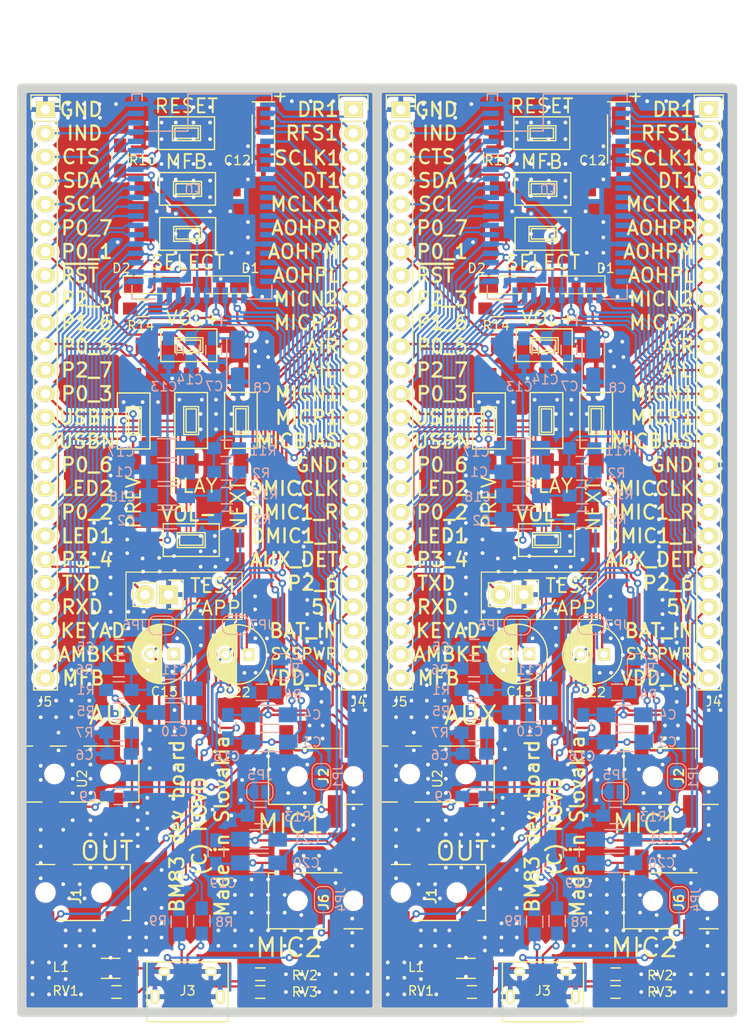
<source format=kicad_pcb>
(kicad_pcb (version 20211014) (generator pcbnew)
  (layers (0 "F.Cu" signal) (31 "B.Cu" signal) (34 "B.Paste" user) (35 "F.Paste" user) (36 "B.SilkS" user "B.Silkscreen") (37 "F.SilkS" user "F.Silkscreen") (38 "B.Mask" user) (39 "F.Mask" user) (44 "Edge.Cuts" user))
  (net 0 "")
  (net 1 "GND")
  (net 2 "/MICBIAS")
  (net 3 "Net-(C2-Pad1)")
  (net 4 "Net-(C16-Pad1)")
  (net 5 "/MICP1")
  (net 6 "Net-(C16-Pad2)")
  (net 7 "/MICN1")
  (net 8 "Net-(C11-Pad1)")
  (net 9 "Net-(C10-Pad2)")
  (net 10 "5V")
  (net 11 "/AUX_DET")
  (net 12 "/AIR")
  (net 13 "/AIL")
  (net 14 "/~{RST}")
  (net 15 "/SYS_PWR")
  (net 16 "/VDD_IO")
  (net 17 "/AOHPR")
  (net 18 "Net-(C18-Pad1)")
  (net 19 "Net-(C19-Pad2)")
  (net 20 "Net-(C19-Pad1)")
  (net 21 "/MICP2")
  (net 22 "/MICN2")
  (net 23 "/AOHPL")
  (net 24 "/LED1")
  (net 25 "/LED2")
  (net 26 "/AOHPM")
  (net 27 "Net-(J2-Pad3)")
  (net 28 "/MCLK1")
  (net 29 "/DT1")
  (net 30 "/SCLK1")
  (net 31 "/RFS1")
  (net 32 "/DR1")
  (net 33 "/MFB")
  (net 34 "/RXD")
  (net 35 "/TXD")
  (net 36 "/P3_4")
  (net 37 "/P0_2")
  (net 38 "/P0_6")
  (net 39 "/P0_3")
  (net 40 "/P2_7")
  (net 41 "/P0_5")
  (net 42 "/P0_1")
  (net 43 "/SCL")
  (net 44 "/SDA")
  (net 45 "/CTS")
  (net 46 "/TX_IND")
  (net 47 "Net-(J6-Pad3)")
  (net 48 "Net-(R1-Pad2)")
  (net 49 "Net-(R5-Pad2)")
  (net 50 "Net-(J3-Pad3)")
  (net 51 "Net-(J3-Pad2)")
  (net 52 "Net-(J3-Pad6)")
  (net 53 "/USB_N")
  (net 54 "/USB_P")
  (net 55 "/BAT_IN")
  (net 56 "/P2_6")
  (net 57 "/DMIC1_L")
  (net 58 "/DMIC1_R")
  (net 59 "/DMIC_CLK")
  (net 60 "/AMB_DET")
  (net 61 "/KEY_AD")
  (net 62 "/P1_6")
  (net 63 "/P2_3")
  (net 64 "/P0_7")
  (net 65 "Net-(D1-Pad2)")
  (footprint "Buttons_Switches_SMD.pretty:SW_SPST_FSMSM" (layer "F.Cu") (at 177.292 96.647 90)
    (fp_text reference "SW4" hide)
    (fp_text value "NEXT")
  )
  (footprint "Resistors_SMD.pretty:R_0603_HandSoldering" (layer "F.Cu") (at 141.267 156.0195)
    (fp_text reference "RV2")
    (fp_text value "CG0603MLC-05E")
  )
  (footprint "Pin_Headers.pretty:Pin_Header_Straight_1x25" (layer "F.Cu") (at 151.257 63.3095)
    (fp_text reference "J4")
    (fp_text value "Conn_01x25_Female" hide)
  )
  (footprint "Buttons_Switches_SMD.pretty:SW_SPST_FSMSM" (layer "F.Cu") (at 133.858 96.647 -90)
    (fp_text reference "SW6" hide)
    (fp_text value "PLAY")
  )
  (footprint "jacks:3.5mm_stereo_jack_PJ320B" (layer "F.Cu") (at 151.257 148.1455 -90)
    (fp_text reference "J6")
    (fp_text value "PJ-320B" hide)
  )
  (footprint "jacks:3.5mm_stereo_jack_PJ320B" (layer "F.Cu") (at 151.257 134.8105 -90)
    (fp_text reference "J2")
    (fp_text value "PJ-320B" hide)
  )
  (footprint "Capacitors_ThroughHole.pretty:C_Radial_D6.3_L11.2_P2.5" (layer "F.Cu") (at 170.1038 121.6787 180)
    (fp_text reference "C15")
    (fp_text value "220u/16V")
  )
  (footprint "Buttons_Switches_SMD.pretty:SW_SPST_FSMSM" (layer "F.Cu") (at 171.577 71.8185 180)
    (fp_text reference "SW8" hide)
    (fp_text value "MFB")
  )
  (footprint "jacks:PJ-327A" (layer "F.Cu") (at 116.205 134.5565 90)
    (fp_text reference "U2")
    (fp_text value "PJ-3027F")
  )
  (footprint "jacks:PJ-327A" (layer "F.Cu") (at 154.305 134.5565 90)
    (fp_text reference "U2")
    (fp_text value "PJ-3027F")
  )
  (footprint "Resistors_SMD.pretty:R_1206_HandSoldering" (layer "F.Cu") (at 163.322 155.3845)
    (fp_text reference "L1")
    (fp_text value "30")
  )
  (footprint "Buttons_Switches_SMD.pretty:SW_SPST_FSMSM" (layer "F.Cu") (at 127.69618 96.7105 90)
    (fp_text reference "SW3" hide)
    (fp_text value "PREV")
  )
  (footprint "Capacitors_Tantalum_SMD.pretty:TantalC_SizeA_EIA-3216_HandSoldering" (layer "F.Cu") (at 141.605 66.4845 -90)
    (fp_text reference "C12")
    (fp_text value "1u/16V")
  )
  (footprint "Resistors_SMD.pretty:R_0603_HandSoldering" (layer "F.Cu") (at 179.367 157.9245)
    (fp_text reference "RV3")
    (fp_text value "CG0603MLC-05E")
  )
  (footprint "Buttons_Switches_SMD.pretty:SW_SPST_FSMSM" (layer "F.Cu") (at 171.958 109.474)
    (fp_text reference "SW1" hide)
    (fp_text value "VOL-")
  )
  (footprint "Pin_Headers.pretty:Pin_Header_Straight_1x02" (layer "F.Cu") (at 169.545 115.316 -90)
    (fp_text reference "JP3" hide)
    (fp_text value "test_mode" hide)
  )
  (footprint "Connect.pretty:USB_Micro-B" (layer "F.Cu") (at 133.477 157.2895)
    (fp_text reference "J3")
    (fp_text value "USB_B_Micro")
  )
  (footprint "jacks:3.5mm_stereo_jack_PJ320B" (layer "F.Cu") (at 189.357 148.1455 -90)
    (fp_text reference "J6")
    (fp_text value "PJ-320B" hide)
  )
  (footprint "Buttons_Switches_SMD.pretty:SW_SPST_FSMSM" (layer "F.Cu") (at 133.477 71.8185 180)
    (fp_text reference "SW8" hide)
    (fp_text value "MFB")
  )
  (footprint "LEDs:LED_1206_HandSoldering" (layer "F.Cu") (at 167.767 82.1055)
    (fp_text reference "D2")
    (fp_text value "LED")
  )
  (footprint "Connect.pretty:USB_Micro-B" (layer "F.Cu") (at 171.577 157.2895)
    (fp_text reference "J3")
    (fp_text value "USB_B_Micro")
  )
  (footprint "Buttons_Switches_SMD.pretty:SW_SPST_FSMSM" (layer "F.Cu") (at 171.45 65.8495)
    (fp_text reference "SW9" hide)
    (fp_text value "RESET")
  )
  (footprint "Capacitors_ThroughHole.pretty:C_Radial_D6.3_L11.2_P2.5" (layer "F.Cu") (at 178.1302 121.7295 180)
    (fp_text reference "C22")
    (fp_text value "220u/16V")
  )
  (footprint "Buttons_Switches_SMD.pretty:SW_SPST_FSMSM" (layer "F.Cu") (at 165.79618 96.7105 90)
    (fp_text reference "SW3" hide)
    (fp_text value "PREV")
  )
  (footprint "Resistors_SMD.pretty:R_0603_HandSoldering" (layer "F.Cu") (at 125.857 157.9245 180)
    (fp_text reference "RV1")
    (fp_text value "CG0603MLC-05E")
  )
  (footprint "Resistors_SMD.pretty:R_0805_HandSoldering" (layer "F.Cu") (at 128.651 84.6455)
    (fp_text reference "R14")
    (fp_text value "1k")
  )
  (footprint "Buttons_Switches_SMD.pretty:SW_SPST_FSMSM" (layer "F.Cu") (at 133.604 88.5825)
    (fp_text reference "SW2" hide)
    (fp_text value "VOL+")
  )
  (footprint "Capacitors_Tantalum_SMD.pretty:TantalC_SizeA_EIA-3216_HandSoldering" (layer "F.Cu") (at 179.705 66.4845 -90)
    (fp_text reference "C12")
    (fp_text value "1u/16V")
  )
  (footprint "jacks:3.5mm_stereo_jack_PJ320B" (layer "F.Cu") (at 156.337 147.2565 90)
    (fp_text reference "J1")
    (fp_text value "PJ-320B" hide)
  )
  (footprint "Buttons_Switches_SMD.pretty:SW_SPST_FSMSM" (layer "F.Cu") (at 139.192 96.647 90)
    (fp_text reference "SW4" hide)
    (fp_text value "NEXT")
  )
  (footprint "Capacitors_ThroughHole.pretty:C_Radial_D6.3_L11.2_P2.5" (layer "F.Cu") (at 140.0302 121.7295 180)
    (fp_text reference "C22")
    (fp_text value "220u/16V")
  )
  (footprint "Resistors_SMD.pretty:R_0603_HandSoldering" (layer "F.Cu") (at 179.367 156.0195)
    (fp_text reference "RV2")
    (fp_text value "CG0603MLC-05E")
  )
  (footprint "Resistors_SMD.pretty:R_0603_HandSoldering" (layer "F.Cu") (at 163.957 157.9245 180)
    (fp_text reference "RV1")
    (fp_text value "CG0603MLC-05E")
  )
  (footprint "Capacitors_ThroughHole.pretty:C_Radial_D6.3_L11.2_P2.5" (layer "F.Cu") (at 132.0038 121.6787 180)
    (fp_text reference "C15")
    (fp_text value "220u/16V")
  )
  (footprint "Buttons_Switches_SMD.pretty:SW_SPST_FSMSM" (layer "F.Cu") (at 171.704 88.5825)
    (fp_text reference "SW2" hide)
    (fp_text value "VOL+")
  )
  (footprint "Pin_Headers.pretty:Pin_Header_Straight_1x02" (layer "F.Cu") (at 131.445 115.316 -90)
    (fp_text reference "JP3" hide)
    (fp_text value "test_mode" hide)
  )
  (footprint "Resistors_SMD.pretty:R_1206_HandSoldering" (layer "F.Cu") (at 125.222 155.3845)
    (fp_text reference "L1")
    (fp_text value "30")
  )
  (footprint "Buttons_Switches_SMD.pretty:SW_SPST_FSMSM" (layer "F.Cu") (at 171.577 76.6445)
    (fp_text reference "SW7" hide)
    (fp_text value "SELECT")
  )
  (footprint "Pin_Headers.pretty:Pin_Header_Straight_1x25" (layer "F.Cu") (at 118.237 63.3095)
    (fp_text reference "J5")
    (fp_text value "Conn_01x25_Female" hide)
  )
  (footprint "Buttons_Switches_SMD.pretty:SW_SPST_FSMSM" (layer "F.Cu") (at 133.477 76.6445)
    (fp_text reference "SW7" hide)
    (fp_text value "SELECT")
  )
  (footprint "Pin_Headers.pretty:Pin_Header_Straight_1x25" (layer "F.Cu") (at 156.337 63.3095)
    (fp_text reference "J5")
    (fp_text value "Conn_01x25_Female" hide)
  )
  (footprint "Resistors_SMD.pretty:R_0805_HandSoldering" (layer "F.Cu") (at 164.338 68.5165 90)
    (fp_text reference "R10")
    (fp_text value "10k")
  )
  (footprint "Resistors_SMD.pretty:R_0603_HandSoldering" (layer "F.Cu") (at 141.267 157.9245)
    (fp_text reference "RV3")
    (fp_text value "CG0603MLC-05E")
  )
  (footprint "Buttons_Switches_SMD.pretty:SW_SPST_FSMSM" (layer "F.Cu") (at 171.958 96.647 -90)
    (fp_text reference "SW6" hide)
    (fp_text value "PLAY")
  )
  (footprint "LEDs:LED_1206_HandSoldering" (layer "F.Cu") (at 175.133 82.1055 180)
    (fp_text reference "D1")
    (fp_text value "LED")
  )
  (footprint "Pin_Headers.pretty:Pin_Header_Straight_1x25" (layer "F.Cu") (at 189.357 63.3095)
    (fp_text reference "J4")
    (fp_text value "Conn_01x25_Female" hide)
  )
  (footprint "jacks:3.5mm_stereo_jack_PJ320B" (layer "F.Cu") (at 189.357 134.8105 -90)
    (fp_text reference "J2")
    (fp_text value "PJ-320B" hide)
  )
  (footprint "jacks:3.5mm_stereo_jack_PJ320B" (layer "F.Cu") (at 118.237 147.2565 90)
    (fp_text reference "J1")
    (fp_text value "PJ-320B" hide)
  )
  (footprint "LEDs:LED_1206_HandSoldering" (layer "F.Cu") (at 137.033 82.1055 180)
    (fp_text reference "D1")
    (fp_text value "LED")
  )
  (footprint "Buttons_Switches_SMD.pretty:SW_SPST_FSMSM" (layer "F.Cu") (at 133.858 109.474)
    (fp_text reference "SW1" hide)
    (fp_text value "VOL-")
  )
  (footprint "Resistors_SMD.pretty:R_0805_HandSoldering" (layer "F.Cu") (at 126.238 68.5165 90)
    (fp_text reference "R10")
    (fp_text value "10k")
  )
  (footprint "Resistors_SMD.pretty:R_0805_HandSoldering" (layer "F.Cu") (at 166.751 84.6455)
    (fp_text reference "R14")
    (fp_text value "1k")
  )
  (footprint "LEDs:LED_1206_HandSoldering" (layer "F.Cu") (at 129.667 82.1055)
    (fp_text reference "D2")
    (fp_text value "LED")
  )
  (footprint "Buttons_Switches_SMD.pretty:SW_SPST_FSMSM" (layer "F.Cu") (at 133.35 65.8495)
    (fp_text reference "SW9" hide)
    (fp_text value "RESET")
  )
  (footprint "Resistors_SMD.pretty:R_0805_HandSoldering" (layer "B.Cu") (at 137.764 107.2515 180)
    (fp_text reference "R3")
    (fp_text value "1k")
  )
  (footprint "Jumper:SolderJumper-2_P1.3mm_Open_RoundedPad1.0x1.5mm" (layer "B.Cu") (at 176.7182 118.5799)
    (fp_text reference "JP7")
    (fp_text value "Jumper_NO_Small" hide)
  )
  (footprint "Capacitors_SMD.pretty:C_0805_HandSoldering" (layer "B.Cu") (at 175.895 129.4765 90)
    (fp_text reference "C16")
    (fp_text value "220p")
  )
  (footprint "Capacitors_SMD.pretty:C_1206_HandSoldering" (layer "B.Cu") (at 180.372 131.1275 180)
    (fp_text reference "C3")
    (fp_text value "1u/16V")
  )
  (footprint "Capacitors_SMD.pretty:C_1206_HandSoldering" (layer "B.Cu") (at 141.129 141.5415 180)
    (fp_text reference "C21")
    (fp_text value "1u/16V")
  )
  (footprint "Capacitors_SMD.pretty:C_1206_HandSoldering" (layer "B.Cu") (at 131.286 104.7115 180)
    (fp_text reference "C18")
    (fp_text value "1u/16V")
  )
  (footprint "Capacitors_SMD.pretty:C_0805_HandSoldering" (layer "B.Cu") (at 136.271 89.0905 -90)
    (fp_text reference "C7")
    (fp_text value "100n")
  )
  (footprint "Capacitors_SMD.pretty:C_0805_HandSoldering" (layer "B.Cu") (at 171.958 89.0905 -90)
    (fp_text reference "C14")
    (fp_text value "100n")
  )
  (footprint "Resistors_SMD.pretty:R_0805_HandSoldering" (layer "B.Cu") (at 137.684 102.1715 180)
    (fp_text reference "R2")
    (fp_text value "1k")
  )
  (footprint "Resistors_SMD.pretty:R_0805_HandSoldering" (layer "B.Cu") (at 126.099 125.5395 180)
    (fp_text reference "R1")
    (fp_text value "1k")
  )
  (footprint "Jumper:SolderJumper-2_P1.3mm_Open_RoundedPad1.0x1.5mm" (layer "B.Cu") (at 138.6182 118.5799)
    (fp_text reference "JP7")
    (fp_text value "Jumper_NO_Small" hide)
  )
  (footprint "Resistors_SMD.pretty:R_0805_HandSoldering" (layer "B.Cu") (at 164.199 123.2535)
    (fp_text reference "R6")
    (fp_text value "10k")
  )
  (footprint "Resistors_SMD.pretty:R_0805_HandSoldering" (layer "B.Cu") (at 164.199 130.1115)
    (fp_text reference "R7")
    (fp_text value "10k")
  )
  (footprint "Jumper:SolderJumper-2_P1.3mm_Open_RoundedPad1.0x1.5mm" (layer "B.Cu") (at 130.7234 118.6307)
    (fp_text reference "JP6")
    (fp_text value "Jumper_NO_Small" hide)
  )
  (footprint "Resistors_SMD.pretty:R_0805_HandSoldering" (layer "B.Cu") (at 175.784 104.7115 180)
    (fp_text reference "R12")
    (fp_text value "1k")
  )
  (footprint "Capacitors_SMD.pretty:C_1206_HandSoldering" (layer "B.Cu") (at 131.286 102.1715 180)
    (fp_text reference "C1")
    (fp_text value "1u/16V")
  )
  (footprint "Capacitors_SMD.pretty:C_1206_HandSoldering" (layer "B.Cu") (at 180.34 128.2065 180)
    (fp_text reference "C4")
    (fp_text value "1u/16V")
  )
  (footprint "Resistors_SMD.pretty:R_0805_HandSoldering" (layer "B.Cu") (at 164.199 127.8255 180)
    (fp_text reference "R5")
    (fp_text value "1k")
  )
  (footprint "Capacitors_SMD.pretty:C_1206_HandSoldering" (layer "B.Cu") (at 169.386 104.7115 180)
    (fp_text reference "C18")
    (fp_text value "1u/16V")
  )
  (footprint "Capacitors_SMD.pretty:C_0805_HandSoldering" (layer "B.Cu") (at 126.131 132.3975 180)
    (fp_text reference "C6")
    (fp_text value "470p")
  )
  (footprint "Capacitors_SMD.pretty:C_1206_HandSoldering" (layer "B.Cu") (at 169.402 107.2515 180)
    (fp_text reference "C2")
    (fp_text value "1u/16V")
  )
  (footprint "Resistors_SMD.pretty:R_0805_HandSoldering" (layer "B.Cu") (at 132.588 150.3845 90)
    (fp_text reference "R9")
    (fp_text value "20")
  )
  (footprint "Resistors_SMD.pretty:R_0805_HandSoldering" (layer "B.Cu") (at 175.864 107.2515 180)
    (fp_text reference "R3")
    (fp_text value "1k")
  )
  (footprint "Capacitors_SMD.pretty:C_1206_HandSoldering" (layer "B.Cu") (at 169.386 102.1715 180)
    (fp_text reference "C1")
    (fp_text value "1u/16V")
  )
  (footprint "Capacitors_SMD.pretty:C_0805_HandSoldering" (layer "B.Cu") (at 174.371 89.0905 -90)
    (fp_text reference "C7")
    (fp_text value "100n")
  )
  (footprint "Jumper:SolderJumper-2_P1.3mm_Open_RoundedPad1.0x1.5mm" (layer "B.Cu") (at 141.224 136.4615 180)
    (fp_text reference "JP5")
    (fp_text value "single_end_mic" hide)
  )
  (footprint "Capacitors_SMD.pretty:C_1206_HandSoldering" (layer "B.Cu") (at 132.068 125.4125)
    (fp_text reference "C11")
    (fp_text value "10u/16V")
  )
  (footprint "Capacitors_SMD.pretty:C_0805_HandSoldering" (layer "B.Cu") (at 133.858 89.0905 -90)
    (fp_text reference "C14")
    (fp_text value "100n")
  )
  (footprint "Capacitors_SMD.pretty:C_1206_HandSoldering" (layer "B.Cu") (at 131.239 99.6315 180)
    (fp_text reference "C17")
    (fp_text value "1u/16V")
  )
  (footprint "Capacitors_Tantalum_SMD.pretty:TantalC_SizeA_EIA-3216_HandSoldering" (layer "B.Cu") (at 138.8745 90.5075 -90)
    (fp_text reference "C8")
    (fp_text value "1u/16V")
  )
  (footprint "Capacitors_SMD.pretty:C_1206_HandSoldering" (layer "B.Cu") (at 131.302 107.2515 180)
    (fp_text reference "C2")
    (fp_text value "1u/16V")
  )
  (footprint "Resistors_SMD.pretty:R_0805_HandSoldering" (layer "B.Cu") (at 173.101 150.3045 90)
    (fp_text reference "R8")
    (fp_text value "20")
  )
  (footprint "Jumper:SolderJumper-2_P1.3mm_Open_RoundedPad1.0x1.5mm" (layer "B.Cu") (at 147.828 134.8295 90)
    (fp_text reference "JP1")
    (fp_text value "Jumper_NO_Small" hide)
  )
  (footprint "Capacitors_Tantalum_SMD.pretty:TantalC_SizeA_EIA-3216_HandSoldering" (layer "B.Cu") (at 176.9745 90.5075 -90)
    (fp_text reference "C8")
    (fp_text value "1u/16V")
  )
  (footprint "Capacitors_SMD.pretty:C_1206_HandSoldering" (layer "B.Cu") (at 169.339 99.6315 180)
    (fp_text reference "C17")
    (fp_text value "1u/16V")
  )
  (footprint "Resistors_SMD.pretty:R_0805_HandSoldering" (layer "B.Cu") (at 141.431 125.7935)
    (fp_text reference "R4")
    (fp_text value "2k")
  )
  (footprint "Capacitors_SMD.pretty:C_0805_HandSoldering" (layer "B.Cu") (at 164.191 136.9695 180)
    (fp_text reference "C9")
    (fp_text value "100n")
  )
  (footprint "Resistors_SMD.pretty:R_0805_HandSoldering" (layer "B.Cu") (at 126.099 127.8255 180)
    (fp_text reference "R5")
    (fp_text value "1k")
  )
  (footprint "Jumper:SolderJumper-2_P1.3mm_Open_RoundedPad1.0x1.5mm" (layer "B.Cu") (at 185.928 134.8295 90)
    (fp_text reference "JP1")
    (fp_text value "Jumper_NO_Small" hide)
  )
  (footprint "Jumper:SolderJumper-2_P1.3mm_Open_RoundedPad1.0x1.5mm" (layer "B.Cu") (at 168.8234 118.6307)
    (fp_text reference "JP6")
    (fp_text value "Jumper_NO_Small" hide)
  )
  (footprint "bluetooth:BM83" (layer "B.Cu") (at 127.508 83.6295 180)
    (fp_text reference "U1")
    (fp_text value "BM83")
  )
  (footprint "Resistors_SMD.pretty:R_0805_HandSoldering" (layer "B.Cu") (at 135.001 150.3045 90)
    (fp_text reference "R8")
    (fp_text value "20")
  )
  (footprint "Resistors_SMD.pretty:R_0805_HandSoldering" (layer "B.Cu") (at 179.371 139.0015)
    (fp_text reference "R13")
    (fp_text value "2k")
  )
  (footprint "Capacitors_SMD.pretty:C_0805_HandSoldering" (layer "B.Cu") (at 169.545 89.0905 -90)
    (fp_text reference "C13")
    (fp_text value "100n")
  )
  (footprint "Capacitors_SMD.pretty:C_1206_HandSoldering" (layer "B.Cu") (at 142.272 131.1275 180)
    (fp_text reference "C3")
    (fp_text value "1u/16V")
  )
  (footprint "Jumper:SolderJumper-2_P1.3mm_Open_RoundedPad1.0x1.5mm" (layer "B.Cu") (at 143.5354 123.063 90)
    (fp_text reference "JP2")
    (fp_text value "single_end_mic" hide)
  )
  (footprint "Resistors_SMD.pretty:R_0805_HandSoldering" (layer "B.Cu") (at 126.099 123.2535)
    (fp_text reference "R6")
    (fp_text value "10k")
  )
  (footprint "Jumper:SolderJumper-2_P1.3mm_Open_RoundedPad1.0x1.5mm" (layer "B.Cu") (at 179.324 136.4615 180)
    (fp_text reference "JP5")
    (fp_text value "single_end_mic" hide)
  )
  (footprint "Capacitors_SMD.pretty:C_1206_HandSoldering" (layer "B.Cu") (at 179.229 144.0815 180)
    (fp_text reference "C20")
    (fp_text value "1u/16V")
  )
  (footprint "Resistors_SMD.pretty:R_0805_HandSoldering" (layer "B.Cu") (at 170.688 150.3845 90)
    (fp_text reference "R9")
    (fp_text value "20")
  )
  (footprint "Capacitors_SMD.pretty:C_0805_HandSoldering" (layer "B.Cu") (at 164.231 132.3975 180)
    (fp_text reference "C6")
    (fp_text value "470p")
  )
  (footprint "Jumper:SolderJumper-2_P1.3mm_Open_RoundedPad1.0x1.5mm" (layer "B.Cu") (at 186.182 148.0185 90)
    (fp_text reference "JP4")
    (fp_text value "Jumper_NO_Small" hide)
  )
  (footprint "Capacitors_SMD.pretty:C_1206_HandSoldering" (layer "B.Cu") (at 179.229 141.5415 180)
    (fp_text reference "C21")
    (fp_text value "1u/16V")
  )
  (footprint "Capacitors_SMD.pretty:C_1206_HandSoldering" (layer "B.Cu") (at 132.068 127.9525 180)
    (fp_text reference "C10")
    (fp_text value "10uF/16V")
  )
  (footprint "Resistors_SMD.pretty:R_0805_HandSoldering" (layer "B.Cu") (at 164.199 125.5395 180)
    (fp_text reference "R1")
    (fp_text value "1k")
  )
  (footprint "Capacitors_SMD.pretty:C_1206_HandSoldering" (layer "B.Cu") (at 170.168 125.4125)
    (fp_text reference "C11")
    (fp_text value "10u/16V")
  )
  (footprint "Resistors_SMD.pretty:R_0805_HandSoldering" (layer "B.Cu") (at 175.784 102.1715 180)
    (fp_text reference "R2")
    (fp_text value "1k")
  )
  (footprint "Capacitors_SMD.pretty:C_1206_HandSoldering" (layer "B.Cu") (at 142.24 128.2065 180)
    (fp_text reference "C4")
    (fp_text value "1u/16V")
  )
  (footprint "Capacitors_SMD.pretty:C_0805_HandSoldering" (layer "B.Cu") (at 164.231 120.9675 180)
    (fp_text reference "C5")
    (fp_text value "470p")
  )
  (footprint "Resistors_SMD.pretty:R_0805_HandSoldering" (layer "B.Cu") (at 126.099 130.1115)
    (fp_text reference "R7")
    (fp_text value "10k")
  )
  (footprint "Capacitors_SMD.pretty:C_0805_HandSoldering" (layer "B.Cu") (at 174.625 142.9185 90)
    (fp_text reference "C19")
    (fp_text value "220p")
  )
  (footprint "Capacitors_SMD.pretty:C_0805_HandSoldering" (layer "B.Cu") (at 126.091 136.9695 180)
    (fp_text reference "C9")
    (fp_text value "100n")
  )
  (footprint "Jumper:SolderJumper-2_P1.3mm_Open_RoundedPad1.0x1.5mm" (layer "B.Cu") (at 181.6354 123.063 90)
    (fp_text reference "JP2")
    (fp_text value "single_end_mic" hide)
  )
  (footprint "Capacitors_SMD.pretty:C_0805_HandSoldering" (layer "B.Cu") (at 136.525 142.9185 90)
    (fp_text reference "C19")
    (fp_text value "220p")
  )
  (footprint "Capacitors_SMD.pretty:C_1206_HandSoldering" (layer "B.Cu") (at 170.168 127.9525 180)
    (fp_text reference "C10")
    (fp_text value "10uF/16V")
  )
  (footprint "Resistors_SMD.pretty:R_0805_HandSoldering" (layer "B.Cu") (at 137.637 99.6315 180)
    (fp_text reference "R11")
    (fp_text value "1k")
  )
  (footprint "Resistors_SMD.pretty:R_0805_HandSoldering" (layer "B.Cu") (at 141.271 139.0015)
    (fp_text reference "R13")
    (fp_text value "2k")
  )
  (footprint "bluetooth:BM83" (layer "B.Cu") (at 165.608 83.6295 180)
    (fp_text reference "U1")
    (fp_text value "BM83")
  )
  (footprint "Capacitors_SMD.pretty:C_0805_HandSoldering" (layer "B.Cu") (at 131.445 89.0905 -90)
    (fp_text reference "C13")
    (fp_text value "100n")
  )
  (footprint "Capacitors_SMD.pretty:C_0805_HandSoldering" (layer "B.Cu") (at 137.795 129.4765 90)
    (fp_text reference "C16")
    (fp_text value "220p")
  )
  (footprint "Resistors_SMD.pretty:R_0805_HandSoldering" (layer "B.Cu") (at 137.684 104.7115 180)
    (fp_text reference "R12")
    (fp_text value "1k")
  )
  (footprint "Capacitors_SMD.pretty:C_1206_HandSoldering" (layer "B.Cu") (at 141.129 144.0815 180)
    (fp_text reference "C20")
    (fp_text value "1u/16V")
  )
  (footprint "Resistors_SMD.pretty:R_0805_HandSoldering" (layer "B.Cu") (at 175.737 99.6315 180)
    (fp_text reference "R11")
    (fp_text value "1k")
  )
  (footprint "Jumper:SolderJumper-2_P1.3mm_Open_RoundedPad1.0x1.5mm" (layer "B.Cu") (at 148.082 148.0185 90)
    (fp_text reference "JP4")
    (fp_text value "Jumper_NO_Small" hide)
  )
  (footprint "Capacitors_SMD.pretty:C_0805_HandSoldering" (layer "B.Cu") (at 126.131 120.9675 180)
    (fp_text reference "C5")
    (fp_text value "470p")
  )
  (footprint "Resistors_SMD.pretty:R_0805_HandSoldering" (layer "B.Cu") (at 179.531 125.7935)
    (fp_text reference "R4")
    (fp_text value "2k")
  )
  (gr_line (start 165.1 112.903) (end 177.419 112.903) (layer "F.SilkS") (width 0.12))
  (gr_line (start 139.319 117.983) (end 126.873 117.983) (layer "F.SilkS") (width 0.12))
  (gr_line (start 139.319 112.903) (end 139.319 117.983) (layer "F.SilkS") (width 0.12))
  (gr_line (start 177.419 112.903) (end 177.419 117.983) (layer "F.SilkS") (width 0.12))
  (gr_line (start 164.973 117.983) (end 164.973 112.903) (layer "F.SilkS") (width 0.12))
  (gr_line (start 177.419 117.983) (end 164.973 117.983) (layer "F.SilkS") (width 0.12))
  (gr_line (start 127 112.903) (end 139.319 112.903) (layer "F.SilkS") (width 0.12))
  (gr_line (start 126.873 112.903) (end 127 112.903) (layer "F.SilkS") (width 0.12))
  (gr_line (start 164.973 112.903) (end 165.1 112.903) (layer "F.SilkS") (width 0.12))
  (gr_line (start 126.873 117.983) (end 126.873 112.903) (layer "F.SilkS") (width 0.12))
  (gr_line (start 115.697 61.0235) (end 153.797 61.0235) (layer "Edge.Cuts") (width 1))
  (gr_line (start 153.797 61.0235) (end 191.897 61.0235) (layer "Edge.Cuts") (width 1))
  (gr_line (start 153.797 160.0835) (end 191.897 160.0835) (layer "Edge.Cuts") (width 1))
  (gr_line (start 153.797 61.0235) (end 153.797 160.0835) (layer "Edge.Cuts") (width 1))
  (gr_line (start 115.697 160.0835) (end 153.797 160.0835) (layer "Edge.Cuts") (width 1))
  (gr_line (start 191.897 61.0235) (end 191.897 160.0835) (layer "Edge.Cuts") (width 1))
  (gr_line (start 115.697 61.0235) (end 115.697 160.0835) (layer "Edge.Cuts") (width 1))
  (gr_text "MICBIAS" (at 183.388 98.8695) (layer "F.SilkS") (effects (font (size 1.5 1.5) (thickness 0.25))))
  (gr_text "BAT_IN" (at 145.923 119.1895) (layer "F.SilkS") (effects (font (size 1.5 1.5) (thickness 0.25))))
  (gr_text "~{RST}" (at 121.92 81.0895) (layer "F.SilkS") (effects (font (size 1.5 1.5) (thickness 0.25))))
  (gr_text "SCLK1" (at 184.404 68.5165) (layer "F.SilkS") (effects (font (size 1.5 1.5) (thickness 0.25))))
  (gr_text "BM83 dev board\n(C) KOVO\nMade in Slovakia" (at 134.747 140.1445 90) (layer "F.SilkS") (effects (font (size 1.5 1.5) (thickness 0.25))))
  (gr_text "P2_6" (at 185.039 114.1095) (layer "F.SilkS") (effects (font (size 1.5 1.5) (thickness 0.25))))
  (gr_text "TEST\n/APP" (at 136.271 115.57) (layer "F.SilkS") (effects (font (size 1.5 1.5) (thickness 0.2))))
  (gr_text "P3_4" (at 122.682 111.5695) (layer "F.SilkS") (effects (font (size 1.5 1.5) (thickness 0.25))))
  (gr_text "AUX_DET" (at 183.007 111.5695) (layer "F.SilkS") (effects (font (size 1.5 1.5) (thickness 0.25))))
  (gr_text "GND" (at 185.42 101.4095) (layer "F.SilkS") (effects (font (size 1.5 1.5) (thickness 0.25))))
  (gr_text "RXD" (at 122.174 116.6495) (layer "F.SilkS") (effects (font (size 1.5 1.5) (thickness 0.25))))
  (gr_text "MIC1" (at 144.526 139.8905) (layer "F.SilkS") (effects (font (size 2 2) (thickness 0.25))))
  (gr_text "SDA" (at 160.274 70.9295) (layer "F.SilkS") (effects (font (size 1.5 1.5) (thickness 0.25))))
  (gr_text "GND" (at 147.32 101.4095) (layer "F.SilkS") (effects (font (size 1.5 1.5) (thickness 0.25))))
  (gr_text "BAT_IN" (at 184.023 119.1895) (layer "F.SilkS") (effects (font (size 1.5 1.5) (thickness 0.25))))
  (gr_text "DMIC1_R" (at 183.007 106.4895) (layer "F.SilkS") (effects (font (size 1.5 1.5) (thickness 0.25))))
  (gr_text "USBP" (at 122.682 96.3295) (layer "F.SilkS") (effects (font (size 1.5 1.5) (thickness 0.25))))
  (gr_text "SDA" (at 122.174 70.9295) (layer "F.SilkS") (effects (font (size 1.5 1.5) (thickness 0.25))))
  (gr_text "P0_1" (at 160.782 78.5495) (layer "F.SilkS") (effects (font (size 1.5 1.5) (thickness 0.25))))
  (gr_text "AIR" (at 147.955 88.7095) (layer "F.SilkS") (effects (font (size 1.5 1.5) (thickness 0.25))))
  (gr_text "BM83 dev board\n(C) KOVO\nMade in Slovakia" (at 172.847 140.1445 90) (layer "F.SilkS") (effects (font (size 1.5 1.5) (thickness 0.25))))
  (gr_text "P0_2" (at 160.782 106.4895) (layer "F.SilkS") (effects (font (size 1.5 1.5) (thickness 0.25))))
  (gr_text "MFB" (at 160.401 124.2695) (layer "F.SilkS") (effects (font (size 1.5 1.5) (thickness 0.25))))
  (gr_text "MCLK1" (at 184.15 73.4695) (layer "F.SilkS") (effects (font (size 1.5 1.5) (thickness 0.25))))
  (gr_text "RFS1" (at 146.812 65.8495) (layer "F.SilkS") (effects (font (size 1.5 1.5) (thickness 0.25))))
  (gr_text "SYSPWR" (at 184.023 121.6787) (layer "F.SilkS") (effects (font (size 1.2 1.2) (thickness 0.2))))
  (gr_text "TXD" (at 122.047 114.1095) (layer "F.SilkS") (effects (font (size 1.5 1.5) (thickness 0.25))))
  (gr_text "P2_3" (at 160.782 83.6295) (layer "F.SilkS") (effects (font (size 1.5 1.5) (thickness 0.25))))
  (gr_text "USBN" (at 160.782 98.8695) (layer "F.SilkS") (effects (font (size 1.5 1.5) (thickness 0.25))))
  (gr_text "MICN2" (at 146.177 83.6295) (layer "F.SilkS") (effects (font (size 1.5 1.5) (thickness 0.25))))
  (gr_text "CTS" (at 160.147 68.3895) (layer "F.SilkS") (effects (font (size 1.5 1.5) (thickness 0.25))))
  (gr_text "AMBKEY" (at 123.952 121.7295) (layer "F.SilkS") (effects (font (size 1.5 1.5) (thickness 0.25))))
  (gr_text "AOHPL" (at 146.177 81.0895) (layer "F.SilkS") (effects (font (size 1.5 1.5) (thickness 0.25))))
  (gr_text "P1_6" (at 122.682 86.1695) (layer "F.SilkS") (effects (font (size 1.5 1.5) (thickness 0.25))))
  (gr_text "P0_3" (at 122.682 93.7895) (layer "F.SilkS") (effects (font (size 1.5 1.5) (thickness 0.25))))
  (gr_text "OUT" (at 124.841 142.8115) (layer "F.SilkS") (effects (font (size 2 2) (thickness 0.25))))
  (gr_text "P2_7" (at 160.782 91.2495) (layer "F.SilkS") (effects (font (size 1.5 1.5) (thickness 0.25))))
  (gr_text "P0_5" (at 122.682 88.7095) (layer "F.SilkS") (effects (font (size 1.5 1.5) (thickness 0.25))))
  (gr_text "LED2" (at 160.782 103.9495) (layer "F.SilkS") (effects (font (size 1.5 1.5) (thickness 0.25))))
  (gr_text "MICBIAS" (at 145.288 98.8695) (layer "F.SilkS") (effects (font (size 1.5 1.5) (thickness 0.25))))
  (gr_text "AOHPR" (at 184.277 76.0095) (layer "F.SilkS") (effects (font (size 1.5 1.5) (thickness 0.25))))
  (gr_text "USBN" (at 122.682 98.8695) (layer "F.SilkS") (effects (font (size 1.5 1.5) (thickness 0.25))))
  (gr_text "GND" (at 160.147 63.3095) (layer "F.SilkS") (effects (font (size 1.5 1.5) (thickness 0.25))))
  (gr_text "MFB" (at 122.301 124.2695) (layer "F.SilkS") (effects (font (size 1.5 1.5) (thickness 0.25))))
  (gr_text "AUX" (at 163.83 128.27) (layer "F.SilkS") (effects (font (size 2 2) (thickness 0.25))))
  (gr_text "MICN2" (at 184.277 83.6295) (layer "F.SilkS") (effects (font (size 1.5 1.5) (thickness 0.25))))
  (gr_text "MCLK1" (at 146.05 73.4695) (layer "F.SilkS") (effects (font (size 1.5 1.5) (thickness 0.25))))
  (gr_text "P2_7" (at 122.682 91.2495) (layer "F.SilkS") (effects (font (size 1.5 1.5) (thickness 0.25))))
  (gr_text "CTS" (at 122.047 68.3895) (layer "F.SilkS") (effects (font (size 1.5 1.5) (thickness 0.25))))
  (gr_text "KEYAD" (at 161.417 119.1895) (layer "F.SilkS") (effects (font (size 1.5 1.5) (thickness 0.25))))
  (gr_text "SCL" (at 160.274 73.4695) (layer "F.SilkS") (effects (font (size 1.5 1.5) (thickness 0.25))))
  (gr_text "DMICCLK" (at 183.007 103.9495) (layer "F.SilkS") (effects (font (size 1.5 1.5) (thickness 0.25))))
  (gr_text "P3_4" (at 160.782 111.5695) (layer "F.SilkS") (effects (font (size 1.5 1.5) (thickness 0.25))))
  (gr_text "VDD_IO" (at 145.669 124.2695) (layer "F.SilkS") (effects (font (size 1.5 1.5) (thickness 0.25))))
  (gr_text "MIC2" (at 144.3355 153.162) (layer "F.SilkS") (effects (font (size 2 2) (thickness 0.25))))
  (gr_text "AUX_DET" (at 144.907 111.5695) (layer "F.SilkS") (effects (font (size 1.5 1.5) (thickness 0.25))))
  (gr_text "USBP" (at 160.782 96.3295) (layer "F.SilkS") (effects (font (size 1.5 1.5) (thickness 0.25))))
  (gr_text "AMBKEY" (at 162.052 121.7295) (layer "F.SilkS") (effects (font (size 1.5 1.5) (thickness 0.25))))
  (gr_text "P0_7" (at 160.782 76.0095) (layer "F.SilkS") (effects (font (size 1.5 1.5) (thickness 0.25))))
  (gr_text "AOHPL" (at 184.277 81.0895) (layer "F.SilkS") (effects (font (size 1.5 1.5) (thickness 0.25))))
  (gr_text "MICP1" (at 146.304 96.3295) (layer "F.SilkS") (effects (font (size 1.5 1.5) (thickness 0.25))))
  (gr_text "LED2" (at 122.682 103.9495) (layer "F.SilkS") (effects (font (size 1.5 1.5) (thickness 0.25))))
  (gr_text "MIC2" (at 182.4355 153.162) (layer "F.SilkS") (effects (font (size 2 2) (thickness 0.25))))
  (gr_text "P0_6" (at 160.782 101.4095) (layer "F.SilkS") (effects (font (size 1.5 1.5) (thickness 0.25))))
  (gr_text "AOHPM" (at 184.023 78.5495) (layer "F.SilkS") (effects (font (size 1.5 1.5) (thickness 0.25))))
  (gr_text "MIC1" (at 182.626 139.8905) (layer "F.SilkS") (effects (font (size 2 2) (thickness 0.25))))
  (gr_text "TXD" (at 160.147 114.1095) (layer "F.SilkS") (effects (font (size 1.5 1.5) (thickness 0.25))))
  (gr_text "AOHPM" (at 145.923 78.5495) (layer "F.SilkS") (effects (font (size 1.5 1.5) (thickness 0.25))))
  (gr_text "MICP2" (at 184.277 86.1695) (layer "F.SilkS") (effects (font (size 1.5 1.5) (thickness 0.25))))
  (gr_text "P2_6" (at 146.939 114.1095) (layer "F.SilkS") (effects (font (size 1.5 1.5) (thickness 0.25))))
  (gr_text "MICP2" (at 146.177 86.1695) (layer "F.SilkS") (effects (font (size 1.5 1.5) (thickness 0.25))))
  (gr_text "DMIC1_L" (at 183.007 109.0295) (layer "F.SilkS") (effects (font (size 1.5 1.5) (thickness 0.25))))
  (gr_text "AOHPR" (at 146.177 76.0095) (layer "F.SilkS") (effects (font (size 1.5 1.5) (thickness 0.25))))
  (gr_text "MICN1" (at 184.404 93.7895) (layer "F.SilkS") (effects (font (size 1.5 1.5) (thickness 0.25))))
  (gr_text "IND" (at 160.528 65.8495) (layer "F.SilkS") (effects (font (size 1.5 1.5) (thickness 0.25))))
  (gr_text "DT1" (at 185.928 70.9295) (layer "F.SilkS") (effects (font (size 1.5 1.5) (thickness 0.25))))
  (gr_text "VDD_IO" (at 183.769 124.2695) (layer "F.SilkS") (effects (font (size 1.5 1.5) (thickness 0.25))))
  (gr_text "~{RST}" (at 160.02 81.0895) (layer "F.SilkS") (effects (font (size 1.5 1.5) (thickness 0.25))))
  (gr_text "5V" (at 186.182 116.6495) (layer "F.SilkS") (effects (font (size 1.5 1.5) (thickness 0.25))))
  (gr_text "IND" (at 122.428 65.8495) (layer "F.SilkS") (effects (font (size 1.5 1.5) (thickness 0.25))))
  (gr_text "KEYAD" (at 123.317 119.1895) (layer "F.SilkS") (effects (font (size 1.5 1.5) (thickness 0.25))))
  (gr_text "AIL" (at 147.828 91.2495) (layer "F.SilkS") (effects (font (size 1.5 1.5) (thickness 0.25))))
  (gr_text "5V" (at 148.082 116.6495) (layer "F.SilkS") (effects (font (size 1.5 1.5) (thickness 0.25))))
  (gr_text "P0_5" (at 160.782 88.7095) (layer "F.SilkS") (effects (font (size 1.5 1.5) (thickness 0.25))))
  (gr_text "LED1" (at 160.782 109.0295) (layer "F.SilkS") (effects (font (size 1.5 1.5) (thickness 0.25))))
  (gr_text "DMICCLK" (at 144.907 103.9495) (layer "F.SilkS") (effects (font (size 1.5 1.5) (thickness 0.25))))
  (gr_text "P0_1" (at 122.682 78.5495) (layer "F.SilkS") (effects (font (size 1.5 1.5) (thickness 0.25))))
  (gr_text "AIR" (at 186.055 88.7095) (layer "F.SilkS") (effects (font (size 1.5 1.5) (thickness 0.25))))
  (gr_text "OUT" (at 162.941 142.8115) (layer "F.SilkS") (effects (font (size 2 2) (thickness 0.25))))
  (gr_text "DMIC1_R" (at 144.907 106.4895) (layer "F.SilkS") (effects (font (size 1.5 1.5) (thickness 0.25))))
  (gr_text "AIL" (at 185.928 91.2495) (layer "F.SilkS") (effects (font (size 1.5 1.5) (thickness 0.25))))
  (gr_text "P0_6" (at 122.682 101.4095) (layer "F.SilkS") (effects (font (size 1.5 1.5) (thickness 0.25))))
  (gr_text "DMIC1_L" (at 144.907 109.0295) (layer "F.SilkS") (effects (font (size 1.5 1.5) (thickness 0.25))))
  (gr_text "P0_7" (at 122.682 76.0095) (layer "F.SilkS") (effects (font (size 1.5 1.5) (thickness 0.25))))
  (gr_text "SCL" (at 122.174 73.4695) (layer "F.SilkS") (effects (font (size 1.5 1.5) (thickness 0.25))))
  (gr_text "DR1" (at 147.447 63.3095) (layer "F.SilkS") (effects (font (size 1.5 1.5) (thickness 0.25))))
  (gr_text "MICN1" (at 146.304 93.7895) (layer "F.SilkS") (effects (font (size 1.5 1.5) (thickness 0.25))))
  (gr_text "AUX" (at 125.73 128.27) (layer "F.SilkS") (effects (font (size 2 2) (thickness 0.25))))
  (gr_text "GND" (at 122.047 63.3095) (layer "F.SilkS") (effects (font (size 1.5 1.5) (thickness 0.25))))
  (gr_text "P0_2" (at 122.682 106.4895) (layer "F.SilkS") (effects (font (size 1.5 1.5) (thickness 0.25))))
  (gr_text "TEST\n/APP" (at 174.371 115.57) (layer "F.SilkS") (effects (font (size 1.5 1.5) (thickness 0.2))))
  (gr_text "P0_3" (at 160.782 93.7895) (layer "F.SilkS") (effects (font (size 1.5 1.5) (thickness 0.25))))
  (gr_text "LED1" (at 122.682 109.0295) (layer "F.SilkS") (effects (font (size 1.5 1.5) (thickness 0.25))))
  (gr_text "RXD" (at 160.274 116.6495) (layer "F.SilkS") (effects (font (size 1.5 1.5) (thickness 0.25))))
  (gr_text "P2_3" (at 122.682 83.6295) (layer "F.SilkS") (effects (font (size 1.5 1.5) (thickness 0.25))))
  (gr_text "RFS1" (at 184.912 65.8495) (layer "F.SilkS") (effects (font (size 1.5 1.5) (thickness 0.25))))
  (gr_text "SYSPWR" (at 145.923 121.6787) (layer "F.SilkS") (effects (font (size 1.2 1.2) (thickness 0.2))))
  (gr_text "SCLK1" (at 146.304 68.5165) (layer "F.SilkS") (effects (font (size 1.5 1.5) (thickness 0.25))))
  (gr_text "MICP1" (at 184.404 96.3295) (layer "F.SilkS") (effects (font (size 1.5 1.5) (thickness 0.25))))
  (gr_text "DT1" (at 147.828 70.9295) (layer "F.SilkS") (effects (font (size 1.5 1.5) (thickness 0.25))))
  (gr_text "DR1" (at 185.547 63.3095) (layer "F.SilkS") (effects (font (size 1.5 1.5) (thickness 0.25))))
  (gr_text "P1_6" (at 160.782 86.1695) (layer "F.SilkS") (effects (font (size 1.5 1.5) (thickness 0.25))))
  (segment (start 173.228 154.2415) (end 172.8761 154.5934) (width 0.25) (layer "F.Cu") (net 1))
  (segment (start 123.222 157.7025) (end 123.444 157.9245) (width 0.25) (layer "F.Cu") (net 1))
  (segment (start 172.8761 155.72696) (end 172.8761 155.645576) (width 0.25) (layer "F.Cu") (net 1))
  (segment (start 136.779 152.9715) (end 136.398 154.2415) (width 0.25) (layer "F.Cu") (net 1))
  (segment (start 134.7761 155.72696) (end 134.7761 155.645576) (width 0.25) (layer "F.Cu") (net 1))
  (segment (start 123.444 157.9245) (end 124.757 157.9245) (width 0.25) (layer "F.Cu") (net 1))
  (segment (start 161.322 155.3845) (end 161.322 157.7025) (width 0.25) (layer "F.Cu") (net 1))
  (segment (start 172.8761 154.5934) (end 172.8761 155.72696) (width 0.25) (layer "F.Cu") (net 1))
  (segment (start 174.879 152.9715) (end 174.498 154.2415) (width 0.25) (layer "F.Cu") (net 1))
  (segment (start 135.128 154.2415) (end 134.7761 154.5934) (width 0.25) (layer "F.Cu") (net 1))
  (segment (start 134.7761 155.645576) (end 134.874 155.547676) (width 0.25) (layer "F.Cu") (net 1))
  (segment (start 134.7761 154.5934) (end 134.7761 155.72696) (width 0.25) (layer "F.Cu") (net 1))
  (segment (start 172.8761 155.645576) (end 172.974 155.547676) (width 0.25) (layer "F.Cu") (net 1))
  (segment (start 161.544 157.9245) (end 162.857 157.9245) (width 0.25) (layer "F.Cu") (net 1))
  (segment (start 161.322 157.7025) (end 161.544 157.9245) (width 0.25) (layer "F.Cu") (net 1))
  (segment (start 174.498 154.2415) (end 173.228 154.2415) (width 0.25) (layer "F.Cu") (net 1))
  (segment (start 136.398 154.2415) (end 135.128 154.2415) (width 0.25) (layer "F.Cu") (net 1))
  (segment (start 123.222 155.3845) (end 123.222 157.7025) (width 0.25) (layer "F.Cu") (net 1))
  (via (at 120.396 151.3205) (size 0.8) (drill 0.4) (layers "F.Cu" "B.Cu") (net 1))
  (via (at 116.84 154.7495) (size 0.8) (drill 0.4) (layers "F.Cu" "B.Cu") (net 1))
  (via (at 140.335 147.5105) (size 0.8) (drill 0.4) (layers "F.Cu" "B.Cu") (net 1))
  (via (at 166.8145 112.8395) (size 0.8) (drill 0.4) (layers "F.Cu" "B.Cu") (net 1))
  (via (at 134.747 129.667) (size 0.8) (drill 0.4) (layers "F.Cu" "B.Cu") (net 1))
  (via (at 124.024 62.7295) (size 0.8) (drill 0.4) (layers "F.Cu" "B.Cu") (net 1))
  (via (at 145.669 149.6695) (size 0.8) (drill 0.4) (layers "F.Cu" "B.Cu") (net 1))
  (via (at 121.031 125.0315) (size 0.8) (drill 0.4) (layers "F.Cu" "B.Cu") (net 1))
  (via (at 121.158 135.0645) (size 0.8) (drill 0.4) (layers "F.Cu" "B.Cu") (net 1))
  (via (at 147.828 121.7295) (size 0.8) (drill 0.4) (layers "F.Cu" "B.Cu") (net 1))
  (via (at 172.212 72.7075) (size 0.8) (drill 0.4) (layers "F.Cu" "B.Cu") (net 1))
  (via (at 129.2225 123.444) (size 0.8) (drill 0.4) (layers "F.Cu" "B.Cu") (net 1))
  (via (at 155.829 142.3035) (size 0.8) (drill 0.4) (layers "F.Cu" "B.Cu") (net 1))
  (via (at 172.974 95.9485) (size 0.8) (drill 0.4) (layers "F.Cu" "B.Cu") (net 1))
  (via (at 174.625 94.4245) (size 0.8) (drill 0.4) (layers "F.Cu" "B.Cu") (net 1))
  (via (at 140.716 89.2175) (size 0.8) (drill 0.4) (layers "F.Cu" "B.Cu") (net 1))
  (via (at 145.669 152.9715) (size 0.8) (drill 0.4) (layers "F.Cu" "B.Cu") (net 1))
  (via (at 176.276 78.6765) (size 0.8) (drill 0.4) (layers "F.Cu" "B.Cu") (net 1))
  (via (at 172.974 112.3315) (size 0.8) (drill 0.4) (layers "F.Cu" "B.Cu") (net 1))
  (via (at 170.18 127.6985) (size 0.8) (drill 0.4) (layers "F.Cu" "B.Cu") (net 1))
  (via (at 158.496 154.7495) (size 0.8) (drill 0.4) (layers "F.Cu" "B.Cu") (net 1))
  (via (at 125.222 102.5525) (size 0.8) (drill 0.4) (layers "F.Cu" "B.Cu") (net 1))
  (via (at 162.433 79.0575) (size 0.8) (drill 0.4) (layers "F.Cu" "B.Cu") (net 1))
  (via (at 151.13 152.9715) (size 0.8) (drill 0.4) (layers "F.Cu" "B.Cu") (net 1))
  (via (at 134.112 69.1515) (size 0.8) (drill 0.4) (layers "F.Cu" "B.Cu") (net 1))
  (via (at 183.769 157.9245) (size 0.8) (drill 0.4) (layers "F.Cu" "B.Cu") (net 1))
  (via (at 167.259 138.7475) (size 0.8) (drill 0.4) (layers "F.Cu" "B.Cu") (net 1))
  (via (at 190.881 156.0195) (size 0.8) (drill 0.4) (layers "F.Cu" "B.Cu") (net 1))
  (via (at 174.879 149.4155) (size 0.8) (drill 0.4) (layers "F.Cu" "B.Cu") (net 1))
  (via (at 163.322 156.2735) (size 0.8) (drill 0.4) (layers "F.Cu" "B.Cu") (net 1))
  (via (at 178.435 152.9715) (size 0.8) (drill 0.4) (layers "F.Cu" "B.Cu") (net 1))
  (via (at 178.8414 120.0023) (size 0.8) (drill 0.4) (layers "F.Cu" "B.Cu") (net 1))
  (via (at 146.304 118.9355) (size 0.8) (drill 0.4) (layers "F.Cu" "B.Cu") (net 1))
  (via (at 158.75 62.7295) (size 0.8) (drill 0.4) (layers "F.Cu" "B.Cu") (net 1))
  (via (at 119.634 132.0165) (size 0.8) (drill 0.4) (layers "F.Cu" "B.Cu") (net 1))
  (via (at 155.829 128.4605) (size 0.8) (drill 0.4) (layers "F.Cu" "B.Cu") (net 1))
  (via (at 134.8994 120.7643) (size 0.8) (drill 0.4) (layers "F.Cu" "B.Cu") (net 1))
  (via (at 118.618 158.1785) (size 0.8) (drill 0.4) (layers "F.Cu" "B.Cu") (net 1))
  (via (at 134.8486 118.8847) (size 0.8) (drill 0.4) (layers "F.Cu" "B.Cu") (net 1))
  (via (at 172.9486 117.0559) (size 0.8) (drill 0.4) (layers "F.Cu" "B.Cu") (net 1))
  (via (at 138.557 147.5105) (size 0.8) (drill 0.4) (layers "F.Cu" "B.Cu") (net 1))
  (via (at 126.492 142.3035) (size 0.8) (drill 0.4) (layers "F.Cu" "B.Cu") (net 1))
  (via (at 172.212 69.1515) (size 0.8) (drill 0.4) (layers "F.Cu" "B.Cu") (net 1))
  (via (at 181.991 149.4155) (size 0.8) (drill 0.4) (layers "F.Cu" "B.Cu") (net 1))
  (via (at 139.954 70.8025) (size 0.8) (drill 0.4) (layers "F.Cu" "B.Cu") (net 1))
  (via (at 125.802 62.7295) (size 0.8) (drill 0.4) (layers "F.Cu" "B.Cu") (net 1))
  (via (at 145.923 143.3195) (size 0.8) (drill 0.4) (layers "F.Cu" "B.Cu") (net 1))
  (via (at 134.112 63.0555) (size 0.8) (drill 0.4) (layers "F.Cu" "B.Cu") (net 1))
  (via (at 160.02 152.9715) (size 0.8) (drill 0.4) (layers "F.Cu" "B.Cu") (net 1))
  (via (at 145.923 110.1725) (size 0.8) (drill 0.4) (layers "F.Cu" "B.Cu") (net 1))
  (via (at 174.879 147.5105) (size 0.8) (drill 0.4) (layers "F.Cu" "B.Cu") (net 1))
  (via (at 167.132 150.5585) (size 0.8) (drill 0.4) (layers "F.Cu" "B.Cu") (net 1))
  (via (at 160.473 62.7295) (size 0.8) (drill 0.4) (layers "F.Cu" "B.Cu") (net 1))
  (via (at 158.496 151.3205) (size 0.8) (drill 0.4) (layers "F.Cu" "B.Cu") (net 1))
  (via (at 186.055 130.7465) (size 0.8) (drill 0.4) (layers "F.Cu" "B.Cu") (net 1))
  (via (at 132.5245 109.093) (size 0.8) (drill 0.4) (layers "F.Cu" "B.Cu") (net 1))
  (via (at 125.222 118.9355) (size 0.8) (drill 0.4) (layers "F.Cu" "B.Cu") (net 1))
  (via (at 149.352 144.8435) (size 0.8) (drill 0.4) (layers "F.Cu" "B.Cu") (net 1))
  (via (at 132.207 69.1515) (size 0.8) (drill 0.4) (layers "F.Cu" "B.Cu") (net 1))
  (via (at 164.084 77.5335) (size 0.8) (drill 0.4) (layers "F.Cu" "B.Cu") (net 1))
  (via (at 125.222 100.7745) (size 0.8) (drill 0.4) (layers "F.Cu" "B.Cu") (net 1))
  (via (at 131.826 92.1385) (size 0.8) (drill 0.4) (layers "F.Cu" "B.Cu") (net 1))
  (via (at 170.18 131.8895) (size 0.8) (drill 0.4) (layers "F.Cu" "B.Cu") (net 1))
  (via (at 180.213 89.8525) (size 0.8) (drill 0.4) (layers "F.Cu" "B.Cu") (net 1))
  (via (at 122.936 121.6025) (size 0.8) (drill 0.4) (layers "F.Cu" "B.Cu") (net 1))
  (via (at 187.452 157.9245) (size 0.8) (drill 0.4) (layers "F.Cu" "B.Cu") (net 1))
  (via (at 123.063 139.5095) (size 0.8) (drill 0.4) (layers "F.Cu" "B.Cu") (net 1))
  (via (at 155.829 144.0815) (size 0.8) (drill 0.4) (layers "F.Cu" "B.Cu") (net 1))
  (via (at 117.729 142.3035) (size 0.8) (drill 0.4) (layers "F.Cu" "B.Cu") (net 1))
  (via (at 136.779 152.9715) (size 0.8) (drill 0.4) (layers "F.Cu" "B.Cu") (net 1))
  (via (at 175.133 137.4775) (size 0.8) (drill 0.4) (layers "F.Cu" "B.Cu") (net 1))
  (via (at 173.99 66.4845) (size 0.8) (drill 0.4) (layers "F.Cu" "B.Cu") (net 1))
  (via (at 152.527 127.6985) (size 0.8) (drill 0.4) (layers "F.Cu" "B.Cu") (net 1))
  (via (at 182.372 138.2395) (size 0.8) (drill 0.4) (layers "F.Cu" "B.Cu") (net 1))
  (via (at 164.973 106.1085) (size 0.8) (drill 0.4) (layers "F.Cu" "B.Cu") (net 1))
  (via (at 135.89 66.4845) (size 0.8) (drill 0.4) (layers "F.Cu" "B.Cu") (net 1))
  (via (at 173.99 69.1515) (size 0.8) (drill 0.4) (layers "F.Cu" "B.Cu") (net 1))
  (via (at 173.99 70.9295) (size 0.8) (drill 0.4) (layers "F.Cu" "B.Cu") (net 1))
  (via (at 126.873 104.3305) (size 0.8) (drill 0.4) (layers "F.Cu" "B.Cu") (net 1))
  (via (at 173.99 63.0555) (size 0.8) (drill 0.4) (layers "F.Cu" "B.Cu") (net 1))
  (via (at 130.683 69.1515) (size 0.8) (drill 0.4) (layers "F.Cu" "B.Cu") (net 1))
  (via (at 176.276 139.0015) (size 0.8) (drill 0.4) (layers "F.Cu" "B.Cu") (net 1))
  (via (at 159.258 139.5095) (size 0.8) (drill 0.4) (layers "F.Cu" "B.Cu") (net 1))
  (via (at 161.544 152.9715) (size 0.8) (drill 0.4) (layers "F.Cu" "B.Cu") (net 1))
  (via (at 172.212 66.4845) (size 0.8) (drill 0.4) (layers "F.Cu" "B.Cu") (net 1))
  (via (at 161.163 135.0645) (size 0.8) (drill 0.4) (layers "F.Cu" "B.Cu") (net 1))
  (via (at 180.975 83.3755) (size 0.8) (drill 0.4) (layers "F.Cu" "B.Cu") (net 1))
  (via (at 125.984 77.5335) (size 0.8) (drill 0.4) (layers "F.Cu" "B.Cu") (net 1))
  (via (at 176.657 151.3205) (size 0.8) (drill 0.4) (layers "F.Cu" "B.Cu") (net 1))
  (via (at 132.207 78.6765) (size 0.8) (drill 0.4) (layers "F.Cu" "B.Cu") (net 1))
  (via (at 135.89 63.0555) (size 0.8) (drill 0.4) (layers "F.Cu" "B.Cu") (net 1))
  (via (at 185.928 126.8095) (size 0.8) (drill 0.4) (layers "F.Cu" "B.Cu") (net 1))
  (via (at 135.89 70.9295) (size 0.8) (drill 0.4) (layers "F.Cu" "B.Cu") (net 1))
  (via (at 170.6245 109.093) (size 0.8) (drill 0.4) (layers "F.Cu" "B.Cu") (net 1))
  (via (at 123.444 118.9355) (size 0.8) (drill 0.4) (layers "F.Cu" "B.Cu") (net 1))
  (via (at 128.778 117.1575) (size 0.8) (drill 0.4) (layers "F.Cu" "B.Cu") (net 1))
  (via (at 160.528 147.8915) (size 0.8) (drill 0.4) (layers "F.Cu" "B.Cu") (net 1))
  (via (at 147.574 144.7165) (size 0.8) (drill 0.4) (layers "F.Cu" "B.Cu") (net 1))
  (via (at 123.444 109.4105) (size 0.8) (drill 0.4) (layers "F.Cu" "B.Cu") (net 1))
  (via (at 141.986 88.2015) (size 0.8) (drill 0.4) (layers "F.Cu" "B.Cu") (net 1))
  (via (at 172.212 70.9295) (size 0.8) (drill 0.4) (layers "F.Cu" "B.Cu") (net 1))
  (via (at 139.954 67.2465) (size 0.8) (drill 0.4) (layers "F.Cu" "B.Cu") (net 1))
  (via (at 145.669 157.9245) (size 0.8) (drill 0.4) (layers "F.Cu" "B.Cu") (net 1))
  (via (at 122.936 128.4605) (size 0.8) (drill 0.4) (layers "F.Cu" "B.Cu") (net 1))
  (via (at 178.054 75.3745) (size 0.8) (drill 0.4) (layers "F.Cu" "B.Cu") (net 1))
  (via (at 131.953 139.1285) (size 0.8) (drill 0.4) (layers "F.Cu" "B.Cu") (net 1))
  (via (at 172.974 97.5995) (size 0.8) (drill 0.4) (layers "F.Cu" "B.Cu") (net 1))
  (via (at 154.94 158.1785) (size 0.8) (drill 0.4) (layers "F.Cu" "B.Cu") (net 1))
  (via (at 128.143 141.0335) (size 0.8) (drill 0.4) (layers "F.Cu" "B.Cu") (net 1))
  (via (at 180.1495 121.793) (size 0.8) (drill 0.4) (layers "F.Cu" "B.Cu") (net 1))
  (via (at 145.542 104.5845) (size 0.8) (drill 0.4) (layers "F.Cu" "B.Cu") (net 1))
  (via (at 170.307 69.1515) (size 0.8) (drill 0.4) (layers "F.Cu" "B.Cu") (net 1))
  (via (at 136.779 134.1755) (size 0.8) (drill 0.4) (layers "F.Cu" "B.Cu") (net 1))
  (via (at 123.063 144.5895) (size 0.8) (drill 0.4) (layers "F.Cu" "B.Cu") (net 1))
  (via (at 175.133 81.4705) (size 0.8) (drill 0.4) (layers "F.Cu" "B.Cu") (net 1))
  (via (at 137.922 69.1515) (size 0.8) (drill 0.4) (layers "F.Cu" "B.Cu") (net 1))
  (via (at 129.413 129.8575) (size 0.8) (drill 0.4) (layers "F.Cu" "B.Cu") (net 1))
  (via (at 164.592 142.3035) (size 0.8) (drill 0.4) (layers "F.Cu" "B.Cu") (net 1))
  (via (at 141.986 120.015) (size 0.8) (drill 0.4) (layers "F.Cu" "B.Cu") (net 1))
  (via (at 170.053 125.4125) (size 0.8) (drill 0.4) (layers "F.Cu" "B.Cu") (net 1))
  (via (at 170.18 133.9215) (size 0.8) (drill 0.4) (layers "F.Cu" "B.Cu") (net 1))
  (via (at 182.118 156.0195) (size 0.8) (drill 0.4) (layers "F.Cu" "B.Cu") (net 1))
  (via (at 132.08 112.776) (size 0.8) (drill 0.4) (layers "F.Cu" "B.Cu") (net 1))
  (via (at 136.398 110.6805) (size 0.8) (drill 0.4) (layers "F.Cu" "B.Cu") (net 1))
  (via (at 166.751 94.6785) (size 0.8) (drill 0.4) (layers "F.Cu" "B.Cu") (net 1))
  (via (at 147.574 157.9245) (size 0.8) (drill 0.4) (layers "F.Cu" "B.Cu") (net 1))
  (via (at 146.304 125.4125) (size 0.8) (drill 0.4) (layers "F.Cu" "B.Cu") (net 1))
  (via (at 160.528 64.1985) (size 0.8) (drill 0.4) (layers "F.Cu" "B.Cu") (net 1))
  (via (at 189.357 126.3015) (size 0.8) (drill 0.4) (layers "F.Cu" "B.Cu") (net 1))
  (via (at 173.99 74.2315) (size 0.8) (drill 0.4) (layers "F.Cu" "B.Cu") (net 1))
  (via (at 174.5615 112.3315) (size 0.8) (drill 0.4) (layers "F.Cu" "B.Cu") (net 1))
  (via (at 172.212 63.0555) (size 0.8) (drill 0.4) (layers "F.Cu" "B.Cu") (net 1))
  (via (at 161.163 142.3035) (size 0.8) (drill 0.4) (layers "F.Cu" "B.Cu") (net 1))
  (via (at 147.955 129.3495) (size 0.8) (drill 0.4) (layers "F.Cu" "B.Cu") (net 1))
  (via (at 147.828 126.8095) (size 0.8) (drill 0.4) (layers "F.Cu" "B.Cu") (net 1))
  (via (at 161.544 117.1575) (size 0.8) (drill 0.4) (layers "F.Cu" "B.Cu") (net 1))
  (via (at 167.259 140.3985) (size 0.8) (drill 0.4) (layers "F.Cu" "B.Cu") (net 1))
  (via (at 170.307 70.8025) (size 0.8) (drill 0.4) (layers "F.Cu" "B.Cu") (net 1))
  (via (at 134.874 109.0295) (size 0.8) (drill 0.4) (layers "F.Cu" "B.Cu") (net 1))
  (via (at 174.498 109.0295) (size 0.8) (drill 0.4) (layers "F.Cu" "B.Cu") (net 1))
  (via (at 172.974 110.6805) (size 0.8) (drill 0.4) (layers "F.Cu" "B.Cu") (net 1))
  (via (at 145.923 107.2515) (size 0.8) (drill 0.4) (layers "F.Cu" "B.Cu") (net 1))
  (via (at 167.132 152.0825) (size 0.8) (drill 0.4) (layers "F.Cu" "B.Cu") (net 1))
  (via (at 123.063 142.3035) (size 0.8) (drill 0.4) (layers "F.Cu" "B.Cu") (net 1))
  (via (at 184.658 130.7465) (size 0.8) (drill 0.4) (layers "F.Cu" "B.Cu") (net 1))
  (via (at 167.259 137.0965) (size 0.8) (drill 0.4) (layers "F.Cu" "B.Cu") (net 1))
  (via (at 136.525 78.6765) (size 0.8) (drill 0.4) (layers "F.Cu" "B.Cu") (net 1))
  (via (at 170.307 76.6445) (size 0.8) (drill 0.4) (layers "F.Cu" "B.Cu") (net 1))
  (via (at 132.207 70.8025) (size 0.8) (drill 0.4) (layers "F.Cu" "B.Cu") (net 1))
  (via (at 178.816 89.2175) (size 0.8) (drill 0.4) (layers "F.Cu" "B.Cu") (net 1))
  (via (at 142.113 147.5105) (size 0.8) (drill 0.4) (layers "F.Cu" "B.Cu") (net 1))
  (via (at 135.89 74.2315) (size 0.8) (drill 0.4) (layers "F.Cu" "B.Cu") (net 1))
  (via (at 181.991 151.3205) (size 0.8) (drill 0.4) (layers "F.Cu" "B.Cu") (net 1))
  (via (at 185.674 153.0985) (size 0.8) (drill 0.4) (layers "F.Cu" "B.Cu") (net 1))
  (via (at 170.688 94.4245) (size 0.8) (drill 0.4) (layers "F.Cu" "B.Cu") (net 1))
  (via (at 178.8795 118.491) (size 0.8) (drill 0.4) (layers "F.Cu" "B.Cu") (net 1))
  (via (at 145.923 108.6485) (size 0.8) (drill 0.4) (layers "F.Cu" "B.Cu") (net 1))
  (via (at 121.031 123.3805) (size 0.8) (drill 0.4) (layers "F.Cu" "B.Cu") (net 1))
  (via (at 165.354 153.4795) (size 0.8) (drill 0.4) (layers "F.Cu" "B.Cu") (net 1))
  (via (at 176.022 69.1515) (size 0.8) (drill 0.4) (layers "F.Cu" "B.Cu") (net 1))
  (via (at 170.307 72.5805) (size 0.8) (drill 0.4) (layers "F.Cu" "B.Cu") (net 1))
  (via (at 166.243 142.3035) (size 0.8) (drill 0.4) (layers "F.Cu" "B.Cu") (net 1))
  (via (at 127.254 152.0825) (size 0.8) (drill 0.4) (layers "F.Cu" "B.Cu") (net 1))
  (via (at 163.322 115.2525) (size 0.8) (drill 0.4) (layers "F.Cu" "B.Cu") (net 1))
  (via (at 127.127 118.9355) (size 0.8) (drill 0.4) (layers "F.Cu" "B.Cu") (net 1))
  (via (at 123.444 115.2525) (size 0.8) (drill 0.4) (layers "F.Cu" "B.Cu") (net 1))
  (via (at 120.65 64.1985) (size 0.8) (drill 0.4) (layers "F.Cu" "B.Cu") (net 1))
  (via (at 128.905 146.8755) (size 0.8) (drill 0.4) (layers "F.Cu" "B.Cu") (net 1))
  (via (at 174.879 152.9715) (size 0.8) (drill 0.4) (layers "F.Cu" "B.Cu") (net 1))
  (via (at 185.928 120.4595) (size 0.8) (drill 0.4) (layers "F.Cu" "B.Cu") (net 1))
  (via (at 117.729 144.0815) (size 0.8) (drill 0.4) (layers "F.Cu" "B.Cu") (net 1))
  (via (at 130.683 144.8435) (size 0.8) (drill 0.4) (layers "F.Cu" "B.Cu") (net 1))
  (via (at 165.227 117.1575) (size 0.8) (drill 0.4) (layers "F.Cu" "B.Cu") (net 1))
  (via (at 128.778 118.999) (size 0.8) (drill 0.4) (layers "F.Cu" "B.Cu") (net 1))
  (via (at 117.729 128.4605) (size 0.8) (drill 0.4) (layers "F.Cu" "B.Cu") (net 1))
  (via (at 184.404 120.3325) (size 0.8) (drill 0.4) (layers "F.Cu" "B.Cu") (net 1))
  (via (at 134.874 112.3315) (size 0.8) (drill 0.4) (layers "F.Cu" "B.Cu") (net 1))
  (via (at 182.118 157.9245) (size 0.8) (drill 0.4) (layers "F.Cu" "B.Cu") (net 1))
  (via (at 131.826 123.571) (size 0.8) (drill 0.4) (layers "F.Cu" "B.Cu") (net 1))
  (via (at 121.031 128.4605) (size 0.8) (drill 0.4) (layers "F.Cu" "B.Cu") (net 1))
  (via (at 130.683 148.9075) (size 0.8) (drill 0.4) (layers "F.Cu" "B.Cu") (net 1))
  (via (at 146.304 133.5405) (size 0.8) (drill 0.4) (layers "F.Cu" "B.Cu") (net 1))
  (via (at 173.99 72.7075) (size 0.8) (drill 0.4) (layers "F.Cu" "B.Cu") (net 1))
  (via (at 139.319 135.1915) (size 0.8) (drill 0.4) (layers "F.Cu" "B.Cu") (net 1))
  (via (at 145.923 111.6965) (size 0.8) (drill 0.4) (layers "F.Cu" "B.Cu") (net 1))
  (via (at 161.163 133.5405) (size 0.8) (drill 0.4) (layers "F.Cu" "B.Cu") (net 1))
  (via (at 138.557 152.9715) (size 0.8) (drill 0.4) (layers "F.Cu" "B.Cu") (net 1))
  (via (at 170.307 146.8755) (size 0.8) (drill 0.4) (layers "F.Cu" "B.Cu") (net 1))
  (via (at 138.176 95.9485) (size 0.8) (drill 0.4) (layers "F.Cu" "B.Cu") (net 1))
  (via (at 117.729 135.1915) (size 0.8) (drill 0.4) (layers "F.Cu" "B.Cu") (net 1))
  (via (at 183.642 104.5845) (size 0.8) (drill 0.4) (layers "F.Cu" "B.Cu") (net 1))
  (via (at 184.023 143.3195) (size 0.8) (drill 0.4) (layers "F.Cu" "B.Cu") (net 1))
  (via (at 163.322 107.6325) (size 0.8) (drill 0.4) (layers "F.Cu" "B.Cu") (net 1))
  (via (at 146.304 114.4905) (size 0.8) (drill 0.4) (layers "F.Cu" "B.Cu") (net 1))
  (via (at 158.877 147.8915) (size 0.8) (drill 0.4) (layers "F.Cu" "B.Cu") (net 1))
  (via (at 124.079 64.1985) (size 0.8) (drill 0.4) (layers "F.Cu" "B.Cu") (net 1))
  (via (at 176.657 149.4155) (size 0.8) (drill 0.4) (layers "F.Cu" "B.Cu") (net 1))
  (via (at 161.544 107.6325) (size 0.8) (drill 0.4) (layers "F.Cu" "B.Cu") (net 1))
  (via (at 146.304 113.0935) (size 0.8) (drill 0.4) (layers "F.Cu" "B.Cu") (net 1))
  (via (at 146.304 123.8885) (size 0.8) (drill 0.4) (layers "F.Cu" "B.Cu") (net 1))
  (via (at 119.634 130.1115) (size 0.8) (drill 0.4) (layers "F.Cu" "B.Cu") (net 1))
  (via (at 136.4615 112.3315) (size 0.8) (drill 0.4) (layers "F.Cu" "B.Cu") (net 1))
  (via (at 161.544 151.3205) (size 0.8) (drill 0.4) (layers "F.Cu" "B.Cu") (net 1))
  (via (at 165.1 110.871) (size 0.8) (drill 0.4) (layers "F.Cu" "B.Cu") (net 1))
  (via (at 130.683 70.8025) (size 0.8) (drill 0.4) (layers "F.Cu" "B.Cu") (net 1))
  (via (at 173.1645 113.919) (size 0.8) (drill 0.4) (layers "F.Cu" "B.Cu") (net 1))
  (via (at 130.302 94.6785) (size 0.8) (drill 0.4) (layers "F.Cu" "B.Cu") (net 1))
  (via (at 184.15 138.1125) (size 0.8) (drill 0.4) (layers "F.Cu" "B.Cu") (net 1))
  (via (at 135.0645 113.919) (size 0.8) (drill 0.4) (layers "F.Cu" "B.Cu") (net 1))
  (via (at 178.054 78.6765) (size 0.8) (drill 0.4) (layers "F.Cu" "B.Cu") (net 1))
  (via (at 189.23 151.5745) (size 0.8) (drill 0.4) (layers "F.Cu" "B.Cu") (net 1))
  (via (at 129.413 131.8895) (size 0.8) (drill 0.4) (layers "F.Cu" "B.Cu") (net 1))
  (via (at 167.513 129.8575) (size 0.8) (drill 0.4) (layers "F.Cu" "B.Cu") (net 1))
  (via (at 180.34 134.0485) (size 0.8) (drill 0.4) (layers "F.Cu" "B.Cu") (net 1))
  (via (at 161.544 118.9355) (size 0.8) (drill 0.4) (layers "F.Cu" "B.Cu") (net 1))
  (via (at 164.719 94.6785) (size 0.8) (drill 0.4) (layers "F.Cu" "B.Cu") (net 1))
  (via (at 142.113 151.3205) (size 0.8) (drill 0.4) (layers "F.Cu" "B.Cu") (net 1))
  (via (at 181.864 134.0485) (size 0.8) (drill 0.4) (layers "F.Cu" "B.Cu") (net 1))
  (via (at 139.954 69.1515) (size 0.8) (drill 0.4) (layers "F.Cu" "B.Cu") (net 1))
  (via (at 168.275 74.2315) (size 0.8) (drill 0.4) (layers "F.Cu" "B.Cu") (net 1))
  (via (at 174.625 95.9485) (size 0.8) (drill 0.4) (layers "F.Cu" "B.Cu") (net 1))
  (via (at 142.113 152.9715) (size 0.8) (drill 0.4) (layers "F.Cu" "B.Cu") (net 1))
  (via (at 154.94 154.7495) (size 0.8) (drill 0.4) (layers "F.Cu" "B.Cu") (net 1))
  (via (at 136.525 97.5995) (size 0.8) (drill 0.4) (layers "F.Cu" "B.Cu") (net 1))
  (via (at 128.143 139.5095) (size 0.8) (drill 0.4) (layers "F.Cu" "B.Cu") (net 1))
  (via (at 184.404 117.4115) (size 0.8) (drill 0.4) (layers "F.Cu" "B.Cu") (net 1))
  (via (at 159.131 126.6825) (size 0.8) (drill 0.4) (layers "F.Cu" "B.Cu") (net 1))
  (via (at 174.244 138.3665) (size 0.8) (drill 0.4) (layers "F.Cu" "B.Cu") (net 1))
  (via (at 180.213 149.4155) (size 0.8) (drill 0.4) (layers "F.Cu" "B.Cu") (net 1))
  (via (at 142.0495 121.793) (size 0.8) (drill 0.4) (layers "F.Cu" "B.Cu") (net 1))
  (via (at 168.783 64.7065) (size 0.8) (drill 0.4) (layers "F.Cu" "B.Cu") (net 1))
  (via (at 138.557 149.4155) (size 0.8) (drill 0.4) (layers "F.Cu" "B.Cu") (net 1))
  (via (at 147.828 117.4115) (size 0.8) (drill 0.4) (layers "F.Cu" "B.Cu") (net 1))
  (via (at 156.718 158.1785) (size 0.8) (drill 0.4) (layers "F.Cu" "B.Cu") (net 1))
  (via (at 179.578 83.3755) (size 0.8) (drill 0.4) (layers "F.Cu" "B.Cu") (net 1))
  (via (at 185.674 156.0195) (size 0.8) (drill 0.4) (layers "F.Cu" "B.Cu") (net 1))
  (via (at 172.847 129.667) (size 0.8) (drill 0.4) (layers "F.Cu" "B.Cu") (net 1))
  (via (at 181.991 147.5105) (size 0.8) (drill 0.4) (layers "F.Cu" "B.Cu") (net 1))
  (via (at 132.588 94.4245) (size 0.8) (drill 0.4) (layers "F.Cu" "B.Cu") (net 1))
  (via (at 121.92 146.3675) (size 0.8) (drill 0.4) (layers "F.Cu" "B.Cu") (net 1))
  (via (at 123.444 113.4745) (size 0.8) (drill 0.4) (layers "F.Cu" "B.Cu") (net 1))
  (via (at 177.419 135.1915) (size 0.8) (drill 0.4) (layers "F.Cu" "B.Cu") (net 1))
  (via (at 161.036 126.6825) (size 0.8) (drill 0.4) (layers "F.Cu" "B.Cu") (net 1))
  (via (at 167.513 131.8895) (size 0.8) (drill 0.4) (layers "F.Cu" "B.Cu") (net 1))
  (via (at 122.047 158.1785) (size 0.8) (drill 0.4) (layers "F.Cu" "B.Cu") (net 1))
  (via (at 186.055 129.3495) (size 0.8) (drill 0.4) (layers "F.Cu" "B.Cu") (net 1))
  (via (at 140.335 151.3205) (size 0.8) (drill 0.4) (layers "F.Cu" "B.Cu") (net 1))
  (via (at 128.7145 112.8395) (size 0.8) (drill 0.4) (layers "F.Cu" "B.Cu") (net 1))
  (via (at 125.222 113.4745) (size 0.8) (drill 0.4) (layers "F.Cu" "B.Cu") (net 1))
  (via (at 141.097 90.8685) (size 0.8) (drill 0.4) (layers "F.Cu" "B.Cu") (net 1))
  (via (at 159.131 128.4605) (size 0.8) (drill 0.4) (layers "F.Cu" "B.Cu") (net 1))
  (via (at 161.036 123.3805) (size 0.8) (drill 0.4) (layers "F.Cu" "B.Cu") (net 1))
  (via (at 184.404 115.8875) (size 0.8) (drill 0.4) (layers "F.Cu" "B.Cu") (net 1))
  (via (at 139.573 123.7107) (size 0.8) (drill 0.4) (layers "F.Cu" "B.Cu") (net 1))
  (via (at 134.8486 117.0559) (size 0.8) (drill 0.4) (layers "F.Cu" "B.Cu") (net 1))
  (via (at 167.513 133.9215) (size 0.8) (drill 0.4) (layers "F.Cu" "B.Cu") (net 1))
  (via (at 187.452 144.8435) (size 0.8) (drill 0.4) (layers "F.Cu" "B.Cu") (net 1))
  (via (at 165.1 109.4105) (size 0.8) (drill 0.4) (layers "F.Cu" "B.Cu") (net 1))
  (via (at 128.651 94.6785) (size 0.8) (drill 0.4) (layers "F.Cu" "B.Cu") (net 1))
  (via (at 140.7795 118.491) (size 0.8) (drill 0.4) (layers "F.Cu" "B.Cu") (net 1))
  (via (at 132.0165 111.1885) (size 0.8) (drill 0.4) (layers "F.Cu" "B.Cu") (net 1))
  (via (at 185.928 117.4115) (size 0.8) (drill 0.4) (layers "F.Cu" "B.Cu") (net 1))
  (via (at 184.785 62.4205) (size 0.8) (drill 0.4) (layers "F.Cu" "B.Cu") (net 1))
  (via (at 170.053 139.1285) (size 0.8) (drill 0.4) (layers "F.Cu" "B.Cu") (net 1))
  (via (at 167.005 146.8755) (size 0.8) (drill 0.4) (layers "F.Cu" "B.Cu") (net 1))
  (via (at 149.352 146.2405) (size 0.8) (drill 0.4) (layers "F.Cu" "B.Cu") (net 1))
  (via (at 178.054 67.2465) (size 0.8) (drill 0.4) (layers "F.Cu" "B.Cu") (net 1))
  (via (at 122.428 64.1985) (size 0.8) (drill 0.4) (layers "F.Cu" "B.Cu") (net 1))
  (via (at 130.683 66.4845) (size 0.8) (drill 0.4) (layers "F.Cu" "B.Cu") (net 1))
  (via (at 162.814 144.5895) (size 0.8) (drill 0.4) (layers "F.Cu" "B.Cu") (net 1))
  (via (at 178.054 70.8025) (size 0.8) (drill 0.4) (layers "F.Cu" "B.Cu") (net 1))
  (via (at 155.829 145.7325) (size 0.8) (drill 0.4) (layers "F.Cu" "B.Cu") (net 1))
  (via (at 163.322 104.2035) (size 0.8) (drill 0.4) (layers "F.Cu" "B.Cu") (net 1))
  (via (at 147.828 125.4125) (size 0.8) (drill 0.4) (layers "F.Cu" "B.Cu") (net 1))
  (via (at 166.243 138.1125) (size 0.8) (drill 0.4) (layers "F.Cu" "B.Cu") (net 1))
  (via (at 127.127 117.1575) (size 0.8) (drill 0.4) (layers "F.Cu" "B.Cu") (net 1))
  (via (at 151.257 141.5415) (size 0.8) (drill 0.4) (layers "F.Cu" "B.Cu") (net 1))
  (via (at 180.213 132.6515) (size 0.8) (drill 0.4) (layers "F.Cu" "B.Cu") (net 1))
  (via (at 136.779 145.9865) (size 0.8) (drill 0.4) (layers "F.Cu" "B.Cu") (net 1))
  (via (at 174.625 97.5995) (size 0.8) (drill 0.4) (layers "F.Cu" "B.Cu") (net 1))
  (via (at 128.651 111.4425) (size 0.8) (drill 0.4) (layers "F.Cu" "B.Cu") (net 1))
  (via (at 161.036 124.9045) (size 0.8) (drill 0.4) (layers "F.Cu" "B.Cu") (net 1))
  (via (at 144.018 156.0195) (size 0.8) (drill 0.4) (layers "F.Cu" "B.Cu") (net 1))
  (via (at 129.032 150.5585) (size 0.8) (drill 0.4) (layers "F.Cu" "B.Cu") (net 1))
  (via (at 120.396 152.9715) (size 0.8) (drill 0.4) (layers "F.Cu" "B.Cu") (net 1))
  (via (at 158.242 146.3675) (size 0.8) (drill 0.4) (layers "F.Cu" "B.Cu") (net 1))
  (via (at 187.452 146.2405) (size 0.8) (drill 0.4) (layers "F.Cu" "B.Cu") (net 1))
  (via (at 161.036 121.6025) (size 0.8) (drill 0.4) (layers "F.Cu" "B.Cu") (net 1))
  (via (at 180.086 120.015) (size 0.8) (drill 0.4) (layers "F.Cu" "B.Cu") (net 1))
  (via (at 168.783 69.1515) (size 0.8) (drill 0.4) (layers "F.Cu" "B.Cu") (net 1))
  (via (at 161.163 139.5095) (size 0.8) (drill 0.4) (layers "F.Cu" "B.Cu") (net 1))
  (via (at 126.873 106.1085) (size 0.8) (drill 0.4) (layers "F.Cu" "B.Cu") (net 1))
  (via (at 131.953 125.4125) (size 0.8) (drill 0.4) (layers "F.Cu" "B.Cu") (net 1))
  (via (at 124.333 79.0575) (size 0.8) (drill 0.4) (layers "F.Cu" "B.Cu") (net 1))
  (via (at 140.7414 120.0023) (size 0.8) (drill 0.4) (layers "F.Cu" "B.Cu") (net 1))
  (via (at 136.779 147.5105) (size 0.8) (drill 0.4) (layers "F.Cu" "B.Cu") (net 1))
  (via (at 142.113 145.8595) (size 0.8) (drill 0.4) (layers "F.Cu" "B.Cu") (net 1))
  (via (at 151.257 136.4615) (size 0.8) (drill 0.4) (layers "F.Cu" "B.Cu") (net 1))
  (via (at 123.063 133.5405) (size 0.8) (drill 0.4) (layers "F.Cu" "B.Cu") (net 1))
  (via (at 124.714 144.5895) (size 0.8) (drill 0.4) (layers "F.Cu" "B.Cu") (net 1))
  (via (at 176.657 152.9715) (size 0.8) (drill 0.4) (layers "F.Cu" "B.Cu") (net 1))
  (via (at 126.619 94.6785) (size 0.8) (drill 0.4) (layers "F.Cu" "B.Cu") (net 1))
  (via (at 168.783 150.5585) (size 0.8) (drill 0.4) (layers "F.Cu" "B.Cu") (net 1))
  (via (at 134.112 64.7065) (size 0.8) (drill 0.4) (layers "F.Cu" "B.Cu") (net 1))
  (via (at 144.272 138.2395) (size 0.8) (drill 0.4) (layers "F.Cu" "B.Cu") (net 1))
  (via (at 138.557 151.3205) (size 0.8) (drill 0.4) (layers "F.Cu" "B.Cu") (net 1))
  (via (at 161.544 109.4105) (size 0.8) (drill 0.4) (layers "F.Cu" "B.Cu") (net 1))
  (via (at 182.372 136.5885) (size 0.8) (drill 0.4) (layers "F.Cu" "B.Cu") (net 1))
  (via (at 184.404 113.0935) (size 0.8) (drill 0.4) (layers "F.Cu" "B.Cu") (net 1))
  (via (at 180.1622 123.66498) (size 0.8) (drill 0.4) (layers "F.Cu" "B.Cu") (net 1))
  (via (at 136.144 133.5405) (size 0.8) (drill 0.4) (layers "F.Cu" "B.Cu") (net 1))
  (via (at 138.176 97.5995) (size 0.8) (drill 0.4) (layers "F.Cu" "B.Cu") (net 1))
  (via (at 123.444 151.3205) (size 0.8) (drill 0.4) (layers "F.Cu" "B.Cu") (net 1))
  (via (at 184.658 129.3495) (size 0.8) (drill 0.4) (layers "F.Cu" "B.Cu") (net 1))
  (via (at 187.452 156.0195) (size 0.8) (drill 0.4) (layers "F.Cu" "B.Cu") (net 1))
  (via (at 144.018 157.9245) (size 0.8) (drill 0.4) (layers "F.Cu" "B.Cu") (net 1))
  (via (at 158.242 140.5255) (size 0.8) (drill 0.4) (layers "F.Cu" "B.Cu") (net 1))
  (via (at 143.764 134.0485) (size 0.8) (drill 0.4) (layers "F.Cu" "B.Cu") (net 1))
  (via (at 174.244 133.5405) (size 0.8) (drill 0.4) (layers "F.Cu" "B.Cu") (net 1))
  (via (at 125.222 107.6325) (size 0.8) (drill 0.4) (layers "F.Cu" "B.Cu") (net 1))
  (via (at 168.5925 112.8395) (size 0.8) (drill 0.4) (layers "F.Cu" "B.Cu") (net 1))
  (via (at 185.674 157.9245) (size 0.8) (drill 0.4) (layers "F.Cu" "B.Cu") (net 1))
  (via (at 146.05 136.5885) (size 0.8) (drill 0.4) (layers "F.Cu" "B.Cu") (net 1))
  (via (at 179.197 90.8685) (size 0.8) (drill 0.4) (layers "F.Cu" "B.Cu") (net 1))
  (via (at 178.054 69.1515) (size 0.8) (drill 0.4) (layers "F.Cu" "B.Cu") (net 1))
  (via (at 122.936 124.9045) (size 0.8) (drill 0.4) (layers "F.Cu" "B.Cu") (net 1))
  (via (at 145.669 156.0195) (size 0.8) (drill 0.4) (layers "F.Cu" "B.Cu") (net 1))
  (via (at 166.878 118.999) (size 0.8) (drill 0.4) (layers "F.Cu" "B.Cu") (net 1))
  (via (at 189.23 152.9715) (size 0.8) (drill 0.4) (layers "F.Cu" "B.Cu") (net 1))
  (via (at 129.159 138.7475) (size 0.8) (drill 0.4) (layers "F.Cu" "B.Cu") (net 1))
  (via (at 132.207 146.8755) (size 0.8) (drill 0.4) (layers "F.Cu" "B.Cu") (net 1))
  (via (at 166.243 139.5095) (size 0.8) (drill 0.4) (layers "F.Cu" "B.Cu") (net 1))
  (via (at 183.769 156.0195) (size 0.8) (drill 0.4) (layers "F.Cu" "B.Cu") (net 1))
  (via (at 143.891 151.3205) (size 0.8) (drill 0.4) (layers "F.Cu" "B.Cu") (net 1))
  (via (at 120.396 154.7495) (size 0.8) (drill 0.4) (layers "F.Cu" "B.Cu") (net 1))
  (via (at 154.94 156.4005) (size 0.8) (drill 0.4) (layers "F.Cu" "B.Cu") (net 1))
  (via (at 125.222 156.2735) (size 0.8) (drill 0.4) (layers "F.Cu" "B.Cu") (net 1))
  (via (at 140.335 149.4155) (size 0.8) (drill 0.4) (layers "F.Cu" "B.Cu") (net 1))
  (via (at 184.404 133.5405) (size 0.8) (drill 0.4) (layers "F.Cu" "B.Cu") (net 1))
  (via (at 138.557 145.9865) (size 0.8) (drill 0.4) (layers "F.Cu" "B.Cu") (net 1))
  (via (at 156.718 156.4005) (size 0.8) (drill 0.4) (layers "F.Cu" "B.Cu") (net 1))
  (via (at 161.163 141.0335) (size 0.8) (drill 0.4) (layers "F.Cu" "B.Cu") (net 1))
  (via (at 163.322 113.4745) (size 0.8) (drill 0.4) (layers "F.Cu" "B.Cu") (net 1))
  (via (at 146.685 62.4205) (size 0.8) (drill 0.4) (layers "F.Cu" "B.Cu") (net 1))
  (via (at 159.258 135.0645) (size 0.8) (drill 0.4) (layers "F.Cu" "B.Cu") (net 1))
  (via (at 178.435 147.5105) (size 0.8) (drill 0.4) (layers "F.Cu" "B.Cu") (net 1))
  (via (at 132.08 131.8895) (size 0.8) (drill 0.4) (layers "F.Cu" "B.Cu") (net 1))
  (via (at 158.496 158.1785) (size 0.8) (drill 0.4) (layers "F.Cu" "B.Cu") (net 1))
  (via (at 189.357 138.2395) (size 0.8) (drill 0.4) (layers "F.Cu" "B.Cu") (net 1))
  (via (at 119.38 128.4605) (size 0.8) (drill 0.4) (layers "F.Cu" "B.Cu") (net 1))
  (via (at 173.99 64.7065) (size 0.8) (drill 0.4) (layers "F.Cu" "B.Cu") (net 1))
  (via (at 132.207 72.5805) (size 0.8) (drill 0.4) (layers "F.Cu" "B.Cu") (net 1))
  (via (at 152.781 156.0195) (size 0.8) (drill 0.4) (layers "F.Cu" "B.Cu") (net 1))
  (via (at 170.18 112.776) (size 0.8) (drill 0.4) (layers "F.Cu" "B.Cu") (net 1))
  (via (at 163.322 154.2415) (size 0.8) (drill 0.4) (layers "F.Cu" "B.Cu") (net 1))
  (via (at 160.02 146.3675) (size 0.8) (drill 0.4) (layers "F.Cu" "B.Cu") (net 1))
  (via (at 170.307 78.6765) (size 0.8) (drill 0.4) (layers "F.Cu" "B.Cu") (net 1))
  (via (at 167.132 153.4795) (size 0.8) (drill 0.4) (layers "F.Cu" "B.Cu") (net 1))
  (via (at 151.257 127.6985) (size 0.8) (drill 0.4) (layers "F.Cu" "B.Cu") (net 1))
  (via (at 147.955 130.7465) (size 0.8) (drill 0.4) (layers "F.Cu" "B.Cu") (net 1))
  (via (at 165.354 152.0825) (size 0.8) (drill 0.4) (layers "F.Cu" "B.Cu") (net 1))
  (via (at 183.769 152.9715) (size 0.8) (drill 0.4) (layers "F.Cu" "B.Cu") (net 1))
  (via (at 151.13 151.5745) (size 0.8) (drill 0.4) (layers "F.Cu" "B.Cu") (net 1))
  (via (at 177.673 123.7107) (size 0.8) (drill 0.4) (layers "F.Cu" "B.Cu") (net 1))
  (via (at 132.207 74.4855) (size 0.8) (drill 0.4) (layers "F.Cu" "B.Cu") (net 1))
  (via (at 134.874 95.9485) (size 0.8) (drill 0.4) (layers "F.Cu" "B.Cu") (net 1))
  (via (at 155.829 135.1915) (size 0.8) (drill 0.4) (layers "F.Cu" "B.Cu") (net 1))
  (via (at 178.816 115.5065) (size 0.8) (drill 0.4) (layers "F.Cu" "B.Cu") (net 1))
  (via (at 127 110.871) (size 0.8) (drill 0.4) (layers "F.Cu" "B.Cu") (net 1))
  (via (at 116.84 158.1785) (size 0.8) (drill 0.4) (layers "F.Cu" "B.Cu") (net 1))
  (via (at 189.357 136.4615) (size 0.8) (drill 0.4) (layers "F.Cu" "B.Cu") (net 1))
  (via (at 117.729 126.6825) (size 0.8) (drill 0.4) (layers "F.Cu" "B.Cu") (net 1))
  (via (at 168.783 70.8025) (size 0.8) (drill 0.4) (layers "F.Cu" "B.Cu") (net 1))
  (via (at 170.053 137.2235) (size 0.8) (drill 0.4) (layers "F.Cu" "B.Cu") (net 1))
  (via (at 184.404 125.4125) (size 0.8) (drill 0.4) (layers "F.Cu" "B.Cu") (net 1))
  (via (at 130.683 150.5585) (size 0.8) (drill 0.4) (layers "F.Cu" "B.Cu") (net 1))
  (via (at 168.529 111.379) (size 0.8) (drill 0.4) (layers "F.Cu" "B.Cu") (net 1))
  (via (at 117.729 140.5255) (size 0.8) (drill 0.4) (layers "F.Cu" "B.Cu") (net 1))
  (via (at 174.879 151.3205) (size 0.8) (drill 0.4) (layers "F.Cu" "B.Cu") (net 1))
  (via (at 163.322 110.9345) (size 0.8) (drill 0.4) (layers "F.Cu" "B.Cu") (net 1))
  (via (at 132.3594 120.0023) (size 0.8) (drill 0.4) (layers "F.Cu" "B.Cu") (net 1))
  (via (at 184.404 123.8885) (size 0.8) (drill 0.4) (layers "F.Cu" "B.Cu") (net 1))
  (via (at 146.05 138.1125) (size 0.8) (drill 0.4) (layers "F.Cu" "B.Cu") (net 1))
  (via (at 127.127 148.9075) (size 0.8) (drill 0.4) (layers "F.Cu" "B.Cu") (net 1))
  (via (at 184.404 114.4905) (size 0.8) (drill 0.4) (layers "F.Cu" "B.Cu") (net 1))
  (via (at 164.973 104.3305) (size 0.8) (drill 0.4) (layers "F.Cu" "B.Cu") (net 1))
  (via (at 139.954 77.0255) (size 0.8) (drill 0.4) (layers "F.Cu" "B.Cu") (net 1))
  (via (at 163.322 105.8545) (size 0.8) (drill 0.4) (layers "F.Cu" "B.Cu") (net 1))
  (via (at 134.874 97.5995) (size 0.8) (drill 0.4) (layers "F.Cu" "B.Cu") (net 1))
  (via (at 161.544 110.9345) (size 0.8) (drill 0.4) (layers "F.Cu" "B.Cu") (net 1))
  (via (at 174.498 110.6805) (size 0.8) (drill 0.4) (layers "F.Cu" "B.Cu") (net 1))
  (via (at 142.0622 123.66498) (size 0.8) (drill 0.4) (layers "F.Cu" "B.Cu") (net 1))
  (via (at 161.036 128.4605) (size 0.8) (drill 0.4) (layers "F.Cu" "B.Cu") (net 1))
  (via (at 156.718 154.7495) (size 0.8) (drill 0.4) (layers "F.Cu" "B.Cu") (net 1))
  (via (at 131.953 137.2235) (size 0.8) (drill 0.4) (layers "F.Cu" "B.Cu") (net 1))
  (via (at 155.829 126.6825) (size 0.8) (drill 0.4) (layers "F.Cu" "B.Cu") (net 1))
  (via (at 168.783 152.0825) (size 0.8) (drill 0.4) (layers "F.Cu" "B.Cu") (net 1))
  (via (at 135.89 64.7065) (size 0.8) (drill 0.4) (layers "F.Cu" "B.Cu") (net 1))
  (via (at 183.769 151.3205) (size 0.8) (drill 0.4) (layers "F.Cu" "B.Cu") (net 1))
  (via (at 149.352 157.9245) (size 0.8) (drill 0.4) (layers "F.Cu" "B.Cu") (net 1))
  (via (at 145.669 151.3205) (size 0.8) (drill 0.4) (layers "F.Cu" "B.Cu") (net 1))
  (via (at 125.222 117.1575) (size 0.8) (drill 0.4) (layers "F.Cu" "B.Cu") (net 1))
  (via (at 147.828 120.4595) (size 0.8) (drill 0.4) (layers "F.Cu" "B.Cu") (net 1))
  (via (at 163.322 117.1575) (size 0.8) (drill 0.4) (layers "F.Cu" "B.Cu") (net 1))
  (via (at 180.213 147.5105) (size 0.8) (drill 0.4) (layers "F.Cu" "B.Cu") (net 1))
  (via (at 151.257 138.2395) (size 0.8) (drill 0.4) (layers "F.Cu" "B.Cu") (net 1))
  (via (at 145.415 103.3145) (size 0.8) (drill 0.4) (layers "F.Cu" "B.Cu") (net 1))
  (via (at 132.08 127.6985) (size 0.8) (drill 0.4) (layers "F.Cu" "B.Cu") (net 1))
  (via (at 135.89 69.1515) (size 0.8) (drill 0.4) (layers "F.Cu" "B.Cu") (net 1))
  (via (at 125.222 110.9345) (size 0.8) (drill 0.4) (layers "F.Cu" "B.Cu") (net 1))
  (via (at 190.627 126.1745) (size 0.8) (drill 0.4) (layers "F.Cu" "B.Cu") (net 1))
  (via (at 140.335 145.8595) (size 0.8) (drill 0.4) (layers "F.Cu" "B.Cu") (net 1))
  (via (at 158.496 152.9715) (size 0.8) (drill 0.4) (layers "F.Cu" "B.Cu") (net 1))
  (via (at 183.515 103.3145) (size 0.8) (drill 0.4) (layers "F.Cu" "B.Cu") (net 1))
  (via (at 180.213 151.3205) (size 0.8) (drill 0.4) (layers "F.Cu" "B.Cu") (net 1))
  (via (at 136.779 151.3205) (size 0.8) (drill 0.4) (layers "F.Cu" "B.Cu") (net 1))
  (via (at 117.729 133.6675) (size 0.8) (drill 0.4) (layers "F.Cu" "B.Cu") (net 1))
  (via (at 185.928 125.4125) (size 0.8) (drill 0.4) (layers "F.Cu" "B.Cu") (net 1))
  (via (at 175.8315 111.5695) (size 0.8) (drill 0.4) (layers "F.Cu" "B.Cu") (net 1))
  (via (at 134.112 70.9295) (size 0.8) (drill 0.4) (layers "F.Cu" "B.Cu") (net 1))
  (via (at 183.642 105.8545) (size 0.8) (drill 0.4) (layers "F.Cu" "B.Cu") (net 1))
  (via (at 159.258 133.5405) (size 0.8) (drill 0.4) (layers "F.Cu" "B.Cu") (net 1))
  (via (at 166.751 111.4425) (size 0.8) (drill 0.4) (layers "F.Cu" "B.Cu") (net 1))
  (via (at 177.292 137.3505) (size 0.8) (drill 0.4) (layers "F.Cu" "B.Cu") (net 1))
  (via (at 141.478 83.3755) (size 0.8) (drill 0.4) (layers "F.Cu" "B.Cu") (net 1))
  (via (at 140.7795 123.698) (size 0.8) (drill 0.4) (layers "F.Cu" "B.Cu") (net 1))
  (via (at 178.054 80.3275) (size 0.8) (drill 0.4) (layers "F.Cu" "B.Cu") (net 1))
  (via (at 130.683 152.0825) (size 0.8) (drill 0.4) (layers "F.Cu" "B.Cu") (net 1))
  (via (at 169.926 123.571) (size 0.8) (drill 0.4) (layers "F.Cu" "B.Cu") (net 1))
  (via (at 147.574 143.3195) (size 0.8) (drill 0.4) (layers "F.Cu" "B.Cu") (net 1))
  (via (at 120.396 156.5275) (size 0.8) (drill 0.4) (layers "F.Cu" "B.Cu") (net 1))
  (via (at 168.783 66.4845) (size 0.8) (drill 0.4) (layers "F.Cu" "B.Cu") (net 1))
  (via (at 138.176 78.6765) (size 0.8) (drill 0.4) (layers "F.Cu" "B.Cu") (net 1))
  (via (at 127 109.4105) (size 0.8) (drill 0.4) (layers "F.Cu" "B.Cu") (net 1))
  (via (at 134.112 66.4845) (size 0.8) (drill 0.4) (layers "F.Cu" "B.Cu") (net 1))
  (via (at 184.023 110.1725) (size 0.8) (drill 0.4) (layers "F.Cu" "B.Cu") (net 1))
  (via (at 123.444 110.9345) (size 0.8) (drill 0.4) (layers "F.Cu" "B.Cu") (net 1))
  (via (at 121.158 136.5885) (size 0.8) (drill 0.4) (layers "F.Cu" "B.Cu") (net 1))
  (via (at 157.734 130.1115) (size 0.8) (drill 0.4) (layers "F.Cu" "B.Cu") (net 1))
  (via (at 189.23 156.0195) (size 0.8) (drill 0.4) (layers "F.Cu" "B.Cu") (net 1))
  (via (at 136.398 109.0295) (size 0.8) (drill 0.4) (layers "F.Cu" "B.Cu") (net 1))
  (via (at 163.902 62.7295) (size 0.8) (drill 0.4) (layers "F.Cu" "B.Cu") (net 1))
  (via (at 157.48 126.6825) (size 0.8) (drill 0.4) (layers "F.Cu" "B.Cu") (net 1))
  (via (at 138.049 74.2315) (size 0.8) (drill 0.4) (layers "F.Cu" "B.Cu") (net 1))
  (via (at 136.779 149.4155) (size 0.8) (drill 0.4) (layers "F.Cu" "B.Cu") (net 1))
  (via (at 184.023 108.6485) (size 0.8) (drill 0.4) (layers "F.Cu" "B.Cu") (net 1))
  (via (at 135.001 94.4245) (size 0.8) (drill 0.4) (layers "F.Cu" "B.Cu") (net 1))
  (via (at 180.086 88.2015) (size 0.8) (drill 0.4) (layers "F.Cu" "B.Cu") (net 1))
  (via (at 139.954 80.3275) (size 0.8) (drill 0.4) (layers "F.Cu" "B.Cu") (net 1))
  (via (at 144.272 136.5885) (size 0.8) (drill 0.4) (layers "F.Cu" "B.Cu") (net 1))
  (via (at 189.23 157.9245) (size 0.8) (drill 0.4) (layers "F.Cu" "B.Cu") (net 1))
  (via (at 120.142 146.3675) (size 0.8) (drill 0.4) (layers "F.Cu" "B.Cu") (net 1))
  (via (at 161.163 144.5895) (size 0.8) (drill 0.4) (layers "F.Cu" "B.Cu") (net 1))
  (via (at 122.373 62.7295) (size 0.8) (drill 0.4) (layers "F.Cu" "B.Cu") (net 1))
  (via (at 136.525 95.9485) (size 0.8) (drill 0.4) (layers "F.Cu" "B.Cu") (net 1))
  (via (at 151.13 157.9245) (size 0.8) (drill 0.4) (layers "F.Cu" "B.Cu") (net 1))
  (via (at 173.101 94.4245) (size 0.8) (drill 0.4) (layers "F.Cu" "B.Cu") (net 1))
  (via (at 184.15 136.5885) (size 0.8) (drill 0.4) (layers "F.Cu" "B.Cu") (net 1))
  (via (at 176.276 97.5995) (size 0.8) (drill 0.4) (layers "F.Cu" "B.Cu") (net 1))
  (via (at 149.098 62.4205) (size 0.8) (drill 0.4) (layers "F.Cu" "B.Cu") (net 1))
  (via (at 124.714 141.0335) (size 0.8) (drill 0.4) (layers "F.Cu" "B.Cu") (net 1))
  (via (at 147.574 153.0985) (size 0.8) (drill 0.4) (layers "F.Cu" "B.Cu") (net 1))
  (via (at 129.032 152.0825) (size 0.8) (drill 0.4) (layers "F.Cu" "B.Cu") (net 1))
  (via (at 174.879 134.1755) (size 0.8) (drill 0.4) (layers "F.Cu" "B.Cu") (net 1))
  (via (at 118.618 156.4005) (size 0.8) (drill 0.4) (layers "F.Cu" "B.Cu") (net 1))
  (via (at 190.627 127.6985) (size 0.8) (drill 0.4) (layers "F.Cu" "B.Cu") (net 1))
  (via (at 129.159 137.0965) (size 0.8) (drill 0.4) (layers "F.Cu" "B.Cu") (net 1))
  (via (at 176.149 74.2315) (size 0.8) (drill 0.4) (layers "F.Cu" "B.Cu") (net 1))
  (via (at 145.542 105.8545) (size 0.8) (drill 0.4) (layers "F.Cu" "B.Cu") (net 1))
  (via (at 117.729 145.7325) (size 0.8) (drill 0.4) (layers "F.Cu" "B.Cu") (net 1))
  (via (at 122.936 123.3805) (size 0.8) (drill 0.4) (layers "F.Cu" "B.Cu") (net 1))
  (via (at 158.496 156.5275) (size 0.8) (drill 0.4) (layers "F.Cu" "B.Cu") (net 1))
  (via (at 127 107.7595) (size 0.8) (drill 0.4) (layers "F.Cu" "B.Cu") (net 1))
  (via (at 121.031 126.6825) (size 0.8) (drill 0.4) (layers "F.Cu" "B.Cu") (net 1))
  (via (at 142.113 149.4155) (size 0.8) (drill 0.4) (layers "F.Cu" "B.Cu") (net 1))
  (via (at 127.254 153.4795) (size 0.8) (drill 0.4) (layers "F.Cu" "B.Cu") (net 1))
  (via (at 158.75 64.1985) (size 0.8) (drill 0.4) (layers "F.Cu" "B.Cu") (net 1))
  (via (at 185.674 143.3195) (size 0.8) (drill 0.4) (layers "F.Cu" "B.Cu") (net 1))
  (via (at 178.435 145.8595) (size 0.8) (drill 0.4) (layers "F.Cu" "B.Cu") (net 1))
  (via (at 162.124 62.7295) (size 0.8) (drill 0.4) (layers "F.Cu" "B.Cu") (net 1))
  (via (at 136.144 138.3665) (size 0.8) (drill 0.4) (layers "F.Cu" "B.Cu") (net 1))
  (via (at 120.142 140.5255) (size 0.8) (drill 0.4) (layers "F.Cu" "B.Cu") (net 1))
  (via (at 130.683 64.7065) (size 0.8) (drill 0.4) (layers "F.Cu" "B.Cu") (net 1))
  (via (at 164.592 141.0335) (size 0.8) (drill 0.4) (layers "F.Cu" "B.Cu") (net 1))
  (via (at 126.492 141.0335) (size 0.8) (drill 0.4) (layers "F.Cu" "B.Cu") (net 1))
  (via (at 190.881 157.9245) (size 0.8) (drill 0.4) (layers "F.Cu" "B.Cu") (net 1))
  (via (at 134.112 72.7075) (size 0.8) (drill 0.4) (layers "F.Cu" "B.Cu") (net 1))
  (via (at 181.991 152.9715) (size 0.8) (drill 0.4) (layers "F.Cu" "B.Cu") (net 1))
  (via (at 184.023 107.2515) (size 0.8) (drill 0.4) (layers "F.Cu" "B.Cu") (net 1))
  (via (at 170.1165 111.1885) (size 0.8) (drill 0.4) (layers "F.Cu" "B.Cu") (net 1))
  (via (at 143.891 147.5105) (size 0.8) (drill 0.4) (layers "F.Cu" "B.Cu") (net 1))
  (via (at 147.828 118.9355) (size 0.8) (drill 0.4) (layers "F.Cu" "B.Cu") (net 1))
  (via (at 128.143 142.3035) (size 0.8) (drill 0.4) (layers "F.Cu" "B.Cu") (net 1))
  (via (at 120.396 158.1785) (size 0.8) (drill 0.4) (layers "F.Cu" "B.Cu") (net 1))
  (via (at 163.322 118.9355) (size 0.8) (drill 0.4) (layers "F.Cu" "B.Cu") (net 1))
  (via (at 118.618 154.7495) (size 0.8) (drill 0.4) (layers "F.Cu" "B.Cu") (net 1))
  (via (at 146.304 115.8875) (size 0.8) (drill 0.4) (layers "F.Cu" "B.Cu") (net 1))
  (via (at 137.033 137.4775) (size 0.8) (drill 0.4) (layers "F.Cu" "B.Cu") (net 1))
  (via (at 140.335 152.9715) (size 0.8) (drill 0.4) (layers "F.Cu" "B.Cu") (net 1))
  (via (at 121.158 133.5405) (size 0.8) (drill 0.4) (layers "F.Cu" "B.Cu") (net 1))
  (via (at 176.657 147.5105) (size 0.8) (drill 0.4) (layers "F.Cu" "B.Cu") (net 1))
  (via (at 170.4594 120.0023) (size 0.8) (drill 0.4) (layers "F.Cu" "B.Cu") (net 1))
  (via (at 185.928 121.7295) (size 0.8) (drill 0.4) (layers "F.Cu" "B.Cu") (net 1))
  (via (at 132.207 66.4845) (size 0.8) (drill 0.4) (layers "F.Cu" "B.Cu") (net 1))
  (via (at 155.829 140.5255) (size 0.8) (drill 0.4) (layers "F.Cu" "B.Cu") (net 1))
  (via (at 121.92 152.9715) (size 0.8) (drill 0.4) (layers "F.Cu" "B.Cu") (net 1))
  (via (at 172.9486 118.8847) (size 0.8) (drill 0.4) (layers "F.Cu" "B.Cu") (net 1))
  (via (at 167.3225 123.444) (size 0.8) (drill 0.4) (layers "F.Cu" "B.Cu") (net 1))
  (via (at 151.257 126.3015) (size 0.8) (drill 0.4) (layers "F.Cu" "B.Cu") (net 1))
  (via (at 142.24 134.0485) (size 0.8) (drill 0.4) (layers "F.Cu" "B.Cu") (net 1))
  (via (at 139.954 75.3745) (size 0.8) (drill 0.4) (layers "F.Cu" "B.Cu") (net 1))
  (via (at 138.43 132.6515) (size 0.8) (drill 0.4) (layers "F.Cu" "B.Cu") (net 1))
  (via (at 162.179 64.1985) (size 0.8) (drill 0.4) (layers "F.Cu" "B.Cu") (net 1))
  (via (at 163.322 100.7745) (size 0.8) (drill 0.4) (layers "F.Cu" "B.Cu") (net 1))
  (via (at 176.53 132.6515) (size 0.8) (drill 0.4) (layers "F.Cu" "B.Cu") (net 1))
  (via (at 178.8795 123.698) (size 0.8) (drill 0.4) (layers "F.Cu" "B.Cu") (net 1))
  (via (at 189.357 127.6985) (size 0.8) (drill 0.4) (layers "F.Cu" "B.Cu") (net 1))
  (via (at 122.936 126.6825) (size 0.8) (drill 0.4) (layers "F.Cu" "B.Cu") (net 1))
  (via (at 146.304 120.3325) (size 0.8) (drill 0.4) (layers "F.Cu" "B.Cu") (net 1))
  (via (at 162.814 141.0335) (size 0.8) (drill 0.4) (layers "F.Cu" "B.Cu") (net 1))
  (via (at 123.444 107.6325) (size 0.8) (drill 0.4) (layers "F.Cu" "B.Cu") (net 1))
  (via (at 187.198 62.4205) (size 0.8) (drill 0.4) (layers "F.Cu" "B.Cu") (net 1))
  (via (at 178.435 149.4155) (size 0.8) (drill 0.4) (layers "F.Cu" "B.Cu") (net 1))
  (via (at 126.492 144.5895) (size 0.8) (drill 0.4) (layers "F.Cu" "B.Cu") (net 1))
  (via (at 161.544 115.2525) (size 0.8) (drill 0.4) (layers "F.Cu" "B.Cu") (net 1))
  (via (at 149.352 156.0195) (size 0.8) (drill 0.4) (layers "F.Cu" "B.Cu") (net 1))
  (via (at 159.258 136.5885) (size 0.8) (drill 0.4) (layers "F.Cu" "B.Cu") (net 1))
  (via (at 189.357 141.5415) (size 0.8) (drill 0.4) (layers "F.Cu" "B.Cu") (net 1))
  (via (at 129.413 133.9215) (size 0.8) (drill 0.4) (layers "F.Cu" "B.Cu") (net 1))
  (via (at 178.816 116.9035) (size 0.8) (drill 0.4) (layers "F.Cu" "B.Cu") (net 1))
  (via (at 157.48 128.4605) (size 0.8) (drill 0.4) (layers "F.Cu" "B.Cu") (net 1))
  (via (at 134.874 110.6805) (size 0.8) (drill 0.4) (layers "F.Cu" "B.Cu") (net 1))
  (via (at 138.176 139.0015) (size 0.8) (drill 0.4) (layers "F.Cu" "B.Cu") (net 1))
  (via (at 161.544 113.4745) (size 0.8) (drill 0.4) (layers "F.Cu" "B.Cu") (net 1))
  (via (at 159.131 125.0315) (size 0.8) (drill 0.4) (layers "F.Cu" "B.Cu") (net 1))
  (via (at 184.023 111.6965) (size 0.8) (drill 0.4) (layers "F.Cu" "B.Cu") (net 1))
  (via (at 185.928 118.9355) (size 0.8) (drill 0.4) (layers "F.Cu" "B.Cu") (net 1))
  (via (at 168.402 94.6785) (size 0.8) (drill 0.4) (layers "F.Cu" "B.Cu") (net 1))
  (via (at 162.814 142.3035) (size 0.8) (drill 0.4) (layers "F.Cu" "B.Cu") (net 1))
  (via (at 125.222 109.4105) (size 0.8) (drill 0.4) (layers "F.Cu" "B.Cu") (net 1))
  (via (at 125.222 104.2035) (size 0.8) (drill 0.4) (layers "F.Cu" "B.Cu") (net 1))
  (via (at 163.322 102.5525) (size 0.8) (drill 0.4) (layers "F.Cu" "B.Cu") (net 1))
  (via (at 172.212 64.7065) (size 0.8) (drill 0.4) (layers "F.Cu" "B.Cu") (net 1))
  (via (at 146.558 129.3495) (size 0.8) (drill 0.4) (layers "F.Cu" "B.Cu") (net 1))
  (via (at 178.054 77.0255) (size 0.8) (drill 0.4) (layers "F.Cu" "B.Cu") (net 1))
  (via (at 165.227 148.9075) (size 0.8) (drill 0.4) (layers "F.Cu" "B.Cu") (net 1))
  (via (at 178.689 134.0485) (size 0.8) (drill 0.4) (layers "F.Cu" "B.Cu") (net 1))
  (via (at 137.033 81.4705) (size 0.8) (drill 0.4) (layers "F.Cu" "B.Cu") (net 1))
  (via (at 143.891 152.9715) (size 0.8) (drill 0.4) (layers "F.Cu" "B.Cu") (net 1))
  (via (at 121.158 139.5095) (size 0.8) (drill 0.4) (layers "F.Cu" "B.Cu") (net 1))
  (via (at 132.207 76.6445) (size 0.8) (drill 0.4) (layers "F.Cu" "B.Cu") (net 1))
  (via (at 189.357 140.0175) (size 0.8) (drill 0.4) (layers "F.Cu" "B.Cu") (net 1))
  (via (at 172.974 109.0295) (size 0.8) (drill 0.4) (layers "F.Cu" "B.Cu") (net 1))
  (via (at 151.257 140.0175) (size 0.8) (drill 0.4) (layers "F.Cu" "B.Cu") (net 1))
  (via (at 165.227 118.9355) (size 0.8) (drill 0.4) (layers "F.Cu" "B.Cu") (net 1))
  (via (at 123.063 135.0645) (size 0.8) (drill 0.4) (layers "F.Cu" "B.Cu") (net 1))
  (via (at 152.527 126.1745) (size 0.8) (drill 0.4) (layers "F.Cu" "B.Cu") (net 1))
  (via (at 120.777 147.8915) (size 0.8) (drill 0.4) (layers "F.Cu" "B.Cu") (net 1))
  (via (at 170.307 74.4855) (size 0.8) (drill 0.4) (layers "F.Cu" "B.Cu") (net 1))
  (via (at 165.1 107.7595) (size 0.8) (drill 0.4) (layers "F.Cu" "B.Cu") (net 1))
  (via (at 152.781 157.9245) (size 0.8) (drill 0.4) (layers "F.Cu" "B.Cu") (net 1))
  (via (at 180.213 145.8595) (size 0.8) (drill 0.4) (layers "F.Cu" "B.Cu") (net 1))
  (via (at 174.625 78.6765) (size 0.8) (drill 0.4) (layers "F.Cu" "B.Cu") (net 1))
  (via (at 136.525 94.4245) (size 0.8) (drill 0.4) (layers "F.Cu" "B.Cu") (net 1))
  (via (at 130.4925 112.8395) (size 0.8) (drill 0.4) (layers "F.Cu" "B.Cu") (net 1))
  (via (at 168.783 148.9075) (size 0.8) (drill 0.4) (layers "F.Cu" "B.Cu") (net 1))
  (via (at 139.192 137.3505) (size 0.8) (drill 0.4) (layers "F.Cu" "B.Cu") (net 1))
  (via (at 157.734 132.0165) (size 0.8) (drill 0.4) (layers "F.Cu" "B.Cu") (net 1))
  (via (at 123.444 152.9715) (size 0.8) (drill 0.4) (layers "F.Cu" "B.Cu") (net 1))
  (via (at 132.207 64.7065) (size 0.8) (drill 0.4) (layers "F.Cu" "B.Cu") (net 1))
  (via (at 160.02 151.3205) (size 0.8) (drill 0.4) (layers "F.Cu" "B.Cu") (net 1))
  (via (at 140.716 116.9035) (size 0.8) (drill 0.4) (layers "F.Cu" "B.Cu") (net 1))
  (via (at 125.222 154.2415) (size 0.8) (drill 0.4) (layers "F.Cu" "B.Cu") (net 1))
  (via (at 163.322 109.4105) (size 0.8) (drill 0.4) (layers "F.Cu" "B.Cu") (net 1))
  (via (at 176.276 95.9485) (size 0.8) (drill 0.4) (layers "F.Cu" "B.Cu") (net 1))
  (via (at 189.23 150.0505) (size 0.8) (drill 0.4) (layers "F.Cu" "B.Cu") (net 1))
  (via (at 129.032 153.4795) (size 0.8) (drill 0.4) (layers "F.Cu" "B.Cu") (net 1))
  (via (at 151.13 150.0505) (size 0.8) (drill 0.4) (layers "F.Cu" "B.Cu") (net 1))
  (via (at 169.926 92.1385) (size 0.8) (drill 0.4) (layers "F.Cu" "B.Cu") (net 1))
  (via (at 140.716 115.5065) (size 0.8) (drill 0.4) (layers "F.Cu" "B.Cu") (net 1))
  (via (at 120.65 62.7295) (size 0.8) (drill 0.4) (layers "F.Cu" "B.Cu") (net 1))
  (via (at 123.063 141.0335) (size 0.8) (drill 0.4) (layers "F.Cu" "B.Cu") (net 1))
  (via (at 143.891 149.4155) (size 0.8) (drill 0.4) (layers "F.Cu" "B.Cu") (net 1))
  (via (at 142.113 89.8525) (size 0.8) (drill 0.4) (layers "F.Cu" "B.Cu") (net 1))
  (via (at 161.163 136.5885) (size 0.8) (drill 0.4) (layers "F.Cu" "B.Cu") (net 1))
  (via (at 151.13 156.0195) (size 0.8) (drill 0.4) (layers "F.Cu" "B.Cu") (net 1))
  (via (at 155.829 133.6675) (size 0.8) (drill 0.4) (layers "F.Cu" "B.Cu") (net 1))
  (via (at 172.9994 120.7643) (size 0.8) (drill 0.4) (layers "F.Cu" "B.Cu") (net 1))
  (via (at 132.08 133.9215) (size 0.8) (drill 0.4) (layers "F.Cu" "B.Cu") (net 1))
  (via (at 182.753 62.4205) (size 0.8) (drill 0.4) (layers "F.Cu" "B.Cu") (net 1))
  (via (at 129.159 140.3985) (size 0.8) (drill 0.4) (layers "F.Cu" "B.Cu") (net 1))
  (via (at 180.213 152.9715) (size 0.8) (drill 0.4) (layers "F.Cu" "B.Cu") (net 1))
  (via (at 147.574 156.0195) (size 0.8) (drill 0.4) (layers "F.Cu" "B.Cu") (net 1))
  (via (at 142.875 83.3755) (size 0.8) (drill 0.4) (layers "F.Cu" "B.Cu") (net 1))
  (via (at 137.7315 111.5695) (size 0.8) (drill 0.4) (layers "F.Cu" "B.Cu") (net 1))
  (via (at 121.92 151.3205) (size 0.8) (drill 0.4) (layers "F.Cu" "B.Cu") (net 1))
  (via (at 176.657 145.9865) (size 0.8) (drill 0.4) (layers "F.Cu" "B.Cu") (net 1))
  (via (at 132.08 129.9845) (size 0.8) (drill 0.4) (layers "F.Cu" "B.Cu") (net 1))
  (via (at 140.589 134.0485) (size 0.8) (drill 0.4) (layers "F.Cu" "B.Cu") (net 1))
  (via (at 122.428 147.8915) (size 0.8) (drill 0.4) (layers "F.Cu" "B.Cu") (net 1))
  (via (at 125.222 115.2525) (size 0.8) (drill 0.4) (layers "F.Cu" "B.Cu") (net 1))
  (via (at 135.89 72.7075) (size 0.8) (drill 0.4) (layers "F.Cu" "B.Cu") (net 1))
  (via (at 116.84 156.4005) (size 0.8) (drill 0.4) (layers "F.Cu" "B.Cu") (net 1))
  (via (at 161.163 131.8895) (size 0.8) (drill 0.4) (layers "F.Cu" "B.Cu") (net 1))
  (via (at 160.147 158.1785) (size 0.8) (drill 0.4) (layers "F.Cu" "B.Cu") (net 1))
  (via (at 123.063 131.8895) (size 0.8) (drill 0.4) (layers "F.Cu" "B.Cu") (net 1))
  (via (at 142.113 132.6515) (size 0.8) (drill 0.4) (layers "F.Cu" "B.Cu") (net 1))
  (via (at 144.653 62.4205) (size 0.8) (drill 0.4) (layers "F.Cu" "B.Cu") (net 1))
  (via (at 170.307 66.4845) (size 0.8) (drill 0.4) (layers "F.Cu" "B.Cu") (net 1))
  (via (at 123.444 117.1575) (size 0.8) (drill 0.4) (layers "F.Cu" "B.Cu") (net 1))
  (via (at 130.429 111.379) (size 0.8) (drill 0.4) (layers "F.Cu" "B.Cu") (net 1))
  (via (at 168.783 144.8435) (size 0.8) (drill 0.4) (layers "F.Cu" "B.Cu") (net 1))
  (via (at 128.143 138.1125) (size 0.8) (drill 0.4) (layers "F.Cu" "B.Cu") (net 1))
  (via (at 159.131 123.3805) (size 0.8) (drill 0.4) (layers "F.Cu" "B.Cu") (net 1))
  (via (at 139.954 78.6765) (size 0.8) (drill 0.4) (layers "F.Cu" "B.Cu") (net 1))
  (via (at 119.38 126.6825) (size 0.8) (drill 0.4) (layers "F.Cu" "B.Cu") (net 1))
  (via (at 166.243 141.0335) (size 0.8) (drill 0.4) (layers "F.Cu" "B.Cu") (net 1))
  (via (at 178.435 151.3205) (size 0.8) (drill 0.4) (layers "F.Cu" "B.Cu") (net 1))
  (via (at 170.18 129.9845) (size 0.8) (drill 0.4) (layers "F.Cu" "B.Cu") (net 1))
  (via (at 124.714 142.3035) (size 0.8) (drill 0.4) (layers "F.Cu" "B.Cu") (net 1))
  (via (at 183.769 149.6695) (size 0.8) (drill 0.4) (layers "F.Cu" "B.Cu") (net 1))
  (via (at 184.404 118.9355) (size 0.8) (drill 0.4) (layers "F.Cu" "B.Cu") (net 1))
  (via (at 123.063 136.5885) (size 0.8) (drill 0.4) (layers "F.Cu" "B.Cu") (net 1))
  (via (at 130.175 74.2315) (size 0.8) (drill 0.4) (layers "F.Cu" "B.Cu") (net 1))
  (via (at 185.674 144.7165) (size 0.8) (drill 0.4) (layers "F.Cu" "B.Cu") (net 1))
  (via (at 166.878 117.1575) (size 0.8) (drill 0.4) (layers "F.Cu" "B.Cu") (net 1))
  (via (at 125.222 105.8545) (size 0.8) (drill 0.4) (layers "F.Cu" "B.Cu") (net 1))
  (via (at 146.558 130.7465) (size 0.8) (drill 0.4) (layers "F.Cu" "B.Cu") (net 1))
  (via (at 174.879 145.9865) (size 0.8) (drill 0.4) (layers "F.Cu" "B.Cu") (net 1))
  (via (at 146.304 117.4115) (size 0.8) (drill 0.4) (layers "F.Cu" "B.Cu") (net 1))
  (via (at 170.307 64.7065) (size 0.8) (drill 0.4) (layers "F.Cu" "B.Cu") (net 1))
  (via (at 164.592 144.5895) (size 0.8) (drill 0.4) (layers "F.Cu" "B.Cu") (net 1))
  (segment (start 180.108 77.7295) (end 180.905722 77.7295) (width 0.25) (layer "B.Cu") (net 1))
  (segment (start 184.809933 84.931483) (end 185.582952 85.704502) (width 0.25) (layer "B.Cu") (net 1))
  (segment (start 148.059961 90.598101) (end 148.565961 91.104101) (width 0.25) (layer "B.Cu") (net 1))
  (segment (start 142.008 77.7295) (end 142.805722 77.7295) (width 0.25) (layer "B.Cu") (net 1))
  (segment (start 143.1734 122.4915) (end 143.637 122.6185) (width 0.25) (layer "B.Cu") (net 1))
  (segment (start 124.024 62.7295) (end 122.373 62.7295) (width 0.25) (layer "B.Cu") (net 1))
  (segment (start 126.357 62.7295) (end 125.802 62.7295) (width 0.25) (layer "B.Cu") (net 1))
  (segment (start 178.021 139.0015) (end 178.689 138.3335) (width 0.25) (layer "B.Cu") (net 1))
  (segment (start 146.709933 84.931483) (end 147.482952 85.704502) (width 0.25) (layer "B.Cu") (net 1))
  (segment (start 148.565961 91.104101) (end 148.565962 93.007692) (width 0.25) (layer "B.Cu") (net 1))
  (segment (start 149.91599 100.06849) (end 151.257 101.4095) (width 0.25) (layer "B.Cu") (net 1))
  (segment (start 188.01599 100.06849) (end 189.357 101.4095) (width 0.25) (layer "B.Cu") (net 1))
  (segment (start 148.05996 88.694508) (end 148.059961 90.598101) (width 0.25) (layer "B.Cu") (net 1))
  (segment (start 178.181 125.7935) (end 178.181 124.333) (width 0.25) (layer "B.Cu") (net 1))
  (segment (start 146.709933 81.633711) (end 146.709933 84.931483) (width 0.25) (layer "B.Cu") (net 1))
  (segment (start 186.15996 88.694508) (end 186.159961 90.598101) (width 0.25) (layer "B.Cu") (net 1))
  (segment (start 142.805722 77.7295) (end 146.709933 81.633711) (width 0.25) (layer "B.Cu") (net 1))
  (segment (start 187.56598 96.023562) (end 187.56598 97.927152) (width 0.25) (layer "B.Cu") (net 1))
  (segment (start 139.921 139.0015) (end 140.589 138.3335) (width 0.25) (layer "B.Cu") (net 1))
  (segment (start 181.2734 122.4915) (end 181.737 122.6185) (width 0.25) (layer "B.Cu") (net 1))
  (segment (start 149.46598 97.927152) (end 149.91599 98.377162) (width 0.25) (layer "B.Cu") (net 1))
  (segment (start 187.11597 93.4577) (end 187.11597 95.573552) (width 0.25) (layer "B.Cu") (net 1))
  (segment (start 147.482953 88.117501) (end 148.05996 88.694508) (width 0.25) (layer "B.Cu") (net 1))
  (segment (start 186.665962 93.007692) (end 187.11597 93.4577) (width 0.25) (layer "B.Cu") (net 1))
  (segment (start 158.75 62.7295) (end 156.917 62.7295) (width 0.25) (layer "B.Cu") (net 1))
  (segment (start 180.2765 122.4915) (end 181.2734 122.4915) (width 0.25) (layer "B.Cu") (net 1))
  (segment (start 186.159961 90.598101) (end 186.665961 91.104101) (width 0.25) (layer "B.Cu") (net 1))
  (segment (start 142.0622 122.6058) (end 142.1765 122.4915) (width 0.25) (layer "B.Cu") (net 1))
  (segment (start 178.84902 123.66498) (end 180.1622 123.66498) (width 0.25) (layer "B.Cu") (net 1))
  (segment (start 164.457 62.7295) (end 163.902 62.7295) (width 0.25) (layer "B.Cu") (net 1))
  (segment (start 149.46598 96.023562) (end 149.46598 97.927152) (width 0.25) (layer "B.Cu") (net 1))
  (segment (start 122.373 62.7295) (end 120.65 62.7295) (width 0.25) (layer "B.Cu") (net 1))
  (segment (start 142.0622 123.66498) (end 142.0622 122.6058) (width 0.25) (layer "B.Cu") (net 1))
  (segment (start 184.809933 81.633711) (end 184.809933 84.931483) (width 0.25) (layer "B.Cu") (net 1))
  (segment (start 139.319 139.0015) (end 139.921 139.0015) (width 0.25) (layer "B.Cu") (net 1))
  (segment (start 125.802 62.7295) (end 124.024 62.7295) (width 0.25) (layer "B.Cu") (net 1))
  (segment (start 188.01599 98.377162) (end 188.01599 100.06849) (width 0.25) (layer "B.Cu") (net 1))
  (segment (start 149.01597 95.573552) (end 149.46598 96.023562) (width 0.25) (layer "B.Cu") (net 1))
  (segment (start 180.1622 122.6058) (end 180.2765 122.4915) (width 0.25) (layer "B.Cu") (net 1))
  (segment (start 149.01597 93.4577) (end 149.01597 95.573552) (width 0.25) (layer "B.Cu") (net 1))
  (segment (start 147.482952 85.704502) (end 147.482953 88.117501) (width 0.25) (layer "B.Cu") (net 1))
  (segment (start 178.181 124.333) (end 178.84902 123.66498) (width 0.25) (layer "B.Cu") (net 1))
  (segment (start 178.689 138.3335) (end 178.689 136.4765) (width 0.25) (layer "B.Cu") (net 1))
  (segment (start 180.905722 77.7295) (end 184.809933 81.633711) (width 0.25) (layer "B.Cu") (net 1))
  (segment (start 187.56598 97.927152) (end 188.01599 98.377162) (width 0.25) (layer "B.Cu") (net 1))
  (segment (start 164.457 62.7295) (end 166.108 62.7295) (width 0.25) (layer "B.Cu") (net 1))
  (segment (start 140.589 138.3335) (end 140.589 136.4765) (width 0.25) (layer "B.Cu") (net 1))
  (segment (start 149.91599 98.377162) (end 149.91599 100.06849) (width 0.25) (layer "B.Cu") (net 1))
  (segment (start 185.582953 88.117501) (end 186.15996 88.694508) (width 0.25) (layer "B.Cu") (net 1))
  (segment (start 148.565962 93.007692) (end 149.01597 93.4577) (width 0.25) (layer "B.Cu") (net 1))
  (segment (start 126.357 62.7295) (end 128.008 62.7295) (width 0.25) (layer "B.Cu") (net 1))
  (segment (start 163.902 62.7295) (end 162.124 62.7295) (width 0.25) (layer "B.Cu") (net 1))
  (segment (start 186.665961 91.104101) (end 186.665962 93.007692) (width 0.25) (layer "B.Cu") (net 1))
  (segment (start 118.817 62.7295) (end 118.237 63.3095) (width 0.25) (layer "B.Cu") (net 1))
  (segment (start 140.74902 123.66498) (end 142.0622 123.66498) (width 0.25) (layer "B.Cu") (net 1))
  (segment (start 140.081 125.7935) (end 140.081 124.333) (width 0.25) (layer "B.Cu") (net 1))
  (segment (start 142.1765 122.4915) (end 143.1734 122.4915) (width 0.25) (layer "B.Cu") (net 1))
  (segment (start 140.589 136.4765) (end 140.574 136.4615) (width 0.25) (layer "B.Cu") (net 1))
  (segment (start 156.917 62.7295) (end 156.337 63.3095) (width 0.25) (layer "B.Cu") (net 1))
  (segment (start 160.473 62.7295) (end 158.75 62.7295) (width 0.25) (layer "B.Cu") (net 1))
  (segment (start 120.65 62.7295) (end 118.817 62.7295) (width 0.25) (layer "B.Cu") (net 1))
  (segment (start 185.582952 85.704502) (end 185.582953 88.117501) (width 0.25) (layer "B.Cu") (net 1))
  (segment (start 177.419 139.0015) (end 178.021 139.0015) (width 0.25) (layer "B.Cu") (net 1))
  (segment (start 162.124 62.7295) (end 160.473 62.7295) (width 0.25) (layer "B.Cu") (net 1))
  (segment (start 178.689 136.4765) (end 178.674 136.4615) (width 0.25) (layer "B.Cu") (net 1))
  (segment (start 140.081 124.333) (end 140.74902 123.66498) (width 0.25) (layer "B.Cu") (net 1))
  (segment (start 187.11597 95.573552) (end 187.56598 96.023562) (width 0.25) (layer "B.Cu") (net 1))
  (segment (start 180.1622 123.66498) (end 180.1622 122.6058) (width 0.25) (layer "B.Cu") (net 1))
  (segment (start 151.257 98.8695) (end 146.685 98.8695) (width 0.25) (layer "F.Cu") (net 2))
  (segment (start 189.357 98.8695) (end 184.785 98.8695) (width 0.25) (layer "F.Cu") (net 2))
  (segment (start 146.685 98.8695) (end 144.907 100.6475) (width 0.25) (layer "F.Cu") (net 2))
  (segment (start 184.785 98.8695) (end 183.007 100.6475) (width 0.25) (layer "F.Cu") (net 2))
  (via (at 183.007 100.6475) (size 0.8) (drill 0.4) (layers "F.Cu" "B.Cu") (net 2))
  (via (at 144.907 100.6475) (size 0.8) (drill 0.4) (layers "F.Cu" "B.Cu") (net 2))
  (segment (start 180.945 76.7295) (end 184.765652 80.550152) (width 0.25) (layer "B.Cu") (net 2))
  (segment (start 149.91599 97.52849) (end 151.257 98.8695) (width 0.25) (layer "B.Cu") (net 2))
  (segment (start 147.932962 87.9311) (end 148.50997 88.508108) (width 0.25) (layer "B.Cu") (net 2))
  (segment (start 171.386 102.1715) (end 171.386 99.6785) (width 0.25) (layer "B.Cu") (net 2))
  (segment (start 147.932962 85.518102) (end 147.932962 87.9311) (width 0.25) (layer "B.Cu") (net 2))
  (segment (start 184.765652 80.95302) (end 185.259942 81.44731) (width 0.25) (layer "B.Cu") (net 2))
  (segment (start 148.50997 90.4117) (end 149.01597 90.9177) (width 0.25) (layer "B.Cu") (net 2))
  (segment (start 136.287 99.6315) (end 136.287 99.2345) (width 0.25) (layer "B.Cu") (net 2))
  (segment (start 142.845 76.7295) (end 146.665652 80.550152) (width 0.25) (layer "B.Cu") (net 2))
  (segment (start 187.56598 93.2713) (end 187.56598 95.387152) (width 0.25) (layer "B.Cu") (net 2))
  (segment (start 184.765652 80.550152) (end 184.765652 80.95302) (width 0.25) (layer "B.Cu") (net 2))
  (segment (start 187.56598 95.387152) (end 188.01599 95.837162) (width 0.25) (layer "B.Cu") (net 2))
  (segment (start 171.339 99.6315) (end 174.387 99.6315) (width 0.25) (layer "B.Cu") (net 2))
  (segment (start 149.015971 92.821291) (end 149.46598 93.2713) (width 0.25) (layer "B.Cu") (net 2))
  (segment (start 188.01599 95.837162) (end 188.01599 97.52849) (width 0.25) (layer "B.Cu") (net 2))
  (segment (start 186.60997 88.508108) (end 186.60997 90.4117) (width 0.25) (layer "B.Cu") (net 2))
  (segment (start 136.287 102.1245) (end 136.334 102.1715) (width 0.25) (layer "B.Cu") (net 2))
  (segment (start 174.387 102.1245) (end 174.434 102.1715) (width 0.25) (layer "B.Cu") (net 2))
  (segment (start 148.50997 88.508108) (end 148.50997 90.4117) (width 0.25) (layer "B.Cu") (net 2))
  (segment (start 149.46598 93.2713) (end 149.46598 95.387152) (width 0.25) (layer "B.Cu") (net 2))
  (segment (start 174.387 99.6315) (end 174.387 102.1245) (width 0.25) (layer "B.Cu") (net 2))
  (segment (start 142.008 76.7295) (end 142.845 76.7295) (width 0.25) (layer "B.Cu") (net 2))
  (segment (start 149.01597 90.9177) (end 149.015971 92.821291) (width 0.25) (layer "B.Cu") (net 2))
  (segment (start 147.159942 84.745082) (end 147.932962 85.518102) (width 0.25) (layer "B.Cu") (net 2))
  (segment (start 136.287 99.2345) (end 137.16 98.3615) (width 0.25) (layer "B.Cu") (net 2))
  (segment (start 186.032962 85.518102) (end 186.032962 87.9311) (width 0.25) (layer "B.Cu") (net 2))
  (segment (start 171.386 99.6785) (end 171.339 99.6315) (width 0.25) (layer "B.Cu") (net 2))
  (segment (start 185.259942 81.44731) (end 185.259942 84.745082) (width 0.25) (layer "B.Cu") (net 2))
  (segment (start 174.387 99.6315) (end 174.387 99.2345) (width 0.25) (layer "B.Cu") (net 2))
  (segment (start 187.11597 90.9177) (end 187.115971 92.821291) (width 0.25) (layer "B.Cu") (net 2))
  (segment (start 133.286 102.1715) (end 133.286 99.6785) (width 0.25) (layer "B.Cu") (net 2))
  (segment (start 183.007 100.6475) (end 180.721 98.3615) (width 0.25) (layer "B.Cu") (net 2))
  (segment (start 149.46598 95.387152) (end 149.91599 95.837162) (width 0.25) (layer "B.Cu") (net 2))
  (segment (start 133.286 99.6785) (end 133.239 99.6315) (width 0.25) (layer "B.Cu") (net 2))
  (segment (start 186.60997 90.4117) (end 187.11597 90.9177) (width 0.25) (layer "B.Cu") (net 2))
  (segment (start 147.159942 81.44731) (end 147.159942 84.745082) (width 0.25) (layer "B.Cu") (net 2))
  (segment (start 142.621 98.3615) (end 137.16 98.3615) (width 0.25) (layer "B.Cu") (net 2))
  (segment (start 146.665652 80.95302) (end 147.159942 81.44731) (width 0.25) (layer "B.Cu") (net 2))
  (segment (start 185.259942 84.745082) (end 186.032962 85.518102) (width 0.25) (layer "B.Cu") (net 2))
  (segment (start 186.032962 87.9311) (end 186.60997 88.508108) (width 0.25) (layer "B.Cu") (net 2))
  (segment (start 133.239 99.6315) (end 136.287 99.6315) (width 0.25) (layer "B.Cu") (net 2))
  (segment (start 180.108 76.7295) (end 180.945 76.7295) (width 0.25) (layer "B.Cu") (net 2))
  (segment (start 187.115971 92.821291) (end 187.56598 93.2713) (width 0.25) (layer "B.Cu") (net 2))
  (segment (start 188.01599 97.52849) (end 189.357 98.8695) (width 0.25) (layer "B.Cu") (net 2))
  (segment (start 180.721 98.3615) (end 175.26 98.3615) (width 0.25) (layer "B.Cu") (net 2))
  (segment (start 149.91599 95.837162) (end 149.91599 97.52849) (width 0.25) (layer "B.Cu") (net 2))
  (segment (start 144.907 100.6475) (end 142.621 98.3615) (width 0.25) (layer "B.Cu") (net 2))
  (segment (start 136.287 99.6315) (end 136.287 102.1245) (width 0.25) (layer "B.Cu") (net 2))
  (segment (start 146.665652 80.550152) (end 146.665652 80.95302) (width 0.25) (layer "B.Cu") (net 2))
  (segment (start 174.387 99.2345) (end 175.26 98.3615) (width 0.25) (layer "B.Cu") (net 2))
  (segment (start 139.034 102.726498) (end 137.668 104.092498) (width 0.25) (layer "B.Cu") (net 3))
  (segment (start 175.768 105.9975) (end 174.514 107.2515) (width 0.25) (layer "B.Cu") (net 3))
  (segment (start 137.668 105.9975) (end 136.414 107.2515) (width 0.25) (layer "B.Cu") (net 3))
  (segment (start 137.668 104.092498) (end 137.668 105.9975) (width 0.25) (layer "B.Cu") (net 3))
  (segment (start 177.134 102.1715) (end 177.134 102.726498) (width 0.25) (layer "B.Cu") (net 3))
  (segment (start 177.134 102.726498) (end 175.768 104.092498) (width 0.25) (layer "B.Cu") (net 3))
  (segment (start 175.768 104.092498) (end 175.768 105.9975) (width 0.25) (layer "B.Cu") (net 3))
  (segment (start 171.402 107.2515) (end 174.514 107.2515) (width 0.25) (layer "B.Cu") (net 3))
  (segment (start 139.034 102.1715) (end 139.034 102.726498) (width 0.25) (layer "B.Cu") (net 3))
  (segment (start 133.302 107.2515) (end 136.414 107.2515) (width 0.25) (layer "B.Cu") (net 3))
  (segment (start 176.576972 115.299472) (end 176.576972 118.08412) (width 0.25) (layer "F.Cu") (net 4))
  (segment (start 143.99 131.1275) (end 144.057 131.0605) (width 0.25) (layer "F.Cu") (net 4))
  (segment (start 175.0695 113.792) (end 176.576972 115.299472) (width 0.25) (layer "F.Cu") (net 4))
  (segment (start 136.525 124.714) (end 136.097999 125.141001) (width 0.25) (layer "F.Cu") (net 4))
  (segment (start 174.625 123.517098) (end 174.625 120.036092) (width 0.25) (layer "F.Cu") (net 4))
  (segment (start 145.013 132.0165) (end 144.057 131.0605) (width 0.25) (layer "F.Cu") (net 4))
  (segment (start 142.494 131.1275) (end 143.99 131.1275) (width 0.25) (layer "F.Cu") (net 4))
  (segment (start 174.625 124.714) (end 174.197999 125.141001) (width 0.25) (layer "F.Cu") (net 4))
  (segment (start 138.7094 129.6035) (end 136.9822 129.6035) (width 0.25) (layer "F.Cu") (net 4))
  (segment (start 174.197999 128.719299) (end 174.197999 125.141001) (width 0.25) (layer "F.Cu") (net 4))
  (segment (start 184.15 132.0165) (end 183.113 132.0165) (width 0.25) (layer "F.Cu") (net 4))
  (segment (start 136.525 120.036092) (end 136.525 124.714) (width 0.25) (layer "F.Cu") (net 4))
  (segment (start 183.113 132.0165) (end 182.157 131.0605) (width 0.25) (layer "F.Cu") (net 4))
  (segment (start 182.09 131.1275) (end 182.157 131.0605) (width 0.25) (layer "F.Cu") (net 4))
  (segment (start 174.625 120.036092) (end 174.625 124.714) (width 0.25) (layer "F.Cu") (net 4))
  (segment (start 136.525 123.517098) (end 136.525 120.036092) (width 0.25) (layer "F.Cu") (net 4))
  (segment (start 136.9695 113.792) (end 138.476972 115.299472) (width 0.25) (layer "F.Cu") (net 4))
  (segment (start 176.576972 118.08412) (end 174.625 120.036092) (width 0.25) (layer "F.Cu") (net 4))
  (segment (start 136.9822 129.6035) (end 136.097999 128.719299) (width 0.25) (layer "F.Cu") (net 4))
  (segment (start 138.476972 118.08412) (end 136.525 120.036092) (width 0.25) (layer "F.Cu") (net 4))
  (segment (start 136.097999 128.719299) (end 136.097999 125.141001) (width 0.25) (layer "F.Cu") (net 4))
  (segment (start 180.594 131.1275) (end 182.09 131.1275) (width 0.25) (layer "F.Cu") (net 4))
  (segment (start 146.05 132.0165) (end 145.013 132.0165) (width 0.25) (layer "F.Cu") (net 4))
  (segment (start 176.8094 129.6035) (end 175.0822 129.6035) (width 0.25) (layer "F.Cu") (net 4))
  (segment (start 138.476972 115.299472) (end 138.476972 118.08412) (width 0.25) (layer "F.Cu") (net 4))
  (segment (start 175.0822 129.6035) (end 174.197999 128.719299) (width 0.25) (layer "F.Cu") (net 4))
  (via (at 184.15 132.0165) (size 0.8) (drill 0.4) (layers "F.Cu" "B.Cu") (net 4))
  (via (at 146.05 132.0165) (size 0.8) (drill 0.4) (layers "F.Cu" "B.Cu") (net 4))
  (via (at 138.7094 129.6035) (size 0.8) (drill 0.4) (layers "F.Cu" "B.Cu") (net 4))
  (via (at 175.0695 113.792) (size 0.8) (drill 0.4) (layers "F.Cu" "B.Cu") (net 4))
  (via (at 136.9695 113.792) (size 0.8) (drill 0.4) (layers "F.Cu" "B.Cu") (net 4))
  (via (at 180.594 131.1275) (size 0.8) (drill 0.4) (layers "F.Cu" "B.Cu") (net 4))
  (via (at 176.8094 129.6035) (size 0.8) (drill 0.4) (layers "F.Cu" "B.Cu") (net 4))
  (via (at 142.494 131.1275) (size 0.8) (drill 0.4) (layers "F.Cu" "B.Cu") (net 4))
  (segment (start 136.9695 113.792) (end 137.3505 113.792) (width 0.25) (layer "B.Cu") (net 4))
  (segment (start 175.895 130.5179) (end 176.8094 129.6035) (width 0.25) (layer "B.Cu") (net 4))
  (segment (start 177.214 112.0285) (end 177.214 107.2515) (width 0.25) (layer "B.Cu") (net 4))
  (segment (start 147.828 132.5245) (end 147.32 132.0165) (width 0.25) (layer "B.Cu") (net 4))
  (segment (start 139.871 130.7265) (end 140.272 131.1275) (width 0.25) (layer "B.Cu") (net 4))
  (segment (start 137.795 130.5179) (end 138.7094 129.6035) (width 0.25) (layer "B.Cu") (net 4))
  (segment (start 175.4505 113.792) (end 177.214 112.0285) (width 0.25) (layer "B.Cu") (net 4))
  (segment (start 175.895 130.7265) (end 177.971 130.7265) (width 0.25) (layer "B.Cu") (net 4))
  (segment (start 137.795 130.7265) (end 137.795 130.5179) (width 0.25) (layer "B.Cu") (net 4))
  (segment (start 147.32 132.0165) (end 146.05 132.0165) (width 0.25) (layer "B.Cu") (net 4))
  (segment (start 185.42 132.0165) (end 184.15 132.0165) (width 0.25) (layer "B.Cu") (net 4))
  (segment (start 147.828 134.1795) (end 147.828 132.5245) (width 0.25) (layer "B.Cu") (net 4))
  (segment (start 140.272 131.1275) (end 142.494 131.1275) (width 0.25) (layer "B.Cu") (net 4))
  (segment (start 178.372 131.1275) (end 180.594 131.1275) (width 0.25) (layer "B.Cu") (net 4))
  (segment (start 175.895 130.7265) (end 175.895 130.5179) (width 0.25) (layer "B.Cu") (net 4))
  (segment (start 185.928 132.5245) (end 185.42 132.0165) (width 0.25) (layer "B.Cu") (net 4))
  (segment (start 137.3505 113.792) (end 139.114 112.0285) (width 0.25) (layer "B.Cu") (net 4))
  (segment (start 137.795 130.7265) (end 139.871 130.7265) (width 0.25) (layer "B.Cu") (net 4))
  (segment (start 185.928 134.1795) (end 185.928 132.5245) (width 0.25) (layer "B.Cu") (net 4))
  (segment (start 175.0695 113.792) (end 175.4505 113.792) (width 0.25) (layer "B.Cu") (net 4))
  (segment (start 139.114 112.0285) (end 139.114 107.2515) (width 0.25) (layer "B.Cu") (net 4))
  (segment (start 177.971 130.7265) (end 178.372 131.1275) (width 0.25) (layer "B.Cu") (net 4))
  (segment (start 145.161 126.0475) (end 145.161 112.781088) (width 0.25) (layer "F.Cu") (net 5))
  (segment (start 183.261 126.0475) (end 183.261 112.781088) (width 0.25) (layer "F.Cu") (net 5))
  (segment (start 144.06208 97.30142) (end 145.034 96.3295) (width 0.25) (layer "F.Cu") (net 5))
  (segment (start 144.53702 112.157108) (end 144.53702 101.86165) (width 0.25) (layer "F.Cu") (net 5))
  (segment (start 144.53702 101.86165) (end 144.06208 101.38671) (width 0.25) (layer "F.Cu") (net 5))
  (segment (start 182.63702 112.157108) (end 182.63702 101.86165) (width 0.25) (layer "F.Cu") (net 5))
  (segment (start 183.261 112.781088) (end 182.63702 112.157108) (width 0.25) (layer "F.Cu") (net 5))
  (segment (start 182.16208 97.30142) (end 183.134 96.3295) (width 0.25) (layer "F.Cu") (net 5))
  (segment (start 145.161 112.781088) (end 144.53702 112.157108) (width 0.25) (layer "F.Cu") (net 5))
  (segment (start 145.034 96.3295) (end 151.257 96.3295) (width 0.25) (layer "F.Cu") (net 5))
  (segment (start 183.769 126.6825) (end 183.261 126.0475) (width 0.25) (layer "F.Cu") (net 5))
  (segment (start 183.134 96.3295) (end 189.357 96.3295) (width 0.25) (layer "F.Cu") (net 5))
  (segment (start 182.16208 101.38671) (end 182.16208 97.30142) (width 0.25) (layer "F.Cu") (net 5))
  (segment (start 145.669 126.6825) (end 145.161 126.0475) (width 0.25) (layer "F.Cu") (net 5))
  (segment (start 182.63702 101.86165) (end 182.16208 101.38671) (width 0.25) (layer "F.Cu") (net 5))
  (segment (start 144.06208 101.38671) (end 144.06208 97.30142) (width 0.25) (layer "F.Cu") (net 5))
  (via (at 183.769 126.6825) (size 0.8) (drill 0.4) (layers "F.Cu" "B.Cu") (net 5))
  (via (at 145.669 126.6825) (size 0.8) (drill 0.4) (layers "F.Cu" "B.Cu") (net 5))
  (segment (start 185.709951 81.260909) (end 185.709951 84.558681) (width 0.25) (layer "B.Cu") (net 5))
  (segment (start 183.665001 126.786499) (end 183.665001 129.834499) (width 0.25) (layer "B.Cu") (net 5))
  (segment (start 180.108 75.7295) (end 180.949 75.7295) (width 0.25) (layer "B.Cu") (net 5))
  (segment (start 186.482972 85.331702) (end 186.482972 87.7447) (width 0.25) (layer "B.Cu") (net 5))
  (segment (start 145.565001 129.834499) (end 144.272 131.1275) (width 0.25) (layer "B.Cu") (net 5))
  (segment (start 147.609951 81.260909) (end 147.609951 84.558681) (width 0.25) (layer "B.Cu") (net 5))
  (segment (start 185.215661 80.766619) (end 185.709951 81.260909) (width 0.25) (layer "B.Cu") (net 5))
  (segment (start 187.05998 90.2253) (end 187.56598 90.7313) (width 0.25) (layer "B.Cu") (net 5))
  (segment (start 183.769 126.6825) (end 183.665001 126.786499) (width 0.25) (layer "B.Cu") (net 5))
  (segment (start 148.95998 90.2253) (end 149.46598 90.7313) (width 0.25) (layer "B.Cu") (net 5))
  (segment (start 183.665001 129.834499) (end 182.372 131.1275) (width 0.25) (layer "B.Cu") (net 5))
  (segment (start 187.56598 92.63489) (end 188.01599 93.0849) (width 0.25) (layer "B.Cu") (net 5))
  (segment (start 147.115661 79.996161) (end 147.115661 80.766619) (width 0.25) (layer "B.Cu") (net 5))
  (segment (start 180.949 75.7295) (end 185.215661 79.996161) (width 0.25) (layer "B.Cu") (net 5))
  (segment (start 185.215661 79.996161) (end 185.215661 80.766619) (width 0.25) (layer "B.Cu") (net 5))
  (segment (start 147.115661 80.766619) (end 147.609951 81.260909) (width 0.25) (layer "B.Cu") (net 5))
  (segment (start 188.01599 94.98849) (end 189.357 96.3295) (width 0.25) (layer "B.Cu") (net 5))
  (segment (start 142.008 75.7295) (end 142.849 75.7295) (width 0.25) (layer "B.Cu") (net 5))
  (segment (start 185.709951 84.558681) (end 186.482972 85.331702) (width 0.25) (layer "B.Cu") (net 5))
  (segment (start 149.91599 93.0849) (end 149.91599 94.98849) (width 0.25) (layer "B.Cu") (net 5))
  (segment (start 149.91599 94.98849) (end 151.257 96.3295) (width 0.25) (layer "B.Cu") (net 5))
  (segment (start 187.05998 88.32171) (end 187.05998 90.2253) (width 0.25) (layer "B.Cu") (net 5))
  (segment (start 148.382972 87.7447) (end 148.95998 88.32171) (width 0.25) (layer "B.Cu") (net 5))
  (segment (start 188.01599 93.0849) (end 188.01599 94.98849) (width 0.25) (layer "B.Cu") (net 5))
  (segment (start 149.46598 90.7313) (end 149.46598 92.63489) (width 0.25) (layer "B.Cu") (net 5))
  (segment (start 145.565001 126.786499) (end 145.565001 129.834499) (width 0.25) (layer "B.Cu") (net 5))
  (segment (start 147.609951 84.558681) (end 148.382972 85.331702) (width 0.25) (layer "B.Cu") (net 5))
  (segment (start 186.482972 87.7447) (end 187.05998 88.32171) (width 0.25) (layer "B.Cu") (net 5))
  (segment (start 149.46598 92.63489) (end 149.91599 93.0849) (width 0.25) (layer "B.Cu") (net 5))
  (segment (start 148.382972 85.331702) (end 148.382972 87.7447) (width 0.25) (layer "B.Cu") (net 5))
  (segment (start 145.669 126.6825) (end 145.565001 126.786499) (width 0.25) (layer "B.Cu") (net 5))
  (segment (start 142.849 75.7295) (end 147.115661 79.996161) (width 0.25) (layer "B.Cu") (net 5))
  (segment (start 148.95998 88.32171) (end 148.95998 90.2253) (width 0.25) (layer "B.Cu") (net 5))
  (segment (start 187.56598 90.7313) (end 187.56598 92.63489) (width 0.25) (layer "B.Cu") (net 5))
  (segment (start 189.157 130.1655) (end 189.157 131.0605) (width 0.25) (layer "F.Cu") (net 6))
  (segment (start 144.145 128.2065) (end 142.113 128.2065) (width 0.25) (layer "F.Cu") (net 6))
  (segment (start 180.213 128.2065) (end 187.198 128.2065) (width 0.25) (layer "F.Cu") (net 6))
  (segment (start 151.057 130.1655) (end 151.057 131.0605) (width 0.25) (layer "F.Cu") (net 6))
  (segment (start 142.113 128.2065) (end 149.098 128.2065) (width 0.25) (layer "F.Cu") (net 6))
  (segment (start 149.098 128.2065) (end 151.057 130.1655) (width 0.25) (layer "F.Cu") (net 6))
  (segment (start 182.245 128.2065) (end 180.213 128.2065) (width 0.25) (layer "F.Cu") (net 6))
  (segment (start 187.198 128.2065) (end 189.157 130.1655) (width 0.25) (layer "F.Cu") (net 6))
  (via (at 180.213 128.2065) (size 0.8) (drill 0.4) (layers "F.Cu" "B.Cu") (net 6))
  (via (at 142.113 128.2065) (size 0.8) (drill 0.4) (layers "F.Cu" "B.Cu") (net 6))
  (segment (start 180.213 128.2065) (end 178.34 128.2065) (width 0.25) (layer "B.Cu") (net 6))
  (segment (start 142.781 125.7935) (end 142.653 125.7935) (width 0.25) (layer "B.Cu") (net 6))
  (segment (start 180.881 125.7935) (end 180.753 125.7935) (width 0.25) (layer "B.Cu") (net 6))
  (segment (start 142.113 128.2065) (end 142.113 126.4615) (width 0.25) (layer "B.Cu") (net 6))
  (segment (start 137.795 128.2265) (end 140.22 128.2265) (width 0.25) (layer "B.Cu") (net 6))
  (segment (start 143.5354 125.0391) (end 142.781 125.7935) (width 0.25) (layer "B.Cu") (net 6))
  (segment (start 175.895 128.2265) (end 178.32 128.2265) (width 0.25) (layer "B.Cu") (net 6))
  (segment (start 180.213 128.2065) (end 180.213 126.4615) (width 0.25) (layer "B.Cu") (net 6))
  (segment (start 140.22 128.2265) (end 140.24 128.2065) (width 0.25) (layer "B.Cu") (net 6))
  (segment (start 181.6354 123.6535) (end 181.6354 125.0391) (width 0.25) (layer "B.Cu") (net 6))
  (segment (start 142.113 126.4615) (end 142.781 125.7935) (width 0.25) (layer "B.Cu") (net 6))
  (segment (start 178.32 128.2265) (end 178.34 128.2065) (width 0.25) (layer "B.Cu") (net 6))
  (segment (start 143.5354 123.6535) (end 143.5354 125.0391) (width 0.25) (layer "B.Cu") (net 6))
  (segment (start 181.6354 125.0391) (end 180.881 125.7935) (width 0.25) (layer "B.Cu") (net 6))
  (segment (start 142.113 128.2065) (end 140.24 128.2065) (width 0.25) (layer "B.Cu") (net 6))
  (segment (start 180.213 126.4615) (end 180.881 125.7935) (width 0.25) (layer "B.Cu") (net 6))
  (segment (start 182.68399 112.840488) (end 182.18701 112.343508) (width 0.25) (layer "F.Cu") (net 7))
  (segment (start 145.82086 93.7895) (end 143.61207 95.99829) (width 0.25) (layer "F.Cu") (net 7))
  (segment (start 183.92086 93.7895) (end 181.71207 95.99829) (width 0.25) (layer "F.Cu") (net 7))
  (segment (start 144.58399 112.840488) (end 144.08701 112.343508) (width 0.25) (layer "F.Cu") (net 7))
  (segment (start 144.08701 112.343508) (end 144.08701 109.22551) (width 0.25) (layer "F.Cu") (net 7))
  (segment (start 144.653 126.6825) (end 144.58399 124.96249) (width 0.25) (layer "F.Cu") (net 7))
  (segment (start 182.18701 102.04805) (end 182.18701 107.94449) (width 0.25) (layer "F.Cu") (net 7))
  (segment (start 182.18701 107.94449) (end 182.18701 109.22551) (width 0.25) (layer "F.Cu") (net 7))
  (segment (start 144.58399 124.96249) (end 144.58399 112.840488) (width 0.25) (layer "F.Cu") (net 7))
  (segment (start 144.08701 107.94449) (end 144.08701 109.22551) (width 0.25) (layer "F.Cu") (net 7))
  (segment (start 144.08701 108.96049) (end 144.08701 109.22551) (width 0.25) (layer "F.Cu") (net 7))
  (segment (start 189.357 93.7895) (end 183.92086 93.7895) (width 0.25) (layer "F.Cu") (net 7))
  (segment (start 182.18701 112.343508) (end 182.18701 109.22551) (width 0.25) (layer "F.Cu") (net 7))
  (segment (start 182.68399 124.96249) (end 182.68399 112.840488) (width 0.25) (layer "F.Cu") (net 7))
  (segment (start 182.18701 108.96049) (end 182.18701 109.22551) (width 0.25) (layer "F.Cu") (net 7))
  (segment (start 143.61207 95.99829) (end 143.61207 101.57311) (width 0.25) (layer "F.Cu") (net 7))
  (segment (start 182.753 126.6825) (end 182.68399 124.96249) (width 0.25) (layer "F.Cu") (net 7))
  (segment (start 181.71207 101.57311) (end 182.18701 102.04805) (width 0.25) (layer "F.Cu") (net 7))
  (segment (start 143.61207 101.57311) (end 144.08701 102.04805) (width 0.25) (layer "F.Cu") (net 7))
  (segment (start 144.08701 102.04805) (end 144.08701 107.94449) (width 0.25) (layer "F.Cu") (net 7))
  (segment (start 144.08701 107.94449) (end 144.08701 108.45249) (width 0.25) (layer "F.Cu") (net 7))
  (segment (start 151.257 93.7895) (end 145.82086 93.7895) (width 0.25) (layer "F.Cu") (net 7))
  (segment (start 182.18701 107.94449) (end 182.18701 108.45249) (width 0.25) (layer "F.Cu") (net 7))
  (segment (start 181.71207 95.99829) (end 181.71207 101.57311) (width 0.25) (layer "F.Cu") (net 7))
  (via (at 182.753 126.6825) (size 0.8) (drill 0.4) (layers "F.Cu" "B.Cu") (net 7))
  (via (at 144.653 126.6825) (size 0.8) (drill 0.4) (layers "F.Cu" "B.Cu") (net 7))
  (segment (start 180.108 74.7295) (end 181.075342 74.7295) (width 0.25) (layer "B.Cu") (net 7))
  (segment (start 187.50999 90.0389) (end 188.01599 90.5449) (width 0.25) (layer "B.Cu") (net 7))
  (segment (start 148.832981 87.558301) (end 149.40999 88.13531) (width 0.25) (layer "B.Cu") (net 7))
  (segment (start 149.91599 90.5449) (end 149.91599 92.44849) (width 0.25) (layer "B.Cu") (net 7))
  (segment (start 185.665671 80.580219) (end 186.159961 81.074509) (width 0.25) (layer "B.Cu") (net 7))
  (segment (start 182.753 127.7935) (end 182.34 128.2065) (width 0.25) (layer "B.Cu") (net 7))
  (segment (start 149.40999 88.13531) (end 149.40999 90.0389) (width 0.25) (layer "B.Cu") (net 7))
  (segment (start 185.665671 79.319829) (end 185.665671 80.580219) (width 0.25) (layer "B.Cu") (net 7))
  (segment (start 188.01599 90.5449) (end 188.01599 92.44849) (width 0.25) (layer "B.Cu") (net 7))
  (segment (start 182.753 126.6825) (end 182.753 127.7935) (width 0.25) (layer "B.Cu") (net 7))
  (segment (start 142.008 74.7295) (end 142.975342 74.7295) (width 0.25) (layer "B.Cu") (net 7))
  (segment (start 186.93298 85.1453) (end 186.932981 87.558301) (width 0.25) (layer "B.Cu") (net 7))
  (segment (start 142.975342 74.7295) (end 147.565671 79.319829) (width 0.25) (layer "B.Cu") (net 7))
  (segment (start 147.565671 79.319829) (end 147.565671 80.580219) (width 0.25) (layer "B.Cu") (net 7))
  (segment (start 147.565671 80.580219) (end 148.059961 81.074509) (width 0.25) (layer "B.Cu") (net 7))
  (segment (start 186.159961 84.372281) (end 186.93298 85.1453) (width 0.25) (layer "B.Cu") (net 7))
  (segment (start 186.932981 87.558301) (end 187.50999 88.13531) (width 0.25) (layer "B.Cu") (net 7))
  (segment (start 187.50999 88.13531) (end 187.50999 90.0389) (width 0.25) (layer "B.Cu") (net 7))
  (segment (start 144.653 127.7935) (end 144.24 128.2065) (width 0.25) (layer "B.Cu") (net 7))
  (segment (start 149.40999 90.0389) (end 149.91599 90.5449) (width 0.25) (layer "B.Cu") (net 7))
  (segment (start 188.01599 92.44849) (end 189.357 93.7895) (width 0.25) (layer "B.Cu") (net 7))
  (segment (start 181.075342 74.7295) (end 185.665671 79.319829) (width 0.25) (layer "B.Cu") (net 7))
  (segment (start 148.059961 81.074509) (end 148.059961 84.372281) (width 0.25) (layer "B.Cu") (net 7))
  (segment (start 149.91599 92.44849) (end 151.257 93.7895) (width 0.25) (layer "B.Cu") (net 7))
  (segment (start 186.159961 81.074509) (end 186.159961 84.372281) (width 0.25) (layer "B.Cu") (net 7))
  (segment (start 148.83298 85.1453) (end 148.832981 87.558301) (width 0.25) (layer "B.Cu") (net 7))
  (segment (start 144.653 126.6825) (end 144.653 127.7935) (width 0.25) (layer "B.Cu") (net 7))
  (segment (start 148.059961 84.372281) (end 148.83298 85.1453) (width 0.25) (layer "B.Cu") (net 7))
  (segment (start 127.381 120.9675) (end 127.381 123.1855) (width 0.25) (layer "B.Cu") (net 8))
  (segment (start 127.381 123.1855) (end 127.449 123.2535) (width 0.25) (layer "B.Cu") (net 8))
  (segment (start 165.481 123.1855) (end 165.549 123.2535) (width 0.25) (layer "B.Cu") (net 8))
  (segment (start 127.449 125.5395) (end 129.941 125.5395) (width 0.25) (layer "B.Cu") (net 8))
  (segment (start 165.481 120.9675) (end 165.481 123.1855) (width 0.25) (layer "B.Cu") (net 8))
  (segment (start 165.549 125.5395) (end 168.041 125.5395) (width 0.25) (layer "B.Cu") (net 8))
  (segment (start 129.941 125.5395) (end 130.068 125.4125) (width 0.25) (layer "B.Cu") (net 8))
  (segment (start 165.549 123.2535) (end 165.549 125.5395) (width 0.25) (layer "B.Cu") (net 8))
  (segment (start 127.449 123.2535) (end 127.449 125.5395) (width 0.25) (layer "B.Cu") (net 8))
  (segment (start 168.041 125.5395) (end 168.168 125.4125) (width 0.25) (layer "B.Cu") (net 8))
  (segment (start 165.549 127.8255) (end 168.041 127.8255) (width 0.25) (layer "B.Cu") (net 9))
  (segment (start 127.449 127.8255) (end 129.941 127.8255) (width 0.25) (layer "B.Cu") (net 9))
  (segment (start 165.549 130.1115) (end 165.549 132.3295) (width 0.25) (layer "B.Cu") (net 9))
  (segment (start 129.941 127.8255) (end 130.068 127.9525) (width 0.25) (layer "B.Cu") (net 9))
  (segment (start 165.549 132.3295) (end 165.481 132.3975) (width 0.25) (layer "B.Cu") (net 9))
  (segment (start 127.449 132.3295) (end 127.381 132.3975) (width 0.25) (layer "B.Cu") (net 9))
  (segment (start 127.449 127.8255) (end 127.449 130.1115) (width 0.25) (layer "B.Cu") (net 9))
  (segment (start 127.449 130.1115) (end 127.449 132.3295) (width 0.25) (layer "B.Cu") (net 9))
  (segment (start 165.549 127.8255) (end 165.549 130.1115) (width 0.25) (layer "B.Cu") (net 9))
  (segment (start 168.041 127.8255) (end 168.168 127.9525) (width 0.25) (layer "B.Cu") (net 9))
  (segment (start 187.579 118.4275) (end 189.357 116.6495) (width 0.25) (layer "F.Cu") (net 10))
  (segment (start 170.2761 156.5584) (end 169.672 157.1625) (width 0.25) (layer "F.Cu") (net 10))
  (segment (start 190.5 153.0985) (end 190.5 129.318498) (width 0.25) (layer "F.Cu") (net 10))
  (segment (start 182.499 154.2415) (end 189.357 154.2415) (width 0.25) (layer "F.Cu") (net 10))
  (segment (start 131.318 154.2415) (end 132.1761 155.0996) (width 0.25) (layer "F.Cu") (net 10))
  (segment (start 169.418 154.2415) (end 170.2761 155.0996) (width 0.25) (layer "F.Cu") (net 10))
  (segment (start 132.1761 156.5584) (end 131.572 157.1625) (width 0.25) (layer "F.Cu") (net 10))
  (segment (start 190.167001 128.985499) (end 188.992999 128.985499) (width 0.25) (layer "F.Cu") (net 10))
  (segment (start 152.4 129.318498) (end 152.067001 128.985499) (width 0.25) (layer "F.Cu") (net 10))
  (segment (start 152.4 153.0985) (end 152.4 129.318498) (width 0.25) (layer "F.Cu") (net 10))
  (segment (start 170.2761 155.72696) (end 170.2761 156.5584) (width 0.25) (layer "F.Cu") (net 10))
  (segment (start 152.067001 128.985499) (end 150.892999 128.985499) (width 0.25) (layer "F.Cu") (net 10))
  (segment (start 150.892999 128.985499) (end 149.479 127.5715) (width 0.25) (layer "F.Cu") (net 10))
  (segment (start 176.911 86.0425) (end 178.308 87.4395) (width 0.25) (layer "F.Cu") (net 10))
  (segment (start 151.257 154.2415) (end 152.4 153.0985) (width 0.25) (layer "F.Cu") (net 10))
  (segment (start 166.37 157.9245) (end 165.057 157.9245) (width 0.25) (layer "F.Cu") (net 10))
  (segment (start 144.399 154.2415) (end 151.257 154.2415) (width 0.25) (layer "F.Cu") (net 10))
  (segment (start 167.132 157.1625) (end 166.37 157.9245) (width 0.25) (layer "F.Cu") (net 10))
  (segment (start 170.2761 155.0996) (end 170.2761 155.72696) (width 0.25) (layer "F.Cu") (net 10))
  (segment (start 149.479 118.4275) (end 151.257 116.6495) (width 0.25) (layer "F.Cu") (net 10))
  (segment (start 129.032 157.1625) (end 128.27 157.9245) (width 0.25) (layer "F.Cu") (net 10))
  (segment (start 187.579 127.5715) (end 187.579 118.4275) (width 0.25) (layer "F.Cu") (net 10))
  (segment (start 169.672 157.1625) (end 167.132 157.1625) (width 0.25) (layer "F.Cu") (net 10))
  (segment (start 138.811 84.6455) (end 138.811 86.0425) (width 0.25) (layer "F.Cu") (net 10))
  (segment (start 128.27 157.9245) (end 126.957 157.9245) (width 0.25) (layer "F.Cu") (net 10))
  (segment (start 189.357 154.2415) (end 190.5 153.0985) (width 0.25) (layer "F.Cu") (net 10))
  (segment (start 131.572 157.1625) (end 129.032 157.1625) (width 0.25) (layer "F.Cu") (net 10))
  (segment (start 190.5 129.318498) (end 190.167001 128.985499) (width 0.25) (layer "F.Cu") (net 10))
  (segment (start 176.911 84.6455) (end 176.911 86.0425) (width 0.25) (layer "F.Cu") (net 10))
  (segment (start 149.479 127.5715) (end 149.479 118.4275) (width 0.25) (layer "F.Cu") (net 10))
  (segment (start 132.1761 155.72696) (end 132.1761 156.5584) (width 0.25) (layer "F.Cu") (net 10))
  (segment (start 138.811 86.0425) (end 140.208 87.4395) (width 0.25) (layer "F.Cu") (net 10))
  (segment (start 188.992999 128.985499) (end 187.579 127.5715) (width 0.25) (layer "F.Cu") (net 10))
  (segment (start 132.1761 155.0996) (end 132.1761 155.72696) (width 0.25) (layer "F.Cu") (net 10))
  (via (at 140.208 87.4395) (size 0.8) (drill 0.4) (layers "F.Cu" "B.Cu") (net 10))
  (via (at 169.418 154.2415) (size 0.8) (drill 0.4) (layers "F.Cu" "B.Cu") (net 10))
  (via (at 138.811 84.6455) (size 0.8) (drill 0.4) (layers "F.Cu" "B.Cu") (net 10))
  (via (at 131.318 154.2415) (size 0.8) (drill 0.4) (layers "F.Cu" "B.Cu") (net 10))
  (via (at 176.911 84.6455) (size 0.8) (drill 0.4) (layers "F.Cu" "B.Cu") (net 10))
  (via (at 178.308 87.4395) (size 0.8) (drill 0.4) (layers "F.Cu" "B.Cu") (net 10))
  (via (at 182.499 154.2415) (size 0.8) (drill 0.4) (layers "F.Cu" "B.Cu") (net 10))
  (via (at 144.399 154.2415) (size 0.8) (drill 0.4) (layers "F.Cu" "B.Cu") (net 10))
  (segment (start 185.315934 101.399154) (end 185.765942 101.849162) (width 0.25) (layer "B.Cu") (net 10))
  (segment (start 184.865924 97.241434) (end 184.865925 99.045555) (width 0.25) (layer "B.Cu") (net 10))
  (segment (start 187.11597 108.909962) (end 187.115971 112.504881) (width 0.25) (layer "B.Cu") (net 10))
  (segment (start 147.665943 103.540491) (end 148.059962 103.93451) (width 0.25) (layer "B.Cu") (net 10))
  (segment (start 144.782896 86.863901) (end 144.782897 89.348807) (width 0.25) (layer "B.Cu") (net 10))
  (segment (start 139.94352 87.4395) (end 138.8745 88.50852) (width 0.25) (layer "B.Cu") (net 10))
  (segment (start 181.092466 85.073471) (end 182.882896 86.863901) (width 0.25) (layer "B.Cu") (net 10))
  (segment (start 186.665962 108.459954) (end 187.11597 108.909962) (width 0.25) (layer "B.Cu") (net 10))
  (segment (start 147.215934 101.399154) (end 147.665942 101.849162) (width 0.25) (layer "B.Cu") (net 10))
  (segment (start 138.508 84.3425) (end 138.811 84.6455) (width 0.25) (layer "B.Cu") (net 10))
  (segment (start 183.965906 92.222504) (end 183.965907 94.126095) (width 0.25) (layer "B.Cu") (net 10))
  (segment (start 138.20648 87.8405) (end 138.8745 88.50852) (width 0.25) (layer "B.Cu") (net 10))
  (segment (start 185.765943 103.540491) (end 186.159962 103.93451) (width 0.25) (layer "B.Cu") (net 10))
  (segment (start 174.371 87.8405) (end 176.30648 87.8405) (width 0.25) (layer "B.Cu") (net 10))
  (segment (start 176.911 84.6455) (end 177.338971 85.073471) (width 0.25) (layer "B.Cu") (net 10))
  (segment (start 187.833 113.22191) (end 187.833 115.1255) (width 0.25) (layer "B.Cu") (net 10))
  (segment (start 146.315911 96.791421) (end 146.765924 97.241434) (width 0.25) (layer "B.Cu") (net 10))
  (segment (start 144.399 154.2415) (end 131.318 154.2415) (width 0.25) (layer "B.Cu") (net 10))
  (segment (start 176.608 84.3425) (end 176.911 84.6455) (width 0.25) (layer "B.Cu") (net 10))
  (segment (start 183.459904 89.925814) (end 183.459905 91.716503) (width 0.25) (layer "B.Cu") (net 10))
  (segment (start 182.882897 89.348807) (end 183.459904 89.925814) (width 0.25) (layer "B.Cu") (net 10))
  (segment (start 187.833 115.1255) (end 189.357 116.6495) (width 0.25) (layer "B.Cu") (net 10))
  (segment (start 140.208 87.4395) (end 139.94352 87.4395) (width 0.25) (layer "B.Cu") (net 10))
  (segment (start 184.415911 94.576099) (end 184.415911 96.791421) (width 0.25) (layer "B.Cu") (net 10))
  (segment (start 145.865907 94.126095) (end 146.315911 94.576099) (width 0.25) (layer "B.Cu") (net 10))
  (segment (start 138.811 84.6455) (end 139.238971 85.073471) (width 0.25) (layer "B.Cu") (net 10))
  (segment (start 149.01597 108.909962) (end 149.015971 112.504881) (width 0.25) (layer "B.Cu") (net 10))
  (segment (start 147.215933 99.495563) (end 147.215934 101.399154) (width 0.25) (layer "B.Cu") (net 10))
  (segment (start 178.04352 87.4395) (end 176.9745 88.50852) (width 0.25) (layer "B.Cu") (net 10))
  (segment (start 182.882896 86.863901) (end 182.882897 89.348807) (width 0.25) (layer "B.Cu") (net 10))
  (segment (start 177.338971 85.073471) (end 181.092466 85.073471) (width 0.25) (layer "B.Cu") (net 10))
  (segment (start 176.608 83.1295) (end 176.608 84.3425) (width 0.25) (layer "B.Cu") (net 10))
  (segment (start 148.059963 105.838103) (end 148.565961 106.344101) (width 0.25) (layer "B.Cu") (net 10))
  (segment (start 148.059962 103.93451) (end 148.059963 105.838103) (width 0.25) (layer "B.Cu") (net 10))
  (segment (start 185.315933 99.495563) (end 185.315934 101.399154) (width 0.25) (layer "B.Cu") (net 10))
  (segment (start 144.782897 89.348807) (end 145.359904 89.925814) (width 0.25) (layer "B.Cu") (net 10))
  (segment (start 145.359904 89.925814) (end 145.359905 91.716503) (width 0.25) (layer "B.Cu") (net 10))
  (segment (start 186.159962 103.93451) (end 186.159963 105.838103) (width 0.25) (layer "B.Cu") (net 10))
  (segment (start 183.459905 91.716503) (end 183.965906 92.222504) (width 0.25) (layer "B.Cu") (net 10))
  (segment (start 187.115971 112.504881) (end 187.833 113.22191) (width 0.25) (layer "B.Cu") (net 10))
  (segment (start 136.271 87.8405) (end 138.20648 87.8405) (width 0.25) (layer "B.Cu") (net 10))
  (segment (start 183.965907 94.126095) (end 184.415911 94.576099) (width 0.25) (layer "B.Cu") (net 10))
  (segment (start 146.765925 99.045555) (end 147.215933 99.495563) (width 0.25) (layer "B.Cu") (net 10))
  (segment (start 176.30648 87.8405) (end 176.9745 88.50852) (width 0.25) (layer "B.Cu") (net 10))
  (segment (start 145.359905 91.716503) (end 145.865906 92.222504) (width 0.25) (layer "B.Cu") (net 10))
  (segment (start 146.765924 97.241434) (end 146.765925 99.045555) (width 0.25) (layer "B.Cu") (net 10))
  (segment (start 148.565961 106.344101) (end 148.565962 108.459954) (width 0.25) (layer "B.Cu") (net 10))
  (segment (start 138.508 83.1295) (end 138.508 84.3425) (width 0.25) (layer "B.Cu") (net 10))
  (segment (start 147.665942 101.849162) (end 147.665943 103.540491) (width 0.25) (layer "B.Cu") (net 10))
  (segment (start 186.665961 106.344101) (end 186.665962 108.459954) (width 0.25) (layer "B.Cu") (net 10))
  (segment (start 139.238971 85.073471) (end 142.992466 85.073471) (width 0.25) (layer "B.Cu") (net 10))
  (segment (start 184.865925 99.045555) (end 185.315933 99.495563) (width 0.25) (layer "B.Cu") (net 10))
  (segment (start 182.499 154.2415) (end 169.418 154.2415) (width 0.25) (layer "B.Cu") (net 10))
  (segment (start 149.015971 112.504881) (end 149.733 113.22191) (width 0.25) (layer "B.Cu") (net 10))
  (segment (start 149.733 115.1255) (end 151.257 116.6495) (width 0.25) (layer "B.Cu") (net 10))
  (segment (start 149.733 113.22191) (end 149.733 115.1255) (width 0.25) (layer "B.Cu") (net 10))
  (segment (start 148.565962 108.459954) (end 149.01597 108.909962) (width 0.25) (layer "B.Cu") (net 10))
  (segment (start 176.608 83.1295) (end 176.608 83.7075) (width 0.25) (layer "B.Cu") (net 10))
  (segment (start 145.865906 92.222504) (end 145.865907 94.126095) (width 0.25) (layer "B.Cu") (net 10))
  (segment (start 146.315911 94.576099) (end 146.315911 96.791421) (width 0.25) (layer "B.Cu") (net 10))
  (segment (start 186.159963 105.838103) (end 186.665961 106.344101) (width 0.25) (layer "B.Cu") (net 10))
  (segment (start 142.992466 85.073471) (end 144.782896 86.863901) (width 0.25) (layer "B.Cu") (net 10))
  (segment (start 185.765942 101.849162) (end 185.765943 103.540491) (width 0.25) (layer "B.Cu") (net 10))
  (segment (start 138.508 83.1295) (end 138.508 83.7075) (width 0.25) (layer "B.Cu") (net 10))
  (segment (start 184.415911 96.791421) (end 184.865924 97.241434) (width 0.25) (layer "B.Cu") (net 10))
  (segment (start 178.308 87.4395) (end 178.04352 87.4395) (width 0.25) (layer "B.Cu") (net 10))
  (segment (start 136.906 135.9535) (end 136.017 135.9535) (width 0.25) (layer "F.Cu") (net 11))
  (segment (start 180.561001 127.481499) (end 179.864999 127.481499) (width 0.25) (layer "F.Cu") (net 11))
  (segment (start 186.50501 127.75649) (end 180.835992 127.75649) (width 0.25) (layer "F.Cu") (net 11))
  (segment (start 156.905 138.0565) (end 161.615 138.0565) (width 0.25) (layer "F.Cu") (net 11))
  (segment (start 123.515 138.0565) (end 123.571 138.1125) (width 0.25) (layer "F.Cu") (net 11))
  (segment (start 189.357 111.5695) (end 187.12899 113.79751) (width 0.25) (layer "F.Cu") (net 11))
  (segment (start 148.40501 127.75649) (end 142.735992 127.75649) (width 0.25) (layer "F.Cu") (net 11))
  (segment (start 179.864999 127.481499) (end 179.487999 127.858499) (width 0.25) (layer "F.Cu") (net 11))
  (segment (start 161.615 138.0565) (end 161.671 138.1125) (width 0.25) (layer "F.Cu") (net 11))
  (segment (start 179.487999 127.858499) (end 179.487999 131.471501) (width 0.25) (layer "F.Cu") (net 11))
  (segment (start 187.12899 127.13251) (end 186.50501 127.75649) (width 0.25) (layer "F.Cu") (net 11))
  (segment (start 180.835992 127.75649) (end 180.561001 127.481499) (width 0.25) (layer "F.Cu") (net 11))
  (segment (start 142.735992 127.75649) (end 142.461001 127.481499) (width 0.25) (layer "F.Cu") (net 11))
  (segment (start 149.02899 127.13251) (end 148.40501 127.75649) (width 0.25) (layer "F.Cu") (net 11))
  (segment (start 151.257 111.5695) (end 149.02899 113.79751) (width 0.25) (layer "F.Cu") (net 11))
  (segment (start 179.487999 131.471501) (end 175.006 135.9535) (width 0.25) (layer "F.Cu") (net 11))
  (segment (start 141.387999 127.858499) (end 141.387999 131.471501) (width 0.25) (layer "F.Cu") (net 11))
  (segment (start 141.387999 131.471501) (end 136.906 135.9535) (width 0.25) (layer "F.Cu") (net 11))
  (segment (start 175.006 135.9535) (end 174.117 135.9535) (width 0.25) (layer "F.Cu") (net 11))
  (segment (start 118.805 138.0565) (end 123.515 138.0565) (width 0.25) (layer "F.Cu") (net 11))
  (segment (start 142.461001 127.481499) (end 141.764999 127.481499) (width 0.25) (layer "F.Cu") (net 11))
  (segment (start 149.02899 113.79751) (end 149.02899 127.13251) (width 0.25) (layer "F.Cu") (net 11))
  (segment (start 141.764999 127.481499) (end 141.387999 127.858499) (width 0.25) (layer "F.Cu") (net 11))
  (segment (start 187.12899 113.79751) (end 187.12899 127.13251) (width 0.25) (layer "F.Cu") (net 11))
  (via (at 123.571 138.1125) (size 0.8) (drill 0.4) (layers "F.Cu" "B.Cu") (net 11))
  (via (at 161.671 138.1125) (size 0.8) (drill 0.4) (layers "F.Cu" "B.Cu") (net 11))
  (via (at 174.117 135.9535) (size 0.8) (drill 0.4) (layers "F.Cu" "B.Cu") (net 11))
  (via (at 136.017 135.9535) (size 0.8) (drill 0.4) (layers "F.Cu" "B.Cu") (net 11))
  (segment (start 149.91599 110.22849) (end 151.257 111.5695) (width 0.25) (layer "B.Cu") (net 11))
  (segment (start 187.059981 105.465301) (end 187.56598 105.9713) (width 0.25) (layer "B.Cu") (net 11))
  (segment (start 149.91599 108.537162) (end 149.91599 110.22849) (width 0.25) (layer "B.Cu") (net 11))
  (segment (start 184.359924 89.4715) (end 184.359924 91.343702) (width 0.25) (layer "B.Cu") (net 11))
  (segment (start 145.682916 86.450104) (end 145.682916 88.894492) (width 0.25) (layer "B.Cu") (net 11))
  (segment (start 186.215952 101.026352) (end 186.665962 101.476362) (width 0.25) (layer "B.Cu") (net 11))
  (segment (start 144.909896 83.505396) (end 144.909897 85.677085) (width 0.25) (layer "B.Cu") (net 11))
  (segment (start 174.117 135.9535) (end 163.957 135.9535) (width 0.25) (layer "B.Cu") (net 11))
  (segment (start 188.01599 110.22849) (end 189.357 111.5695) (width 0.25) (layer "B.Cu") (net 11))
  (segment (start 148.959981 105.465301) (end 149.46598 105.9713) (width 0.25) (layer "B.Cu") (net 11))
  (segment (start 183.009897 85.677085) (end 183.782916 86.450104) (width 0.25) (layer "B.Cu") (net 11))
  (segment (start 185.765943 96.769165) (end 185.765943 98.672753) (width 0.25) (layer "B.Cu") (net 11))
  (segment (start 144.909897 85.677085) (end 145.682916 86.450104) (width 0.25) (layer "B.Cu") (net 11))
  (segment (start 147.665943 96.769165) (end 147.665943 98.672753) (width 0.25) (layer "B.Cu") (net 11))
  (segment (start 183.782916 88.894492) (end 184.359924 89.4715) (width 0.25) (layer "B.Cu") (net 11))
  (segment (start 147.665943 98.672753) (end 148.115952 99.122762) (width 0.25) (layer "B.Cu") (net 11))
  (segment (start 136.017 135.9535) (end 125.857 135.9535) (width 0.25) (layer "B.Cu") (net 11))
  (segment (start 146.259924 91.343702) (end 146.765925 91.849703) (width 0.25) (layer "B.Cu") (net 11))
  (segment (start 187.56598 108.087152) (end 188.01599 108.537162) (width 0.25) (layer "B.Cu") (net 11))
  (segment (start 143.134 81.7295) (end 144.909896 83.505396) (width 0.25) (layer "B.Cu") (net 11))
  (segment (start 184.359924 91.343702) (end 184.865925 91.849703) (width 0.25) (layer "B.Cu") (net 11))
  (segment (start 183.782916 86.450104) (end 183.782916 88.894492) (width 0.25) (layer "B.Cu") (net 11))
  (segment (start 147.215931 96.319153) (end 147.665943 96.769165) (width 0.25) (layer "B.Cu") (net 11))
  (segment (start 162.941 136.9695) (end 162.814 136.9695) (width 0.25) (layer "B.Cu") (net 11))
  (segment (start 186.215952 99.122762) (end 186.215952 101.026352) (width 0.25) (layer "B.Cu") (net 11))
  (segment (start 145.682916 88.894492) (end 146.259924 89.4715) (width 0.25) (layer "B.Cu") (net 11))
  (segment (start 163.957 135.9535) (end 162.941 136.9695) (width 0.25) (layer "B.Cu") (net 11))
  (segment (start 147.21593 94.203298) (end 147.215931 96.319153) (width 0.25) (layer "B.Cu") (net 11))
  (segment (start 183.009896 83.505396) (end 183.009897 85.677085) (width 0.25) (layer "B.Cu") (net 11))
  (segment (start 180.108 81.7295) (end 181.234 81.7295) (width 0.25) (layer "B.Cu") (net 11))
  (segment (start 181.234 81.7295) (end 183.009896 83.505396) (width 0.25) (layer "B.Cu") (net 11))
  (segment (start 185.31593 94.203298) (end 185.315931 96.319153) (width 0.25) (layer "B.Cu") (net 11))
  (segment (start 149.46598 105.9713) (end 149.46598 108.087152) (width 0.25) (layer "B.Cu") (net 11))
  (segment (start 148.565962 101.476362) (end 148.565962 103.16769) (width 0.25) (layer "B.Cu") (net 11))
  (segment (start 142.008 81.7295) (end 143.134 81.7295) (width 0.25) (layer "B.Cu") (net 11))
  (segment (start 187.56598 105.9713) (end 187.56598 108.087152) (width 0.25) (layer "B.Cu") (net 11))
  (segment (start 125.857 135.9535) (end 124.841 136.9695) (width 0.25) (layer "B.Cu") (net 11))
  (segment (start 146.765925 93.753293) (end 147.21593 94.203298) (width 0.25) (layer "B.Cu") (net 11))
  (segment (start 186.665962 103.16769) (end 187.05998 103.561708) (width 0.25) (layer "B.Cu") (net 11))
  (segment (start 188.01599 108.537162) (end 188.01599 110.22849) (width 0.25) (layer "B.Cu") (net 11))
  (segment (start 186.665962 101.476362) (end 186.665962 103.16769) (width 0.25) (layer "B.Cu") (net 11))
  (segment (start 146.259924 89.4715) (end 146.259924 91.343702) (width 0.25) (layer "B.Cu") (net 11))
  (segment (start 185.315931 96.319153) (end 185.765943 96.769165) (width 0.25) (layer "B.Cu") (net 11))
  (segment (start 148.115952 101.026352) (end 148.565962 101.476362) (width 0.25) (layer "B.Cu") (net 11))
  (segment (start 148.95998 103.561708) (end 148.959981 105.465301) (width 0.25) (layer "B.Cu") (net 11))
  (segment (start 149.46598 108.087152) (end 149.91599 108.537162) (width 0.25) (layer "B.Cu") (net 11))
  (segment (start 148.115952 99.122762) (end 148.115952 101.026352) (width 0.25) (layer "B.Cu") (net 11))
  (segment (start 184.865925 93.753293) (end 185.31593 94.203298) (width 0.25) (layer "B.Cu") (net 11))
  (segment (start 187.05998 103.561708) (end 187.059981 105.465301) (width 0.25) (layer "B.Cu") (net 11))
  (segment (start 184.865925 91.849703) (end 184.865925 93.753293) (width 0.25) (layer "B.Cu") (net 11))
  (segment (start 185.765943 98.672753) (end 186.215952 99.122762) (width 0.25) (layer "B.Cu") (net 11))
  (segment (start 124.841 136.9695) (end 124.714 136.9695) (width 0.25) (layer "B.Cu") (net 11))
  (segment (start 146.765925 91.849703) (end 146.765925 93.753293) (width 0.25) (layer "B.Cu") (net 11))
  (segment (start 124.714 136.9695) (end 123.571 138.1125) (width 0.25) (layer "B.Cu") (net 11))
  (segment (start 162.814 136.9695) (end 161.671 138.1125) (width 0.25) (layer "B.Cu") (net 11))
  (segment (start 148.565962 103.16769) (end 148.95998 103.561708) (width 0.25) (layer "B.Cu") (net 11))
  (segment (start 142.71205 95.62549) (end 149.62804 88.7095) (width 0.25) (layer "F.Cu") (net 12))
  (segment (start 187.72804 88.7095) (end 189.357 88.7095) (width 0.25) (layer "F.Cu") (net 12))
  (segment (start 181.28699 111.38451) (end 181.28699 102.420849) (width 0.25) (layer "F.Cu") (net 12))
  (segment (start 142.748 111.8235) (end 143.18699 111.38451) (width 0.25) (layer "F.Cu") (net 12))
  (segment (start 149.62804 88.7095) (end 151.257 88.7095) (width 0.25) (layer "F.Cu") (net 12))
  (segment (start 181.28699 102.420849) (end 180.81205 101.945909) (width 0.25) (layer "F.Cu") (net 12))
  (segment (start 143.18699 111.38451) (end 143.18699 102.420849) (width 0.25) (layer "F.Cu") (net 12))
  (segment (start 180.848 111.8235) (end 181.28699 111.38451) (width 0.25) (layer "F.Cu") (net 12))
  (segment (start 180.81205 101.945909) (end 180.81205 95.62549) (width 0.25) (layer "F.Cu") (net 12))
  (segment (start 180.81205 95.62549) (end 187.72804 88.7095) (width 0.25) (layer "F.Cu") (net 12))
  (segment (start 142.71205 101.945909) (end 142.71205 95.62549) (width 0.25) (layer "F.Cu") (net 12))
  (segment (start 143.18699 102.420849) (end 142.71205 101.945909) (width 0.25) (layer "F.Cu") (net 12))
  (via (at 142.748 111.8235) (size 0.8) (drill 0.4) (layers "F.Cu" "B.Cu") (net 12))
  (via (at 180.848 111.8235) (size 0.8) (drill 0.4) (layers "F.Cu" "B.Cu") (net 12))
  (segment (start 187.833 84.7725) (end 187.833 87.1855) (width 0.25) (layer "B.Cu") (net 12))
  (segment (start 170.842999 124.352499) (end 174.04799 121.147508) (width 0.25) (layer "B.Cu") (net 12))
  (segment (start 132.742999 126.627499) (end 132.742999 124.352499) (width 0.25) (layer "B.Cu") (net 12))
  (segment (start 149.733 87.1855) (end 151.257 88.7095) (width 0.25) (layer "B.Cu") (net 12))
  (segment (start 186.215953 77.954091) (end 186.609972 78.34811) (width 0.25) (layer "B.Cu") (net 12))
  (segment (start 180.108 72.7295) (end 180.991362 72.7295) (width 0.25) (layer "B.Cu") (net 12))
  (segment (start 148.509972 80.2517) (end 148.95998 80.701708) (width 0.25) (layer "B.Cu") (net 12))
  (segment (start 135.947991 116.590099) (end 140.07959 112.4585) (width 0.25) (layer "B.Cu") (net 12))
  (segment (start 148.95998 83.99948) (end 149.733 84.7725) (width 0.25) (layer "B.Cu") (net 12))
  (segment (start 142.008 72.7295) (end 142.891362 72.7295) (width 0.25) (layer "B.Cu") (net 12))
  (segment (start 132.742999 124.352499) (end 135.94799 121.147508) (width 0.25) (layer "B.Cu") (net 12))
  (segment (start 187.05998 80.701708) (end 187.05998 83.99948) (width 0.25) (layer "B.Cu") (net 12))
  (segment (start 174.047991 116.590099) (end 178.17959 112.4585) (width 0.25) (layer "B.Cu") (net 12))
  (segment (start 187.05998 83.99948) (end 187.833 84.7725) (width 0.25) (layer "B.Cu") (net 12))
  (segment (start 134.068 127.9525) (end 132.742999 126.627499) (width 0.25) (layer "B.Cu") (net 12))
  (segment (start 180.213 112.4585) (end 180.848 111.8235) (width 0.25) (layer "B.Cu") (net 12))
  (segment (start 149.733 84.7725) (end 149.733 87.1855) (width 0.25) (layer "B.Cu") (net 12))
  (segment (start 186.609972 78.34811) (end 186.609972 80.2517) (width 0.25) (layer "B.Cu") (net 12))
  (segment (start 148.95998 80.701708) (end 148.95998 83.99948) (width 0.25) (layer "B.Cu") (net 12))
  (segment (start 142.891362 72.7295) (end 148.115953 77.954091) (width 0.25) (layer "B.Cu") (net 12))
  (segment (start 135.94799 121.147508) (end 135.947991 116.590099) (width 0.25) (layer "B.Cu") (net 12))
  (segment (start 186.609972 80.2517) (end 187.05998 80.701708) (width 0.25) (layer "B.Cu") (net 12))
  (segment (start 178.17959 112.4585) (end 180.213 112.4585) (width 0.25) (layer "B.Cu") (net 12))
  (segment (start 148.509972 78.34811) (end 148.509972 80.2517) (width 0.25) (layer "B.Cu") (net 12))
  (segment (start 170.842999 126.627499) (end 170.842999 124.352499) (width 0.25) (layer "B.Cu") (net 12))
  (segment (start 134.366 128.2505) (end 134.068 127.9525) (width 0.25) (layer "B.Cu") (net 12))
  (segment (start 172.168 127.9525) (end 170.842999 126.627499) (width 0.25) (layer "B.Cu") (net 12))
  (segment (start 187.833 87.1855) (end 189.357 88.7095) (width 0.25) (layer "B.Cu") (net 12))
  (segment (start 174.04799 121.147508) (end 174.047991 116.590099) (width 0.25) (layer "B.Cu") (net 12))
  (segment (start 180.991362 72.7295) (end 186.215953 77.954091) (width 0.25) (layer "B.Cu") (net 12))
  (segment (start 148.115953 77.954091) (end 148.509972 78.34811) (width 0.25) (layer "B.Cu") (net 12))
  (segment (start 142.113 112.4585) (end 142.748 111.8235) (width 0.25) (layer "B.Cu") (net 12))
  (segment (start 140.07959 112.4585) (end 142.113 112.4585) (width 0.25) (layer "B.Cu") (net 12))
  (segment (start 172.466 128.2505) (end 172.168 127.9525) (width 0.25) (layer "B.Cu") (net 12))
  (segment (start 143.637 110.0455) (end 143.637 112.9665) (width 0.25) (layer "F.Cu") (net 13))
  (segment (start 143.16206 95.81189) (end 143.16206 101.75951) (width 0.25) (layer "F.Cu") (net 13))
  (segment (start 189.357 91.2495) (end 185.82445 91.2495) (width 0.25) (layer "F.Cu") (net 13))
  (segment (start 143.16206 101.75951) (end 143.637 102.23445) (width 0.25) (layer "F.Cu") (net 13))
  (segment (start 185.82445 91.2495) (end 181.26206 95.81189) (width 0.25) (layer "F.Cu") (net 13))
  (segment (start 181.26206 95.81189) (end 181.26206 101.75951) (width 0.25) (layer "F.Cu") (net 13))
  (segment (start 181.737 110.0455) (end 181.737 110.8075) (width 0.25) (layer "F.Cu") (net 13))
  (segment (start 151.257 91.2495) (end 147.72445 91.2495) (width 0.25) (layer "F.Cu") (net 13))
  (segment (start 181.737 102.23445) (end 181.737 110.0455) (width 0.25) (layer "F.Cu") (net 13))
  (segment (start 143.637 102.23445) (end 143.637 110.0455) (width 0.25) (layer "F.Cu") (net 13))
  (segment (start 147.72445 91.2495) (end 143.16206 95.81189) (width 0.25) (layer "F.Cu") (net 13))
  (segment (start 181.26206 101.75951) (end 181.737 102.23445) (width 0.25) (layer "F.Cu") (net 13))
  (segment (start 181.737 110.0455) (end 181.737 112.9665) (width 0.25) (layer "F.Cu") (net 13))
  (segment (start 143.637 110.0455) (end 143.637 110.8075) (width 0.25) (layer "F.Cu") (net 13))
  (via (at 181.737 112.9665) (size 0.8) (drill 0.4) (layers "F.Cu" "B.Cu") (net 13))
  (via (at 143.637 112.9665) (size 0.8) (drill 0.4) (layers "F.Cu" "B.Cu") (net 13))
  (segment (start 187.38299 84.9589) (end 187.38299 87.3719) (width 0.25) (layer "B.Cu") (net 13))
  (segment (start 149.28299 87.3719) (end 149.86 87.94891) (width 0.25) (layer "B.Cu") (net 13))
  (segment (start 149.86 87.94891) (end 149.86 89.8525) (width 0.25) (layer "B.Cu") (net 13))
  (segment (start 172.168 124.5421) (end 172.168 125.4125) (width 0.25) (layer "B.Cu") (net 13))
  (segment (start 178.308 112.9665) (end 174.498 116.7765) (width 0.25) (layer "B.Cu") (net 13))
  (segment (start 136.398 122.2121) (end 134.068 124.5421) (width 0.25) (layer "B.Cu") (net 13))
  (segment (start 186.115681 80.393819) (end 186.60997 80.888108) (width 0.25) (layer "B.Cu") (net 13))
  (segment (start 142.008 73.7295) (end 142.933481 73.7295) (width 0.25) (layer "B.Cu") (net 13))
  (segment (start 174.498 116.7765) (end 174.498 122.2121) (width 0.25) (layer "B.Cu") (net 13))
  (segment (start 186.115681 78.8117) (end 186.115681 80.393819) (width 0.25) (layer "B.Cu") (net 13))
  (segment (start 148.015681 78.8117) (end 148.015681 80.393819) (width 0.25) (layer "B.Cu") (net 13))
  (segment (start 140.208 112.9665) (end 136.398 116.7765) (width 0.25) (layer "B.Cu") (net 13))
  (segment (start 174.498 122.2121) (end 172.168 124.5421) (width 0.25) (layer "B.Cu") (net 13))
  (segment (start 180.108 73.7295) (end 181.033481 73.7295) (width 0.25) (layer "B.Cu") (net 13))
  (segment (start 143.637 112.9665) (end 140.208 112.9665) (width 0.25) (layer "B.Cu") (net 13))
  (segment (start 149.86 89.8525) (end 151.257 91.2495) (width 0.25) (layer "B.Cu") (net 13))
  (segment (start 148.50997 80.888108) (end 148.50997 84.18588) (width 0.25) (layer "B.Cu") (net 13))
  (segment (start 181.737 112.9665) (end 178.308 112.9665) (width 0.25) (layer "B.Cu") (net 13))
  (segment (start 149.28299 84.9589) (end 149.28299 87.3719) (width 0.25) (layer "B.Cu") (net 13))
  (segment (start 186.60997 80.888108) (end 186.60997 84.18588) (width 0.25) (layer "B.Cu") (net 13))
  (segment (start 186.60997 84.18588) (end 187.38299 84.9589) (width 0.25) (layer "B.Cu") (net 13))
  (segment (start 134.068 124.5421) (end 134.068 125.4125) (width 0.25) (layer "B.Cu") (net 13))
  (segment (start 187.96 89.8525) (end 189.357 91.2495) (width 0.25) (layer "B.Cu") (net 13))
  (segment (start 142.933481 73.7295) (end 148.015681 78.8117) (width 0.25) (layer "B.Cu") (net 13))
  (segment (start 148.50997 84.18588) (end 149.28299 84.9589) (width 0.25) (layer "B.Cu") (net 13))
  (segment (start 187.96 87.94891) (end 187.96 89.8525) (width 0.25) (layer "B.Cu") (net 13))
  (segment (start 148.015681 80.393819) (end 148.50997 80.888108) (width 0.25) (layer "B.Cu") (net 13))
  (segment (start 187.38299 87.3719) (end 187.96 87.94891) (width 0.25) (layer "B.Cu") (net 13))
  (segment (start 136.398 116.7765) (end 136.398 122.2121) (width 0.25) (layer "B.Cu") (net 13))
  (segment (start 181.033481 73.7295) (end 186.115681 78.8117) (width 0.25) (layer "B.Cu") (net 13))
  (segment (start 140.45968 65.85182) (end 141.605 64.7065) (width 0.25) (layer "F.Cu") (net 14))
  (segment (start 176.05243 65.85182) (end 174.27675 67.6275) (width 0.25) (layer "F.Cu") (net 14))
  (segment (start 137.95243 65.85182) (end 136.17675 67.6275) (width 0.25) (layer "F.Cu") (net 14))
  (segment (start 167.767 68.2625) (end 167.767 68.2955) (width 0.25) (layer "F.Cu") (net 14))
  (segment (start 141.605 64.7065) (end 141.605 64.48552) (width 0.25) (layer "F.Cu") (net 14))
  (segment (start 136.17675 67.6275) (end 130.335 67.6275) (width 0.25) (layer "F.Cu") (net 14))
  (segment (start 167.734 68.2625) (end 167.767 68.2955) (width 0.25) (layer "F.Cu") (net 14))
  (segment (start 176.17943 65.72482) (end 176.05243 65.85182) (width 0.25) (layer "F.Cu") (net 14))
  (segment (start 178.55968 65.85182) (end 179.705 64.7065) (width 0.25) (layer "F.Cu") (net 14))
  (segment (start 129.667 68.2625) (end 129.667 68.2955) (width 0.25) (layer "F.Cu") (net 14))
  (segment (start 168.435 67.6275) (end 167.767 68.2955) (width 0.25) (layer "F.Cu") (net 14))
  (segment (start 138.07943 65.72482) (end 137.95243 65.85182) (width 0.25) (layer "F.Cu") (net 14))
  (segment (start 179.705 64.7065) (end 179.705 64.48552) (width 0.25) (layer "F.Cu") (net 14))
  (segment (start 176.05243 65.85182) (end 178.55968 65.85182) (width 0.25) (layer "F.Cu") (net 14))
  (segment (start 164.338 67.1665) (end 165.434 68.2625) (width 0.25) (layer "F.Cu") (net 14))
  (segment (start 130.335 67.6275) (end 129.667 68.2955) (width 0.25) (layer "F.Cu") (net 14))
  (segment (start 174.27675 67.6275) (end 168.435 67.6275) (width 0.25) (layer "F.Cu") (net 14))
  (segment (start 126.238 67.1665) (end 127.334 68.2625) (width 0.25) (layer "F.Cu") (net 14))
  (segment (start 127.334 68.2625) (end 129.634 68.2625) (width 0.25) (layer "F.Cu") (net 14))
  (segment (start 129.634 68.2625) (end 129.667 68.2955) (width 0.25) (layer "F.Cu") (net 14))
  (segment (start 165.434 68.2625) (end 167.734 68.2625) (width 0.25) (layer "F.Cu") (net 14))
  (segment (start 137.95243 65.85182) (end 140.45968 65.85182) (width 0.25) (layer "F.Cu") (net 14))
  (via (at 167.767 68.2625) (size 0.8) (drill 0.4) (layers "F.Cu" "B.Cu") (net 14))
  (via (at 129.667 68.2625) (size 0.8) (drill 0.4) (layers "F.Cu" "B.Cu") (net 14))
  (segment (start 129.185073 69.633427) (end 129.667 69.1515) (width 0.25) (layer "B.Cu") (net 14))
  (segment (start 129.185073 69.633427) (end 127.153073 69.633427) (width 0.25) (layer "B.Cu") (net 14))
  (segment (start 165.253073 69.633427) (end 158.12802 76.75848) (width 0.25) (layer "B.Cu") (net 14))
  (segment (start 120.02802 79.29848) (end 118.237 81.0895) (width 0.25) (layer "B.Cu") (net 14))
  (segment (start 129.667 68.2625) (end 129.667 69.1515) (width 0.25) (layer "B.Cu") (net 14))
  (segment (start 158.12802 76.75848) (end 158.12802 79.29848) (width 0.25) (layer "B.Cu") (net 14))
  (segment (start 167.285073 69.633427) (end 165.253073 69.633427) (width 0.25) (layer "B.Cu") (net 14))
  (segment (start 158.12802 79.29848) (end 156.337 81.0895) (width 0.25) (layer "B.Cu") (net 14))
  (segment (start 167.285073 69.633427) (end 167.767 69.1515) (width 0.25) (layer "B.Cu") (net 14))
  (segment (start 167.767 68.2625) (end 167.767 69.1515) (width 0.25) (layer "B.Cu") (net 14))
  (segment (start 127.153073 69.633427) (end 120.02802 76.75848) (width 0.25) (layer "B.Cu") (net 14))
  (segment (start 120.02802 76.75848) (end 120.02802 79.29848) (width 0.25) (layer "B.Cu") (net 14))
  (segment (start 172.466 85.6615) (end 173.863 85.6615) (width 0.25) (layer "F.Cu") (net 15))
  (segment (start 174.608 85.0095) (end 173.956 85.6615) (width 0.25) (layer "F.Cu") (net 15))
  (segment (start 168.021 79.97925) (end 168.021 82.6135) (width 0.25) (layer "F.Cu") (net 15))
  (segment (start 172.466 85.6615) (end 166.417 85.6615) (width 0.25) (layer "F.Cu") (net 15))
  (segment (start 165.989 84.6455) (end 165.401 84.6455) (width 0.25) (layer "F.Cu") (net 15))
  (segment (start 134.366 85.6615) (end 128.317 85.6615) (width 0.25) (layer "F.Cu") (net 15))
  (segment (start 134.366 85.6615) (end 135.763 85.6615) (width 0.25) (layer "F.Cu") (net 15))
  (segment (start 127.889 84.6455) (end 127.301 84.6455) (width 0.25) (layer "F.Cu") (net 15))
  (segment (start 136.508 85.0095) (end 135.856 85.6615) (width 0.25) (layer "F.Cu") (net 15))
  (segment (start 168.021 82.6135) (end 165.989 84.6455) (width 0.25) (layer "F.Cu") (net 15))
  (segment (start 169.164 78.83625) (end 168.021 79.97925) (width 0.25) (layer "F.Cu") (net 15))
  (segment (start 169.164 73.71561) (end 169.164 78.83625) (width 0.25) (layer "F.Cu") (net 15))
  (segment (start 135.856 85.6615) (end 135.763 85.6615) (width 0.25) (layer "F.Cu") (net 15))
  (segment (start 166.417 85.6615) (end 165.401 84.6455) (width 0.25) (layer "F.Cu") (net 15))
  (segment (start 173.956 85.6615) (end 173.863 85.6615) (width 0.25) (layer "F.Cu") (net 15))
  (segment (start 129.921 79.97925) (end 129.921 82.6135) (width 0.25) (layer "F.Cu") (net 15))
  (segment (start 131.064 78.83625) (end 129.921 79.97925) (width 0.25) (layer "F.Cu") (net 15))
  (segment (start 129.16457 71.81618) (end 131.064 73.71561) (width 0.25) (layer "F.Cu") (net 15))
  (segment (start 128.87457 71.81618) (end 129.16457 71.81618) (width 0.25) (layer "F.Cu") (net 15))
  (segment (start 129.921 82.6135) (end 127.889 84.6455) (width 0.25) (layer "F.Cu") (net 15))
  (segment (start 166.97457 71.81618) (end 167.26457 71.81618) (width 0.25) (layer "F.Cu") (net 15))
  (segment (start 131.064 73.71561) (end 131.064 78.83625) (width 0.25) (layer "F.Cu") (net 15))
  (segment (start 128.317 85.6615) (end 127.301 84.6455) (width 0.25) (layer "F.Cu") (net 15))
  (segment (start 167.26457 71.81618) (end 169.164 73.71561) (width 0.25) (layer "F.Cu") (net 15))
  (via (at 134.366 85.6615) (size 0.8) (drill 0.4) (layers "F.Cu" "B.Cu") (net 15))
  (via (at 174.608 85.0095) (size 0.8) (drill 0.4) (layers "F.Cu" "B.Cu") (net 15))
  (via (at 172.466 85.6615) (size 0.8) (drill 0.4) (layers "F.Cu" "B.Cu") (net 15))
  (via (at 136.508 85.0095) (size 0.8) (drill 0.4) (layers "F.Cu" "B.Cu") (net 15))
  (segment (start 185.765942 106.716902) (end 185.259944 106.210904) (width 0.25) (layer "B.Cu") (net 15))
  (segment (start 149.287795 115.953115) (end 148.832982 115.498302) (width 0.25) (layer "B.Cu") (net 15))
  (segment (start 148.079885 112.841615) (end 148.079885 109.281385) (width 0.25) (layer "B.Cu") (net 15))
  (segment (start 143.882878 89.845788) (end 143.882878 87.236703) (width 0.25) (layer "B.Cu") (net 15))
  (segment (start 148.832982 115.498302) (end 148.83298 113.59471) (width 0.25) (layer "B.Cu") (net 15))
  (segment (start 136.508 83.1295) (end 136.508 85.0095) (width 0.25) (layer "B.Cu") (net 15))
  (segment (start 151.257 121.7295) (end 149.91599 120.38849) (width 0.25) (layer "B.Cu") (net 15))
  (segment (start 145.805721 99.358169) (end 145.805721 97.610631) (width 0.25) (layer "B.Cu") (net 15))
  (segment (start 183.065889 92.595305) (end 182.559886 92.089302) (width 0.25) (layer "B.Cu") (net 15))
  (segment (start 182.559886 92.089302) (end 182.559886 90.422796) (width 0.25) (layer "B.Cu") (net 15))
  (segment (start 148.83298 113.59471) (end 148.079885 112.841615) (width 0.25) (layer "B.Cu") (net 15))
  (segment (start 149.91599 118.4849) (end 149.287795 117.856705) (width 0.25) (layer "B.Cu") (net 15))
  (segment (start 186.179885 109.281385) (end 185.765942 108.867442) (width 0.25) (layer "B.Cu") (net 15))
  (segment (start 172.466 85.6615) (end 171.831 85.6615) (width 0.25) (layer "B.Cu") (net 15))
  (segment (start 144.459886 90.422796) (end 143.882878 89.845788) (width 0.25) (layer "B.Cu") (net 15))
  (segment (start 144.459886 92.089302) (end 144.459886 90.422796) (width 0.25) (layer "B.Cu") (net 15))
  (segment (start 134.366 85.6615) (end 133.731 85.6615) (width 0.25) (layer "B.Cu") (net 15))
  (segment (start 186.93298 113.59471) (end 186.179885 112.841615) (width 0.25) (layer "B.Cu") (net 15))
  (segment (start 183.905721 99.358169) (end 183.905721 97.610631) (width 0.25) (layer "B.Cu") (net 15))
  (segment (start 171.831 85.6615) (end 169.652 87.8405) (width 0.25) (layer "B.Cu") (net 15))
  (segment (start 174.608 83.1295) (end 174.608 85.0095) (width 0.25) (layer "B.Cu") (net 15))
  (segment (start 185.259944 106.210904) (end 185.259944 104.330501) (width 0.25) (layer "B.Cu") (net 15))
  (segment (start 149.91599 120.38849) (end 149.91599 118.4849) (width 0.25) (layer "B.Cu") (net 15))
  (segment (start 146.315914 99.868364) (end 145.805721 99.358169) (width 0.25) (layer "B.Cu") (net 15))
  (segment (start 184.415914 101.771954) (end 184.415914 99.868364) (width 0.25) (layer "B.Cu") (net 15))
  (segment (start 137.47199 85.97349) (end 136.508 85.0095) (width 0.25) (layer "B.Cu") (net 15))
  (segment (start 183.515891 97.220801) (end 183.515891 94.948899) (width 0.25) (layer "B.Cu") (net 15))
  (segment (start 187.387795 117.856705) (end 187.387795 115.953115) (width 0.25) (layer "B.Cu") (net 15))
  (segment (start 186.179885 112.841615) (end 186.179885 109.281385) (width 0.25) (layer "B.Cu") (net 15))
  (segment (start 184.785 103.855558) (end 184.785 102.14104) (width 0.25) (layer "B.Cu") (net 15))
  (segment (start 131.445 87.8405) (end 131.552 87.8405) (width 0.25) (layer "B.Cu") (net 15))
  (segment (start 187.387795 115.953115) (end 186.932982 115.498302) (width 0.25) (layer "B.Cu") (net 15))
  (segment (start 184.415914 99.868364) (end 183.905721 99.358169) (width 0.25) (layer "B.Cu") (net 15))
  (segment (start 144.965889 92.595305) (end 144.459886 92.089302) (width 0.25) (layer "B.Cu") (net 15))
  (segment (start 185.765942 108.867442) (end 185.765942 106.716902) (width 0.25) (layer "B.Cu") (net 15))
  (segment (start 145.805721 97.610631) (end 145.415891 97.220801) (width 0.25) (layer "B.Cu") (net 15))
  (segment (start 175.57199 85.97349) (end 174.608 85.0095) (width 0.25) (layer "B.Cu") (net 15))
  (segment (start 186.932982 115.498302) (end 186.93298 113.59471) (width 0.25) (layer "B.Cu") (net 15))
  (segment (start 148.079885 109.281385) (end 147.665942 108.867442) (width 0.25) (layer "B.Cu") (net 15))
  (segment (start 188.01599 118.4849) (end 187.387795 117.856705) (width 0.25) (layer "B.Cu") (net 15))
  (segment (start 144.965889 94.498895) (end 144.965889 92.595305) (width 0.25) (layer "B.Cu") (net 15))
  (segment (start 133.731 85.6615) (end 131.552 87.8405) (width 0.25) (layer "B.Cu") (net 15))
  (segment (start 188.01599 120.38849) (end 188.01599 118.4849) (width 0.25) (layer "B.Cu") (net 15))
  (segment (start 182.559886 90.422796) (end 181.982878 89.845788) (width 0.25) (layer "B.Cu") (net 15))
  (segment (start 181.982878 89.845788) (end 181.982878 87.236703) (width 0.25) (layer "B.Cu") (net 15))
  (segment (start 180.719665 85.97349) (end 175.57199 85.97349) (width 0.25) (layer "B.Cu") (net 15))
  (segment (start 184.785 102.14104) (end 184.415914 101.771954) (width 0.25) (layer "B.Cu") (net 15))
  (segment (start 145.415891 97.220801) (end 145.415891 94.948899) (width 0.25) (layer "B.Cu") (net 15))
  (segment (start 147.159944 106.210904) (end 147.159944 104.330501) (width 0.25) (layer "B.Cu") (net 15))
  (segment (start 147.665942 106.716902) (end 147.159944 106.210904) (width 0.25) (layer "B.Cu") (net 15))
  (segment (start 146.685 103.855558) (end 146.685 102.14104) (width 0.25) (layer "B.Cu") (net 15))
  (segment (start 145.415891 94.948899) (end 144.965889 94.498895) (width 0.25) (layer "B.Cu") (net 15))
  (segment (start 146.315914 101.771954) (end 146.315914 99.868364) (width 0.25) (layer "B.Cu") (net 15))
  (segment (start 169.545 87.8405) (end 169.652 87.8405) (width 0.25) (layer "B.Cu") (net 15))
  (segment (start 183.905721 97.610631) (end 183.515891 97.220801) (width 0.25) (layer "B.Cu") (net 15))
  (segment (start 143.882878 87.236703) (end 142.619665 85.97349) (width 0.25) (layer "B.Cu") (net 15))
  (segment (start 185.259944 104.330501) (end 184.785 103.855558) (width 0.25) (layer "B.Cu") (net 15))
  (segment (start 142.619665 85.97349) (end 137.47199 85.97349) (width 0.25) (layer "B.Cu") (net 15))
  (segment (start 147.665942 108.867442) (end 147.665942 106.716902) (width 0.25) (layer "B.Cu") (net 15))
  (segment (start 181.982878 87.236703) (end 180.719665 85.97349) (width 0.25) (layer "B.Cu") (net 15))
  (segment (start 147.159944 104.330501) (end 146.685 103.855558) (width 0.25) (layer "B.Cu") (net 15))
  (segment (start 149.287795 117.856705) (end 149.287795 115.953115) (width 0.25) (layer "B.Cu") (net 15))
  (segment (start 183.515891 94.948899) (end 183.065889 94.498895) (width 0.25) (layer "B.Cu") (net 15))
  (segment (start 183.065889 94.498895) (end 183.065889 92.595305) (width 0.25) (layer "B.Cu") (net 15))
  (segment (start 189.357 121.7295) (end 188.01599 120.38849) (width 0.25) (layer "B.Cu") (net 15))
  (segment (start 146.685 102.14104) (end 146.315914 101.771954) (width 0.25) (layer "B.Cu") (net 15))
  (segment (start 164.338 69.8665) (end 164.766 70.2945) (width 0.25) (layer "F.Cu") (net 16))
  (segment (start 126.238 69.8665) (end 126.666 70.2945) (width 0.25) (layer "F.Cu") (net 16))
  (segment (start 167.612731 70.2945) (end 167.676659 70.358428) (width 0.25) (layer "F.Cu") (net 16))
  (segment (start 164.766 70.2945) (end 167.612731 70.2945) (width 0.25) (layer "F.Cu") (net 16))
  (segment (start 126.666 70.2945) (end 129.512731 70.2945) (width 0.25) (layer "F.Cu") (net 16))
  (segment (start 129.512731 70.2945) (end 129.576659 70.358428) (width 0.25) (layer "F.Cu") (net 16))
  (via (at 129.576659 70.358428) (size 0.8) (drill 0.4) (layers "F.Cu" "B.Cu") (net 16))
  (via (at 167.676659 70.358428) (size 0.8) (drill 0.4) (layers "F.Cu" "B.Cu") (net 16))
  (segment (start 187.56598 122.47848) (end 189.357 124.2695) (width 0.25) (layer "B.Cu") (net 16))
  (segment (start 143.432869 90.037493) (end 144.009876 90.6145) (width 0.25) (layer "B.Cu") (net 16))
  (segment (start 173.608 83.1295) (end 173.608 76.713498) (width 0.25) (layer "B.Cu") (net 16))
  (segment (start 135.508 83.1295) (end 135.508 86.4225) (width 0.25) (layer "B.Cu") (net 16))
  (segment (start 144.51498 92.780806) (end 144.514981 94.435519) (width 0.25) (layer "B.Cu") (net 16))
  (segment (start 184.785 104.491968) (end 184.785 106.3625) (width 0.25) (layer "B.Cu") (net 16))
  (segment (start 171.958 87.8405) (end 171.958 87.6935) (width 0.25) (layer "B.Cu") (net 16))
  (segment (start 145.09609 97.53741) (end 145.3515 97.79282) (width 0.25) (layer "B.Cu") (net 16))
  (segment (start 147.574 113.0935) (end 148.336 113.8555) (width 0.25) (layer "B.Cu") (net 16))
  (segment (start 148.96449 118.18001) (end 149.46598 118.6815) (width 0.25) (layer "B.Cu") (net 16))
  (segment (start 182.109876 90.6145) (end 182.109876 92.275702) (width 0.25) (layer "B.Cu") (net 16))
  (segment (start 147.215932 109.179432) (end 147.574 109.5375) (width 0.25) (layer "B.Cu") (net 16))
  (segment (start 145.865904 101.987404) (end 146.23499 102.35649) (width 0.25) (layer "B.Cu") (net 16))
  (segment (start 147.215932 106.903302) (end 147.215932 108.671432) (width 0.25) (layer "B.Cu") (net 16))
  (segment (start 184.33499 102.35649) (end 184.334991 104.041959) (width 0.25) (layer "B.Cu") (net 16))
  (segment (start 132.555001 73.760499) (end 131.608999 73.760499) (width 0.25) (layer "B.Cu") (net 16))
  (segment (start 148.32949 115.13201) (end 148.32949 115.75399) (width 0.25) (layer "B.Cu") (net 16))
  (segment (start 142.367 86.4235) (end 143.432869 87.489369) (width 0.25) (layer "B.Cu") (net 16))
  (segment (start 186.42949 115.75399) (end 186.937785 116.262285) (width 0.25) (layer "B.Cu") (net 16))
  (segment (start 144.514981 94.435519) (end 144.514981 94.7356) (width 0.25) (layer "B.Cu") (net 16))
  (segment (start 131.608999 73.760499) (end 129.576659 71.728159) (width 0.25) (layer "B.Cu") (net 16))
  (segment (start 186.937785 118.053305) (end 187.06449 118.18001) (width 0.25) (layer "B.Cu") (net 16))
  (segment (start 146.680065 106.367435) (end 147.215932 106.903302) (width 0.25) (layer "B.Cu") (net 16))
  (segment (start 183.4515 99.568) (end 183.965904 100.082404) (width 0.25) (layer "B.Cu") (net 16))
  (segment (start 143.432869 88.913631) (end 143.432869 90.037493) (width 0.25) (layer "B.Cu") (net 16))
  (segment (start 135.508 76.713498) (end 132.555001 73.760499) (width 0.25) (layer "B.Cu") (net 16))
  (segment (start 181.532869 87.489369) (end 181.532869 88.913631) (width 0.25) (layer "B.Cu") (net 16))
  (segment (start 148.837785 118.053305) (end 148.96449 118.18001) (width 0.25) (layer "B.Cu") (net 16))
  (segment (start 183.065881 95.1865) (end 183.065881 97.407201) (width 0.25) (layer "B.Cu") (net 16))
  (segment (start 186.436 113.8555) (end 186.42949 113.86201) (width 0.25) (layer "B.Cu") (net 16))
  (segment (start 135.508 86.4225) (end 135.509 86.4235) (width 0.25) (layer "B.Cu") (net 16))
  (segment (start 146.23499 102.35649) (end 146.234991 104.041959) (width 0.25) (layer "B.Cu") (net 16))
  (segment (start 181.532869 88.913631) (end 181.532869 90.037493) (width 0.25) (layer "B.Cu") (net 16))
  (segment (start 144.009876 92.275702) (end 144.51498 92.780806) (width 0.25) (layer "B.Cu") (net 16))
  (segment (start 183.065881 97.407201) (end 183.19609 97.53741) (width 0.25) (layer "B.Cu") (net 16))
  (segment (start 135.128 86.4235) (end 136.269 86.4235) (width 0.25) (layer "B.Cu") (net 16))
  (segment (start 186.42949 115.13201) (end 186.42949 115.75399) (width 0.25) (layer "B.Cu") (net 16))
  (segment (start 182.614981 94.7356) (end 183.065881 95.1865) (width 0.25) (layer "B.Cu") (net 16))
  (segment (start 144.514981 94.7356) (end 144.965881 95.1865) (width 0.25) (layer "B.Cu") (net 16))
  (segment (start 174.369 86.4235) (end 180.467 86.4235) (width 0.25) (layer "B.Cu") (net 16))
  (segment (start 135.508 83.1295) (end 135.508 76.713498) (width 0.25) (layer "B.Cu") (net 16))
  (segment (start 167.676659 71.728159) (end 167.676659 70.358428) (width 0.25) (layer "B.Cu") (net 16))
  (segment (start 146.685 104.491968) (end 146.685 106.3625) (width 0.25) (layer "B.Cu") (net 16))
  (segment (start 148.32949 113.86201) (end 148.32949 115.13201) (width 0.25) (layer "B.Cu") (net 16))
  (segment (start 173.608 83.1295) (end 173.608 86.4225) (width 0.25) (layer "B.Cu") (net 16))
  (segment (start 147.215932 108.671432) (end 147.215932 109.179432) (width 0.25) (layer "B.Cu") (net 16))
  (segment (start 185.315932 108.671432) (end 185.315932 109.179432) (width 0.25) (layer "B.Cu") (net 16))
  (segment (start 148.837785 116.262285) (end 148.837785 118.053305) (width 0.25) (layer "B.Cu") (net 16))
  (segment (start 182.61498 92.780806) (end 182.614981 94.435519) (width 0.25) (layer "B.Cu") (net 16))
  (segment (start 185.315932 109.179432) (end 185.674 109.5375) (width 0.25) (layer "B.Cu") (net 16))
  (segment (start 186.937785 116.262285) (end 186.937785 118.053305) (width 0.25) (layer "B.Cu") (net 16))
  (segment (start 149.46598 118.6815) (end 149.46598 122.47848) (width 0.25) (layer "B.Cu") (net 16))
  (segment (start 182.109876 92.275702) (end 182.61498 92.780806) (width 0.25) (layer "B.Cu") (net 16))
  (segment (start 183.19609 97.53741) (end 183.4515 97.79282) (width 0.25) (layer "B.Cu") (net 16))
  (segment (start 133.858 87.8405) (end 133.858 87.6935) (width 0.25) (layer "B.Cu") (net 16))
  (segment (start 186.42949 113.86201) (end 186.42949 115.13201) (width 0.25) (layer "B.Cu") (net 16))
  (segment (start 144.965881 97.407201) (end 145.09609 97.53741) (width 0.25) (layer "B.Cu") (net 16))
  (segment (start 180.467 86.4235) (end 181.532869 87.489369) (width 0.25) (layer "B.Cu") (net 16))
  (segment (start 173.609 86.4235) (end 174.369 86.4235) (width 0.25) (layer "B.Cu") (net 16))
  (segment (start 149.46598 122.47848) (end 151.257 124.2695) (width 0.25) (layer "B.Cu") (net 16))
  (segment (start 148.32949 115.75399) (end 148.837785 116.262285) (width 0.25) (layer "B.Cu") (net 16))
  (segment (start 185.674 113.0935) (end 186.436 113.8555) (width 0.25) (layer "B.Cu") (net 16))
  (segment (start 183.965904 101.466596) (end 183.965904 101.987404) (width 0.25) (layer "B.Cu") (net 16))
  (segment (start 173.228 86.4235) (end 174.369 86.4235) (width 0.25) (layer "B.Cu") (net 16))
  (segment (start 145.3515 97.79282) (end 145.3515 99.568) (width 0.25) (layer "B.Cu") (net 16))
  (segment (start 182.614981 94.435519) (end 182.614981 94.7356) (width 0.25) (layer "B.Cu") (net 16))
  (segment (start 147.574 109.5375) (end 147.574 113.0935) (width 0.25) (layer "B.Cu") (net 16))
  (segment (start 169.708999 73.760499) (end 167.676659 71.728159) (width 0.25) (layer "B.Cu") (net 16))
  (segment (start 133.858 87.6935) (end 135.128 86.4235) (width 0.25) (layer "B.Cu") (net 16))
  (segment (start 145.865904 100.082404) (end 145.865904 101.466596) (width 0.25) (layer "B.Cu") (net 16))
  (segment (start 170.655001 73.760499) (end 169.708999 73.760499) (width 0.25) (layer "B.Cu") (net 16))
  (segment (start 145.3515 99.568) (end 145.865904 100.082404) (width 0.25) (layer "B.Cu") (net 16))
  (segment (start 185.315932 106.903302) (end 185.315932 108.671432) (width 0.25) (layer "B.Cu") (net 16))
  (segment (start 183.4515 97.79282) (end 183.4515 99.568) (width 0.25) (layer "B.Cu") (net 16))
  (segment (start 173.608 76.713498) (end 170.655001 73.760499) (width 0.25) (layer "B.Cu") (net 16))
  (segment (start 184.785 106.3625) (end 184.780065 106.367435) (width 0.25) (layer "B.Cu") (net 16))
  (segment (start 171.958 87.6935) (end 173.228 86.4235) (width 0.25) (layer "B.Cu") (net 16))
  (segment (start 143.432869 87.489369) (end 143.432869 88.913631) (width 0.25) (layer "B.Cu") (net 16))
  (segment (start 146.234991 104.041959) (end 146.685 104.491968) (width 0.25) (layer "B.Cu") (net 16))
  (segment (start 185.674 109.5375) (end 185.674 113.0935) (width 0.25) (layer "B.Cu") (net 16))
  (segment (start 146.685 106.3625) (end 146.680065 106.367435) (width 0.25) (layer "B.Cu") (net 16))
  (segment (start 183.965904 100.082404) (end 183.965904 101.466596) (width 0.25) (layer "B.Cu") (net 16))
  (segment (start 173.608 86.4225) (end 173.609 86.4235) (width 0.25) (layer "B.Cu") (net 16))
  (segment (start 187.56598 118.6815) (end 187.56598 122.47848) (width 0.25) (layer "B.Cu") (net 16))
  (segment (start 145.865904 101.466596) (end 145.865904 101.987404) (width 0.25) (layer "B.Cu") (net 16))
  (segment (start 144.965881 95.1865) (end 144.965881 97.407201) (width 0.25) (layer "B.Cu") (net 16))
  (segment (start 181.532869 90.037493) (end 182.109876 90.6145) (width 0.25) (layer "B.Cu") (net 16))
  (segment (start 148.336 113.8555) (end 148.32949 113.86201) (width 0.25) (layer "B.Cu") (net 16))
  (segment (start 136.269 86.4235) (end 142.367 86.4235) (width 0.25) (layer "B.Cu") (net 16))
  (segment (start 144.009876 90.6145) (end 144.009876 92.275702) (width 0.25) (layer "B.Cu") (net 16))
  (segment (start 187.06449 118.18001) (end 187.56598 118.6815) (width 0.25) (layer "B.Cu") (net 16))
  (segment (start 135.509 86.4235) (end 136.269 86.4235) (width 0.25) (layer "B.Cu") (net 16))
  (segment (start 184.334991 104.041959) (end 184.785 104.491968) (width 0.25) (layer "B.Cu") (net 16))
  (segment (start 183.965904 101.987404) (end 184.33499 102.35649) (width 0.25) (layer "B.Cu") (net 16))
  (segment (start 184.780065 106.367435) (end 185.315932 106.903302) (width 0.25) (layer "B.Cu") (net 16))
  (segment (start 129.576659 71.728159) (end 129.576659 70.358428) (width 0.25) (layer "B.Cu") (net 16))
  (segment (start 178.689 103.4415) (end 178.562 103.3145) (width 0.25) (layer "F.Cu") (net 17))
  (segment (start 168.529 122.6039) (end 167.6038 121.6787) (width 0.25) (layer "F.Cu") (net 17))
  (segment (start 130.429 139.2555) (end 130.429 122.6039) (width 0.25) (layer "F.Cu") (net 17))
  (segment (start 178.562 103.3145) (end 178.562 93.1545) (width 0.25) (layer "F.Cu") (net 17))
  (segment (start 140.462 103.3145) (end 140.462 93.1545) (width 0.25) (layer "F.Cu") (net 17))
  (segment (start 168.529 139.2555) (end 168.529 122.6039) (width 0.25) (layer "F.Cu") (net 17))
  (segment (start 148.56596 85.05054) (end 148.56596 78.70054) (width 0.25) (layer "F.Cu") (net 17))
  (segment (start 125.437 151.0065) (end 126.552 151.0065) (width 0.25) (layer "F.Cu") (net 17))
  (segment (start 126.552 151.0065) (end 131.916001 145.642499) (width 0.25) (layer "F.Cu") (net 17))
  (segment (start 164.652 151.0065) (end 170.016001 145.642499) (width 0.25) (layer "F.Cu") (net 17))
  (segment (start 131.916001 145.642499) (end 131.916001 140.742501) (width 0.25) (layer "F.Cu") (net 17))
  (segment (start 186.66596 78.70054) (end 189.357 76.0095) (width 0.25) (layer "F.Cu") (net 17))
  (segment (start 148.56596 78.70054) (end 151.257 76.0095) (width 0.25) (layer "F.Cu") (net 17))
  (segment (start 170.016001 145.642499) (end 170.016001 140.742501) (width 0.25) (layer "F.Cu") (net 17))
  (segment (start 186.66596 85.05054) (end 186.66596 78.70054) (width 0.25) (layer "F.Cu") (net 17))
  (segment (start 130.429 122.6039) (end 129.5038 121.6787) (width 0.25) (layer "F.Cu") (net 17))
  (segment (start 140.589 103.4415) (end 140.462 103.3145) (width 0.25) (layer "F.Cu") (net 17))
  (segment (start 178.562 93.1545) (end 186.66596 85.05054) (width 0.25) (layer "F.Cu") (net 17))
  (segment (start 131.916001 140.742501) (end 130.429 139.2555) (width 0.25) (layer "F.Cu") (net 17))
  (segment (start 170.016001 140.742501) (end 168.529 139.2555) (width 0.25) (layer "F.Cu") (net 17))
  (segment (start 163.537 151.0065) (end 164.652 151.0065) (width 0.25) (layer "F.Cu") (net 17))
  (segment (start 140.462 93.1545) (end 148.56596 85.05054) (width 0.25) (layer "F.Cu") (net 17))
  (via (at 178.689 103.4415) (size 0.8) (drill 0.4) (layers "F.Cu" "B.Cu") (net 17))
  (via (at 140.589 103.4415) (size 0.8) (drill 0.4) (layers "F.Cu" "B.Cu") (net 17))
  (segment (start 130.3234 118.6307) (end 130.0734 118.6307) (width 0.25) (layer "B.Cu") (net 17))
  (segment (start 167.6038 121.6787) (end 168.3766 120.9059) (width 0.25) (layer "B.Cu") (net 17))
  (segment (start 131.1234 118.6307) (end 131.1234 120.7983) (width 0.25) (layer "B.Cu") (net 17))
  (segment (start 176.911 113.03) (end 179.324 110.617) (width 0.25) (layer "B.Cu") (net 17))
  (segment (start 171.8356 116.2685) (end 169.4734 118.6307) (width 0.25) (layer "B.Cu") (net 17))
  (segment (start 131.1234 120.7983) (end 132.0038 121.6787) (width 0.25) (layer "B.Cu") (net 17))
  (segment (start 168.4234 118.6307) (end 168.1734 118.6307) (width 0.25) (layer "B.Cu") (net 17))
  (segment (start 138.71716 113.12384) (end 138.811 113.03) (width 0.25) (layer "B.Cu") (net 17))
  (segment (start 138.811 113.03) (end 135.5725 116.2685) (width 0.25) (layer "B.Cu") (net 17))
  (segment (start 168.1734 118.6307) (end 169.4734 118.6307) (width 0.1) (layer "B.Cu") (net 17))
  (segment (start 176.911 113.03) (end 173.6725 116.2685) (width 0.25) (layer "B.Cu") (net 17))
  (segment (start 176.81716 113.12384) (end 176.911 113.03) (width 0.25) (layer "B.Cu") (net 17))
  (segment (start 141.224 104.0765) (end 140.589 103.4415) (width 0.25) (layer "B.Cu") (net 17))
  (segment (start 135.5725 116.2685) (end 133.7356 116.2685) (width 0.25) (layer "B.Cu") (net 17))
  (segment (start 168.3766 120.9059) (end 168.3766 118.6775) (width 0.25) (layer "B.Cu") (net 17))
  (segment (start 133.7356 116.2685) (end 131.3734 118.6307) (width 0.25) (layer "B.Cu") (net 17))
  (segment (start 169.2234 118.6307) (end 169.2234 120.7983) (width 0.25) (layer "B.Cu") (net 17))
  (segment (start 169.4734 118.6307) (end 169.4734 118.2451) (width 0.25) (layer "B.Cu") (net 17))
  (segment (start 129.5038 121.6787) (end 130.2766 120.9059) (width 0.25) (layer "B.Cu") (net 17))
  (segment (start 131.3734 118.6307) (end 131.3734 118.2451) (width 0.25) (layer "B.Cu") (net 17))
  (segment (start 168.3766 118.6775) (end 168.4234 118.6307) (width 0.25) (layer "B.Cu") (net 17))
  (segment (start 179.324 110.617) (end 179.324 104.0765) (width 0.25) (layer "B.Cu") (net 17))
  (segment (start 151.257 75.7555) (end 151.257 76.0095) (width 0.25) (layer "B.Cu") (net 17))
  (segment (start 180.108 67.7295) (end 181.331 67.7295) (width 0.25) (layer "B.Cu") (net 17))
  (segment (start 130.2766 120.9059) (end 130.2766 118.6775) (width 0.25) (layer "B.Cu") (net 17))
  (segment (start 141.224 110.617) (end 141.224 104.0765) (width 0.25) (layer "B.Cu") (net 17))
  (segment (start 179.324 104.0765) (end 178.689 103.4415) (width 0.25) (layer "B.Cu") (net 17))
  (segment (start 138.811 113.03) (end 141.224 110.617) (width 0.25) (layer "B.Cu") (net 17))
  (segment (start 189.357 75.7555) (end 189.357 76.0095) (width 0.25) (layer "B.Cu") (net 17))
  (segment (start 142.008 67.7295) (end 143.231 67.7295) (width 0.25) (layer "B.Cu") (net 17))
  (segment (start 173.6725 116.2685) (end 171.8356 116.2685) (width 0.25) (layer "B.Cu") (net 17))
  (segment (start 169.2234 120.7983) (end 170.1038 121.6787) (width 0.25) (layer "B.Cu") (net 17))
  (segment (start 130.2766 118.6775) (end 130.3234 118.6307) (width 0.25) (layer "B.Cu") (net 17))
  (segment (start 181.331 67.7295) (end 189.357 75.7555) (width 0.25) (layer "B.Cu") (net 17))
  (segment (start 130.0734 118.6307) (end 131.3734 118.6307) (width 0.1) (layer "B.Cu") (net 17))
  (segment (start 143.231 67.7295) (end 151.257 75.7555) (width 0.25) (layer "B.Cu") (net 17))
  (segment (start 137.668 103.3775) (end 136.334 104.7115) (width 0.25) (layer "B.Cu") (net 18))
  (segment (start 171.386 104.7115) (end 174.434 104.7115) (width 0.25) (layer "B.Cu") (net 18))
  (segment (start 175.768 103.3775) (end 174.434 104.7115) (width 0.25) (layer "B.Cu") (net 18))
  (segment (start 177.087 99.6315) (end 175.768 100.9505) (width 0.25) (layer "B.Cu") (net 18))
  (segment (start 133.286 104.7115) (end 136.334 104.7115) (width 0.25) (layer "B.Cu") (net 18))
  (segment (start 175.768 100.9505) (end 175.768 103.3775) (width 0.25) (layer "B.Cu") (net 18))
  (segment (start 138.987 99.6315) (end 137.668 100.9505) (width 0.25) (layer "B.Cu") (net 18))
  (segment (start 137.668 100.9505) (end 137.668 103.3775) (width 0.25) (layer "B.Cu") (net 18))
  (segment (start 143.513162 141.6685) (end 148.33 141.6685) (width 0.25) (layer "F.Cu") (net 19))
  (segment (start 148.33 141.6685) (end 151.057 144.3955) (width 0.25) (layer "F.Cu") (net 19))
  (segment (start 140.716 141.6685) (end 143.513162 141.6685) (width 0.25) (layer "F.Cu") (net 19))
  (segment (start 181.613162 141.6685) (end 186.43 141.6685) (width 0.25) (layer "F.Cu") (net 19))
  (segment (start 186.43 141.6685) (end 189.157 144.3955) (width 0.25) (layer "F.Cu") (net 19))
  (segment (start 178.816 141.6685) (end 181.613162 141.6685) (width 0.25) (layer "F.Cu") (net 19))
  (via (at 140.716 141.6685) (size 0.8) (drill 0.4) (layers "F.Cu" "B.Cu") (net 19))
  (via (at 178.816 141.6685) (size 0.8) (drill 0.4) (layers "F.Cu" "B.Cu") (net 19))
  (segment (start 142.621 139.7635) (end 142.621 139.0015) (width 0.25) (layer "B.Cu") (net 19))
  (segment (start 178.816 141.6685) (end 180.594 139.8905) (width 0.25) (layer "B.Cu") (net 19))
  (segment (start 143.129 139.5095) (end 142.621 139.0015) (width 0.25) (layer "B.Cu") (net 19))
  (segment (start 179.974 138.2545) (end 180.721 139.0015) (width 0.25) (layer "B.Cu") (net 19))
  (segment (start 177.229 141.5415) (end 178.689 141.5415) (width 0.25) (layer "B.Cu") (net 19))
  (segment (start 177.229 141.5415) (end 178.181 141.5415) (width 0.25) (layer "B.Cu") (net 19))
  (segment (start 178.689 141.5415) (end 178.816 141.6685) (width 0.25) (layer "B.Cu") (net 19))
  (segment (start 180.721 139.7635) (end 180.721 139.0015) (width 0.25) (layer "B.Cu") (net 19))
  (segment (start 181.229 139.5095) (end 180.721 139.0015) (width 0.25) (layer "B.Cu") (net 19))
  (segment (start 139.129 141.5415) (end 140.081 141.5415) (width 0.25) (layer "B.Cu") (net 19))
  (segment (start 139.129 141.5415) (end 140.589 141.5415) (width 0.25) (layer "B.Cu") (net 19))
  (segment (start 140.589 141.5415) (end 140.716 141.6685) (width 0.25) (layer "B.Cu") (net 19))
  (segment (start 179.974 136.4615) (end 179.974 138.2545) (width 0.25) (layer "B.Cu") (net 19))
  (segment (start 141.874 138.2545) (end 142.621 139.0015) (width 0.25) (layer "B.Cu") (net 19))
  (segment (start 141.874 136.4615) (end 141.874 138.2545) (width 0.25) (layer "B.Cu") (net 19))
  (segment (start 174.625 141.6685) (end 177.102 141.6685) (width 0.25) (layer "B.Cu") (net 19))
  (segment (start 177.102 141.6685) (end 177.229 141.5415) (width 0.25) (layer "B.Cu") (net 19))
  (segment (start 140.716 141.6685) (end 142.494 139.8905) (width 0.25) (layer "B.Cu") (net 19))
  (segment (start 136.525 141.6685) (end 139.002 141.6685) (width 0.25) (layer "B.Cu") (net 19))
  (segment (start 139.002 141.6685) (end 139.129 141.5415) (width 0.25) (layer "B.Cu") (net 19))
  (segment (start 180.594 139.8905) (end 180.721 139.7635) (width 0.25) (layer "B.Cu") (net 19))
  (segment (start 142.494 139.8905) (end 142.621 139.7635) (width 0.25) (layer "B.Cu") (net 19))
  (segment (start 178.322962 105.712538) (end 178.435 105.6005) (width 0.25) (layer "F.Cu") (net 20))
  (segment (start 143.743 144.0815) (end 144.057 144.3955) (width 0.25) (layer "F.Cu") (net 20))
  (segment (start 138.926981 118.270521) (end 138.926982 114.879698) (width 0.25) (layer "F.Cu") (net 20))
  (segment (start 177.026981 118.270521) (end 177.026982 114.879698) (width 0.25) (layer "F.Cu") (net 20))
  (segment (start 181.843 144.0815) (end 182.157 144.3955) (width 0.25) (layer "F.Cu") (net 20))
  (segment (start 138.505201 122.416299) (end 138.505201 118.692301) (width 0.25) (layer "F.Cu") (net 20))
  (segment (start 137.033 125.4887) (end 137.033 123.8885) (width 0.25) (layer "F.Cu") (net 20))
  (segment (start 176.605201 118.692301) (end 177.026981 118.270521) (width 0.25) (layer "F.Cu") (net 20))
  (segment (start 144.632 144.9705) (end 144.057 144.3955) (width 0.25) (layer "F.Cu") (net 20))
  (segment (start 145.288 144.9705) (end 144.632 144.9705) (width 0.25) (layer "F.Cu") (net 20))
  (segment (start 138.926982 114.879698) (end 140.222962 113.583718) (width 0.25) (layer "F.Cu") (net 20))
  (segment (start 178.562 144.0815) (end 181.843 144.0815) (width 0.25) (layer "F.Cu") (net 20))
  (segment (start 140.462 144.0815) (end 143.743 144.0815) (width 0.25) (layer "F.Cu") (net 20))
  (segment (start 178.322962 113.583718) (end 178.322962 105.712538) (width 0.25) (layer "F.Cu") (net 20))
  (segment (start 137.033 123.8885) (end 138.505201 122.416299) (width 0.25) (layer "F.Cu") (net 20))
  (segment (start 182.732 144.9705) (end 182.157 144.3955) (width 0.25) (layer "F.Cu") (net 20))
  (segment (start 138.505201 118.692301) (end 138.926981 118.270521) (width 0.25) (layer "F.Cu") (net 20))
  (segment (start 176.605201 122.416299) (end 176.605201 118.692301) (width 0.25) (layer "F.Cu") (net 20))
  (segment (start 177.026982 114.879698) (end 178.322962 113.583718) (width 0.25) (layer "F.Cu") (net 20))
  (segment (start 175.133 123.8885) (end 176.605201 122.416299) (width 0.25) (layer "F.Cu") (net 20))
  (segment (start 175.133 125.4887) (end 175.133 123.8885) (width 0.25) (layer "F.Cu") (net 20))
  (segment (start 140.222962 113.583718) (end 140.222962 105.712538) (width 0.25) (layer "F.Cu") (net 20))
  (segment (start 140.222962 105.712538) (end 140.335 105.6005) (width 0.25) (layer "F.Cu") (net 20))
  (segment (start 183.388 144.9705) (end 182.732 144.9705) (width 0.25) (layer "F.Cu") (net 20))
  (via (at 140.462 144.0815) (size 0.8) (drill 0.4) (layers "F.Cu" "B.Cu") (net 20))
  (via (at 137.033 125.4887) (size 0.8) (drill 0.4) (layers "F.Cu" "B.Cu") (net 20))
  (via (at 178.562 144.0815) (size 0.8) (drill 0.4) (layers "F.Cu" "B.Cu") (net 20))
  (via (at 145.288 144.9705) (size 0.8) (drill 0.4) (layers "F.Cu" "B.Cu") (net 20))
  (via (at 183.388 144.9705) (size 0.8) (drill 0.4) (layers "F.Cu" "B.Cu") (net 20))
  (via (at 175.133 125.4887) (size 0.8) (drill 0.4) (layers "F.Cu" "B.Cu") (net 20))
  (via (at 178.435 105.6005) (size 0.8) (drill 0.4) (layers "F.Cu" "B.Cu") (net 20))
  (via (at 140.335 105.6005) (size 0.8) (drill 0.4) (layers "F.Cu" "B.Cu") (net 20))
  (segment (start 148.082 147.6185) (end 147.936 147.6185) (width 0.25) (layer "B.Cu") (net 20))
  (segment (start 173.674999 140.529499) (end 173.674999 143.218499) (width 0.25) (layer "B.Cu") (net 20))
  (segment (start 139.129 144.0815) (end 140.462 144.0815) (width 0.25) (layer "B.Cu") (net 20))
  (segment (start 135.574999 140.529499) (end 135.574999 143.218499) (width 0.25) (layer "B.Cu") (net 20))
  (segment (start 138.176 137.928498) (end 135.574999 140.529499) (width 0.25) (layer "B.Cu") (net 20))
  (segment (start 178.435 105.6005) (end 178.023 105.6005) (width 0.25) (layer "B.Cu") (net 20))
  (segment (start 136.525 144.1685) (end 139.042 144.1685) (width 0.25) (layer "B.Cu") (net 20))
  (segment (start 140.335 105.6005) (end 139.923 105.6005) (width 0.25) (layer "B.Cu") (net 20))
  (segment (start 135.574999 143.218499) (end 136.525 144.1685) (width 0.25) (layer "B.Cu") (net 20))
  (segment (start 178.023 105.6005) (end 177.134 104.7115) (width 0.25) (layer "B.Cu") (net 20))
  (segment (start 138.176 133.956522) (end 138.176 137.928498) (width 0.25) (layer "B.Cu") (net 20))
  (segment (start 139.923 105.6005) (end 139.034 104.7115) (width 0.25) (layer "B.Cu") (net 20))
  (segment (start 136.5885 132.369022) (end 138.176 133.956522) (width 0.25) (layer "B.Cu") (net 20))
  (segment (start 173.674999 143.218499) (end 174.625 144.1685) (width 0.25) (layer "B.Cu") (net 20))
  (segment (start 174.6885 125.9332) (end 174.6885 132.369022) (width 0.25) (layer "B.Cu") (net 20))
  (segment (start 147.936 147.6185) (end 145.288 144.9705) (width 0.25) (layer "B.Cu") (net 20))
  (segment (start 174.625 144.1685) (end 177.142 144.1685) (width 0.25) (layer "B.Cu") (net 20))
  (segment (start 139.042 144.1685) (end 139.129 144.0815) (width 0.25) (layer "B.Cu") (net 20))
  (segment (start 177.229 144.0815) (end 178.562 144.0815) (width 0.25) (layer "B.Cu") (net 20))
  (segment (start 137.033 125.4887) (end 136.5885 125.9332) (width 0.25) (layer "B.Cu") (net 20))
  (segment (start 176.276 137.928498) (end 173.674999 140.529499) (width 0.25) (layer "B.Cu") (net 20))
  (segment (start 177.142 144.1685) (end 177.229 144.0815) (width 0.25) (layer "B.Cu") (net 20))
  (segment (start 175.133 125.4887) (end 174.6885 125.9332) (width 0.25) (layer "B.Cu") (net 20))
  (segment (start 186.182 147.6185) (end 186.036 147.6185) (width 0.25) (layer "B.Cu") (net 20))
  (segment (start 136.5885 125.9332) (end 136.5885 132.369022) (width 0.25) (layer "B.Cu") (net 20))
  (segment (start 186.036 147.6185) (end 183.388 144.9705) (width 0.25) (layer "B.Cu") (net 20))
  (segment (start 176.276 133.956522) (end 176.276 137.928498) (width 0.25) (layer "B.Cu") (net 20))
  (segment (start 174.6885 132.369022) (end 176.276 133.956522) (width 0.25) (layer "B.Cu") (net 20))
  (segment (start 142.664028 110.83447) (end 142.664028 102.534298) (width 0.25) (layer "F.Cu") (net 21))
  (segment (start 180.764028 110.83447) (end 180.764028 102.534298) (width 0.25) (layer "F.Cu") (net 21))
  (segment (start 180.36204 102.132308) (end 180.36204 95.16446) (width 0.25) (layer "F.Cu") (net 21))
  (segment (start 142.26204 95.16446) (end 151.257 86.1695) (width 0.25) (layer "F.Cu") (net 21))
  (segment (start 181.011999 113.065589) (end 180.122999 112.176589) (width 0.25) (layer "F.Cu") (net 21))
  (segment (start 180.36204 95.16446) (end 189.357 86.1695) (width 0.25) (layer "F.Cu") (net 21))
  (segment (start 180.122999 111.475499) (end 180.764028 110.83447) (width 0.25) (layer "F.Cu") (net 21))
  (segment (start 142.911999 113.065589) (end 142.022999 112.176589) (width 0.25) (layer "F.Cu") (net 21))
  (segment (start 143.637 114.1095) (end 142.912 113.3845) (width 0.25) (layer "F.Cu") (net 21))
  (segment (start 181.012 113.3845) (end 181.011999 113.065589) (width 0.25) (layer "F.Cu") (net 21))
  (segment (start 142.912 113.3845) (end 142.911999 113.065589) (width 0.25) (layer "F.Cu") (net 21))
  (segment (start 142.022999 111.475499) (end 142.664028 110.83447) (width 0.25) (layer "F.Cu") (net 21))
  (segment (start 142.26204 102.132308) (end 142.26204 95.16446) (width 0.25) (layer "F.Cu") (net 21))
  (segment (start 142.022999 112.176589) (end 142.022999 111.475499) (width 0.25) (layer "F.Cu") (net 21))
  (segment (start 180.122999 112.176589) (end 180.122999 111.475499) (width 0.25) (layer "F.Cu") (net 21))
  (segment (start 181.737 114.1095) (end 181.012 113.3845) (width 0.25) (layer "F.Cu") (net 21))
  (segment (start 142.664028 102.534298) (end 142.26204 102.132308) (width 0.25) (layer "F.Cu") (net 21))
  (segment (start 180.764028 102.534298) (end 180.36204 102.132308) (width 0.25) (layer "F.Cu") (net 21))
  (via (at 181.737 114.1095) (size 0.8) (drill 0.4) (layers "F.Cu" "B.Cu") (net 21))
  (via (at 143.637 114.1095) (size 0.8) (drill 0.4) (layers "F.Cu" "B.Cu") (net 21))
  (segment (start 143.637 118.9355) (end 149.987 125.2855) (width 0.25) (layer "B.Cu") (net 21))
  (segment (start 187.50999 83.68749) (end 187.50999 80.51531) (width 0.25) (layer "B.Cu") (net 21))
  (segment (start 187.059982 78.16171) (end 186.665963 77.767691) (width 0.25) (layer "B.Cu") (net 21))
  (segment (start 149.40999 80.51531) (end 148.959982 80.0653) (width 0.25) (layer "B.Cu") (net 21))
  (segment (start 189.357 85.5345) (end 187.50999 83.68749) (width 0.25) (layer "B.Cu") (net 21))
  (segment (start 187.50999 80.51531) (end 187.059982 80.0653) (width 0.25) (layer "B.Cu") (net 21))
  (segment (start 142.841501 71.7295) (end 142.008 71.7295) (width 0.25) (layer "B.Cu") (net 21))
  (segment (start 148.959982 80.0653) (end 148.959982 78.16171) (width 0.25) (layer "B.Cu") (net 21))
  (segment (start 186.665963 77.453962) (end 180.941501 71.7295) (width 0.25) (layer "B.Cu") (net 21))
  (segment (start 183.261 142.0495) (end 181.229 144.0815) (width 0.25) (layer "B.Cu") (net 21))
  (segment (start 151.257 85.5345) (end 149.40999 83.68749) (width 0.25) (layer "B.Cu") (net 21))
  (segment (start 188.087 140.65391) (end 186.69141 142.0495) (width 0.25) (layer "B.Cu") (net 21))
  (segment (start 186.69141 142.0495) (end 183.261 142.0495) (width 0.25) (layer "B.Cu") (net 21))
  (segment (start 143.637 114.1095) (end 143.637 118.9355) (width 0.25) (layer "B.Cu") (net 21))
  (segment (start 149.987 140.65391) (end 148.59141 142.0495) (width 0.25) (layer "B.Cu") (net 21))
  (segment (start 149.40999 83.68749) (end 149.40999 80.51531) (width 0.25) (layer "B.Cu") (net 21))
  (segment (start 186.665963 77.767691) (end 186.665963 77.453962) (width 0.25) (layer "B.Cu") (net 21))
  (segment (start 181.737 114.1095) (end 181.737 118.9355) (width 0.25) (layer "B.Cu") (net 21))
  (segment (start 148.959982 78.16171) (end 148.565963 77.767691) (width 0.25) (layer "B.Cu") (net 21))
  (segment (start 151.257 86.1695) (end 151.257 85.5345) (width 0.25) (layer "B.Cu") (net 21))
  (segment (start 148.59141 142.0495) (end 145.161 142.0495) (width 0.25) (layer "B.Cu") (net 21))
  (segment (start 188.087 125.2855) (end 188.087 140.65391) (width 0.25) (layer "B.Cu") (net 21))
  (segment (start 181.737 118.9355) (end 188.087 125.2855) (width 0.25) (layer "B.Cu") (net 21))
  (segment (start 149.987 125.2855) (end 149.987 140.65391) (width 0.25) (layer "B.Cu") (net 21))
  (segment (start 143.002 144.2085) (end 143.129 144.0815) (width 0.25) (layer "B.Cu") (net 21))
  (segment (start 148.565963 77.453962) (end 142.841501 71.7295) (width 0.25) (layer "B.Cu") (net 21))
  (segment (start 148.565963 77.767691) (end 148.565963 77.453962) (width 0.25) (layer "B.Cu") (net 21))
  (segment (start 189.357 86.1695) (end 189.357 85.5345) (width 0.25) (layer "B.Cu") (net 21))
  (segment (start 187.059982 80.0653) (end 187.059982 78.16171) (width 0.25) (layer "B.Cu") (net 21))
  (segment (start 145.161 142.0495) (end 143.129 144.0815) (width 0.25) (layer "B.Cu") (net 21))
  (segment (start 180.941501 71.7295) (end 180.108 71.7295) (width 0.25) (layer "B.Cu") (net 21))
  (segment (start 181.102 144.2085) (end 181.229 144.0815) (width 0.25) (layer "B.Cu") (net 21))
  (segment (start 142.875 114.808) (end 142.46199 114.39499) (width 0.25) (layer "F.Cu") (net 22))
  (segment (start 188.01599 86.62151) (end 188.01599 84.97051) (width 0.25) (layer "F.Cu") (net 22))
  (segment (start 179.67299 112.36299) (end 179.67299 111.289098) (width 0.25) (layer "F.Cu") (net 22))
  (segment (start 141.57299 111.289098) (end 142.214018 110.64807) (width 0.25) (layer "F.Cu") (net 22))
  (segment (start 141.81203 102.318708) (end 141.81203 94.72547) (width 0.25) (layer "F.Cu") (net 22))
  (segment (start 180.975 114.808) (end 180.56199 114.39499) (width 0.25) (layer "F.Cu") (net 22))
  (segment (start 142.214018 110.64807) (end 142.214018 102.720696) (width 0.25) (layer "F.Cu") (net 22))
  (segment (start 180.314018 110.64807) (end 180.314018 102.720696) (width 0.25) (layer "F.Cu") (net 22))
  (segment (start 142.214018 102.720696) (end 141.81203 102.318708) (width 0.25) (layer "F.Cu") (net 22))
  (segment (start 180.314018 102.720696) (end 179.91203 102.318708) (width 0.25) (layer "F.Cu") (net 22))
  (segment (start 179.67299 111.289098) (end 180.314018 110.64807) (width 0.25) (layer "F.Cu") (net 22))
  (segment (start 141.81203 94.72547) (end 149.91599 86.62151) (width 0.25) (layer "F.Cu") (net 22))
  (segment (start 180.56199 113.25199) (end 179.67299 112.36299) (width 0.25) (layer "F.Cu") (net 22))
  (segment (start 142.46199 114.39499) (end 142.46199 113.25199) (width 0.25) (layer "F.Cu") (net 22))
  (segment (start 180.56199 114.39499) (end 180.56199 113.25199) (width 0.25) (layer "F.Cu") (net 22))
  (segment (start 188.01599 84.97051) (end 189.357 83.6295) (width 0.25) (layer "F.Cu") (net 22))
  (segment (start 179.91203 94.72547) (end 188.01599 86.62151) (width 0.25) (layer "F.Cu") (net 22))
  (segment (start 149.91599 84.97051) (end 151.257 83.6295) (width 0.25) (layer "F.Cu") (net 22))
  (segment (start 149.91599 86.62151) (end 149.91599 84.97051) (width 0.25) (layer "F.Cu") (net 22))
  (segment (start 179.91203 102.318708) (end 179.91203 94.72547) (width 0.25) (layer "F.Cu") (net 22))
  (segment (start 142.46199 113.25199) (end 141.57299 112.36299) (width 0.25) (layer "F.Cu") (net 22))
  (segment (start 141.57299 112.36299) (end 141.57299 111.289098) (width 0.25) (layer "F.Cu") (net 22))
  (via (at 180.975 114.808) (size 0.8) (drill 0.4) (layers "F.Cu" "B.Cu") (net 22))
  (via (at 142.875 114.808) (size 0.8) (drill 0.4) (layers "F.Cu" "B.Cu") (net 22))
  (segment (start 148.463 141.5415) (end 143.129 141.5415) (width 0.25) (layer "B.Cu") (net 22))
  (segment (start 149.40999 77.97531) (end 149.015972 77.581292) (width 0.25) (layer "B.Cu") (net 22))
  (segment (start 181.28699 119.1219) (end 187.579 125.41391) (width 0.25) (layer "B.Cu") (net 22))
  (segment (start 149.015972 76.943472) (end 142.802 70.7295) (width 0.25) (layer "B.Cu") (net 22))
  (segment (start 187.115972 76.943472) (end 180.902 70.7295) (width 0.25) (layer "B.Cu") (net 22))
  (segment (start 149.479 125.41391) (end 149.479 140.5255) (width 0.25) (layer "B.Cu") (net 22))
  (segment (start 187.579 125.41391) (end 187.579 140.5255) (width 0.25) (layer "B.Cu") (net 22))
  (segment (start 180.975 114.808) (end 181.28699 115.11999) (width 0.25) (layer "B.Cu") (net 22))
  (segment (start 151.257 83.6295) (end 149.86 82.2325) (width 0.25) (layer "B.Cu") (net 22))
  (segment (start 186.563 141.5415) (end 181.229 141.5415) (width 0.25) (layer "B.Cu") (net 22))
  (segment (start 187.509991 79.878901) (end 187.50999 77.97531) (width 0.25) (layer "B.Cu") (net 22))
  (segment (start 180.902 70.7295) (end 180.108 70.7295) (width 0.25) (layer "B.Cu") (net 22))
  (segment (start 187.96 82.2325) (end 187.96 80.32891) (width 0.25) (layer "B.Cu") (net 22))
  (segment (start 149.409991 79.878901) (end 149.40999 77.97531) (width 0.25) (layer "B.Cu") (net 22))
  (segment (start 142.875 114.808) (end 143.18699 115.11999) (width 0.25) (layer "B.Cu") (net 22))
  (segment (start 149.015972 77.581292) (end 149.015972 76.943472) (width 0.25) (layer "B.Cu") (net 22))
  (segment (start 181.28699 115.11999) (end 181.28699 119.1219) (width 0.25) (layer "B.Cu") (net 22))
  (segment (start 143.18699 115.11999) (end 143.18699 119.1219) (width 0.25) (layer "B.Cu") (net 22))
  (segment (start 149.86 82.2325) (end 149.86 80.32891) (width 0.25) (layer "B.Cu") (net 22))
  (segment (start 149.86 80.32891) (end 149.409991 79.878901) (width 0.25) (layer "B.Cu") (net 22))
  (segment (start 142.802 70.7295) (end 142.008 70.7295) (width 0.25) (layer "B.Cu") (net 22))
  (segment (start 143.169 141.5815) (end 143.129 141.5415) (width 0.25) (layer "B.Cu") (net 22))
  (segment (start 187.50999 77.97531) (end 187.115972 77.581292) (width 0.25) (layer "B.Cu") (net 22))
  (segment (start 187.579 140.5255) (end 186.563 141.5415) (width 0.25) (layer "B.Cu") (net 22))
  (segment (start 143.18699 119.1219) (end 149.479 125.41391) (width 0.25) (layer "B.Cu") (net 22))
  (segment (start 149.479 140.5255) (end 148.463 141.5415) (width 0.25) (layer "B.Cu") (net 22))
  (segment (start 189.357 83.6295) (end 187.96 82.2325) (width 0.25) (layer "B.Cu") (net 22))
  (segment (start 181.269 141.5815) (end 181.229 141.5415) (width 0.25) (layer "B.Cu") (net 22))
  (segment (start 187.115972 77.581292) (end 187.115972 76.943472) (width 0.25) (layer "B.Cu") (net 22))
  (segment (start 187.96 80.32891) (end 187.509991 79.878901) (width 0.25) (layer "B.Cu") (net 22))
  (segment (start 141.36202 102.505108) (end 141.36202 94.03248) (width 0.25) (layer "F.Cu") (net 23))
  (segment (start 140.0302 121.7295) (end 139.827 121.5263) (width 0.25) (layer "F.Cu") (net 23))
  (segment (start 167.326 143.3795) (end 169.291 141.4145) (width 0.25) (layer "F.Cu") (net 23))
  (segment (start 172.5295 131.445) (end 172.847 131.1275) (width 0.25) (layer "F.Cu") (net 23))
  (segment (start 179.86401 102.907098) (end 179.46202 102.505108) (width 0.25) (layer "F.Cu") (net 23))
  (segment (start 166.945 143.3795) (end 167.326 143.3795) (width 0.25) (layer "F.Cu") (net 23))
  (segment (start 141.76401 102.907098) (end 141.36202 102.505108) (width 0.25) (layer "F.Cu") (net 23))
  (segment (start 158.464 143.3795) (end 158.337 143.5065) (width 0.25) (layer "F.Cu") (net 23))
  (segment (start 162.147 143.3795) (end 158.464 143.3795) (width 0.25) (layer "F.Cu") (net 23))
  (segment (start 166.945 143.3795) (end 162.147 143.3795) (width 0.25) (layer "F.Cu") (net 23))
  (segment (start 134.448765 131.425735) (end 134.747 131.1275) (width 0.25) (layer "F.Cu") (net 23))
  (segment (start 187.56598 85.92852) (end 187.56598 82.88052) (width 0.25) (layer "F.Cu") (net 23))
  (segment (start 120.364 143.3795) (end 120.237 143.5065) (width 0.25) (layer "F.Cu") (net 23))
  (segment (start 141.122981 111.102697) (end 141.76401 110.461668) (width 0.25) (layer "F.Cu") (net 23))
  (segment (start 172.548765 131.425735) (end 172.847 131.1275) (width 0.25) (layer "F.Cu") (net 23))
  (segment (start 141.36202 94.03248) (end 149.46598 85.92852) (width 0.25) (layer "F.Cu") (net 23))
  (segment (start 149.46598 82.88052) (end 151.257 81.0895) (width 0.25) (layer "F.Cu") (net 23))
  (segment (start 139.827 115.2525) (end 141.122981 113.956519) (width 0.25) (layer "F.Cu") (net 23))
  (segment (start 128.845 143.3795) (end 124.047 143.3795) (width 0.25) (layer "F.Cu") (net 23))
  (segment (start 141.76401 110.461668) (end 141.76401 102.907098) (width 0.25) (layer "F.Cu") (net 23))
  (segment (start 179.46202 94.03248) (end 187.56598 85.92852) (width 0.25) (layer "F.Cu") (net 23))
  (segment (start 179.86401 110.461668) (end 179.86401 102.907098) (width 0.25) (layer "F.Cu") (net 23))
  (segment (start 178.1302 121.7295) (end 177.927 121.5263) (width 0.25) (layer "F.Cu") (net 23))
  (segment (start 139.827 121.5263) (end 139.827 115.2525) (width 0.25) (layer "F.Cu") (net 23))
  (segment (start 124.047 143.3795) (end 120.364 143.3795) (width 0.25) (layer "F.Cu") (net 23))
  (segment (start 177.927 115.2525) (end 179.222981 113.956519) (width 0.25) (layer "F.Cu") (net 23))
  (segment (start 134.448765 137.7315) (end 134.448765 131.425735) (width 0.25) (layer "F.Cu") (net 23))
  (segment (start 179.222981 111.102697) (end 179.86401 110.461668) (width 0.25) (layer "F.Cu") (net 23))
  (segment (start 187.56598 82.88052) (end 189.357 81.0895) (width 0.25) (layer "F.Cu") (net 23))
  (segment (start 134.4295 131.445) (end 134.747 131.1275) (width 0.25) (layer "F.Cu") (net 23))
  (segment (start 179.222981 113.956519) (end 179.222981 111.102697) (width 0.25) (layer "F.Cu") (net 23))
  (segment (start 177.927 121.5263) (end 177.927 115.2525) (width 0.25) (layer "F.Cu") (net 23))
  (segment (start 149.46598 85.92852) (end 149.46598 82.88052) (width 0.25) (layer "F.Cu") (net 23))
  (segment (start 172.548765 137.7315) (end 172.548765 131.425735) (width 0.25) (layer "F.Cu") (net 23))
  (segment (start 141.122981 113.956519) (end 141.122981 111.102697) (width 0.25) (layer "F.Cu") (net 23))
  (segment (start 179.46202 102.505108) (end 179.46202 94.03248) (width 0.25) (layer "F.Cu") (net 23))
  (segment (start 129.226 143.3795) (end 131.191 141.4145) (width 0.25) (layer "F.Cu") (net 23))
  (segment (start 128.845 143.3795) (end 129.226 143.3795) (width 0.25) (layer "F.Cu") (net 23))
  (via (at 131.191 141.4145) (size 0.8) (drill 0.4) (layers "F.Cu" "B.Cu") (net 23))
  (via (at 172.847 131.1275) (size 0.8) (drill 0.4) (layers "F.Cu" "B.Cu") (net 23))
  (via (at 134.747 131.1275) (size 0.8) (drill 0.4) (layers "F.Cu" "B.Cu") (net 23))
  (via (at 172.548765 137.7315) (size 0.8) (drill 0.4) (layers "F.Cu" "B.Cu") (net 23))
  (via (at 169.291 141.4145) (size 0.8) (drill 0.4) (layers "F.Cu" "B.Cu") (net 23))
  (via (at 134.448765 137.7315) (size 0.8) (drill 0.4) (layers "F.Cu" "B.Cu") (net 23))
  (segment (start 176.3014 118.5967) (end 176.3182 118.5799) (width 0.25) (layer "B.Cu") (net 23))
  (segment (start 176.3014 121.0583) (end 176.3014 118.5967) (width 0.25) (layer "B.Cu") (net 23))
  (segment (start 180.108 69.7295) (end 180.918 69.7295) (width 0.25) (layer "B.Cu") (net 23))
  (segment (start 176.0682 118.5799) (end 177.3682 118.5799) (width 0.1) (layer "B.Cu") (net 23))
  (segment (start 173.78848 123.57122) (end 173.78848 130.18602) (width 0.25) (layer "B.Cu") (net 23))
  (segment (start 138.2014 118.5967) (end 138.2182 118.5799) (width 0.25) (layer "B.Cu") (net 23))
  (segment (start 177.3682 118.5799) (end 177.3682 121.0183) (width 0.25) (layer "B.Cu") (net 23))
  (segment (start 149.86 79.6925) (end 151.257 81.0895) (width 0.25) (layer "B.Cu") (net 23))
  (segment (start 139.2682 118.5799) (end 139.2682 121.0183) (width 0.25) (layer "B.Cu") (net 23))
  (segment (start 187.96 79.6925) (end 189.357 81.0895) (width 0.25) (layer "B.Cu") (net 23))
  (segment (start 178.0794 121.7295) (end 178.1302 121.7295) (width 0.25) (layer "B.Cu") (net 23))
  (segment (start 175.6302 121.7295) (end 173.78848 123.57122) (width 0.25) (layer "B.Cu") (net 23))
  (segment (start 135.68848 130.18602) (end 134.747 131.1275) (width 0.25) (layer "B.Cu") (net 23))
  (segment (start 172.548765 138.156735) (end 172.548765 137.7315) (width 0.25) (layer "B.Cu") (net 23))
  (segment (start 177.3682 121.0183) (end 178.0794 121.7295) (width 0.25) (layer "B.Cu") (net 23))
  (segment (start 149.465981 77.394891) (end 149.86 77.78891) (width 0.25) (layer "B.Cu") (net 23))
  (segment (start 131.191 141.4145) (end 134.448765 138.156735) (width 0.25) (layer "B.Cu") (net 23))
  (segment (start 139.2682 121.0183) (end 139.9794 121.7295) (width 0.25) (layer "B.Cu") (net 23))
  (segment (start 137.5302 121.7295) (end 135.68848 123.57122) (width 0.25) (layer "B.Cu") (net 23))
  (segment (start 134.448765 138.156735) (end 134.448765 137.7315) (width 0.25) (layer "B.Cu") (net 23))
  (segment (start 169.291 141.4145) (end 172.548765 138.156735) (width 0.25) (layer "B.Cu") (net 23))
  (segment (start 138.2014 121.0583) (end 138.2014 118.5967) (width 0.25) (layer "B.Cu") (net 23))
  (segment (start 142.008 69.7295) (end 142.818 69.7295) (width 0.25) (layer "B.Cu") (net 23))
  (segment (start 137.5302 121.7295) (end 138.2014 121.0583) (width 0.25) (layer "B.Cu") (net 23))
  (segment (start 149.86 77.78891) (end 149.86 79.6925) (width 0.25) (layer "B.Cu") (net 23))
  (segment (start 175.6302 121.7295) (end 176.3014 121.0583) (width 0.25) (layer "B.Cu") (net 23))
  (segment (start 135.68848 123.57122) (end 135.68848 130.18602) (width 0.25) (layer "B.Cu") (net 23))
  (segment (start 187.565981 76.377481) (end 187.565981 77.394891) (width 0.25) (layer "B.Cu") (net 23))
  (segment (start 187.96 77.78891) (end 187.96 79.6925) (width 0.25) (layer "B.Cu") (net 23))
  (segment (start 137.9682 118.5799) (end 139.2682 118.5799) (width 0.1) (layer "B.Cu") (net 23))
  (segment (start 187.565981 77.394891) (end 187.96 77.78891) (width 0.25) (layer "B.Cu") (net 23))
  (segment (start 149.465981 76.377481) (end 149.465981 77.394891) (width 0.25) (layer "B.Cu") (net 23))
  (segment (start 142.818 69.7295) (end 149.465981 76.377481) (width 0.25) (layer "B.Cu") (net 23))
  (segment (start 139.9794 121.7295) (end 140.0302 121.7295) (width 0.25) (layer "B.Cu") (net 23))
  (segment (start 173.78848 130.18602) (end 172.847 131.1275) (width 0.25) (layer "B.Cu") (net 23))
  (segment (start 180.918 69.7295) (end 187.565981 76.377481) (width 0.25) (layer "B.Cu") (net 23))
  (segment (start 176.149 80.4545) (end 176.784 81.0895) (width 0.25) (layer "F.Cu") (net 24))
  (segment (start 172.339 80.4545) (end 172.974 80.4545) (width 0.25) (layer "F.Cu") (net 24))
  (segment (start 176.784 81.7565) (end 177.133 82.1055) (width 0.25) (layer "F.Cu") (net 24))
  (segment (start 172.974 80.4545) (end 176.149 80.4545) (width 0.25) (layer "F.Cu") (net 24))
  (segment (start 170.561 80.4545) (end 172.339 80.4545) (width 0.25) (layer "F.Cu") (net 24))
  (segment (start 138.049 80.4545) (end 138.684 81.0895) (width 0.25) (layer "F.Cu") (net 24))
  (segment (start 132.461 80.4545) (end 134.239 80.4545) (width 0.25) (layer "F.Cu") (net 24))
  (segment (start 176.784 81.0895) (end 176.784 81.7565) (width 0.25) (layer "F.Cu") (net 24))
  (segment (start 134.239 80.4545) (end 134.874 80.4545) (width 0.25) (layer "F.Cu") (net 24))
  (segment (start 138.684 81.0895) (end 138.684 81.7565) (width 0.25) (layer "F.Cu") (net 24))
  (segment (start 138.684 81.7565) (end 139.033 82.1055) (width 0.25) (layer "F.Cu") (net 24))
  (segment (start 134.874 80.4545) (end 138.049 80.4545) (width 0.25) (layer "F.Cu") (net 24))
  (via (at 170.561 80.4545) (size 0.8) (drill 0.4) (layers "F.Cu" "B.Cu") (net 24))
  (via (at 132.461 80.4545) (size 0.8) (drill 0.4) (layers "F.Cu" "B.Cu") (net 24))
  (segment (start 128.029 80.7085) (end 128.008 80.7295) (width 0.25) (layer "B.Cu") (net 24))
  (segment (start 125.063039 86.235945) (end 122.777039 88.521945) (width 0.25) (layer "B.Cu") (net 24))
  (segment (start 170.561 80.4545) (end 170.307 80.7085) (width 0.25) (layer "B.Cu") (net 24))
  (segment (start 157.67801 105.7849) (end 157.67801 107.68849) (width 0.25) (layer "B.Cu") (net 24))
  (segment (start 121.507274 98.80871) (end 121.507273 103.855637) (width 0.25) (layer "B.Cu") (net 24))
  (segment (start 121.507273 103.855637) (end 119.57801 105.7849) (width 0.25) (layer "B.Cu") (net 24))
  (segment (start 163.163039 82.899461) (end 163.163039 83.089539) (width 0.25) (layer "B.Cu") (net 24))
  (segment (start 122.777039 97.538945) (end 121.507274 98.80871) (width 0.25) (layer "B.Cu") (net 24))
  (segment (start 166.108 80.7295) (end 165.206 80.7295) (width 0.25) (layer "B.Cu") (net 24))
  (segment (start 128.008 80.7295) (end 127.106 80.7295) (width 0.25) (layer "B.Cu") (net 24))
  (segment (start 126.979 80.7295) (end 125.063039 82.645461) (width 0.25) (layer "B.Cu") (net 24))
  (segment (start 160.877039 88.521945) (end 160.877039 97.538945) (width 0.25) (layer "B.Cu") (net 24))
  (segment (start 166.108 80.7295) (end 165.079 80.7295) (width 0.25) (layer "B.Cu") (net 24))
  (segment (start 163.163039 86.235945) (end 160.877039 88.521945) (width 0.25) (layer "B.Cu") (net 24))
  (segment (start 125.063039 82.899461) (end 125.063039 83.089539) (width 0.25) (layer "B.Cu") (net 24))
  (segment (start 132.461 80.4545) (end 132.207 80.7085) (width 0.25) (layer "B.Cu") (net 24))
  (segment (start 159.607274 98.80871) (end 159.607273 103.855637) (width 0.25) (layer "B.Cu") (net 24))
  (segment (start 128.008 80.7295) (end 126.979 80.7295) (width 0.25) (layer "B.Cu") (net 24))
  (segment (start 163.163039 83.089539) (end 163.163039 86.235945) (width 0.25) (layer "B.Cu") (net 24))
  (segment (start 163.163039 82.645461) (end 163.163039 83.089539) (width 0.25) (layer "B.Cu") (net 24))
  (segment (start 170.307 80.7085) (end 166.129 80.7085) (width 0.25) (layer "B.Cu") (net 24))
  (segment (start 125.063039 83.089539) (end 125.063039 86.235945) (width 0.25) (layer "B.Cu") (net 24))
  (segment (start 157.67801 107.68849) (end 156.337 109.0295) (width 0.25) (layer "B.Cu") (net 24))
  (segment (start 160.877039 97.538945) (end 159.607274 98.80871) (width 0.25) (layer "B.Cu") (net 24))
  (segment (start 119.57801 105.7849) (end 119.57801 107.68849) (width 0.25) (layer "B.Cu") (net 24))
  (segment (start 166.129 80.7085) (end 166.108 80.7295) (width 0.25) (layer "B.Cu") (net 24))
  (segment (start 125.063039 82.645461) (end 125.063039 83.089539) (width 0.25) (layer "B.Cu") (net 24))
  (segment (start 119.57801 107.68849) (end 118.237 109.0295) (width 0.25) (layer "B.Cu") (net 24))
  (segment (start 132.207 80.7085) (end 128.029 80.7085) (width 0.25) (layer "B.Cu") (net 24))
  (segment (start 159.607273 103.855637) (end 157.67801 105.7849) (width 0.25) (layer "B.Cu") (net 24))
  (segment (start 122.777039 88.521945) (end 122.777039 97.538945) (width 0.25) (layer "B.Cu") (net 24))
  (segment (start 165.079 80.7295) (end 163.163039 82.645461) (width 0.25) (layer "B.Cu") (net 24))
  (segment (start 165.767 82.1055) (end 164.973 82.1055) (width 0.25) (layer "F.Cu") (net 25))
  (segment (start 166.497 80.3275) (end 165.767 81.0575) (width 0.25) (layer "F.Cu") (net 25))
  (segment (start 127.667 81.0575) (end 127.667 82.1055) (width 0.25) (layer "F.Cu") (net 25))
  (segment (start 129.546223 79.1845) (end 128.397 80.3275) (width 0.25) (layer "F.Cu") (net 25))
  (segment (start 128.397 80.3275) (end 127.667 81.0575) (width 0.25) (layer "F.Cu") (net 25))
  (segment (start 167.646223 79.1845) (end 166.497 80.3275) (width 0.25) (layer "F.Cu") (net 25))
  (segment (start 165.767 81.0575) (end 165.767 82.1055) (width 0.25) (layer "F.Cu") (net 25))
  (segment (start 127.667 82.1055) (end 126.873 82.1055) (width 0.25) (layer "F.Cu") (net 25))
  (via (at 129.546223 79.1845) (size 0.8) (drill 0.4) (layers "F.Cu" "B.Cu") (net 25))
  (via (at 167.646223 79.1845) (size 0.8) (drill 0.4) (layers "F.Cu" "B.Cu") (net 25))
  (segment (start 165.227 78.8035) (end 165.862 78.8035) (width 0.25) (layer "B.Cu") (net 25))
  (segment (start 118.237 103.9495) (end 120.607254 101.579246) (width 0.25) (layer "B.Cu") (net 25))
  (segment (start 156.337 103.9495) (end 158.707254 101.579246) (width 0.25) (layer "B.Cu") (net 25))
  (segment (start 167.646223 79.1845) (end 167.265223 78.8035) (width 0.25) (layer "B.Cu") (net 25))
  (segment (start 166.182 78.8035) (end 166.108 78.7295) (width 0.25) (layer "B.Cu") (net 25))
  (segment (start 162.26302 81.76748) (end 165.227 78.8035) (width 0.25) (layer "B.Cu") (net 25))
  (segment (start 120.607254 101.579246) (end 120.607254 98.43591) (width 0.25) (layer "B.Cu") (net 25))
  (segment (start 158.707254 98.43591) (end 159.97702 97.166144) (width 0.25) (layer "B.Cu") (net 25))
  (segment (start 167.265223 78.8035) (end 166.182 78.8035) (width 0.25) (layer "B.Cu") (net 25))
  (segment (start 129.546223 79.1845) (end 129.165223 78.8035) (width 0.25) (layer "B.Cu") (net 25))
  (segment (start 128.082 78.8035) (end 128.008 78.7295) (width 0.25) (layer "B.Cu") (net 25))
  (segment (start 124.16302 81.76748) (end 127.127 78.8035) (width 0.25) (layer "B.Cu") (net 25))
  (segment (start 124.16302 85.863144) (end 124.16302 81.76748) (width 0.25) (layer "B.Cu") (net 25))
  (segment (start 120.607254 98.43591) (end 121.87702 97.166144) (width 0.25) (layer "B.Cu") (net 25))
  (segment (start 159.97702 97.166144) (end 159.97702 88.149144) (width 0.25) (layer "B.Cu") (net 25))
  (segment (start 121.87702 97.166144) (end 121.87702 88.149144) (width 0.25) (layer "B.Cu") (net 25))
  (segment (start 158.707254 101.579246) (end 158.707254 98.43591) (width 0.25) (layer "B.Cu") (net 25))
  (segment (start 121.87702 88.149144) (end 124.16302 85.863144) (width 0.25) (layer "B.Cu") (net 25))
  (segment (start 127.127 78.8035) (end 127.762 78.8035) (width 0.25) (layer "B.Cu") (net 25))
  (segment (start 162.26302 85.863144) (end 162.26302 81.76748) (width 0.25) (layer "B.Cu") (net 25))
  (segment (start 129.165223 78.8035) (end 128.082 78.8035) (width 0.25) (layer "B.Cu") (net 25))
  (segment (start 159.97702 88.149144) (end 162.26302 85.863144) (width 0.25) (layer "B.Cu") (net 25))
  (segment (start 176.13162 125.541258) (end 176.13162 123.65188) (width 0.25) (layer "F.Cu") (net 26))
  (segment (start 139.376991 115.066099) (end 140.672971 113.770119) (width 0.25) (layer "F.Cu") (net 26))
  (segment (start 178.772971 113.770119) (end 178.772972 110.916296) (width 0.25) (layer "F.Cu") (net 26))
  (segment (start 119.888 149.5425) (end 119.888 149.5555) (width 0.25) (layer "F.Cu") (net 26))
  (segment (start 141.314001 110.275267) (end 141.314001 103.093499) (width 0.25) (layer "F.Cu") (net 26))
  (segment (start 157.988 149.5555) (end 156.537 151.0065) (width 0.25) (layer "F.Cu") (net 26))
  (segment (start 149.01597 85.74212) (end 149.01597 80.79053) (width 0.25) (layer "F.Cu") (net 26))
  (segment (start 173.273766 137.383499) (end 173.273766 138.574734) (width 0.25) (layer "F.Cu") (net 26))
  (segment (start 135.001 137.210733) (end 135.173766 137.383499) (width 0.25) (layer "F.Cu") (net 26))
  (segment (start 173.101 137.210733) (end 173.273766 137.383499) (width 0.25) (layer "F.Cu") (net 26))
  (segment (start 177.055211 118.878701) (end 177.47699 118.456922) (width 0.25) (layer "F.Cu") (net 26))
  (segment (start 135.001 132.5245) (end 135.001 137.210733) (width 0.25) (layer "F.Cu") (net 26))
  (segment (start 139.37699 118.456922) (end 139.376991 115.066099) (width 0.25) (layer "F.Cu") (net 26))
  (segment (start 141.314001 103.093499) (end 140.91201 102.691508) (width 0.25) (layer "F.Cu") (net 26))
  (segment (start 149.01597 80.79053) (end 151.257 78.5495) (width 0.25) (layer "F.Cu") (net 26))
  (segment (start 140.91201 93.84608) (end 149.01597 85.74212) (width 0.25) (layer "F.Cu") (net 26))
  (segment (start 135.173766 138.574734) (end 134.493 139.2555) (width 0.25) (layer "F.Cu") (net 26))
  (segment (start 135.255 132.2705) (end 135.001 132.5245) (width 0.25) (layer "F.Cu") (net 26))
  (segment (start 138.955211 118.878701) (end 139.37699 118.456922) (width 0.25) (layer "F.Cu") (net 26))
  (segment (start 177.476991 115.066099) (end 178.772971 113.770119) (width 0.25) (layer "F.Cu") (net 26))
  (segment (start 176.13162 123.65188) (end 177.055211 122.728289) (width 0.25) (layer "F.Cu") (net 26))
  (segment (start 177.47699 118.456922) (end 177.476991 115.066099) (width 0.25) (layer "F.Cu") (net 26))
  (segment (start 173.355 132.2705) (end 173.101 132.5245) (width 0.25) (layer "F.Cu") (net 26))
  (segment (start 179.01201 93.84608) (end 187.11597 85.74212) (width 0.25) (layer "F.Cu") (net 26))
  (segment (start 138.955211 122.728289) (end 138.955211 118.878701) (width 0.25) (layer "F.Cu") (net 26))
  (segment (start 173.273766 138.574734) (end 172.593 139.2555) (width 0.25) (layer "F.Cu") (net 26))
  (segment (start 179.414001 110.275267) (end 179.414001 103.093499) (width 0.25) (layer "F.Cu") (net 26))
  (segment (start 140.672972 110.916296) (end 141.314001 110.275267) (width 0.25) (layer "F.Cu") (net 26))
  (segment (start 140.91201 102.691508) (end 140.91201 93.84608) (width 0.25) (layer "F.Cu") (net 26))
  (segment (start 179.414001 103.093499) (end 179.01201 102.691508) (width 0.25) (layer "F.Cu") (net 26))
  (segment (start 177.055211 122.728289) (end 177.055211 118.878701) (width 0.25) (layer "F.Cu") (net 26))
  (segment (start 135.173766 137.383499) (end 135.173766 138.574734) (width 0.25) (layer "F.Cu") (net 26))
  (segment (start 138.03162 123.65188) (end 138.955211 122.728289) (width 0.25) (layer "F.Cu") (net 26))
  (segment (start 138.03162 125.541258) (end 138.03162 123.65188) (width 0.25) (layer "F.Cu") (net 26))
  (segment (start 157.988 149.5425) (end 157.988 149.5555) (width 0.25) (layer "F.Cu") (net 26))
  (segment (start 187.11597 85.74212) (end 187.11597 80.79053) (width 0.25) (layer "F.Cu") (net 26))
  (segment (start 179.01201 102.691508) (end 179.01201 93.84608) (width 0.25) (layer "F.Cu") (net 26))
  (segment (start 173.101 132.5245) (end 173.101 137.210733) (width 0.25) (layer "F.Cu") (net 26))
  (segment (start 178.772972 110.916296) (end 179.414001 110.275267) (width 0.25) (layer "F.Cu") (net 26))
  (segment (start 119.888 149.5555) (end 118.437 151.0065) (width 0.25) (layer "F.Cu") (net 26))
  (segment (start 187.11597 80.79053) (end 189.357 78.5495) (width 0.25) (layer "F.Cu") (net 26))
  (segment (start 140.672971 113.770119) (end 140.672972 110.916296) (width 0.25) (layer "F.Cu") (net 26))
  (via (at 138.03162 125.541258) (size 0.8) (drill 0.4) (layers "F.Cu" "B.Cu") (net 26))
  (via (at 173.355 132.2705) (size 0.8) (drill 0.4) (layers "F.Cu" "B.Cu") (net 26))
  (via (at 134.493 139.2555) (size 0.8) (drill 0.4) (layers "F.Cu" "B.Cu") (net 26))
  (via (at 135.255 132.2705) (size 0.8) (drill 0.4) (layers "F.Cu" "B.Cu") (net 26))
  (via (at 119.888 149.5425) (size 0.8) (drill 0.4) (layers "F.Cu" "B.Cu") (net 26))
  (via (at 172.593 139.2555) (size 0.8) (drill 0.4) (layers "F.Cu" "B.Cu") (net 26))
  (via (at 157.988 149.5425) (size 0.8) (drill 0.4) (layers "F.Cu" "B.Cu") (net 26))
  (via (at 176.13162 125.541258) (size 0.8) (drill 0.4) (layers "F.Cu" "B.Cu") (net 26))
  (segment (start 149.91599 75.68449) (end 142.961 68.7295) (width 0.25) (layer "B.Cu") (net 26))
  (segment (start 174.23849 131.38701) (end 174.23849 125.310208) (width 0.25) (layer "B.Cu") (net 26))
  (segment (start 135.255 132.2705) (end 136.13849 131.38701) (width 0.25) (layer "B.Cu") (net 26))
  (segment (start 136.684999 124.763699) (end 137.527199 124.763699) (width 0.25) (layer "B.Cu") (net 26))
  (segment (start 124.206 149.5425) (end 119.888 149.5425) (width 0.25) (layer "B.Cu") (net 26))
  (segment (start 176.13162 125.26812) (end 176.13162 125.541258) (width 0.25) (layer "B.Cu") (net 26))
  (segment (start 189.357 78.5495) (end 188.01599 77.20849) (width 0.25) (layer "B.Cu") (net 26))
  (segment (start 188.01599 75.68449) (end 181.061 68.7295) (width 0.25) (layer "B.Cu") (net 26))
  (segment (start 134.493 139.2555) (end 124.206 149.5425) (width 0.25) (layer "B.Cu") (net 26))
  (segment (start 151.257 78.5495) (end 149.91599 77.20849) (width 0.25) (layer "B.Cu") (net 26))
  (segment (start 137.527199 124.763699) (end 138.03162 125.26812) (width 0.25) (layer "B.Cu") (net 26))
  (segment (start 174.784999 124.763699) (end 175.627199 124.763699) (width 0.25) (layer "B.Cu") (net 26))
  (segment (start 142.961 68.7295) (end 142.008 68.7295) (width 0.25) (layer "B.Cu") (net 26))
  (segment (start 136.13849 125.310208) (end 136.684999 124.763699) (width 0.25) (layer "B.Cu") (net 26))
  (segment (start 173.355 132.2705) (end 174.23849 131.38701) (width 0.25) (layer "B.Cu") (net 26))
  (segment (start 181.061 68.7295) (end 180.108 68.7295) (width 0.25) (layer "B.Cu") (net 26))
  (segment (start 188.01599 77.20849) (end 188.01599 75.68449) (width 0.25) (layer "B.Cu") (net 26))
  (segment (start 162.306 149.5425) (end 157.988 149.5425) (width 0.25) (layer "B.Cu") (net 26))
  (segment (start 149.91599 77.20849) (end 149.91599 75.68449) (width 0.25) (layer "B.Cu") (net 26))
  (segment (start 174.23849 125.310208) (end 174.784999 124.763699) (width 0.25) (layer "B.Cu") (net 26))
  (segment (start 138.03162 125.26812) (end 138.03162 125.541258) (width 0.25) (layer "B.Cu") (net 26))
  (segment (start 136.13849 131.38701) (end 136.13849 125.310208) (width 0.25) (layer "B.Cu") (net 26))
  (segment (start 172.593 139.2555) (end 162.306 149.5425) (width 0.25) (layer "B.Cu") (net 26))
  (segment (start 175.627199 124.763699) (end 176.13162 125.26812) (width 0.25) (layer "B.Cu") (net 26))
  (segment (start 149.063 138.3665) (end 149.257 138.5605) (width 0.25) (layer "F.Cu") (net 27))
  (segment (start 147.828 138.3665) (end 149.063 138.3665) (width 0.25) (layer "F.Cu") (net 27))
  (segment (start 187.163 138.3665) (end 187.357 138.5605) (width 0.25) (layer "F.Cu") (net 27))
  (segment (start 185.928 138.3665) (end 187.163 138.3665) (width 0.25) (layer "F.Cu") (net 27))
  (via (at 147.828 138.3665) (size 0.8) (drill 0.4) (layers "F.Cu" "B.Cu") (net 27))
  (via (at 185.928 138.3665) (size 0.8) (drill 0.4) (layers "F.Cu" "B.Cu") (net 27))
  (segment (start 147.828 135.4795) (end 147.828 138.3665) (width 0.25) (layer "B.Cu") (net 27))
  (segment (start 185.928 135.4795) (end 185.928 138.3665) (width 0.25) (layer "B.Cu") (net 27))
  (segment (start 142.008 66.7295) (end 144.39 66.7295) (width 0.25) (layer "B.Cu") (net 28))
  (segment (start 144.39 66.7295) (end 151.13 73.4695) (width 0.25) (layer "B.Cu") (net 28))
  (segment (start 151.13 73.4695) (end 151.257 73.4695) (width 0.25) (layer "B.Cu") (net 28))
  (segment (start 180.108 66.7295) (end 182.49 66.7295) (width 0.25) (layer "B.Cu") (net 28))
  (segment (start 182.49 66.7295) (end 189.23 73.4695) (width 0.25) (layer "B.Cu") (net 28))
  (segment (start 189.23 73.4695) (end 189.357 73.4695) (width 0.25) (layer "B.Cu") (net 28))
  (segment (start 180.108 65.7295) (end 183.776 65.7295) (width 0.25) (layer "B.Cu") (net 29))
  (segment (start 188.976 70.9295) (end 189.357 70.9295) (width 0.25) (layer "B.Cu") (net 29))
  (segment (start 183.776 65.7295) (end 188.976 70.9295) (width 0.25) (layer "B.Cu") (net 29))
  (segment (start 142.008 65.7295) (end 145.676 65.7295) (width 0.25) (layer "B.Cu") (net 29))
  (segment (start 145.676 65.7295) (end 150.876 70.9295) (width 0.25) (layer "B.Cu") (net 29))
  (segment (start 150.876 70.9295) (end 151.257 70.9295) (width 0.25) (layer "B.Cu") (net 29))
  (segment (start 142.366 65.0875) (end 147.955 65.0875) (width 0.25) (layer "B.Cu") (net 30))
  (segment (start 180.466 65.0875) (end 186.055 65.0875) (width 0.25) (layer "B.Cu") (net 30))
  (segment (start 142.008 64.7295) (end 142.366 65.0875) (width 0.25) (layer "B.Cu") (net 30))
  (segment (start 180.108 64.7295) (end 180.466 65.0875) (width 0.25) (layer "B.Cu") (net 30))
  (segment (start 186.055 65.0875) (end 189.357 68.3895) (width 0.25) (layer "B.Cu") (net 30))
  (segment (start 147.955 65.0875) (end 151.257 68.3895) (width 0.25) (layer "B.Cu") (net 30))
  (segment (start 150.04499 64.63749) (end 151.257 65.8495) (width 0.25) (layer "B.Cu") (net 31))
  (segment (start 142.008 63.7295) (end 142.614001 63.7295) (width 0.25) (layer "B.Cu") (net 31))
  (segment (start 180.108 63.7295) (end 180.714001 63.7295) (width 0.25) (layer "B.Cu") (net 31))
  (segment (start 181.621991 64.63749) (end 188.14499 64.63749) (width 0.25) (layer "B.Cu") (net 31))
  (segment (start 143.521991 64.63749) (end 150.04499 64.63749) (width 0.25) (layer "B.Cu") (net 31))
  (segment (start 180.714001 63.7295) (end 181.621991 64.63749) (width 0.25) (layer "B.Cu") (net 31))
  (segment (start 188.14499 64.63749) (end 189.357 65.8495) (width 0.25) (layer "B.Cu") (net 31))
  (segment (start 142.614001 63.7295) (end 143.521991 64.63749) (width 0.25) (layer "B.Cu") (net 31))
  (segment (start 150.495 64.0715) (end 151.257 63.3095) (width 0.25) (layer "B.Cu") (net 32))
  (segment (start 180.743002 62.7295) (end 181.183001 63.169499) (width 0.25) (layer "B.Cu") (net 32))
  (segment (start 188.595 64.0715) (end 189.357 63.3095) (width 0.25) (layer "B.Cu") (net 32))
  (segment (start 181.183001 63.169499) (end 181.183001 63.390501) (width 0.25) (layer "B.Cu") (net 32))
  (segment (start 142.643002 62.7295) (end 143.083001 63.169499) (width 0.25) (layer "B.Cu") (net 32))
  (segment (start 143.083001 63.169499) (end 143.083001 63.390501) (width 0.25) (layer "B.Cu") (net 32))
  (segment (start 142.008 62.7295) (end 142.643002 62.7295) (width 0.25) (layer "B.Cu") (net 32))
  (segment (start 181.183001 63.390501) (end 181.864 64.0715) (width 0.25) (layer "B.Cu") (net 32))
  (segment (start 180.108 62.7295) (end 180.743002 62.7295) (width 0.25) (layer "B.Cu") (net 32))
  (segment (start 181.864 64.0715) (end 188.595 64.0715) (width 0.25) (layer "B.Cu") (net 32))
  (segment (start 143.764 64.0715) (end 150.495 64.0715) (width 0.25) (layer "B.Cu") (net 32))
  (segment (start 143.083001 63.390501) (end 143.764 64.0715) (width 0.25) (layer "B.Cu") (net 32))
  (segment (start 137.16 72.74025) (end 138.07943 71.82082) (width 0.25) (layer "F.Cu") (net 33))
  (segment (start 175.26 72.74025) (end 176.17943 71.82082) (width 0.25) (layer "F.Cu") (net 33))
  (segment (start 134.493 76.8985) (end 137.16 74.2315) (width 0.25) (layer "F.Cu") (net 33))
  (segment (start 172.593 76.8985) (end 175.26 74.2315) (width 0.25) (layer "F.Cu") (net 33))
  (segment (start 175.26 74.2315) (end 175.26 72.74025) (width 0.25) (layer "F.Cu") (net 33))
  (segment (start 137.16 74.2315) (end 137.16 72.74025) (width 0.25) (layer "F.Cu") (net 33))
  (via (at 134.493 76.8985) (size 0.8) (drill 0.4) (layers "F.Cu" "B.Cu") (net 33))
  (via (at 172.593 76.8985) (size 0.8) (drill 0.4) (layers "F.Cu" "B.Cu") (net 33))
  (segment (start 156.337 124.2695) (end 160.37807 120.22843) (width 0.25) (layer "B.Cu") (net 33))
  (segment (start 134.508 84.1295) (end 133.035984 85.601516) (width 0.25) (layer "B.Cu") (net 33))
  (segment (start 163.577094 89.640348) (end 163.577094 98.657342) (width 0.25) (layer "B.Cu") (net 33))
  (segment (start 122.27807 120.22843) (end 122.27807 109.81443) (width 0.25) (layer "B.Cu") (net 33))
  (segment (start 160.37807 109.81443) (end 160.37807 109.726128) (width 0.25) (layer "B.Cu") (net 33))
  (segment (start 172.593 76.8985) (end 172.593 83.1145) (width 0.25) (layer "B.Cu") (net 33))
  (segment (start 122.27807 109.81443) (end 122.27807 109.726128) (width 0.25) (layer "B.Cu") (net 33))
  (segment (start 167.292776 85.924666) (end 167.153471 86.063971) (width 0.25) (layer "B.Cu") (net 33))
  (segment (start 122.27807 106.903296) (end 122.27807 110.0455) (width 0.25) (layer "B.Cu") (net 33))
  (segment (start 167.615926 85.601516) (end 167.153471 86.063971) (width 0.25) (layer "B.Cu") (net 33))
  (segment (start 133.035984 85.601516) (end 130.871394 85.601516) (width 0.25) (layer "B.Cu") (net 33))
  (segment (start 130.871394 85.601516) (end 129.515926 85.601516) (width 0.25) (layer "B.Cu") (net 33))
  (segment (start 129.192776 85.924666) (end 129.053471 86.063971) (width 0.25) (layer "B.Cu") (net 33))
  (segment (start 129.053471 86.063971) (end 125.477094 89.640348) (width 0.25) (layer "B.Cu") (net 33))
  (segment (start 125.477094 89.640348) (end 125.477094 98.657342) (width 0.25) (layer "B.Cu") (net 33))
  (segment (start 129.515926 85.601516) (end 129.053471 86.063971) (width 0.25) (layer "B.Cu") (net 33))
  (segment (start 134.493 76.8985) (end 134.493 83.1145) (width 0.25) (layer "B.Cu") (net 33))
  (segment (start 134.493 83.1145) (end 134.508 83.1295) (width 0.25) (layer "B.Cu") (net 33))
  (segment (start 168.971394 85.601516) (end 167.615926 85.601516) (width 0.25) (layer "B.Cu") (net 33))
  (segment (start 172.608 83.1295) (end 172.608 84.1295) (width 0.25) (layer "B.Cu") (net 33))
  (segment (start 171.135984 85.601516) (end 168.971394 85.601516) (width 0.25) (layer "B.Cu") (net 33))
  (segment (start 134.508 83.1295) (end 134.508 84.1295) (width 0.25) (layer "B.Cu") (net 33))
  (segment (start 162.30733 104.974036) (end 160.37807 106.903296) (width 0.25) (layer "B.Cu") (net 33))
  (segment (start 160.37807 106.903296) (end 160.37807 110.0455) (width 0.25) (layer "B.Cu") (net 33))
  (segment (start 163.577094 98.657342) (end 162.30733 99.927106) (width 0.25) (layer "B.Cu") (net 33))
  (segment (start 162.30733 99.927106) (end 162.30733 104.974036) (width 0.25) (layer "B.Cu") (net 33))
  (segment (start 124.20733 99.927106) (end 124.20733 104.974036) (width 0.25) (layer "B.Cu") (net 33))
  (segment (start 167.153471 86.063971) (end 163.577094 89.640348) (width 0.25) (layer "B.Cu") (net 33))
  (segment (start 124.20733 104.974036) (end 122.27807 106.903296) (width 0.25) (layer "B.Cu") (net 33))
  (segment (start 125.477094 98.657342) (end 124.20733 99.927106) (width 0.25) (layer "B.Cu") (net 33))
  (segment (start 172.608 84.1295) (end 171.135984 85.601516) (width 0.25) (layer "B.Cu") (net 33))
  (segment (start 172.593 83.1145) (end 172.608 83.1295) (width 0.25) (layer "B.Cu") (net 33))
  (segment (start 118.237 124.2695) (end 122.27807 120.22843) (width 0.25) (layer "B.Cu") (net 33))
  (segment (start 160.37807 120.22843) (end 160.37807 109.81443) (width 0.25) (layer "B.Cu") (net 33))
  (segment (start 124.127066 98.098143) (end 122.857302 99.367908) (width 0.25) (layer "B.Cu") (net 34))
  (segment (start 169.608 83.1295) (end 169.608 84.1295) (width 0.25) (layer "B.Cu") (net 34))
  (segment (start 164.513067 86.756433) (end 164.513067 86.795145) (width 0.25) (layer "B.Cu") (net 34))
  (segment (start 122.857302 99.367908) (end 122.857302 104.414836) (width 0.25) (layer "B.Cu") (net 34))
  (segment (start 124.127066 89.081146) (end 124.127066 98.098143) (width 0.25) (layer "B.Cu") (net 34))
  (segment (start 131.432999 84.204501) (end 128.964999 84.204501) (width 0.25) (layer "B.Cu") (net 34))
  (segment (start 126.413067 86.756433) (end 126.413067 86.795145) (width 0.25) (layer "B.Cu") (net 34))
  (segment (start 167.064999 84.204501) (end 164.513067 86.756433) (width 0.25) (layer "B.Cu") (net 34))
  (segment (start 162.227066 89.081146) (end 162.227066 98.098143) (width 0.25) (layer "B.Cu") (net 34))
  (segment (start 131.508 83.1295) (end 131.508 84.1295) (width 0.25) (layer "B.Cu") (net 34))
  (segment (start 159.02804 106.344098) (end 159.02804 113.95846) (width 0.25) (layer "B.Cu") (net 34))
  (segment (start 169.532999 84.204501) (end 167.064999 84.204501) (width 0.25) (layer "B.Cu") (net 34))
  (segment (start 122.857302 104.414836) (end 120.92804 106.344098) (width 0.25) (layer "B.Cu") (net 34))
  (segment (start 169.608 84.1295) (end 169.532999 84.204501) (width 0.25) (layer "B.Cu") (net 34))
  (segment (start 120.92804 113.95846) (end 118.237 116.6495) (width 0.25) (layer "B.Cu") (net 34))
  (segment (start 126.413067 86.795145) (end 124.127066 89.081146) (width 0.25) (layer "B.Cu") (net 34))
  (segment (start 160.957302 99.367908) (end 160.957302 104.414836) (width 0.25) (layer "B.Cu") (net 34))
  (segment (start 120.92804 106.344098) (end 120.92804 113.95846) (width 0.25) (layer "B.Cu") (net 34))
  (segment (start 131.508 84.1295) (end 131.432999 84.204501) (width 0.25) (layer "B.Cu") (net 34))
  (segment (start 162.227066 98.098143) (end 160.957302 99.367908) (width 0.25) (layer "B.Cu") (net 34))
  (segment (start 164.513067 86.795145) (end 162.227066 89.081146) (width 0.25) (layer "B.Cu") (net 34))
  (segment (start 159.02804 113.95846) (end 156.337 116.6495) (width 0.25) (layer "B.Cu") (net 34))
  (segment (start 128.964999 84.204501) (end 126.413067 86.756433) (width 0.25) (layer "B.Cu") (net 34))
  (segment (start 160.957302 104.414836) (end 159.02804 106.344098) (width 0.25) (layer "B.Cu") (net 34))
  (segment (start 123.677057 88.894745) (end 125.963057 86.608745) (width 0.25) (layer "B.Cu") (net 35))
  (segment (start 158.57803 111.86847) (end 158.57803 106.157699) (width 0.25) (layer "B.Cu") (net 35))
  (segment (start 120.47803 111.86847) (end 120.47803 106.157699) (width 0.25) (layer "B.Cu") (net 35))
  (segment (start 158.57803 106.157699) (end 160.507292 104.228436) (width 0.25) (layer "B.Cu") (net 35))
  (segment (start 161.777057 88.894745) (end 164.063057 86.608745) (width 0.25) (layer "B.Cu") (net 35))
  (segment (start 167.505 83.1295) (end 168.608 83.1295) (width 0.25) (layer "B.Cu") (net 35))
  (segment (start 120.47803 106.157699) (end 122.407292 104.228436) (width 0.25) (layer "B.Cu") (net 35))
  (segment (start 156.337 114.1095) (end 158.57803 111.86847) (width 0.25) (layer "B.Cu") (net 35))
  (segment (start 166.957 83.67609) (end 166.95841 83.67609) (width 0.25) (layer "B.Cu") (net 35))
  (segment (start 118.237 114.1095) (end 120.47803 111.86847) (width 0.25) (layer "B.Cu") (net 35))
  (segment (start 161.777057 97.911743) (end 161.777057 88.894745) (width 0.25) (layer "B.Cu") (net 35))
  (segment (start 128.85841 83.67609) (end 129.405 83.1295) (width 0.25) (layer "B.Cu") (net 35))
  (segment (start 166.95841 83.67609) (end 167.505 83.1295) (width 0.25) (layer "B.Cu") (net 35))
  (segment (start 125.963058 86.570032) (end 128.857 83.67609) (width 0.25) (layer "B.Cu") (net 35))
  (segment (start 125.963057 86.608745) (end 125.963058 86.570032) (width 0.25) (layer "B.Cu") (net 35))
  (segment (start 129.405 83.1295) (end 130.508 83.1295) (width 0.25) (layer "B.Cu") (net 35))
  (segment (start 164.063058 86.570032) (end 166.957 83.67609) (width 0.25) (layer "B.Cu") (net 35))
  (segment (start 160.507292 99.181511) (end 161.777057 97.911743) (width 0.25) (layer "B.Cu") (net 35))
  (segment (start 122.407292 99.181511) (end 123.677057 97.911743) (width 0.25) (layer "B.Cu") (net 35))
  (segment (start 128.857 83.67609) (end 128.85841 83.67609) (width 0.25) (layer "B.Cu") (net 35))
  (segment (start 123.677057 97.911743) (end 123.677057 88.894745) (width 0.25) (layer "B.Cu") (net 35))
  (segment (start 160.507292 104.228436) (end 160.507292 99.181511) (width 0.25) (layer "B.Cu") (net 35))
  (segment (start 122.407292 104.228436) (end 122.407292 99.181511) (width 0.25) (layer "B.Cu") (net 35))
  (segment (start 164.063057 86.608745) (end 164.063058 86.570032) (width 0.25) (layer "B.Cu") (net 35))
  (segment (start 124.841 112.3315) (end 118.999 112.3315) (width 0.25) (layer "F.Cu") (net 36))
  (segment (start 125.9205 112.3315) (end 124.841 112.3315) (width 0.25) (layer "F.Cu") (net 36))
  (segment (start 164.0205 112.3315) (end 162.941 112.3315) (width 0.25) (layer "F.Cu") (net 36))
  (segment (start 118.999 112.3315) (end 118.237 111.5695) (width 0.25) (layer "F.Cu") (net 36))
  (segment (start 128.905 115.316) (end 125.9205 112.3315) (width 0.25) (layer "F.Cu") (net 36))
  (segment (start 157.099 112.3315) (end 156.337 111.5695) (width 0.25) (layer "F.Cu") (net 36))
  (segment (start 162.941 112.3315) (end 157.099 112.3315) (width 0.25) (layer "F.Cu") (net 36))
  (segment (start 167.005 115.316) (end 164.0205 112.3315) (width 0.25) (layer "F.Cu") (net 36))
  (segment (start 161.327048 97.725344) (end 161.327048 88.708346) (width 0.25) (layer "B.Cu") (net 36))
  (segment (start 158.12802 105.9713) (end 160.057282 104.042036) (width 0.25) (layer "B.Cu") (net 36))
  (segment (start 120.02802 105.9713) (end 121.957282 104.042036) (width 0.25) (layer "B.Cu") (net 36))
  (segment (start 126.995 81.7295) (end 128.008 81.7295) (width 0.25) (layer "B.Cu") (net 36))
  (segment (start 120.02802 109.77848) (end 120.02802 105.9713) (width 0.25) (layer "B.Cu") (net 36))
  (segment (start 123.227048 97.725344) (end 123.227048 88.708346) (width 0.25) (layer "B.Cu") (net 36))
  (segment (start 158.12802 109.77848) (end 158.12802 105.9713) (width 0.25) (layer "B.Cu") (net 36))
  (segment (start 160.057282 98.995112) (end 161.327048 97.725344) (width 0.25) (layer "B.Cu") (net 36))
  (segment (start 121.957282 98.995112) (end 123.227048 97.725344) (width 0.25) (layer "B.Cu") (net 36))
  (segment (start 165.095 81.7295) (end 166.108 81.7295) (width 0.25) (layer "B.Cu") (net 36))
  (segment (start 156.337 111.5695) (end 158.12802 109.77848) (width 0.25) (layer "B.Cu") (net 36))
  (segment (start 160.057282 104.042036) (end 160.057282 98.995112) (width 0.25) (layer "B.Cu") (net 36))
  (segment (start 125.513048 83.211452) (end 126.995 81.7295) (width 0.25) (layer "B.Cu") (net 36))
  (segment (start 125.513048 86.422344) (end 125.513048 83.211452) (width 0.25) (layer "B.Cu") (net 36))
  (segment (start 123.227048 88.708346) (end 125.513048 86.422344) (width 0.25) (layer "B.Cu") (net 36))
  (segment (start 163.613048 83.211452) (end 165.095 81.7295) (width 0.25) (layer "B.Cu") (net 36))
  (segment (start 163.613048 86.422344) (end 163.613048 83.211452) (width 0.25) (layer "B.Cu") (net 36))
  (segment (start 121.957282 104.042036) (end 121.957282 98.995112) (width 0.25) (layer "B.Cu") (net 36))
  (segment (start 161.327048 88.708346) (end 163.613048 86.422344) (width 0.25) (layer "B.Cu") (net 36))
  (segment (start 118.237 111.5695) (end 120.02802 109.77848) (width 0.25) (layer "B.Cu") (net 36))
  (segment (start 164.719 98.6155) (end 158.75 98.6155) (width 0.25) (layer "F.Cu") (net 37))
  (segment (start 171.96032 94.80318) (end 170.089 96.6745) (width 0.25) (layer "F.Cu") (net 37))
  (segment (start 157.67801 105.14849) (end 156.337 106.4895) (width 0.25) (layer "F.Cu") (net 37))
  (segment (start 119.57801 99.68749) (end 119.57801 105.14849) (width 0.25) (layer "F.Cu") (net 37))
  (segment (start 131.989 96.6745) (end 126.619 96.6745) (width 0.25) (layer "F.Cu") (net 37))
  (segment (start 119.57801 105.14849) (end 118.237 106.4895) (width 0.25) (layer "F.Cu") (net 37))
  (segment (start 133.86032 94.80318) (end 131.989 96.6745) (width 0.25) (layer "F.Cu") (net 37))
  (segment (start 170.089 96.6745) (end 164.719 96.6745) (width 0.25) (layer "F.Cu") (net 37))
  (segment (start 120.65 98.6155) (end 119.57801 99.68749) (width 0.25) (layer "F.Cu") (net 37))
  (segment (start 158.75 98.6155) (end 157.67801 99.68749) (width 0.25) (layer "F.Cu") (net 37))
  (segment (start 126.619 98.6155) (end 120.65 98.6155) (width 0.25) (layer "F.Cu") (net 37))
  (segment (start 157.67801 99.68749) (end 157.67801 105.14849) (width 0.25) (layer "F.Cu") (net 37))
  (segment (start 133.86032 91.91757) (end 133.86032 94.80318) (width 0.25) (layer "F.Cu") (net 37))
  (segment (start 171.96032 91.91757) (end 171.96032 94.80318) (width 0.25) (layer "F.Cu") (net 37))
  (via (at 126.619 96.6745) (size 0.8) (drill 0.4) (layers "F.Cu" "B.Cu") (net 37))
  (via (at 164.719 98.6155) (size 0.8) (drill 0.4) (layers "F.Cu" "B.Cu") (net 37))
  (via (at 164.719 96.6745) (size 0.8) (drill 0.4) (layers "F.Cu" "B.Cu") (net 37))
  (via (at 126.619 98.6155) (size 0.8) (drill 0.4) (layers "F.Cu" "B.Cu") (net 37))
  (segment (start 122.32703 97.352544) (end 122.32703 88.335544) (width 0.25) (layer "B.Cu") (net 37))
  (segment (start 124.61303 86.049544) (end 124.61303 82.20647) (width 0.25) (layer "B.Cu") (net 37))
  (segment (start 121.057264 98.62231) (end 122.32703 97.352544) (width 0.25) (layer "B.Cu") (net 37))
  (segment (start 122.32703 88.335544) (end 124.61303 86.049544) (width 0.25) (layer "B.Cu") (net 37))
  (segment (start 156.337 106.4895) (end 159.157264 103.669236) (width 0.25) (layer "B.Cu") (net 37))
  (segment (start 118.237 106.4895) (end 121.057264 103.669236) (width 0.25) (layer "B.Cu") (net 37))
  (segment (start 160.42703 88.335544) (end 162.71303 86.049544) (width 0.25) (layer "B.Cu") (net 37))
  (segment (start 164.719 96.6745) (end 164.719 98.6155) (width 0.25) (layer "B.Cu") (net 37))
  (segment (start 162.71303 82.20647) (end 165.19 79.7295) (width 0.25) (layer "B.Cu") (net 37))
  (segment (start 121.057264 103.669236) (end 121.057264 98.62231) (width 0.25) (layer "B.Cu") (net 37))
  (segment (start 127.09 79.7295) (end 128.008 79.7295) (width 0.25) (layer "B.Cu") (net 37))
  (segment (start 159.157264 98.62231) (end 160.42703 97.352544) (width 0.25) (layer "B.Cu") (net 37))
  (segment (start 162.71303 86.049544) (end 162.71303 82.20647) (width 0.25) (layer "B.Cu") (net 37))
  (segment (start 165.19 79.7295) (end 166.108 79.7295) (width 0.25) (layer "B.Cu") (net 37))
  (segment (start 159.157264 103.669236) (end 159.157264 98.62231) (width 0.25) (layer "B.Cu") (net 37))
  (segment (start 126.619 96.6745) (end 126.619 98.6155) (width 0.25) (layer "B.Cu") (net 37))
  (segment (start 124.61303 82.20647) (end 127.09 79.7295) (width 0.25) (layer "B.Cu") (net 37))
  (segment (start 160.42703 97.352544) (end 160.42703 88.335544) (width 0.25) (layer "B.Cu") (net 37))
  (segment (start 129.54 78.0415) (end 129.54 77.2795) (width 0.25) (layer "F.Cu") (net 38))
  (segment (start 167.64 78.0415) (end 167.64 77.2795) (width 0.25) (layer "F.Cu") (net 38))
  (segment (start 167.64 77.2795) (end 167.00268 76.64218) (width 0.25) (layer "F.Cu") (net 38))
  (segment (start 167.00268 76.64218) (end 166.97457 76.64218) (width 0.25) (layer "F.Cu") (net 38))
  (segment (start 128.90268 76.64218) (end 128.87457 76.64218) (width 0.25) (layer "F.Cu") (net 38))
  (segment (start 129.54 77.2795) (end 128.90268 76.64218) (width 0.25) (layer "F.Cu") (net 38))
  (via (at 167.64 78.0415) (size 0.8) (drill 0.4) (layers "F.Cu" "B.Cu") (net 38))
  (via (at 129.54 78.0415) (size 0.8) (drill 0.4) (layers "F.Cu" "B.Cu") (net 38))
  (segment (start 123.71301 85.676744) (end 123.71301 81.45549) (width 0.25) (layer "B.Cu") (net 38))
  (segment (start 166.108 77.7295) (end 165.539 77.7295) (width 0.25) (layer "B.Cu") (net 38))
  (segment (start 159.52701 96.979744) (end 159.52701 87.962744) (width 0.25) (layer "B.Cu") (net 38))
  (segment (start 129.54 78.0415) (end 129.413 78.0415) (width 0.25) (layer "B.Cu") (net 38))
  (segment (start 123.71301 81.07449) (end 123.71301 81.45549) (width 0.25) (layer "B.Cu") (net 38))
  (segment (start 118.237 101.4095) (end 120.157244 99.489256) (width 0.25) (layer "B.Cu") (net 38))
  (segment (start 166.108 77.7295) (end 165.158 77.7295) (width 0.25) (layer "B.Cu") (net 38))
  (segment (start 121.42701 96.979744) (end 121.42701 87.962744) (width 0.25) (layer "B.Cu") (net 38))
  (segment (start 128.008 77.7295) (end 127.058 77.7295) (width 0.25) (layer "B.Cu") (net 38))
  (segment (start 120.157244 98.24951) (end 121.42701 96.979744) (width 0.25) (layer "B.Cu") (net 38))
  (segment (start 159.52701 87.962744) (end 161.81301 85.676744) (width 0.25) (layer "B.Cu") (net 38))
  (segment (start 167.513 78.0415) (end 167.201 77.7295) (width 0.25) (layer "B.Cu") (net 38))
  (segment (start 165.158 77.7295) (end 161.81301 81.07449) (width 0.25) (layer "B.Cu") (net 38))
  (segment (start 156.337 101.4095) (end 158.257244 99.489256) (width 0.25) (layer "B.Cu") (net 38))
  (segment (start 129.413 78.0415) (end 129.101 77.7295) (width 0.25) (layer "B.Cu") (net 38))
  (segment (start 161.81301 85.676744) (end 161.81301 81.45549) (width 0.25) (layer "B.Cu") (net 38))
  (segment (start 120.157244 99.489256) (end 120.157244 98.24951) (width 0.25) (layer "B.Cu") (net 38))
  (segment (start 161.81301 81.07449) (end 161.81301 81.45549) (width 0.25) (layer "B.Cu") (net 38))
  (segment (start 158.257244 99.489256) (end 158.257244 98.24951) (width 0.25) (layer "B.Cu") (net 38))
  (segment (start 167.64 78.0415) (end 167.513 78.0415) (width 0.25) (layer "B.Cu") (net 38))
  (segment (start 128.008 77.7295) (end 127.439 77.7295) (width 0.25) (layer "B.Cu") (net 38))
  (segment (start 127.058 77.7295) (end 123.71301 81.07449) (width 0.25) (layer "B.Cu") (net 38))
  (segment (start 167.201 77.7295) (end 166.108 77.7295) (width 0.25) (layer "B.Cu") (net 38))
  (segment (start 158.257244 98.24951) (end 159.52701 96.979744) (width 0.25) (layer "B.Cu") (net 38))
  (segment (start 129.101 77.7295) (end 128.008 77.7295) (width 0.25) (layer "B.Cu") (net 38))
  (segment (start 121.42701 87.962744) (end 123.71301 85.676744) (width 0.25) (layer "B.Cu") (net 38))
  (segment (start 127.63268 98.61782) (end 127.635 98.6155) (width 0.25) (layer "F.Cu") (net 39))
  (segment (start 165.735 98.6155) (end 165.735 100.967) (width 0.25) (layer "F.Cu") (net 39))
  (segment (start 127.63268 101.56693) (end 127.63268 98.61782) (width 0.25) (layer "F.Cu") (net 39))
  (segment (start 127.635 95.9485) (end 120.396 95.9485) (width 0.25) (layer "F.Cu") (net 39))
  (segment (start 127.635 100.967) (end 127.69386 101.02586) (width 0.25) (layer "F.Cu") (net 39))
  (segment (start 165.735 95.9485) (end 158.496 95.9485) (width 0.25) (layer "F.Cu") (net 39))
  (segment (start 127.635 98.6155) (end 127.635 100.967) (width 0.25) (layer "F.Cu") (net 39))
  (segment (start 120.396 95.9485) (end 118.237 93.7895) (width 0.25) (layer "F.Cu") (net 39))
  (segment (start 158.496 95.9485) (end 156.337 93.7895) (width 0.25) (layer "F.Cu") (net 39))
  (segment (start 165.735 100.967) (end 165.79386 101.02586) (width 0.25) (layer "F.Cu") (net 39))
  (segment (start 165.73268 98.61782) (end 165.735 98.6155) (width 0.25) (layer "F.Cu") (net 39))
  (segment (start 165.73268 101.56693) (end 165.73268 98.61782) (width 0.25) (layer "F.Cu") (net 39))
  (via (at 165.735 95.9485) (size 0.8) (drill 0.4) (layers "F.Cu" "B.Cu") (net 39))
  (via (at 165.735 98.6155) (size 0.8) (drill 0.4) (layers "F.Cu" "B.Cu") (net 39))
  (via (at 127.635 98.6155) (size 0.8) (drill 0.4) (layers "F.Cu" "B.Cu") (net 39))
  (via (at 127.635 95.9485) (size 0.8) (drill 0.4) (layers "F.Cu" "B.Cu") (net 39))
  (segment (start 122.412992 85.099675) (end 120.08401 87.428657) (width 0.25) (layer "B.Cu") (net 39))
  (segment (start 120.08401 91.94249) (end 118.237 93.7895) (width 0.25) (layer "B.Cu") (net 39))
  (segment (start 160.512992 85.099675) (end 158.18401 87.428657) (width 0.25) (layer "B.Cu") (net 39))
  (segment (start 127.635 98.6155) (end 127.635 95.9485) (width 0.25) (layer "B.Cu") (net 39))
  (segment (start 166.108 74.7295) (end 163.682746 74.7295) (width 0.25) (layer "B.Cu") (net 39))
  (segment (start 158.18401 87.428657) (end 158.18401 91.94249) (width 0.25) (layer "B.Cu") (net 39))
  (segment (start 120.08401 87.428657) (end 120.08401 91.94249) (width 0.25) (layer "B.Cu") (net 39))
  (segment (start 122.412992 77.899254) (end 122.412992 85.099675) (width 0.25) (layer "B.Cu") (net 39))
  (segment (start 160.512992 77.899254) (end 160.512992 85.099675) (width 0.25) (layer "B.Cu") (net 39))
  (segment (start 165.735 98.6155) (end 165.735 95.9485) (width 0.25) (layer "B.Cu") (net 39))
  (segment (start 125.582746 74.7295) (end 122.412992 77.899254) (width 0.25) (layer "B.Cu") (net 39))
  (segment (start 158.18401 91.94249) (end 156.337 93.7895) (width 0.25) (layer "B.Cu") (net 39))
  (segment (start 163.682746 74.7295) (end 160.512992 77.899254) (width 0.25) (layer "B.Cu") (net 39))
  (segment (start 128.008 74.7295) (end 125.582746 74.7295) (width 0.25) (layer "B.Cu") (net 39))
  (segment (start 167.10157 88.58018) (end 165.993249 89.688501) (width 0.25) (layer "F.Cu") (net 40))
  (segment (start 127.893249 89.688501) (end 126.905999 89.688501) (width 0.25) (layer "F.Cu") (net 40))
  (segment (start 126.180998 88.9635) (end 120.523 88.9635) (width 0.25) (layer "F.Cu") (net 40))
  (segment (start 164.280998 88.9635) (end 158.623 88.9635) (width 0.25) (layer "F.Cu") (net 40))
  (segment (start 129.00157 88.58018) (end 127.893249 89.688501) (width 0.25) (layer "F.Cu") (net 40))
  (segment (start 158.623 88.9635) (end 156.337 91.2495) (width 0.25) (layer "F.Cu") (net 40))
  (segment (start 120.523 88.9635) (end 118.237 91.2495) (width 0.25) (layer "F.Cu") (net 40))
  (segment (start 126.905999 89.688501) (end 126.180998 88.9635) (width 0.25) (layer "F.Cu") (net 40))
  (segment (start 165.005999 89.688501) (end 164.280998 88.9635) (width 0.25) (layer "F.Cu") (net 40))
  (segment (start 165.993249 89.688501) (end 165.005999 89.688501) (width 0.25) (layer "F.Cu") (net 40))
  (segment (start 128.008 73.7295) (end 125.946336 73.7295) (width 0.25) (layer "B.Cu") (net 40))
  (segment (start 164.046336 73.7295) (end 160.062983 77.712853) (width 0.25) (layer "B.Cu") (net 40))
  (segment (start 119.634 89.8525) (end 118.237 91.2495) (width 0.25) (layer "B.Cu") (net 40))
  (segment (start 119.634 87.242258) (end 119.634 89.8525) (width 0.25) (layer "B.Cu") (net 40))
  (segment (start 121.962983 84.913275) (end 119.634 87.242258) (width 0.25) (layer "B.Cu") (net 40))
  (segment (start 160.062983 77.712853) (end 160.062983 84.913275) (width 0.25) (layer "B.Cu") (net 40))
  (segment (start 157.734 89.8525) (end 156.337 91.2495) (width 0.25) (layer "B.Cu") (net 40))
  (segment (start 125.946336 73.7295) (end 121.962983 77.712853) (width 0.25) (layer "B.Cu") (net 40))
  (segment (start 157.734 87.242258) (end 157.734 89.8525) (width 0.25) (layer "B.Cu") (net 40))
  (segment (start 160.062983 84.913275) (end 157.734 87.242258) (width 0.25) (layer "B.Cu") (net 40))
  (segment (start 166.108 73.7295) (end 164.046336 73.7295) (width 0.25) (layer "B.Cu") (net 40))
  (segment (start 121.962983 77.712853) (end 121.962983 84.913275) (width 0.25) (layer "B.Cu") (net 40))
  (segment (start 118.491 88.4555) (end 118.237 88.7095) (width 0.25) (layer "F.Cu") (net 41))
  (segment (start 127.254 88.9635) (end 126.746 88.4555) (width 0.25) (layer "F.Cu") (net 41))
  (segment (start 126.746 88.4555) (end 118.491 88.4555) (width 0.25) (layer "F.Cu") (net 41))
  (segment (start 167.35557 109.47168) (end 169.41568 109.47168) (width 0.25) (layer "F.Cu") (net 41))
  (segment (start 164.846 88.4555) (end 156.591 88.4555) (width 0.25) (layer "F.Cu") (net 41))
  (segment (start 156.591 88.4555) (end 156.337 88.7095) (width 0.25) (layer "F.Cu") (net 41))
  (segment (start 129.25557 109.47168) (end 131.31568 109.47168) (width 0.25) (layer "F.Cu") (net 41))
  (segment (start 131.31568 109.47168) (end 131.318 109.474) (width 0.25) (layer "F.Cu") (net 41))
  (segment (start 165.354 88.9635) (end 164.846 88.4555) (width 0.25) (layer "F.Cu") (net 41))
  (segment (start 169.41568 109.47168) (end 169.418 109.474) (width 0.25) (layer "F.Cu") (net 41))
  (via (at 165.354 88.9635) (size 0.8) (drill 0.4) (layers "F.Cu" "B.Cu") (net 41))
  (via (at 169.418 109.474) (size 0.8) (drill 0.4) (layers "F.Cu" "B.Cu") (net 41))
  (via (at 131.318 109.474) (size 0.8) (drill 0.4) (layers "F.Cu" "B.Cu") (net 41))
  (via (at 127.254 88.9635) (size 0.8) (drill 0.4) (layers "F.Cu" "B.Cu") (net 41))
  (segment (start 131.318 109.474) (end 131.318 107.6325) (width 0.25) (layer "B.Cu") (net 41))
  (segment (start 127.254 88.9635) (end 127.254 89.374382) (width 0.25) (layer "B.Cu") (net 41))
  (segment (start 159.47805 84.861798) (end 159.47805 77.56745) (width 0.25) (layer "B.Cu") (net 41))
  (segment (start 156.337 88.7095) (end 156.337 88.002848) (width 0.25) (layer "B.Cu") (net 41))
  (segment (start 165.354 89.374382) (end 169.418 93.438382) (width 0.25) (layer "B.Cu") (net 41))
  (segment (start 131.318 93.438382) (end 131.318 107.6325) (width 0.25) (layer "B.Cu") (net 41))
  (segment (start 169.418 109.474) (end 169.418 107.6325) (width 0.25) (layer "B.Cu") (net 41))
  (segment (start 165.354 88.9635) (end 165.354 89.374382) (width 0.25) (layer "B.Cu") (net 41))
  (segment (start 126.216 72.7295) (end 128.008 72.7295) (width 0.25) (layer "B.Cu") (net 41))
  (segment (start 118.237 88.002848) (end 121.37805 84.861798) (width 0.25) (layer "B.Cu") (net 41))
  (segment (start 121.37805 77.56745) (end 126.216 72.7295) (width 0.25) (layer "B.Cu") (net 41))
  (segment (start 118.237 88.7095) (end 118.237 88.002848) (width 0.25) (layer "B.Cu") (net 41))
  (segment (start 121.37805 84.861798) (end 121.37805 77.56745) (width 0.25) (layer "B.Cu") (net 41))
  (segment (start 127.254 89.374382) (end 131.318 93.438382) (width 0.25) (layer "B.Cu") (net 41))
  (segment (start 169.418 93.438382) (end 169.418 107.6325) (width 0.25) (layer "B.Cu") (net 41))
  (segment (start 156.337 88.002848) (end 159.47805 84.861798) (width 0.25) (layer "B.Cu") (net 41))
  (segment (start 159.47805 77.56745) (end 164.316 72.7295) (width 0.25) (layer "B.Cu") (net 41))
  (segment (start 164.316 72.7295) (end 166.108 72.7295) (width 0.25) (layer "B.Cu") (net 41))
  (segment (start 170.18 87.4395) (end 177.28968 94.54918) (width 0.25) (layer "F.Cu") (net 42))
  (segment (start 127.127 87.4395) (end 132.08 87.4395) (width 0.25) (layer "F.Cu") (net 42))
  (segment (start 118.237 78.5495) (end 127.127 87.4395) (width 0.25) (layer "F.Cu") (net 42))
  (segment (start 156.337 78.5495) (end 165.227 87.4395) (width 0.25) (layer "F.Cu") (net 42))
  (segment (start 165.227 87.4395) (end 170.18 87.4395) (width 0.25) (layer "F.Cu") (net 42))
  (segment (start 177.28968 94.54918) (end 177.28968 101.05893) (width 0.25) (layer "F.Cu") (net 42))
  (segment (start 139.18968 94.54918) (end 139.18968 101.05893) (width 0.25) (layer "F.Cu") (net 42))
  (segment (start 132.08 87.4395) (end 139.18968 94.54918) (width 0.25) (layer "F.Cu") (net 42))
  (segment (start 165.268 68.7295) (end 165.227 68.7705) (width 0.25) (layer "B.Cu") (net 42))
  (segment (start 119.57801 77.20849) (end 118.237 78.5495) (width 0.25) (layer "B.Cu") (net 42))
  (segment (start 157.67801 76.31949) (end 157.67801 77.20849) (width 0.25) (layer "B.Cu") (net 42))
  (segment (start 165.227 68.7705) (end 157.67801 76.31949) (width 0.25) (layer "B.Cu") (net 42))
  (segment (start 166.108 68.7295) (end 165.268 68.7295) (width 0.25) (layer "B.Cu") (net 42))
  (segment (start 119.57801 76.31949) (end 119.57801 77.20849) (width 0.25) (layer "B.Cu") (net 42))
  (segment (start 127.127 68.7705) (end 119.57801 76.31949) (width 0.25) (layer "B.Cu") (net 42))
  (segment (start 127.168 68.7295) (end 127.127 68.7705) (width 0.25) (layer "B.Cu") (net 42))
  (segment (start 128.008 68.7295) (end 127.168 68.7295) (width 0.25) (layer "B.Cu") (net 42))
  (segment (start 157.67801 77.20849) (end 156.337 78.5495) (width 0.25) (layer "B.Cu") (net 42))
  (segment (start 118.237 73.4695) (end 120.523 73.4695) (width 0.25) (layer "B.Cu") (net 43))
  (segment (start 120.523 73.4695) (end 127.263 66.7295) (width 0.25) (layer "B.Cu") (net 43))
  (segment (start 165.363 66.7295) (end 166.108 66.7295) (width 0.25) (layer "B.Cu") (net 43))
  (segment (start 158.623 73.4695) (end 165.363 66.7295) (width 0.25) (layer "B.Cu") (net 43))
  (segment (start 156.337 73.4695) (end 158.623 73.4695) (width 0.25) (layer "B.Cu") (net 43))
  (segment (start 127.263 66.7295) (end 128.008 66.7295) (width 0.25) (layer "B.Cu") (net 43))
  (segment (start 165.22 65.7295) (end 160.02 70.9295) (width 0.25) (layer "B.Cu") (net 44))
  (segment (start 121.92 70.9295) (end 118.237 70.9295) (width 0.25) (layer "B.Cu") (net 44))
  (segment (start 160.02 70.9295) (end 156.337 70.9295) (width 0.25) (layer "B.Cu") (net 44))
  (segment (start 128.008 65.7295) (end 127.12 65.7295) (width 0.25) (layer "B.Cu") (net 44))
  (segment (start 166.108 65.7295) (end 165.22 65.7295) (width 0.25) (layer "B.Cu") (net 44))
  (segment (start 127.12 65.7295) (end 121.92 70.9295) (width 0.25) (layer "B.Cu") (net 44))
  (segment (start 127.104 64.7295) (end 128.008 64.7295) (width 0.25) (layer "B.Cu") (net 45))
  (segment (start 165.204 64.7295) (end 166.108 64.7295) (width 0.25) (layer "B.Cu") (net 45))
  (segment (start 156.337 68.3895) (end 161.544 68.3895) (width 0.25) (layer "B.Cu") (net 45))
  (segment (start 123.444 68.3895) (end 127.104 64.7295) (width 0.25) (layer "B.Cu") (net 45))
  (segment (start 161.544 68.3895) (end 165.204 64.7295) (width 0.25) (layer "B.Cu") (net 45))
  (segment (start 118.237 68.3895) (end 123.444 68.3895) (width 0.25) (layer "B.Cu") (net 45))
  (segment (start 166.108 63.7295) (end 165.188 63.7295) (width 0.25) (layer "B.Cu") (net 46))
  (segment (start 165.188 63.7295) (end 163.068 65.8495) (width 0.25) (layer "B.Cu") (net 46))
  (segment (start 124.968 65.8495) (end 118.237 65.8495) (width 0.25) (layer "B.Cu") (net 46))
  (segment (start 128.008 63.7295) (end 127.088 63.7295) (width 0.25) (layer "B.Cu") (net 46))
  (segment (start 163.068 65.8495) (end 156.337 65.8495) (width 0.25) (layer "B.Cu") (net 46))
  (segment (start 127.088 63.7295) (end 124.968 65.8495) (width 0.25) (layer "B.Cu") (net 46))
  (segment (start 147.828 151.5745) (end 148.936 151.5745) (width 0.25) (layer "F.Cu") (net 47))
  (segment (start 185.928 151.5745) (end 187.036 151.5745) (width 0.25) (layer "F.Cu") (net 47))
  (segment (start 187.036 151.5745) (end 187.357 151.8955) (width 0.25) (layer "F.Cu") (net 47))
  (segment (start 148.936 151.5745) (end 149.257 151.8955) (width 0.25) (layer "F.Cu") (net 47))
  (via (at 185.928 151.5745) (size 0.8) (drill 0.4) (layers "F.Cu" "B.Cu") (net 47))
  (via (at 147.828 151.5745) (size 0.8) (drill 0.4) (layers "F.Cu" "B.Cu") (net 47))
  (segment (start 186.182 148.6685) (end 186.182 151.3205) (width 0.25) (layer "B.Cu") (net 47))
  (segment (start 186.182 151.3205) (end 185.928 151.5745) (width 0.25) (layer "B.Cu") (net 47))
  (segment (start 148.082 151.3205) (end 147.828 151.5745) (width 0.25) (layer "B.Cu") (net 47))
  (segment (start 148.082 148.6685) (end 148.082 151.3205) (width 0.25) (layer "B.Cu") (net 47))
  (segment (start 165.605 128.2035) (end 165.605 131.0565) (width 0.25) (layer "F.Cu") (net 48))
  (segment (start 125.73 126.4285) (end 127.505 128.2035) (width 0.25) (layer "F.Cu") (net 48))
  (segment (start 127.505 128.2035) (end 127.505 131.0565) (width 0.25) (layer "F.Cu") (net 48))
  (segment (start 127.505 131.0565) (end 127.505 136.3565) (width 0.25) (layer "F.Cu") (net 48))
  (segment (start 127.505 136.3565) (end 125.805 138.0565) (width 0.25) (layer "F.Cu") (net 48))
  (segment (start 165.605 136.3565) (end 163.905 138.0565) (width 0.25) (layer "F.Cu") (net 48))
  (segment (start 165.605 131.0565) (end 165.605 136.3565) (width 0.25) (layer "F.Cu") (net 48))
  (segment (start 163.83 126.4285) (end 165.605 128.2035) (width 0.25) (layer "F.Cu") (net 48))
  (via (at 163.83 126.4285) (size 0.8) (drill 0.4) (layers "F.Cu" "B.Cu") (net 48))
  (via (at 125.73 126.4285) (size 0.8) (drill 0.4) (layers "F.Cu" "B.Cu") (net 48))
  (segment (start 124.841 125.5395) (end 125.73 126.4285) (width 0.25) (layer "B.Cu") (net 48))
  (segment (start 162.849 125.5395) (end 162.941 125.5395) (width 0.25) (layer "B.Cu") (net 48))
  (segment (start 162.941 125.5395) (end 163.83 126.4285) (width 0.25) (layer "B.Cu") (net 48))
  (segment (start 124.749 125.5395) (end 124.841 125.5395) (width 0.25) (layer "B.Cu") (net 48))
  (segment (start 121.737 131.0565) (end 124.714 128.0795) (width 0.25) (layer "F.Cu") (net 49))
  (segment (start 159.505 131.0565) (end 159.837 131.0565) (width 0.25) (layer "F.Cu") (net 49))
  (segment (start 121.405 131.0565) (end 121.737 131.0565) (width 0.25) (layer "F.Cu") (net 49))
  (segment (start 162.814 128.0795) (end 163.83 128.0795) (width 0.25) (layer "F.Cu") (net 49))
  (segment (start 159.837 131.0565) (end 162.814 128.0795) (width 0.25) (layer "F.Cu") (net 49))
  (segment (start 124.714 128.0795) (end 125.73 128.0795) (width 0.25) (layer "F.Cu") (net 49))
  (via (at 125.73 128.0795) (size 0.8) (drill 0.4) (layers "F.Cu" "B.Cu") (net 49))
  (via (at 163.83 128.0795) (size 0.8) (drill 0.4) (layers "F.Cu" "B.Cu") (net 49))
  (segment (start 124.749 127.8255) (end 125.476 127.8255) (width 0.25) (layer "B.Cu") (net 49))
  (segment (start 163.576 127.8255) (end 163.83 128.0795) (width 0.25) (layer "B.Cu") (net 49))
  (segment (start 125.476 127.8255) (end 125.73 128.0795) (width 0.25) (layer "B.Cu") (net 49))
  (segment (start 162.849 127.8255) (end 163.576 127.8255) (width 0.25) (layer "B.Cu") (net 49))
  (segment (start 133.720638 156.7815) (end 133.4761 156.536962) (width 0.25) (layer "F.Cu") (net 50))
  (segment (start 171.5761 153.9884) (end 172.593 152.9715) (width 0.25) (layer "F.Cu") (net 50))
  (segment (start 140.167 156.0195) (end 139.405 156.7815) (width 0.25) (layer "F.Cu") (net 50))
  (segment (start 171.5761 155.72696) (end 171.5761 153.9884) (width 0.25) (layer "F.Cu") (net 50))
  (segment (start 178.267 156.0195) (end 177.505 156.7815) (width 0.25) (layer "F.Cu") (net 50))
  (segment (start 133.4761 156.536962) (end 133.4761 155.72696) (width 0.25) (layer "F.Cu") (net 50))
  (segment (start 171.820638 156.7815) (end 171.5761 156.536962) (width 0.25) (layer "F.Cu") (net 50))
  (segment (start 171.5761 156.536962) (end 171.5761 155.72696) (width 0.25) (layer "F.Cu") (net 50))
  (segment (start 133.4761 155.72696) (end 133.4761 153.9884) (width 0.25) (layer "F.Cu") (net 50))
  (segment (start 133.4761 153.9884) (end 134.493 152.9715) (width 0.25) (layer "F.Cu") (net 50))
  (segment (start 172.593 152.9715) (end 172.974 152.9715) (width 0.25) (layer "F.Cu") (net 50))
  (segment (start 177.505 156.7815) (end 171.820638 156.7815) (width 0.25) (layer "F.Cu") (net 50))
  (segment (start 134.493 152.9715) (end 134.874 152.9715) (width 0.25) (layer "F.Cu") (net 50))
  (segment (start 139.405 156.7815) (end 133.720638 156.7815) (width 0.25) (layer "F.Cu") (net 50))
  (via (at 172.974 152.9715) (size 0.8) (drill 0.4) (layers "F.Cu" "B.Cu") (net 50))
  (via (at 134.874 152.9715) (size 0.8) (drill 0.4) (layers "F.Cu" "B.Cu") (net 50))
  (segment (start 134.874 151.7815) (end 135.001 151.6545) (width 0.25) (layer "B.Cu") (net 50))
  (segment (start 172.974 152.9715) (end 172.974 151.7815) (width 0.25) (layer "B.Cu") (net 50))
  (segment (start 172.974 151.7815) (end 173.101 151.6545) (width 0.25) (layer "B.Cu") (net 50))
  (segment (start 134.874 152.9715) (end 134.874 151.7815) (width 0.25) (layer "B.Cu") (net 50))
  (segment (start 139.56945 157.32695) (end 140.167 157.9245) (width 0.25) (layer "F.Cu") (net 51))
  (segment (start 170.942 153.0985) (end 170.942 155.71106) (width 0.25) (layer "F.Cu") (net 51))
  (segment (start 133.50109 157.32695) (end 139.56945 157.32695) (width 0.25) (layer "F.Cu") (net 51))
  (segment (start 170.9261 155.72696) (end 170.9261 156.65196) (width 0.25) (layer "F.Cu") (net 51))
  (segment (start 177.66945 157.32695) (end 178.267 157.9245) (width 0.25) (layer "F.Cu") (net 51))
  (segment (start 170.9261 156.65196) (end 171.60109 157.32695) (width 0.25) (layer "F.Cu") (net 51))
  (segment (start 171.60109 157.32695) (end 177.66945 157.32695) (width 0.25) (layer "F.Cu") (net 51))
  (segment (start 170.942 155.71106) (end 170.9261 155.72696) (width 0.25) (layer "F.Cu") (net 51))
  (segment (start 132.842 153.0985) (end 132.842 155.71106) (width 0.25) (layer "F.Cu") (net 51))
  (segment (start 132.8261 155.72696) (end 132.8261 156.65196) (width 0.25) (layer "F.Cu") (net 51))
  (segment (start 132.842 155.71106) (end 132.8261 155.72696) (width 0.25) (layer "F.Cu") (net 51))
  (segment (start 132.8261 156.65196) (end 133.50109 157.32695) (width 0.25) (layer "F.Cu") (net 51))
  (via (at 132.842 153.0985) (size 0.8) (drill 0.4) (layers "F.Cu" "B.Cu") (net 51))
  (via (at 170.942 153.0985) (size 0.8) (drill 0.4) (layers "F.Cu" "B.Cu") (net 51))
  (segment (start 170.688 152.8445) (end 170.942 153.0985) (width 0.25) (layer "B.Cu") (net 51))
  (segment (start 132.588 151.7345) (end 132.588 152.8445) (width 0.25) (layer "B.Cu") (net 51))
  (segment (start 132.588 152.8445) (end 132.842 153.0985) (width 0.25) (layer "B.Cu") (net 51))
  (segment (start 170.688 151.7345) (end 170.688 152.8445) (width 0.25) (layer "B.Cu") (net 51))
  (segment (start 165.322 155.3845) (end 168.73364 155.3845) (width 0.25) (layer "F.Cu") (net 52))
  (segment (start 127.222 155.3845) (end 130.63364 155.3845) (width 0.25) (layer "F.Cu") (net 52))
  (segment (start 130.63364 155.3845) (end 130.9761 155.72696) (width 0.25) (layer "F.Cu") (net 52))
  (segment (start 168.73364 155.3845) (end 169.0761 155.72696) (width 0.25) (layer "F.Cu") (net 52))
  (segment (start 175.0761 156.4706) (end 175.0761 158.42696) (width 0.25) (layer "B.Cu") (net 52))
  (segment (start 135.9761 155.72696) (end 136.23246 155.72696) (width 0.25) (layer "B.Cu") (net 52))
  (segment (start 169.0761 155.72696) (end 174.0761 155.72696) (width 0.25) (layer "B.Cu") (net 52))
  (segment (start 168.0761 158.42696) (end 168.0761 156.72696) (width 0.25) (layer "B.Cu") (net 52))
  (segment (start 174.0761 155.72696) (end 174.33246 155.72696) (width 0.25) (layer "B.Cu") (net 52))
  (segment (start 129.9761 158.42696) (end 129.9761 156.72696) (width 0.25) (layer "B.Cu") (net 52))
  (segment (start 130.9761 155.72696) (end 135.9761 155.72696) (width 0.25) (layer "B.Cu") (net 52))
  (segment (start 136.9761 156.4706) (end 136.9761 158.42696) (width 0.25) (layer "B.Cu") (net 52))
  (segment (start 132.237791 98.085919) (end 131.976372 97.8245) (width 0.2) (layer "F.Cu") (net 53))
  (segment (start 170.337791 104.425491) (end 170.337791 98.085919) (width 0.2) (layer "F.Cu") (net 53))
  (segment (start 119.253 98.8695) (end 118.237 98.8695) (width 0.2) (layer "F.Cu") (net 53))
  (segment (start 157.353 98.8695) (end 156.337 98.8695) (width 0.2) (layer "F.Cu") (net 53))
  (segment (start 171.459768 105.547468) (end 170.337791 104.425491) (width 0.2) (layer "F.Cu") (net 53))
  (segment (start 171.459768 135.371532) (end 171.459768 105.547468) (width 0.2) (layer "F.Cu") (net 53))
  (segment (start 171.398765 145.610387) (end 171.398765 135.432535) (width 0.2) (layer "F.Cu") (net 53))
  (segment (start 120.298 97.8245) (end 119.253 98.8695) (width 0.2) (layer "F.Cu") (net 53))
  (segment (start 171.398765 135.432535) (end 171.459768 135.371532) (width 0.2) (layer "F.Cu") (net 53))
  (segment (start 132.237791 104.425491) (end 132.237791 98.085919) (width 0.2) (layer "F.Cu") (net 53))
  (segment (start 170.337791 98.085919) (end 170.076372 97.8245) (width 0.2) (layer "F.Cu") (net 53))
  (segment (start 133.298765 135.432535) (end 133.359768 135.371532) (width 0.2) (layer "F.Cu") (net 53))
  (segment (start 170.076372 97.8245) (end 158.398 97.8245) (width 0.2) (layer "F.Cu") (net 53))
  (segment (start 158.398 97.8245) (end 157.353 98.8695) (width 0.2) (layer "F.Cu") (net 53))
  (segment (start 133.298765 145.610387) (end 133.298765 135.432535) (width 0.2) (layer "F.Cu") (net 53))
  (segment (start 133.359768 135.371532) (end 133.359768 105.547468) (width 0.2) (layer "F.Cu") (net 53))
  (segment (start 131.976372 97.8245) (end 120.298 97.8245) (width 0.2) (layer "F.Cu") (net 53))
  (segment (start 133.359768 105.547468) (end 132.237791 104.425491) (width 0.2) (layer "F.Cu") (net 53))
  (via (at 171.398765 145.610387) (size 0.8) (drill 0.4) (layers "F.Cu" "B.Cu") (net 53))
  (via (at 133.298765 145.610387) (size 0.8) (drill 0.4) (layers "F.Cu" "B.Cu") (net 53))
  (segment (start 123.288 78.2617) (end 123.288 85.5007) (width 0.2) (layer "B.Cu") (net 53))
  (segment (start 164.982999 76.7295) (end 166.108 76.7295) (width 0.2) (layer "B.Cu") (net 53))
  (segment (start 171.82303 145.610387) (end 171.398765 145.610387) (width 0.2) (layer "B.Cu") (net 53))
  (segment (start 159.102 96.8037) (end 158.0812 97.8245) (width 0.2) (layer "B.Cu") (net 53))
  (segment (start 132.588 149.0345) (end 134.551 147.0715) (width 0.2) (layer "B.Cu") (net 53))
  (segment (start 170.688 149.0345) (end 172.651 147.0715) (width 0.2) (layer "B.Cu") (net 53))
  (segment (start 134.551 146.438357) (end 133.72303 145.610387) (width 0.2) (layer "B.Cu") (net 53))
  (segment (start 172.651 147.0715) (end 172.651 146.438357) (width 0.2) (layer "B.Cu") (net 53))
  (segment (start 126.882999 76.7295) (end 128.008 76.7295) (width 0.2) (layer "B.Cu") (net 53))
  (segment (start 161.388 78.2617) (end 161.388 85.5007) (width 0.2) (layer "B.Cu") (net 53))
  (segment (start 157.5344 97.8245) (end 156.4894 98.8695) (width 0.2) (layer "B.Cu") (net 53))
  (segment (start 164.707999 76.4545) (end 164.982999 76.7295) (width 0.2) (layer "B.Cu") (net 53))
  (segment (start 126.607999 76.4545) (end 126.882999 76.7295) (width 0.2) (layer "B.Cu") (net 53))
  (segment (start 121.002 87.7867) (end 121.002 96.8037) (width 0.2) (layer "B.Cu") (net 53))
  (segment (start 134.551 147.0715) (end 134.551 146.438357) (width 0.2) (layer "B.Cu") (net 53))
  (segment (start 156.4894 98.8695) (end 156.337 98.8695) (width 0.2) (layer "B.Cu") (net 53))
  (segment (start 125.0952 76.4545) (end 126.607999 76.4545) (width 0.2) (layer "B.Cu") (net 53))
  (segment (start 119.4344 97.8245) (end 118.3894 98.8695) (width 0.2) (layer "B.Cu") (net 53))
  (segment (start 172.651 146.438357) (end 171.82303 145.610387) (width 0.2) (layer "B.Cu") (net 53))
  (segment (start 118.3894 98.8695) (end 118.237 98.8695) (width 0.2) (layer "B.Cu") (net 53))
  (segment (start 163.1952 76.4545) (end 161.388 78.2617) (width 0.2) (layer "B.Cu") (net 53))
  (segment (start 159.102 87.7867) (end 159.102 96.8037) (width 0.2) (layer "B.Cu") (net 53))
  (segment (start 133.72303 145.610387) (end 133.298765 145.610387) (width 0.2) (layer "B.Cu") (net 53))
  (segment (start 158.0812 97.8245) (end 157.5344 97.8245) (width 0.2) (layer "B.Cu") (net 53))
  (segment (start 123.288 85.5007) (end 121.002 87.7867) (width 0.2) (layer "B.Cu") (net 53))
  (segment (start 161.388 85.5007) (end 159.102 87.7867) (width 0.2) (layer "B.Cu") (net 53))
  (segment (start 163.1952 76.4545) (end 164.707999 76.4545) (width 0.2) (layer "B.Cu") (net 53))
  (segment (start 121.002 96.8037) (end 119.9812 97.8245) (width 0.2) (layer "B.Cu") (net 53))
  (segment (start 119.9812 97.8245) (end 119.4344 97.8245) (width 0.2) (layer "B.Cu") (net 53))
  (segment (start 125.0952 76.4545) (end 123.288 78.2617) (width 0.2) (layer "B.Cu") (net 53))
  (segment (start 158.398 97.3745) (end 157.353 96.3295) (width 0.2) (layer "F.Cu") (net 54))
  (segment (start 132.687791 97.899519) (end 132.162772 97.3745) (width 0.2) (layer "F.Cu") (net 54))
  (segment (start 132.687791 104.239091) (end 132.687791 97.899519) (width 0.2) (layer "F.Cu") (net 54))
  (segment (start 170.262772 97.3745) (end 158.398 97.3745) (width 0.2) (layer "F.Cu") (net 54))
  (segment (start 171.909768 135.557932) (end 171.909768 105.361068) (width 0.2) (layer "F.Cu") (net 54))
  (segment (start 171.848765 144.575459) (end 171.848765 135.618935) (width 0.2) (layer "F.Cu") (net 54))
  (segment (start 133.809768 135.557932) (end 133.809768 105.361068) (width 0.2) (layer "F.Cu") (net 54))
  (segment (start 171.909768 105.361068) (end 170.787791 104.239091) (width 0.2) (layer "F.Cu") (net 54))
  (segment (start 157.353 96.3295) (end 156.337 96.3295) (width 0.2) (layer "F.Cu") (net 54))
  (segment (start 170.787791 104.239091) (end 170.787791 97.899519) (width 0.2) (layer "F.Cu") (net 54))
  (segment (start 119.253 96.3295) (end 118.237 96.3295) (width 0.2) (layer "F.Cu") (net 54))
  (segment (start 133.748765 135.618935) (end 133.809768 135.557932) (width 0.2) (layer "F.Cu") (net 54))
  (segment (start 170.787791 97.899519) (end 170.262772 97.3745) (width 0.2) (layer "F.Cu") (net 54))
  (segment (start 172.141229 144.867923) (end 171.848765 144.575459) (width 0.2) (layer "F.Cu") (net 54))
  (segment (start 133.748765 144.575459) (end 133.748765 135.618935) (width 0.2) (layer "F.Cu") (net 54))
  (segment (start 133.809768 105.361068) (end 132.687791 104.239091) (width 0.2) (layer "F.Cu") (net 54))
  (segment (start 134.041229 144.867923) (end 133.748765 144.575459) (width 0.2) (layer "F.Cu") (net 54))
  (segment (start 132.162772 97.3745) (end 120.298 97.3745) (width 0.2) (layer "F.Cu") (net 54))
  (segment (start 120.298 97.3745) (end 119.253 96.3295) (width 0.2) (layer "F.Cu") (net 54))
  (segment (start 171.848765 135.618935) (end 171.909768 135.557932) (width 0.2) (layer "F.Cu") (net 54))
  (via (at 172.141229 144.867923) (size 0.8) (drill 0.4) (layers "F.Cu" "B.Cu") (net 54))
  (via (at 134.041229 144.867923) (size 0.8) (drill 0.4) (layers "F.Cu" "B.Cu") (net 54))
  (segment (start 158.652 96.6173) (end 157.8948 97.3745) (width 0.2) (layer "B.Cu") (net 54))
  (segment (start 163.0088 76.0045) (end 160.938 78.0753) (width 0.2) (layer "B.Cu") (net 54))
  (segment (start 126.607999 76.0045) (end 126.882999 75.7295) (width 0.2) (layer "B.Cu") (net 54))
  (segment (start 158.652 87.6003) (end 158.652 96.6173) (width 0.2) (layer "B.Cu") (net 54))
  (segment (start 163.0088 76.0045) (end 164.707999 76.0045) (width 0.2) (layer "B.Cu") (net 54))
  (segment (start 119.7948 97.3745) (end 119.4344 97.3745) (width 0.2) (layer "B.Cu") (net 54))
  (segment (start 135.001 148.9545) (end 135.001 146.251959) (width 0.2) (layer "B.Cu") (net 54))
  (segment (start 157.8948 97.3745) (end 157.5344 97.3745) (width 0.2) (layer "B.Cu") (net 54))
  (segment (start 134.041229 145.292188) (end 134.041229 144.867923) (width 0.2) (layer "B.Cu") (net 54))
  (segment (start 120.552 87.6003) (end 120.552 96.6173) (width 0.2) (layer "B.Cu") (net 54))
  (segment (start 122.838 85.3143) (end 120.552 87.6003) (width 0.2) (layer "B.Cu") (net 54))
  (segment (start 172.141229 145.292188) (end 172.141229 144.867923) (width 0.2) (layer "B.Cu") (net 54))
  (segment (start 160.938 85.3143) (end 158.652 87.6003) (width 0.2) (layer "B.Cu") (net 54))
  (segment (start 126.882999 75.7295) (end 128.008 75.7295) (width 0.2) (layer "B.Cu") (net 54))
  (segment (start 135.001 146.251959) (end 134.041229 145.292188) (width 0.2) (layer "B.Cu") (net 54))
  (segment (start 119.4344 97.3745) (end 118.3894 96.3295) (width 0.2) (layer "B.Cu") (net 54))
  (segment (start 164.982999 75.7295) (end 166.108 75.7295) (width 0.2) (layer "B.Cu") (net 54))
  (segment (start 124.9088 76.0045) (end 126.607999 76.0045) (width 0.2) (layer "B.Cu") (net 54))
  (segment (start 118.3894 96.3295) (end 118.237 96.3295) (width 0.2) (layer "B.Cu") (net 54))
  (segment (start 160.938 78.0753) (end 160.938 85.3143) (width 0.2) (layer "B.Cu") (net 54))
  (segment (start 124.9088 76.0045) (end 122.838 78.0753) (width 0.2) (layer "B.Cu") (net 54))
  (segment (start 156.4894 96.3295) (end 156.337 96.3295) (width 0.2) (layer "B.Cu") (net 54))
  (segment (start 173.101 146.251959) (end 172.141229 145.292188) (width 0.2) (layer "B.Cu") (net 54))
  (segment (start 173.101 148.9545) (end 173.101 146.251959) (width 0.2) (layer "B.Cu") (net 54))
  (segment (start 120.552 96.6173) (end 119.7948 97.3745) (width 0.2) (layer "B.Cu") (net 54))
  (segment (start 157.5344 97.3745) (end 156.4894 96.3295) (width 0.2) (layer "B.Cu") (net 54))
  (segment (start 122.838 78.0753) (end 122.838 85.3143) (width 0.2) (layer "B.Cu") (net 54))
  (segment (start 164.707999 76.0045) (end 164.982999 75.7295) (width 0.2) (layer "B.Cu") (net 54))
  (segment (start 185.709953 104.120911) (end 185.709954 106.024504) (width 0.25) (layer "B.Cu") (net 55))
  (segment (start 184.355731 97.424231) (end 184.355731 99.171769) (width 0.25) (layer "B.Cu") (net 55))
  (segment (start 185.315933 102.035563) (end 185.315934 103.72689) (width 0.25) (layer "B.Cu") (net 55))
  (segment (start 146.765925 101.585555) (end 147.215933 102.035563) (width 0.25) (layer "B.Cu") (net 55))
  (segment (start 137.783981 85.523481) (end 142.806066 85.523481) (width 0.25) (layer "B.Cu") (net 55))
  (segment (start 183.965901 94.762499) (end 183.965901 97.034401) (width 0.25) (layer "B.Cu") (net 55))
  (segment (start 149.86 115.88891) (end 149.86 117.7925) (width 0.25) (layer "B.Cu") (net 55))
  (segment (start 185.315934 103.72689) (end 185.709953 104.120911) (width 0.25) (layer "B.Cu") (net 55))
  (segment (start 186.665961 109.096363) (end 186.665962 112.69128) (width 0.25) (layer "B.Cu") (net 55))
  (segment (start 148.115953 108.646355) (end 148.565961 109.096363) (width 0.25) (layer "B.Cu") (net 55))
  (segment (start 149.28299 113.40831) (end 149.282991 115.311901) (width 0.25) (layer "B.Cu") (net 55))
  (segment (start 148.115952 106.530502) (end 148.115953 108.646355) (width 0.25) (layer "B.Cu") (net 55))
  (segment (start 146.255731 99.171769) (end 146.765924 99.681962) (width 0.25) (layer "B.Cu") (net 55))
  (segment (start 145.865901 94.762499) (end 145.865901 97.034401) (width 0.25) (layer "B.Cu") (net 55))
  (segment (start 185.709954 106.024504) (end 186.215952 106.530502) (width 0.25) (layer "B.Cu") (net 55))
  (segment (start 187.382991 115.311901) (end 187.96 115.88891) (width 0.25) (layer "B.Cu") (net 55))
  (segment (start 147.609954 106.024504) (end 148.115952 106.530502) (width 0.25) (layer "B.Cu") (net 55))
  (segment (start 149.86 117.7925) (end 151.257 119.1895) (width 0.25) (layer "B.Cu") (net 55))
  (segment (start 142.806066 85.523481) (end 144.332887 87.050302) (width 0.25) (layer "B.Cu") (net 55))
  (segment (start 145.415898 94.312496) (end 145.865901 94.762499) (width 0.25) (layer "B.Cu") (net 55))
  (segment (start 147.215933 102.035563) (end 147.215934 103.72689) (width 0.25) (layer "B.Cu") (net 55))
  (segment (start 183.009895 90.236395) (end 183.009896 91.902904) (width 0.25) (layer "B.Cu") (net 55))
  (segment (start 137.508 85.2475) (end 137.783981 85.523481) (width 0.25) (layer "B.Cu") (net 55))
  (segment (start 145.415897 92.408905) (end 145.415898 94.312496) (width 0.25) (layer "B.Cu") (net 55))
  (segment (start 144.909896 91.902904) (end 145.415897 92.408905) (width 0.25) (layer "B.Cu") (net 55))
  (segment (start 183.965901 97.034401) (end 184.355731 97.424231) (width 0.25) (layer "B.Cu") (net 55))
  (segment (start 186.215953 108.646355) (end 186.665961 109.096363) (width 0.25) (layer "B.Cu") (net 55))
  (segment (start 137.508 83.1295) (end 137.508 85.2475) (width 0.25) (layer "B.Cu") (net 55))
  (segment (start 183.009896 91.902904) (end 183.515897 92.408905) (width 0.25) (layer "B.Cu") (net 55))
  (segment (start 175.608 83.1295) (end 175.608 83.7235) (width 0.25) (layer "B.Cu") (net 55))
  (segment (start 175.608 83.1295) (end 175.608 85.2475) (width 0.25) (layer "B.Cu") (net 55))
  (segment (start 137.508 83.1295) (end 137.508 83.7235) (width 0.25) (layer "B.Cu") (net 55))
  (segment (start 184.865925 101.585555) (end 185.315933 102.035563) (width 0.25) (layer "B.Cu") (net 55))
  (segment (start 187.96 115.88891) (end 187.96 117.7925) (width 0.25) (layer "B.Cu") (net 55))
  (segment (start 148.565962 112.69128) (end 149.28299 113.40831) (width 0.25) (layer "B.Cu") (net 55))
  (segment (start 175.883981 85.523481) (end 180.906066 85.523481) (width 0.25) (layer "B.Cu") (net 55))
  (segment (start 146.255731 97.424231) (end 146.255731 99.171769) (width 0.25) (layer "B.Cu") (net 55))
  (segment (start 184.355731 99.171769) (end 184.865924 99.681962) (width 0.25) (layer "B.Cu") (net 55))
  (segment (start 184.865924 99.681962) (end 184.865925 101.585555) (width 0.25) (layer "B.Cu") (net 55))
  (segment (start 186.665962 112.69128) (end 187.38299 113.40831) (width 0.25) (layer "B.Cu") (net 55))
  (segment (start 144.332887 89.659387) (end 144.909895 90.236395) (width 0.25) (layer "B.Cu") (net 55))
  (segment (start 186.215952 106.530502) (end 186.215953 108.646355) (width 0.25) (layer "B.Cu") (net 55))
  (segment (start 145.865901 97.034401) (end 146.255731 97.424231) (width 0.25) (layer "B.Cu") (net 55))
  (segment (start 144.909895 90.236395) (end 144.909896 91.902904) (width 0.25) (layer "B.Cu") (net 55))
  (segment (start 182.432887 89.659387) (end 183.009895 90.236395) (width 0.25) (layer "B.Cu") (net 55))
  (segment (start 175.608 85.2475) (end 175.883981 85.523481) (width 0.25) (layer "B.Cu") (net 55))
  (segment (start 180.906066 85.523481) (end 182.432887 87.050302) (width 0.25) (layer "B.Cu") (net 55))
  (segment (start 147.609953 104.120911) (end 147.609954 106.024504) (width 0.25) (layer "B.Cu") (net 55))
  (segment (start 187.96 117.7925) (end 189.357 119.1895) (width 0.25) (layer "B.Cu") (net 55))
  (segment (start 148.565961 109.096363) (end 148.565962 112.69128) (width 0.25) (layer "B.Cu") (net 55))
  (segment (start 187.38299 113.40831) (end 187.382991 115.311901) (width 0.25) (layer "B.Cu") (net 55))
  (segment (start 147.215934 103.72689) (end 147.609953 104.120911) (width 0.25) (layer "B.Cu") (net 55))
  (segment (start 144.332887 87.050302) (end 144.332887 89.659387) (width 0.25) (layer "B.Cu") (net 55))
  (segment (start 149.282991 115.311901) (end 149.86 115.88891) (width 0.25) (layer "B.Cu") (net 55))
  (segment (start 183.515898 94.312496) (end 183.965901 94.762499) (width 0.25) (layer "B.Cu") (net 55))
  (segment (start 182.432887 87.050302) (end 182.432887 89.659387) (width 0.25) (layer "B.Cu") (net 55))
  (segment (start 183.515897 92.408905) (end 183.515898 94.312496) (width 0.25) (layer "B.Cu") (net 55))
  (segment (start 146.765924 99.681962) (end 146.765925 101.585555) (width 0.25) (layer "B.Cu") (net 55))
  (segment (start 183.909914 91.530102) (end 184.415915 92.036103) (width 0.25) (layer "B.Cu") (net 56))
  (segment (start 148.115952 103.35409) (end 148.509971 103.748109) (width 0.25) (layer "B.Cu") (net 56))
  (segment (start 185.315934 98.859154) (end 185.765942 99.309162) (width 0.25) (layer "B.Cu") (net 56))
  (segment (start 148.115952 101.662762) (end 148.115952 103.35409) (width 0.25) (layer "B.Cu") (net 56))
  (segment (start 185.765943 101.212753) (end 186.215952 101.662762) (width 0.25) (layer "B.Cu") (net 56))
  (segment (start 148.509972 105.651702) (end 149.01597 106.1577) (width 0.25) (layer "B.Cu") (net 56))
  (segment (start 184.865921 96.537421) (end 185.315933 96.987433) (width 0.25) (layer "B.Cu") (net 56))
  (segment (start 187.11597 106.1577) (end 187.115971 108.273553) (width 0.25) (layer "B.Cu") (net 56))
  (segment (start 146.765921 94.389699) (end 146.765921 96.537421) (width 0.25) (layer "B.Cu") (net 56))
  (segment (start 187.56598 112.31848) (end 189.357 114.1095) (width 0.25) (layer "B.Cu") (net 56))
  (segment (start 139.508 83.1295) (end 141.001961 84.623461) (width 0.25) (layer "B.Cu") (net 56))
  (segment (start 183.909914 89.739414) (end 183.909914 91.530102) (width 0.25) (layer "B.Cu") (net 56))
  (segment (start 187.56598 108.723562) (end 187.56598 112.31848) (width 0.25) (layer "B.Cu") (net 56))
  (segment (start 147.665943 101.212753) (end 148.115952 101.662762) (width 0.25) (layer "B.Cu") (net 56))
  (segment (start 145.809914 89.739414) (end 145.809914 91.530102) (width 0.25) (layer "B.Cu") (net 56))
  (segment (start 146.315916 93.939694) (end 146.765921 94.389699) (width 0.25) (layer "B.Cu") (net 56))
  (segment (start 147.215933 96.987433) (end 147.215934 98.859154) (width 0.25) (layer "B.Cu") (net 56))
  (segment (start 145.809914 91.530102) (end 146.315915 92.036103) (width 0.25) (layer "B.Cu") (net 56))
  (segment (start 185.765942 99.309162) (end 185.765943 101.212753) (width 0.25) (layer "B.Cu") (net 56))
  (segment (start 185.315933 96.987433) (end 185.315934 98.859154) (width 0.25) (layer "B.Cu") (net 56))
  (segment (start 186.609972 105.651702) (end 187.11597 106.1577) (width 0.25) (layer "B.Cu") (net 56))
  (segment (start 146.315915 92.036103) (end 146.315916 93.939694) (width 0.25) (layer "B.Cu") (net 56))
  (segment (start 184.865921 94.389699) (end 184.865921 96.537421) (width 0.25) (layer "B.Cu") (net 56))
  (segment (start 183.332906 86.677501) (end 183.332906 89.162406) (width 0.25) (layer "B.Cu") (net 56))
  (segment (start 179.101961 84.623461) (end 181.278866 84.623461) (width 0.25) (layer "B.Cu") (net 56))
  (segment (start 143.178866 84.623461) (end 145.232906 86.677501) (width 0.25) (layer "B.Cu") (net 56))
  (segment (start 184.415916 93.939694) (end 184.865921 94.389699) (width 0.25) (layer "B.Cu") (net 56))
  (segment (start 186.215952 103.35409) (end 186.609971 103.748109) (width 0.25) (layer "B.Cu") (net 56))
  (segment (start 183.332906 89.162406) (end 183.909914 89.739414) (width 0.25) (layer "B.Cu") (net 56))
  (segment (start 141.001961 84.623461) (end 143.178866 84.623461) (width 0.25) (layer "B.Cu") (net 56))
  (segment (start 149.46598 112.31848) (end 151.257 114.1095) (width 0.25) (layer "B.Cu") (net 56))
  (segment (start 147.665942 99.309162) (end 147.665943 101.212753) (width 0.25) (layer "B.Cu") (net 56))
  (segment (start 149.015971 108.273553) (end 149.46598 108.723562) (width 0.25) (layer "B.Cu") (net 56))
  (segment (start 184.415915 92.036103) (end 184.415916 93.939694) (width 0.25) (layer "B.Cu") (net 56))
  (segment (start 186.609971 103.748109) (end 186.609972 105.651702) (width 0.25) (layer "B.Cu") (net 56))
  (segment (start 187.115971 108.273553) (end 187.56598 108.723562) (width 0.25) (layer "B.Cu") (net 56))
  (segment (start 149.01597 106.1577) (end 149.015971 108.273553) (width 0.25) (layer "B.Cu") (net 56))
  (segment (start 148.509971 103.748109) (end 148.509972 105.651702) (width 0.25) (layer "B.Cu") (net 56))
  (segment (start 146.765921 96.537421) (end 147.215933 96.987433) (width 0.25) (layer "B.Cu") (net 56))
  (segment (start 149.46598 108.723562) (end 149.46598 112.31848) (width 0.25) (layer "B.Cu") (net 56))
  (segment (start 147.215934 98.859154) (end 147.665942 99.309162) (width 0.25) (layer "B.Cu") (net 56))
  (segment (start 145.232906 86.677501) (end 145.232906 89.162406) (width 0.25) (layer "B.Cu") (net 56))
  (segment (start 181.278866 84.623461) (end 183.332906 86.677501) (width 0.25) (layer "B.Cu") (net 56))
  (segment (start 186.215952 101.662762) (end 186.215952 103.35409) (width 0.25) (layer "B.Cu") (net 56))
  (segment (start 145.232906 89.162406) (end 145.809914 89.739414) (width 0.25) (layer "B.Cu") (net 56))
  (segment (start 177.608 83.1295) (end 179.101961 84.623461) (width 0.25) (layer "B.Cu") (net 56))
  (segment (start 149.015972 101.289962) (end 148.565962 100.839952) (width 0.25) (layer "B.Cu") (net 57))
  (segment (start 189.357 109.0295) (end 188.01599 107.68849) (width 0.25) (layer "B.Cu") (net 57))
  (segment (start 187.115972 101.289962) (end 186.665962 100.839952) (width 0.25) (layer "B.Cu") (net 57))
  (segment (start 146.132926 86.263704) (end 145.359906 85.490684) (width 0.25) (layer "B.Cu") (net 57))
  (segment (start 145.359906 85.490684) (end 145.359906 83.066406) (width 0.25) (layer "B.Cu") (net 57))
  (segment (start 148.565962 100.839952) (end 148.565962 98.936362) (width 0.25) (layer "B.Cu") (net 57))
  (segment (start 184.809934 91.157304) (end 184.809934 89.253712) (width 0.25) (layer "B.Cu") (net 57))
  (segment (start 146.709934 89.253712) (end 146.132926 88.676702) (width 0.25) (layer "B.Cu") (net 57))
  (segment (start 148.565962 98.936362) (end 148.115953 98.486353) (width 0.25) (layer "B.Cu") (net 57))
  (segment (start 147.215935 93.566893) (end 147.215935 91.663305) (width 0.25) (layer "B.Cu") (net 57))
  (segment (start 185.315935 91.663305) (end 184.809934 91.157304) (width 0.25) (layer "B.Cu") (net 57))
  (segment (start 187.115972 102.98129) (end 187.115972 101.289962) (width 0.25) (layer "B.Cu") (net 57))
  (segment (start 151.257 109.0295) (end 149.91599 107.68849) (width 0.25) (layer "B.Cu") (net 57))
  (segment (start 183.459906 83.066406) (end 181.123 80.7295) (width 0.25) (layer "B.Cu") (net 57))
  (segment (start 185.76594 94.0169) (end 185.315935 93.566893) (width 0.25) (layer "B.Cu") (net 57))
  (segment (start 185.76594 96.132752) (end 185.76594 94.0169) (width 0.25) (layer "B.Cu") (net 57))
  (segment (start 149.91599 107.68849) (end 149.91599 105.7849) (width 0.25) (layer "B.Cu") (net 57))
  (segment (start 149.015972 102.98129) (end 149.015972 101.289962) (width 0.25) (layer "B.Cu") (net 57))
  (segment (start 147.66594 96.132752) (end 147.66594 94.0169) (width 0.25) (layer "B.Cu") (net 57))
  (segment (start 186.665962 98.936362) (end 186.215953 98.486353) (width 0.25) (layer "B.Cu") (net 57))
  (segment (start 149.40999 103.375308) (end 149.015972 102.98129) (width 0.25) (layer "B.Cu") (net 57))
  (segment (start 148.115953 98.486353) (end 148.115953 96.582765) (width 0.25) (layer "B.Cu") (net 57))
  (segment (start 187.50999 103.375308) (end 187.115972 102.98129) (width 0.25) (layer "B.Cu") (net 57))
  (segment (start 186.215953 96.582765) (end 185.76594 96.132752) (width 0.25) (layer "B.Cu") (net 57))
  (segment (start 147.215935 91.663305) (end 146.709934 91.157304) (width 0.25) (layer "B.Cu") (net 57))
  (segment (start 181.123 80.7295) (end 180.108 80.7295) (width 0.25) (layer "B.Cu") (net 57))
  (segment (start 147.66594 94.0169) (end 147.215935 93.566893) (width 0.25) (layer "B.Cu") (net 57))
  (segment (start 185.315935 93.566893) (end 185.315935 91.663305) (width 0.25) (layer "B.Cu") (net 57))
  (segment (start 143.023 80.7295) (end 142.008 80.7295) (width 0.25) (layer "B.Cu") (net 57))
  (segment (start 186.215953 98.486353) (end 186.215953 96.582765) (width 0.25) (layer "B.Cu") (net 57))
  (segment (start 188.01599 107.68849) (end 188.01599 105.7849) (width 0.25) (layer "B.Cu") (net 57))
  (segment (start 188.01599 105.7849) (end 187.50999 105.2789) (width 0.25) (layer "B.Cu") (net 57))
  (segment (start 184.232926 88.676702) (end 184.232926 86.263704) (width 0.25) (layer "B.Cu") (net 57))
  (segment (start 186.665962 100.839952) (end 186.665962 98.936362) (width 0.25) (layer "B.Cu") (net 57))
  (segment (start 184.809934 89.253712) (end 184.232926 88.676702) (width 0.25) (layer "B.Cu") (net 57))
  (segment (start 146.132926 88.676702) (end 146.132926 86.263704) (width 0.25) (layer "B.Cu") (net 57))
  (segment (start 146.709934 91.157304) (end 146.709934 89.253712) (width 0.25) (layer "B.Cu") (net 57))
  (segment (start 149.40999 105.2789) (end 149.40999 103.375308) (width 0.25) (layer "B.Cu") (net 57))
  (segment (start 183.459906 85.490684) (end 183.459906 83.066406) (width 0.25) (layer "B.Cu") (net 57))
  (segment (start 184.232926 86.263704) (end 183.459906 85.490684) (width 0.25) (layer "B.Cu") (net 57))
  (segment (start 148.115953 96.582765) (end 147.66594 96.132752) (width 0.25) (layer "B.Cu") (net 57))
  (segment (start 187.50999 105.2789) (end 187.50999 103.375308) (width 0.25) (layer "B.Cu") (net 57))
  (segment (start 145.359906 83.066406) (end 143.023 80.7295) (width 0.25) (layer "B.Cu") (net 57))
  (segment (start 149.91599 105.7849) (end 149.40999 105.2789) (width 0.25) (layer "B.Cu") (net 57))
  (segment (start 180.108 79.7295) (end 181.012 79.7295) (width 0.25) (layer "B.Cu") (net 58))
  (segment (start 148.11595 95.946352) (end 148.565961 96.396363) (width 0.25) (layer "B.Cu") (net 58))
  (segment (start 184.682934 86.077304) (end 184.682935 88.490303) (width 0.25) (layer "B.Cu") (net 58))
  (segment (start 187.56598 101.103562) (end 187.565981 102.794891) (width 0.25) (layer "B.Cu") (net 58))
  (segment (start 186.665961 96.396363) (end 186.665962 98.299954) (width 0.25) (layer "B.Cu") (net 58))
  (segment (start 185.765943 91.4769) (end 185.765944 93.380494) (width 0.25) (layer "B.Cu") (net 58))
  (segment (start 186.665962 98.299954) (end 187.11597 98.749962) (width 0.25) (layer "B.Cu") (net 58))
  (segment (start 187.96 105.0925) (end 189.357 106.4895) (width 0.25) (layer "B.Cu") (net 58))
  (segment (start 148.565961 96.396363) (end 148.565962 98.299954) (width 0.25) (layer "B.Cu") (net 58))
  (segment (start 183.909915 82.627415) (end 183.909915 85.304285) (width 0.25) (layer "B.Cu") (net 58))
  (segment (start 187.11597 98.749962) (end 187.115971 100.653553) (width 0.25) (layer "B.Cu") (net 58))
  (segment (start 185.259942 89.06731) (end 185.259943 90.9709) (width 0.25) (layer "B.Cu") (net 58))
  (segment (start 185.765944 93.380494) (end 186.21595 93.8305) (width 0.25) (layer "B.Cu") (net 58))
  (segment (start 184.682935 88.490303) (end 185.259942 89.06731) (width 0.25) (layer "B.Cu") (net 58))
  (segment (start 147.159942 89.06731) (end 147.159943 90.9709) (width 0.25) (layer "B.Cu") (net 58))
  (segment (start 181.012 79.7295) (end 183.909915 82.627415) (width 0.25) (layer "B.Cu") (net 58))
  (segment (start 146.582934 86.077304) (end 146.582935 88.490303) (width 0.25) (layer "B.Cu") (net 58))
  (segment (start 149.86 105.0925) (end 151.257 106.4895) (width 0.25) (layer "B.Cu") (net 58))
  (segment (start 185.259943 90.9709) (end 185.765943 91.4769) (width 0.25) (layer "B.Cu") (net 58))
  (segment (start 149.86 103.18891) (end 149.86 105.0925) (width 0.25) (layer "B.Cu") (net 58))
  (segment (start 147.665944 93.380494) (end 148.11595 93.8305) (width 0.25) (layer "B.Cu") (net 58))
  (segment (start 149.01597 98.749962) (end 149.015971 100.653553) (width 0.25) (layer "B.Cu") (net 58))
  (segment (start 187.565981 102.794891) (end 187.96 103.18891) (width 0.25) (layer "B.Cu") (net 58))
  (segment (start 147.159943 90.9709) (end 147.665943 91.4769) (width 0.25) (layer "B.Cu") (net 58))
  (segment (start 145.809915 85.304285) (end 146.582934 86.077304) (width 0.25) (layer "B.Cu") (net 58))
  (segment (start 148.565962 98.299954) (end 149.01597 98.749962) (width 0.25) (layer "B.Cu") (net 58))
  (segment (start 149.015971 100.653553) (end 149.46598 101.103562) (width 0.25) (layer "B.Cu") (net 58))
  (segment (start 148.11595 93.8305) (end 148.11595 95.946352) (width 0.25) (layer "B.Cu") (net 58))
  (segment (start 186.21595 93.8305) (end 186.21595 95.946352) (width 0.25) (layer "B.Cu") (net 58))
  (segment (start 149.465981 102.794891) (end 149.86 103.18891) (width 0.25) (layer "B.Cu") (net 58))
  (segment (start 142.008 79.7295) (end 142.912 79.7295) (width 0.25) (layer "B.Cu") (net 58))
  (segment (start 187.115971 100.653553) (end 187.56598 101.103562) (width 0.25) (layer "B.Cu") (net 58))
  (segment (start 183.909915 85.304285) (end 184.682934 86.077304) (width 0.25) (layer "B.Cu") (net 58))
  (segment (start 186.21595 95.946352) (end 186.665961 96.396363) (width 0.25) (layer "B.Cu") (net 58))
  (segment (start 142.912 79.7295) (end 145.809915 82.627415) (width 0.25) (layer "B.Cu") (net 58))
  (segment (start 147.665943 91.4769) (end 147.665944 93.380494) (width 0.25) (layer "B.Cu") (net 58))
  (segment (start 149.46598 101.103562) (end 149.465981 102.794891) (width 0.25) (layer "B.Cu") (net 58))
  (segment (start 145.809915 82.627415) (end 145.809915 85.304285) (width 0.25) (layer "B.Cu") (net 58))
  (segment (start 146.582935 88.490303) (end 147.159942 89.06731) (width 0.25) (layer "B.Cu") (net 58))
  (segment (start 187.96 103.18891) (end 187.96 105.0925) (width 0.25) (layer "B.Cu") (net 58))
  (segment (start 147.609952 90.7845) (end 148.115952 91.2905) (width 0.25) (layer "B.Cu") (net 59))
  (segment (start 188.01599 100.917162) (end 188.01599 102.60849) (width 0.25) (layer "B.Cu") (net 59))
  (segment (start 185.709951 88.880909) (end 185.709952 90.7845) (width 0.25) (layer "B.Cu") (net 59))
  (segment (start 184.359923 82.062833) (end 184.359924 85.117884) (width 0.25) (layer "B.Cu") (net 59))
  (segment (start 185.709952 90.7845) (end 186.215952 91.2905) (width 0.25) (layer "B.Cu") (net 59))
  (segment (start 180.108 78.7295) (end 181.02659 78.7295) (width 0.25) (layer "B.Cu") (net 59))
  (segment (start 148.56596 95.759952) (end 149.01597 96.209962) (width 0.25) (layer "B.Cu") (net 59))
  (segment (start 146.259923 82.062833) (end 146.259924 85.117884) (width 0.25) (layer "B.Cu") (net 59))
  (segment (start 186.215953 93.194093) (end 186.66596 93.6441) (width 0.25) (layer "B.Cu") (net 59))
  (segment (start 149.91599 100.917162) (end 149.91599 102.60849) (width 0.25) (layer "B.Cu") (net 59))
  (segment (start 147.609951 88.880909) (end 147.609952 90.7845) (width 0.25) (layer "B.Cu") (net 59))
  (segment (start 187.56598 98.563562) (end 187.56598 100.467152) (width 0.25) (layer "B.Cu") (net 59))
  (segment (start 187.56598 100.467152) (end 188.01599 100.917162) (width 0.25) (layer "B.Cu") (net 59))
  (segment (start 149.46598 100.467152) (end 149.91599 100.917162) (width 0.25) (layer "B.Cu") (net 59))
  (segment (start 186.215952 91.2905) (end 186.215953 93.194093) (width 0.25) (layer "B.Cu") (net 59))
  (segment (start 184.359924 85.117884) (end 185.132943 85.890903) (width 0.25) (layer "B.Cu") (net 59))
  (segment (start 183.261 80.96391) (end 184.149295 81.852205) (width 0.25) (layer "B.Cu") (net 59))
  (segment (start 188.01599 102.60849) (end 189.357 103.9495) (width 0.25) (layer "B.Cu") (net 59))
  (segment (start 147.032944 88.303902) (end 147.609951 88.880909) (width 0.25) (layer "B.Cu") (net 59))
  (segment (start 149.01597 96.209962) (end 149.015971 98.113553) (width 0.25) (layer "B.Cu") (net 59))
  (segment (start 149.015971 98.113553) (end 149.46598 98.563562) (width 0.25) (layer "B.Cu") (net 59))
  (segment (start 142.008 78.7295) (end 142.92659 78.7295) (width 0.25) (layer "B.Cu") (net 59))
  (segment (start 148.56596 93.6441) (end 148.56596 95.759952) (width 0.25) (layer "B.Cu") (net 59))
  (segment (start 181.02659 78.7295) (end 184.149295 81.852205) (width 0.25) (layer "B.Cu") (net 59))
  (segment (start 187.11597 96.209962) (end 187.115971 98.113553) (width 0.25) (layer "B.Cu") (net 59))
  (segment (start 146.049295 81.852205) (end 146.259923 82.062833) (width 0.25) (layer "B.Cu") (net 59))
  (segment (start 142.92659 78.7295) (end 146.049295 81.852205) (width 0.25) (layer "B.Cu") (net 59))
  (segment (start 184.149295 81.852205) (end 184.359923 82.062833) (width 0.25) (layer "B.Cu") (net 59))
  (segment (start 149.46598 98.563562) (end 149.46598 100.467152) (width 0.25) (layer "B.Cu") (net 59))
  (segment (start 148.115952 91.2905) (end 148.115953 93.194093) (width 0.25) (layer "B.Cu") (net 59))
  (segment (start 185.132943 85.890903) (end 185.132944 88.303902) (width 0.25) (layer "B.Cu") (net 59))
  (segment (start 185.132944 88.303902) (end 185.709951 88.880909) (width 0.25) (layer "B.Cu") (net 59))
  (segment (start 187.115971 98.113553) (end 187.56598 98.563562) (width 0.25) (layer "B.Cu") (net 59))
  (segment (start 149.91599 102.60849) (end 151.257 103.9495) (width 0.25) (layer "B.Cu") (net 59))
  (segment (start 186.66596 95.759952) (end 187.11597 96.209962) (width 0.25) (layer "B.Cu") (net 59))
  (segment (start 147.032943 85.890903) (end 147.032944 88.303902) (width 0.25) (layer "B.Cu") (net 59))
  (segment (start 148.115953 93.194093) (end 148.56596 93.6441) (width 0.25) (layer "B.Cu") (net 59))
  (segment (start 146.259924 85.117884) (end 147.032943 85.890903) (width 0.25) (layer "B.Cu") (net 59))
  (segment (start 145.161 80.96391) (end 146.049295 81.852205) (width 0.25) (layer "B.Cu") (net 59))
  (segment (start 186.66596 93.6441) (end 186.66596 95.759952) (width 0.25) (layer "B.Cu") (net 59))
  (segment (start 132.485994 85.151506) (end 130.684994 85.151506) (width 0.25) (layer "B.Cu") (net 60))
  (segment (start 156.337 121.7295) (end 159.92806 118.13844) (width 0.25) (layer "B.Cu") (net 60))
  (segment (start 171.608 84.1295) (end 170.585994 85.151506) (width 0.25) (layer "B.Cu") (net 60))
  (segment (start 170.585994 85.151506) (end 168.784994 85.151506) (width 0.25) (layer "B.Cu") (net 60))
  (segment (start 159.92806 106.716898) (end 161.85732 104.787636) (width 0.25) (layer "B.Cu") (net 60))
  (segment (start 133.508 83.1295) (end 133.508 84.1295) (width 0.25) (layer "B.Cu") (net 60))
  (segment (start 161.85732 104.787636) (end 161.85732 99.740708) (width 0.25) (layer "B.Cu") (net 60))
  (segment (start 159.92806 118.13844) (end 159.92806 106.716898) (width 0.25) (layer "B.Cu") (net 60))
  (segment (start 165.413086 87.129234) (end 167.390814 85.151506) (width 0.25) (layer "B.Cu") (net 60))
  (segment (start 165.413086 87.167946) (end 165.413086 87.129234) (width 0.25) (layer "B.Cu") (net 60))
  (segment (start 130.684994 85.151506) (end 130.940404 85.151506) (width 0.25) (layer "B.Cu") (net 60))
  (segment (start 168.784994 85.151506) (end 169.040404 85.151506) (width 0.25) (layer "B.Cu") (net 60))
  (segment (start 167.390814 85.151506) (end 168.784994 85.151506) (width 0.25) (layer "B.Cu") (net 60))
  (segment (start 129.290814 85.151506) (end 130.684994 85.151506) (width 0.25) (layer "B.Cu") (net 60))
  (segment (start 118.237 121.7295) (end 121.82806 118.13844) (width 0.25) (layer "B.Cu") (net 60))
  (segment (start 133.508 84.1295) (end 132.485994 85.151506) (width 0.25) (layer "B.Cu") (net 60))
  (segment (start 123.75732 99.740708) (end 125.027084 98.470942) (width 0.25) (layer "B.Cu") (net 60))
  (segment (start 121.82806 106.716898) (end 123.75732 104.787636) (width 0.25) (layer "B.Cu") (net 60))
  (segment (start 163.127084 89.453948) (end 165.413086 87.167946) (width 0.25) (layer "B.Cu") (net 60))
  (segment (start 171.608 83.1295) (end 171.608 84.1295) (width 0.25) (layer "B.Cu") (net 60))
  (segment (start 125.027084 98.470942) (end 125.027084 89.453948) (width 0.25) (layer "B.Cu") (net 60))
  (segment (start 127.313086 87.167946) (end 127.313086 87.129234) (width 0.25) (layer "B.Cu") (net 60))
  (segment (start 163.127084 98.470942) (end 163.127084 89.453948) (width 0.25) (layer "B.Cu") (net 60))
  (segment (start 121.82806 118.13844) (end 121.82806 106.716898) (width 0.25) (layer "B.Cu") (net 60))
  (segment (start 123.75732 104.787636) (end 123.75732 99.740708) (width 0.25) (layer "B.Cu") (net 60))
  (segment (start 161.85732 99.740708) (end 163.127084 98.470942) (width 0.25) (layer "B.Cu") (net 60))
  (segment (start 127.313086 87.129234) (end 129.290814 85.151506) (width 0.25) (layer "B.Cu") (net 60))
  (segment (start 125.027084 89.453948) (end 127.313086 87.167946) (width 0.25) (layer "B.Cu") (net 60))
  (segment (start 121.37805 106.530498) (end 121.37805 116.04845) (width 0.25) (layer "B.Cu") (net 61))
  (segment (start 130.754004 84.701496) (end 131.572414 84.701496) (width 0.25) (layer "B.Cu") (net 61))
  (segment (start 121.37805 116.04845) (end 118.237 119.1895) (width 0.25) (layer "B.Cu") (net 61))
  (segment (start 164.963077 86.942832) (end 164.963077 86.981545) (width 0.25) (layer "B.Cu") (net 61))
  (segment (start 123.307311 104.601237) (end 121.37805 106.530498) (width 0.25) (layer "B.Cu") (net 61))
  (segment (start 167.204414 84.701496) (end 164.963077 86.942832) (width 0.25) (layer "B.Cu") (net 61))
  (segment (start 168.854004 84.701496) (end 167.204414 84.701496) (width 0.25) (layer "B.Cu") (net 61))
  (segment (start 126.863077 86.981545) (end 124.577075 89.267547) (width 0.25) (layer "B.Cu") (net 61))
  (segment (start 130.754004 84.701496) (end 129.104414 84.701496) (width 0.25) (layer "B.Cu") (net 61))
  (segment (start 124.577075 89.267547) (end 124.577075 98.284543) (width 0.25) (layer "B.Cu") (net 61))
  (segment (start 161.407311 104.601237) (end 159.47805 106.530498) (width 0.25) (layer "B.Cu") (net 61))
  (segment (start 129.104414 84.701496) (end 126.863077 86.942832) (width 0.25) (layer "B.Cu") (net 61))
  (segment (start 164.963077 86.981545) (end 162.677075 89.267547) (width 0.25) (layer "B.Cu") (net 61))
  (segment (start 162.677075 98.284543) (end 161.407312 99.554306) (width 0.25) (layer "B.Cu") (net 61))
  (segment (start 169.672414 84.701496) (end 170.608 83.76591) (width 0.25) (layer "B.Cu") (net 61))
  (segment (start 124.577075 98.284543) (end 123.307312 99.554306) (width 0.25) (layer "B.Cu") (net 61))
  (segment (start 159.47805 106.530498) (end 159.47805 116.04845) (width 0.25) (layer "B.Cu") (net 61))
  (segment (start 123.307312 99.554306) (end 123.307311 104.601237) (width 0.25) (layer "B.Cu") (net 61))
  (segment (start 161.407312 99.554306) (end 161.407311 104.601237) (width 0.25) (layer "B.Cu") (net 61))
  (segment (start 170.608 83.76591) (end 170.608 83.1295) (width 0.25) (layer "B.Cu") (net 61))
  (segment (start 159.47805 116.04845) (end 156.337 119.1895) (width 0.25) (layer "B.Cu") (net 61))
  (segment (start 126.863077 86.942832) (end 126.863077 86.981545) (width 0.25) (layer "B.Cu") (net 61))
  (segment (start 168.854004 84.701496) (end 169.672414 84.701496) (width 0.25) (layer "B.Cu") (net 61))
  (segment (start 132.508 83.76591) (end 132.508 83.1295) (width 0.25) (layer "B.Cu") (net 61))
  (segment (start 162.677075 89.267547) (end 162.677075 98.284543) (width 0.25) (layer "B.Cu") (net 61))
  (segment (start 131.572414 84.701496) (end 132.508 83.76591) (width 0.25) (layer "B.Cu") (net 61))
  (segment (start 118.237 86.1695) (end 120.928041 83.478459) (width 0.25) (layer "B.Cu") (net 62))
  (segment (start 120.928041 83.478459) (end 120.928041 77.381049) (width 0.25) (layer "B.Cu") (net 62))
  (segment (start 120.928041 77.381049) (end 126.57959 71.7295) (width 0.25) (layer "B.Cu") (net 62))
  (segment (start 126.57959 71.7295) (end 128.008 71.7295) (width 0.25) (layer "B.Cu") (net 62))
  (segment (start 159.028041 77.381049) (end 164.67959 71.7295) (width 0.25) (layer "B.Cu") (net 62))
  (segment (start 159.028041 83.478459) (end 159.028041 77.381049) (width 0.25) (layer "B.Cu") (net 62))
  (segment (start 164.67959 71.7295) (end 166.108 71.7295) (width 0.25) (layer "B.Cu") (net 62))
  (segment (start 156.337 86.1695) (end 159.028041 83.478459) (width 0.25) (layer "B.Cu") (net 62))
  (segment (start 158.57803 77.07047) (end 158.57803 81.38847) (width 0.25) (layer "B.Cu") (net 63))
  (segment (start 166.108 70.7295) (end 164.919 70.7295) (width 0.25) (layer "B.Cu") (net 63))
  (segment (start 126.819 70.7295) (end 120.47803 77.07047) (width 0.25) (layer "B.Cu") (net 63))
  (segment (start 164.919 70.7295) (end 158.57803 77.07047) (width 0.25) (layer "B.Cu") (net 63))
  (segment (start 120.47803 77.07047) (end 120.47803 81.38847) (width 0.25) (layer "B.Cu") (net 63))
  (segment (start 158.57803 81.38847) (end 156.337 83.6295) (width 0.25) (layer "B.Cu") (net 63))
  (segment (start 128.008 70.7295) (end 126.819 70.7295) (width 0.25) (layer "B.Cu") (net 63))
  (segment (start 120.47803 81.38847) (end 118.237 83.6295) (width 0.25) (layer "B.Cu") (net 63))
  (segment (start 118.872 76.0095) (end 127.152 67.7295) (width 0.25) (layer "B.Cu") (net 64))
  (segment (start 156.972 76.0095) (end 165.252 67.7295) (width 0.25) (layer "B.Cu") (net 64))
  (segment (start 127.152 67.7295) (end 128.008 67.7295) (width 0.25) (layer "B.Cu") (net 64))
  (segment (start 165.252 67.7295) (end 166.108 67.7295) (width 0.25) (layer "B.Cu") (net 64))
  (segment (start 156.337 76.0095) (end 156.972 76.0095) (width 0.25) (layer "B.Cu") (net 64))
  (segment (start 118.237 76.0095) (end 118.872 76.0095) (width 0.25) (layer "B.Cu") (net 64))
  (segment (start 135.033 82.1055) (end 135.255 82.1055) (width 0.25) (layer "F.Cu") (net 65))
  (segment (start 131.667 82.1055) (end 135.033 82.1055) (width 0.25) (layer "F.Cu") (net 65))
  (segment (start 173.133 82.1055) (end 173.133 82.1375) (width 0.25) (layer "F.Cu") (net 65))
  (segment (start 135.033 82.1055) (end 135.033 82.1375) (width 0.25) (layer "F.Cu") (net 65))
  (segment (start 131.667 83.2805) (end 131.667 82.1055) (width 0.25) (layer "F.Cu") (net 65))
  (segment (start 130.302 84.6455) (end 131.667 83.2805) (width 0.25) (layer "F.Cu") (net 65))
  (segment (start 169.767 83.2805) (end 169.767 82.1055) (width 0.25) (layer "F.Cu") (net 65))
  (segment (start 169.767 82.1055) (end 173.133 82.1055) (width 0.25) (layer "F.Cu") (net 65))
  (segment (start 173.133 82.1055) (end 173.355 82.1055) (width 0.25) (layer "F.Cu") (net 65))
  (segment (start 130.001 84.6455) (end 130.302 84.6455) (width 0.25) (layer "F.Cu") (net 65))
  (segment (start 168.101 84.6455) (end 168.402 84.6455) (width 0.25) (layer "F.Cu") (net 65))
  (segment (start 168.402 84.6455) (end 169.767 83.2805) (width 0.25) (layer "F.Cu") (net 65))
  (zone (net 1) (net_name "GND") (layer "F.Cu") (connect_pads (clearance 0.508)) (min_thickness 0.254) (fill yes (thermal_gap 0.508) (thermal_bridge_width 0.508))
    (polygon (pts (xy 191.389 159.5755) (xy 176.911 159.5755) (xy 176.911 154.20975) (xy 166.243 154.01925) (xy 166.243 159.5755) (xy 154.305 159.5755) (xy 154.305 61.5315) (xy 191.389 61.5315)))
  )
  (zone (net 1) (net_name "GND") (layer "F.Cu") (connect_pads (clearance 0.508)) (min_thickness 0.254) (fill yes (thermal_gap 0.508) (thermal_bridge_width 0.508))
    (polygon (pts (xy 153.289 159.5755) (xy 138.811 159.5755) (xy 138.811 154.20975) (xy 128.143 154.01925) (xy 128.143 159.5755) (xy 116.205 159.5755) (xy 116.205 61.5315) (xy 153.289 61.5315)))
  )
  (zone (net 52) (net_name "Net-(J3-Pad6)") (layer "F.Cu") (connect_pads (clearance 0.508)) (min_thickness 0.254) (fill yes (thermal_gap 0.508) (thermal_bridge_width 0.508))
    (polygon (pts (xy 138.176 159.5755) (xy 128.651 159.5755) (xy 128.651 154.7495) (xy 138.176 154.7495)))
  )
  (zone (net 52) (net_name "Net-(J3-Pad6)") (layer "F.Cu") (connect_pads (clearance 0.508)) (min_thickness 0.254) (fill yes (thermal_gap 0.508) (thermal_bridge_width 0.508))
    (polygon (pts (xy 176.276 159.5755) (xy 166.751 159.5755) (xy 166.751 154.7495) (xy 176.276 154.7495)))
  )
  (zone (net 52) (net_name "Net-(J3-Pad6)") (layer "B.Cu") (connect_pads (clearance 0.508)) (min_thickness 0.254) (fill yes (thermal_gap 0.508) (thermal_bridge_width 0.508))
    (polygon (pts (xy 138.176 159.5755) (xy 128.651 159.5755) (xy 128.651 154.7495) (xy 138.176 154.7495)))
  )
  (zone (net 1) (net_name "GND") (layer "B.Cu") (connect_pads (clearance 0.508)) (min_thickness 0.254) (fill yes (thermal_gap 0.508) (thermal_bridge_width 0.508))
    (polygon (pts (xy 153.289 159.5755) (xy 138.811 159.8295) (xy 138.811 154.1145) (xy 128.143 154.1145) (xy 128.143 159.5755) (xy 116.205 159.5755) (xy 116.205 61.5315) (xy 153.289 61.5315)))
  )
  (zone (net 1) (net_name "GND") (layer "B.Cu") (connect_pads (clearance 0.508)) (min_thickness 0.254) (fill yes (thermal_gap 0.508) (thermal_bridge_width 0.508))
    (polygon (pts (xy 191.389 159.5755) (xy 176.911 159.5755) (xy 176.911 154.1145) (xy 166.243 154.1145) (xy 166.243 159.5755) (xy 154.305 159.5755) (xy 154.305 61.5315) (xy 191.389 61.5315)))
  )
  (zone (net 52) (net_name "Net-(J3-Pad6)") (layer "B.Cu") (connect_pads (clearance 0.508)) (min_thickness 0.254) (fill yes (thermal_gap 0.508) (thermal_bridge_width 0.508))
    (polygon (pts (xy 176.276 159.5755) (xy 166.751 159.5755) (xy 166.751 154.7495) (xy 176.276 154.7495)))
  )
)
</source>
